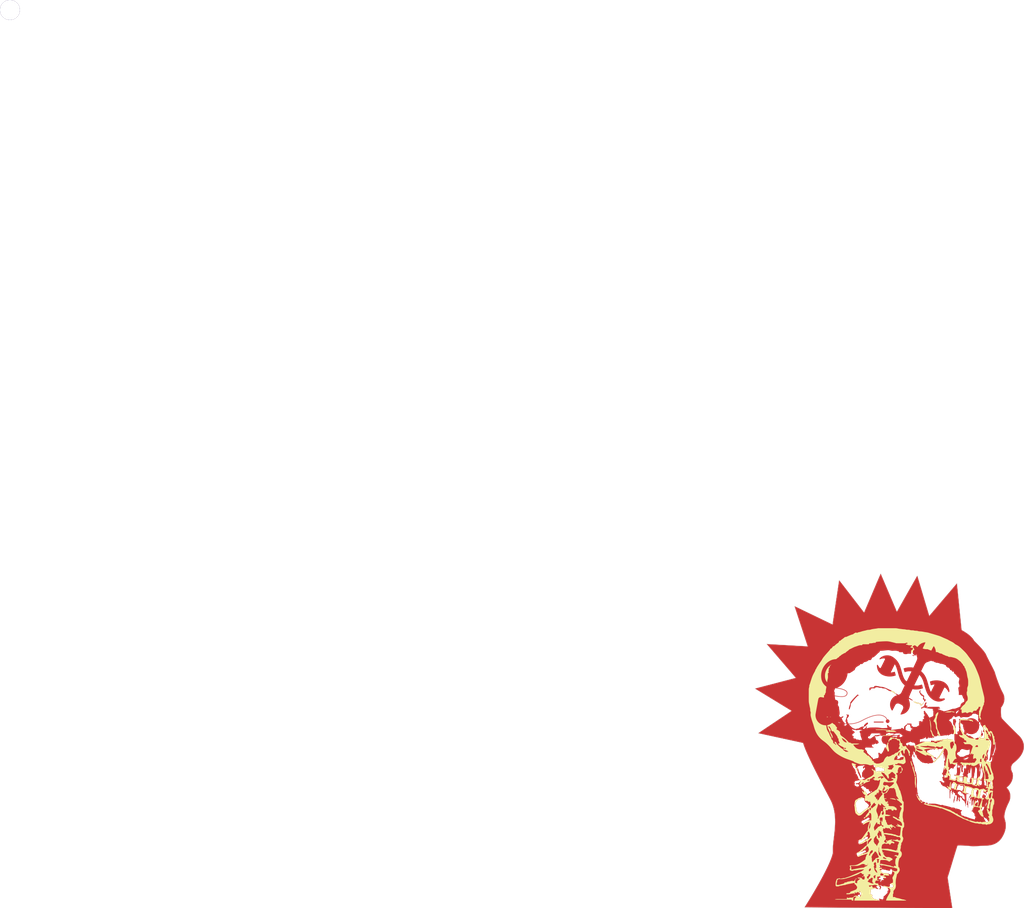
<source format=kicad_pcb>
(kicad_pcb (version 4) (host pcbnew 4.0.7)
  (layers (0 F.Cu signal) (31 B.Cu signal) (34 B.Paste user) (35 F.Paste user) (36 B.SilkS user) (37 F.SilkS user) (38 B.Mask user) (39 F.Mask user) (44 Edge.Cuts user))
  (net 0 "")
  (module LOGO (layer F.Cu) (at 0 0)
    (fp_text reference "G***" hide)
    (fp_text value "LOGO" hide)
  )
  (module LOGO (layer F.Cu) (at 0 0)
    (fp_text reference "G***" hide)
    (fp_text value "LOGO" hide)
  )
  (module LOGO (layer F.Cu) (at 0 0)
    (fp_text reference "G***" hide)
    (fp_text value "LOGO" hide)
  )
  (module LOGO (layer F.Cu) (at 0 0)
    (fp_text reference "G***" hide)
    (fp_text value "LOGO" hide)
    (fp_poly (pts (xy -2.433542 -72.703249) (xy -2.408832 -72.647153) (xy -2.368997 -72.555515) (xy -2.314690 -72.429863) (xy -2.246562 -72.271726) (xy -2.165266 -72.082631) (xy -2.071453 -71.864107) (xy -1.965774 -71.617683) (xy -1.848882 -71.344885) (xy -1.721428 -71.047244) (xy -1.584064 -70.726286) (xy -1.437442 -70.383540) (xy -1.282213 -70.020535) (xy -1.119030 -69.638798) (xy -0.948543 -69.239857) (xy -0.771405 -68.825242) (xy -0.588267 -68.396480) (xy -0.399781 -67.955100) (xy -0.206599 -67.502629) (xy -0.009372 -67.040596) (xy 0.191247 -66.570529) (xy 0.394607 -66.093957) (xy 0.600057 -65.612407) (xy 0.806944 -65.127409) (xy 1.014617 -64.640489) (xy 1.222424 -64.153176) (xy 1.429714 -63.667000) (xy 1.635834 -63.183486) (xy 1.840133 -62.704165) (xy 2.041959 -62.230565) (xy 2.240660 -61.764212) (xy 2.435585 -61.306637) (xy 2.626082 -60.859366) (xy 2.811500 -60.423928) (xy 2.991186 -60.001852) (xy 3.164488 -59.594666) (xy 3.330756 -59.203897) (xy 3.489337 -58.831075) (xy 3.639580 -58.477726) (xy 3.780832 -58.145381) (xy 3.912443 -57.835566) (xy 4.033759 -57.549810) (xy 4.144131 -57.289642) (xy 4.242905 -57.056589) (xy 4.329431 -56.852179) (xy 4.403056 -56.677942) (xy 4.463129 -56.535405) (xy 4.508998 -56.426096) (xy 4.540011 -56.351544) (xy 4.555516 -56.313277) (xy 4.556808 -56.309804) (xy 4.567432 -56.326696) (xy 4.598041 -56.378918) (xy 4.647962 -56.465287) (xy 4.716525 -56.584624) (xy 4.803058 -56.735745) (xy 4.906890 -56.917471) (xy 5.027349 -57.128619) (xy 5.163765 -57.368007) (xy 5.315466 -57.634455) (xy 5.481781 -57.926781) (xy 5.662039 -58.243803) (xy 5.855567 -58.584341) (xy 6.061696 -58.947212) (xy 6.279753 -59.331235) (xy 6.509068 -59.735228) (xy 6.748969 -60.158011) (xy 6.998785 -60.598402) (xy 7.257844 -61.055218) (xy 7.525476 -61.527280) (xy 7.801009 -62.013405) (xy 8.083772 -62.512411) (xy 8.373093 -63.023118) (xy 8.668301 -63.544344) (xy 8.960197 -64.059846) (xy 9.260574 -64.590306) (xy 9.555764 -65.111452) (xy 9.845096 -65.622100) (xy 10.127895 -66.121065) (xy 10.403488 -66.607163) (xy 10.671201 -67.079210) (xy 10.930362 -67.536022) (xy 11.180296 -67.976413) (xy 11.420330 -68.399201) (xy 11.649791 -68.803200) (xy 11.868005 -69.187227) (xy 12.074300 -69.550097) (xy 12.268000 -69.890626) (xy 12.448434 -70.207630) (xy 12.614927 -70.499924) (xy 12.766807 -70.766324) (xy 12.903399 -71.005647) (xy 13.024030 -71.216706) (xy 13.128027 -71.398320) (xy 13.214717 -71.549302) (xy 13.283425 -71.668469) (xy 13.333479 -71.754637) (xy 13.364205 -71.806621) (xy 13.374902 -71.823265) (xy 13.381999 -71.803131) (xy 13.400650 -71.744092) (xy 13.430464 -71.647455) (xy 13.471049 -71.514529) (xy 13.522014 -71.346620) (xy 13.582968 -71.145036) (xy 13.653518 -70.911085) (xy 13.733275 -70.646073) (xy 13.821846 -70.351308) (xy 13.918839 -70.028097) (xy 14.023864 -69.677748) (xy 14.136530 -69.301568) (xy 14.256444 -68.900864) (xy 14.383215 -68.476944) (xy 14.516453 -68.031115) (xy 14.655764 -67.564685) (xy 14.800759 -67.078961) (xy 14.951046 -66.575250) (xy 15.106232 -66.054860) (xy 15.265928 -65.519098) (xy 15.429741 -64.969271) (xy 15.597281 -64.406687) (xy 15.768154 -63.832653) (xy 15.930606 -63.286684) (xy 16.104600 -62.701801) (xy 16.275728 -62.126556) (xy 16.443592 -61.562284) (xy 16.607796 -61.010319) (xy 16.767940 -60.471998) (xy 16.923630 -59.948655) (xy 17.074466 -59.441626) (xy 17.220052 -58.952247) (xy 17.359992 -58.481851) (xy 17.493886 -58.031776) (xy 17.621339 -57.603355) (xy 17.741953 -57.197925) (xy 17.855330 -56.816821) (xy 17.961074 -56.461377) (xy 18.058787 -56.132930) (xy 18.148072 -55.832815) (xy 18.228532 -55.562366) (xy 18.299769 -55.322920) (xy 18.361386 -55.115811) (xy 18.412986 -54.942375) (xy 18.454172 -54.803948) (xy 18.484547 -54.701864) (xy 18.503713 -54.637458) (xy 18.511032 -54.612874) (xy 18.553007 -54.472072) (xy 24.519649 -61.497528) (xy 24.920739 -61.969767) (xy 25.314973 -62.433878) (xy 25.701481 -62.888842) (xy 26.079395 -63.333636) (xy 26.447846 -63.767239) (xy 26.805965 -64.188630) (xy 27.152883 -64.596788) (xy 27.487731 -64.990692) (xy 27.809640 -65.369320) (xy 28.117742 -65.731650) (xy 28.411168 -66.076662) (xy 28.689049 -66.403335) (xy 28.950515 -66.710646) (xy 29.194699 -66.997576) (xy 29.420731 -67.263101) (xy 29.627742 -67.506202) (xy 29.814863 -67.725857) (xy 29.981227 -67.921045) (xy 30.125963 -68.090744) (xy 30.248202 -68.233932) (xy 30.347077 -68.349590) (xy 30.421718 -68.436695) (xy 30.471257 -68.494227) (xy 30.494824 -68.521163) (xy 30.496779 -68.523174) (xy 30.499528 -68.502529) (xy 30.506327 -68.441421) (xy 30.517048 -68.341125) (xy 30.531559 -68.202919) (xy 30.549733 -68.028078) (xy 30.571440 -67.817880) (xy 30.596550 -67.573600) (xy 30.624933 -67.296515) (xy 30.656461 -66.987902) (xy 30.691004 -66.649037) (xy 30.728431 -66.281196) (xy 30.768615 -65.885656) (xy 30.811425 -65.463694) (xy 30.856732 -65.016585) (xy 30.904407 -64.545606) (xy 30.954319 -64.052034) (xy 31.006340 -63.537145) (xy 31.060340 -63.002215) (xy 31.116189 -62.448522) (xy 31.173759 -61.877341) (xy 31.232919 -61.289948) (xy 31.293541 -60.687621) (xy 31.355494 -60.071636) (xy 31.418649 -59.443269) (xy 31.482878 -58.803796) (xy 31.510985 -58.523821) (xy 31.575707 -57.879053) (xy 31.639411 -57.244468) (xy 31.701968 -56.621359) (xy 31.763248 -56.011020) (xy 31.823121 -55.414743) (xy 31.881456 -54.833821) (xy 31.938124 -54.269547) (xy 31.992996 -53.723215) (xy 32.045940 -53.196117) (xy 32.096827 -52.689545) (xy 32.145528 -52.204794) (xy 32.191912 -51.743156) (xy 32.235849 -51.305924) (xy 32.277209 -50.894391) (xy 32.315863 -50.509849) (xy 32.351681 -50.153593) (xy 32.384532 -49.826914) (xy 32.414287 -49.531106) (xy 32.440815 -49.267462) (xy 32.463987 -49.037275) (xy 32.483673 -48.841837) (xy 32.499743 -48.682442) (xy 32.512067 -48.560383) (xy 32.520515 -48.476952) (xy 32.524957 -48.433443) (xy 32.525587 -48.427470) (xy 32.536471 -48.330663) (xy 32.904478 -48.125014) (xy 33.477368 -47.794770) (xy 34.029669 -47.456149) (xy 34.557147 -47.111996) (xy 35.055569 -46.765159) (xy 35.520703 -46.418485) (xy 35.929149 -46.090838) (xy 36.092316 -45.950185) (xy 36.268306 -45.790438) (xy 36.450704 -45.617999) (xy 36.633098 -45.439274) (xy 36.809076 -45.260668) (xy 36.972225 -45.088585) (xy 37.116132 -44.929429) (xy 37.234384 -44.789605) (xy 37.243767 -44.777915) (xy 37.382896 -44.597141) (xy 37.521123 -44.405491) (xy 37.651223 -44.213586) (xy 37.765969 -44.032043) (xy 37.848701 -43.888935) (xy 37.868193 -43.855924) (xy 37.893362 -43.819070) (xy 37.926420 -43.776003) (xy 37.969580 -43.724357) (xy 38.025053 -43.661761) (xy 38.095053 -43.585850) (xy 38.181791 -43.494253) (xy 38.287480 -43.384603) (xy 38.414331 -43.254532) (xy 38.564558 -43.101670) (xy 38.740372 -42.923651) (xy 38.916496 -42.745830) (xy 39.383868 -42.271261) (xy 39.819797 -41.822062) (xy 40.225325 -41.397062) (xy 40.601495 -40.995093) (xy 40.949350 -40.614985) (xy 41.269935 -40.255570) (xy 41.564291 -39.915678) (xy 41.833463 -39.594140) (xy 42.078493 -39.289786) (xy 42.300424 -39.001447) (xy 42.496908 -38.732729) (xy 42.640553 -38.527166) (xy 42.761934 -38.344826) (xy 42.866004 -38.177013) (xy 42.957718 -38.015030) (xy 43.042027 -37.850179) (xy 43.123887 -37.673763) (xy 43.197753 -37.502230) (xy 43.235488 -37.416630) (xy 43.291195 -37.296724) (xy 43.363429 -37.145388) (xy 43.450748 -36.965502) (xy 43.551708 -36.759944) (xy 43.664864 -36.531592) (xy 43.788775 -36.283324) (xy 43.921996 -36.018018) (xy 44.063083 -35.738553) (xy 44.210593 -35.447808) (xy 44.363082 -35.148660) (xy 44.519107 -34.843988) (xy 44.677224 -34.536670) (xy 44.835990 -34.229584) (xy 44.928205 -34.051941) (xy 45.115963 -33.690060) (xy 45.299526 -33.334811) (xy 45.477672 -32.988621) (xy 45.649174 -32.653919) (xy 45.812810 -32.333133) (xy 45.967355 -32.028694) (xy 46.111584 -31.743028) (xy 46.244274 -31.478565) (xy 46.364200 -31.237733) (xy 46.470138 -31.022961) (xy 46.560864 -30.836677) (xy 46.635154 -30.681311) (xy 46.691784 -30.559291) (xy 46.714962 -30.507267) (xy 46.775364 -30.366854) (xy 46.826052 -30.243892) (xy 46.870153 -30.129348) (xy 46.910790 -30.014189) (xy 46.951090 -29.889384) (xy 46.994178 -29.745898) (xy 47.043179 -29.574700) (xy 47.066932 -29.490009) (xy 47.106121 -29.354930) (xy 47.157608 -29.185638) (xy 47.219641 -28.987443) (xy 47.290467 -28.765658) (xy 47.368332 -28.525593) (xy 47.451483 -28.272561) (xy 47.538166 -28.011873) (xy 47.626630 -27.748840) (xy 47.715120 -27.488774) (xy 47.801884 -27.236986) (xy 47.885168 -26.998789) (xy 47.942685 -26.836747) (xy 48.183042 -26.173857) (xy 48.420499 -25.537484) (xy 48.654412 -24.929154) (xy 48.884138 -24.350394) (xy 49.109032 -23.802731) (xy 49.328451 -23.287692) (xy 49.541750 -22.806804) (xy 49.748285 -22.361594) (xy 49.947414 -21.953589) (xy 50.138490 -21.584315) (xy 50.224900 -21.425351) (xy 50.404181 -21.088305) (xy 50.556011 -20.773515) (xy 50.682886 -20.473863) (xy 50.787302 -20.182230) (xy 50.871754 -19.891497) (xy 50.938737 -19.594545) (xy 50.990747 -19.284254) (xy 51.000551 -19.212552) (xy 51.016645 -19.045444) (xy 51.025964 -18.848877) (xy 51.028744 -18.633981) (xy 51.025222 -18.411887) (xy 51.015634 -18.193724) (xy 51.000215 -17.990623) (xy 50.979201 -17.813715) (xy 50.969649 -17.754831) (xy 50.876842 -17.315732) (xy 50.757003 -16.894536) (xy 50.607945 -16.486437) (xy 50.427477 -16.086632) (xy 50.213411 -15.690315) (xy 49.963557 -15.292682) (xy 49.675727 -14.888928) (xy 49.646175 -14.849877) (xy 49.630389 -14.821133) (xy 49.616326 -14.776835) (xy 49.603697 -14.713826) (xy 49.592213 -14.628951) (xy 49.581586 -14.519054) (xy 49.571526 -14.380980) (xy 49.561745 -14.211572) (xy 49.551955 -14.007676) (xy 49.541865 -13.766135) (xy 49.538082 -13.668767) (xy 49.527744 -13.286900) (xy 49.525861 -12.911276) (xy 49.532104 -12.545264) (xy 49.546144 -12.192231) (xy 49.567653 -11.855547) (xy 49.596300 -11.538579) (xy 49.631757 -11.244696) (xy 49.673694 -10.977264) (xy 49.721784 -10.739654) (xy 49.775695 -10.535231) (xy 49.835101 -10.367366) (xy 49.867553 -10.296627) (xy 49.893361 -10.251890) (xy 49.931165 -10.196791) (xy 49.982568 -10.129550) (xy 50.049173 -10.048388) (xy 50.132586 -9.951526) (xy 50.234410 -9.837183) (xy 50.356249 -9.703579) (xy 50.499707 -9.548936) (xy 50.666388 -9.371474) (xy 50.857895 -9.169412) (xy 51.075834 -8.940971) (xy 51.302399 -8.704582) (xy 51.409123 -8.594099) (xy 51.540219 -8.459521) (xy 51.693696 -8.302838) (xy 51.867565 -8.126041) (xy 52.059835 -7.931119) (xy 52.268515 -7.720064) (xy 52.491617 -7.494865) (xy 52.727149 -7.257512) (xy 52.973122 -7.009996) (xy 53.227545 -6.754307) (xy 53.488428 -6.492435) (xy 53.753781 -6.226370) (xy 54.021614 -5.958103) (xy 54.289937 -5.689624) (xy 54.556759 -5.422923) (xy 54.820090 -5.159989) (xy 55.077941 -4.902815) (xy 55.328321 -4.653389) (xy 55.569239 -4.413701) (xy 55.798706 -4.185743) (xy 56.014732 -3.971504) (xy 56.215326 -3.772975) (xy 56.398498 -3.592145) (xy 56.562258 -3.431006) (xy 56.704615 -3.291546) (xy 56.823581 -3.175757) (xy 56.917164 -3.085628) (xy 56.983374 -3.023151) (xy 56.987448 -3.019389) (xy 57.113827 -2.901424) (xy 57.242218 -2.778836) (xy 57.365651 -2.658478) (xy 57.477156 -2.547204) (xy 57.569763 -2.451868) (xy 57.623547 -2.393919) (xy 57.983800 -1.965507) (xy 58.304625 -1.526080) (xy 58.585803 -1.076402) (xy 58.827113 -0.617238) (xy 59.028338 -0.149354) (xy 59.189256 0.326486) (xy 59.309648 0.809517) (xy 59.389295 1.298974) (xy 59.427977 1.794091) (xy 59.425474 2.294104) (xy 59.381566 2.798249) (xy 59.296034 3.305759) (xy 59.280760 3.376878) (xy 59.219982 3.618241) (xy 59.139951 3.883373) (xy 59.044803 4.161219) (xy 58.938674 4.440726) (xy 58.825700 4.710839) (xy 58.710019 4.960506) (xy 58.629340 5.117754) (xy 58.374854 5.562278) (xy 58.095900 5.995640) (xy 57.790378 6.420227) (xy 57.456187 6.838427) (xy 57.091226 7.252627) (xy 56.693395 7.665215) (xy 56.260593 8.078578) (xy 55.790720 8.495104) (xy 55.298518 8.903623) (xy 55.077121 9.086340) (xy 54.887775 9.252823) (xy 54.726216 9.407835) (xy 54.588181 9.556143) (xy 54.469405 9.702510) (xy 54.365626 9.851702) (xy 54.272580 10.008484) (xy 54.219383 10.109661) (xy 54.091328 10.409440) (xy 53.999648 10.725655) (xy 53.945487 11.051968) (xy 53.929991 11.382042) (xy 53.944648 11.630305) (xy 53.995470 11.974886) (xy 54.074590 12.307827) (xy 54.184522 12.636833) (xy 54.327778 12.969611) (xy 54.474676 13.255821) (xy 54.519134 13.341290) (xy 54.552568 13.418736) (xy 54.579306 13.501131) (xy 54.603671 13.601446) (xy 54.625029 13.706771) (xy 54.687611 14.138455) (xy 54.711768 14.582594) (xy 54.697877 15.035702) (xy 54.646315 15.494295) (xy 54.557461 15.954886) (xy 54.431691 16.413991) (xy 54.287859 16.821469) (xy 54.143179 17.155107) (xy 53.968275 17.497793) (xy 53.769672 17.838344) (xy 53.553892 18.165572) (xy 53.327501 18.468240) (xy 53.195765 18.624584) (xy 53.038531 18.797675) (xy 52.863969 18.979237) (xy 52.680250 19.160994) (xy 52.495543 19.334669) (xy 52.318018 19.491985) (xy 52.311143 19.497853) (xy 52.020787 19.745306) (xy 52.199740 19.945609) (xy 52.508592 20.320556) (xy 52.780357 20.711712) (xy 53.014520 21.117340) (xy 53.210565 21.535705) (xy 53.367977 21.965067) (xy 53.486241 22.403691) (xy 53.564842 22.849839) (xy 53.603263 23.301774) (xy 53.600991 23.757760) (xy 53.557509 24.216058) (xy 53.525675 24.415296) (xy 53.472658 24.683928) (xy 53.411527 24.940060) (xy 53.339837 25.190589) (xy 53.255141 25.442409) (xy 53.154993 25.702413) (xy 53.036946 25.977498) (xy 52.898556 26.274557) (xy 52.781482 26.512839) (xy 52.497199 27.095926) (xy 52.241151 27.652963) (xy 52.011913 28.187562) (xy 51.808062 28.703338) (xy 51.628172 29.203905) (xy 51.470821 29.692877) (xy 51.334583 30.173868) (xy 51.326345 30.205246) (xy 51.228252 30.613084) (xy 51.148421 31.013949) (xy 51.087517 31.402517) (xy 51.046206 31.773468) (xy 51.025154 32.121479) (xy 51.025025 32.441227) (xy 51.031290 32.564620) (xy 51.043032 32.712742) (xy 51.057994 32.844950) (xy 51.078169 32.971366) (xy 51.105546 33.102112) (xy 51.142115 33.247311) (xy 51.189867 33.417084) (xy 51.217023 33.509198) (xy 51.325579 33.890854) (xy 51.415785 34.247280) (xy 51.490116 34.589659) (xy 51.551048 34.929172) (xy 51.590307 35.195045) (xy 51.604403 35.330269) (xy 51.615493 35.499177) (xy 51.623574 35.693688) (xy 51.628645 35.905717) (xy 51.630705 36.127182) (xy 51.629752 36.350000) (xy 51.625786 36.566087) (xy 51.618804 36.767361) (xy 51.608807 36.945739) (xy 51.595791 37.093137) (xy 51.590622 37.135177) (xy 51.489643 37.732229) (xy 51.348251 38.325186) (xy 51.165993 38.915628) (xy 50.942418 39.505135) (xy 50.851947 39.716939) (xy 50.732178 39.977849) (xy 50.595763 40.255179) (xy 50.447165 40.540943) (xy 50.290847 40.827158) (xy 50.131274 41.105839) (xy 49.972908 41.369000) (xy 49.820213 41.608657) (xy 49.679731 41.813924) (xy 49.351150 42.237537) (xy 48.993208 42.631529) (xy 48.606732 42.995412) (xy 48.192544 43.328695) (xy 47.751469 43.630889) (xy 47.284333 43.901503) (xy 46.791959 44.140048) (xy 46.275173 44.346034) (xy 45.734799 44.518971) (xy 45.171661 44.658370) (xy 44.759372 44.736564) (xy 44.580065 44.765033) (xy 44.409893 44.788746) (xy 44.241636 44.808273) (xy 44.068075 44.824187) (xy 43.881990 44.837059) (xy 43.676161 44.847462) (xy 43.443369 44.855967) (xy 43.176395 44.863146) (xy 43.154830 44.863646) (xy 42.967979 44.868981) (xy 42.744507 44.877256) (xy 42.483787 44.888502) (xy 42.185194 44.902752) (xy 41.848103 44.920038) (xy 41.471887 44.940393) (xy 41.055922 44.963850) (xy 40.599581 44.990440) (xy 40.102239 45.020196) (xy 39.935260 45.030335) (xy 37.491742 45.179198) (xy 37.030305 45.127292) (xy 36.023156 45.022314) (xy 35.051748 44.938002) (xy 34.115349 44.874308) (xy 33.213224 44.831181) (xy 32.344639 44.808572) (xy 32.311065 44.808101) (xy 31.989901 44.804524) (xy 31.709388 44.803110) (xy 31.468283 44.803899) (xy 31.265344 44.806930) (xy 31.099325 44.812243) (xy 30.968985 44.819878) (xy 30.873078 44.829873) (xy 30.810363 44.842267) (xy 30.780000 44.856687) (xy 30.761248 44.889737) (xy 30.730882 44.962929) (xy 30.688949 45.076110) (xy 30.635496 45.229126) (xy 30.570572 45.421825) (xy 30.494225 45.654053) (xy 30.406501 45.925657) (xy 30.307450 46.236485) (xy 30.197119 46.586382) (xy 30.075555 46.975197) (xy 29.942807 47.402775) (xy 29.798922 47.868963) (xy 29.643948 48.373610) (xy 29.477934 48.916560) (xy 29.300926 49.497662) (xy 29.112972 50.116762) (xy 28.914121 50.773708) (xy 28.704420 51.468345) (xy 28.483917 52.200520) (xy 28.409950 52.446490) (xy 28.242765 53.002340) (xy 28.086933 53.519815) (xy 27.941885 54.000759) (xy 27.807052 54.447015) (xy 27.681865 54.860428) (xy 27.565757 55.242843) (xy 27.458158 55.596102) (xy 27.358500 55.922050) (xy 27.266215 56.222532) (xy 27.180733 56.499391) (xy 27.101487 56.754471) (xy 27.027908 56.989616) (xy 26.959426 57.206671) (xy 26.895475 57.407479) (xy 26.835484 57.593884) (xy 26.778886 57.767731) (xy 26.725112 57.930864) (xy 26.673594 58.085127) (xy 26.648858 58.158459) (xy 26.607161 58.283560) (xy 26.570565 58.396978) (xy 26.541122 58.492052) (xy 26.520885 58.562120) (xy 26.511907 58.600521) (xy 26.511643 58.603779) (xy 26.514774 58.627443) (xy 26.524009 58.690996) (xy 26.539107 58.792861) (xy 26.559829 58.931463) (xy 26.585936 59.105222) (xy 26.617188 59.312563) (xy 26.653347 59.551909) (xy 26.694172 59.821682) (xy 26.739424 60.120305) (xy 26.788863 60.446202) (xy 26.842251 60.797795) (xy 26.899348 61.173507) (xy 26.959914 61.571762) (xy 27.023711 61.990982) (xy 27.090497 62.429590) (xy 27.160035 62.886010) (xy 27.232085 63.358663) (xy 27.306407 63.845974) (xy 27.382762 64.346365) (xy 27.460910 64.858259) (xy 27.508875 65.172322) (xy 27.588096 65.690992) (xy 27.665742 66.199394) (xy 27.741568 66.695936) (xy 27.815333 67.179023) (xy 27.886792 67.647063) (xy 27.955703 68.098464) (xy 28.021824 68.531632) (xy 28.084910 68.944975) (xy 28.144720 69.336899) (xy 28.201009 69.705811) (xy 28.253535 70.050119) (xy 28.302055 70.368230) (xy 28.346326 70.658551) (xy 28.386105 70.919489) (xy 28.421149 71.149450) (xy 28.451214 71.346843) (xy 28.476058 71.510074) (xy 28.495438 71.637550) (xy 28.509111 71.727679) (xy 28.516834 71.778867) (xy 28.518497 71.790132) (xy 28.530887 71.879273) (xy 24.296451 71.874151) (xy 23.848454 71.873598) (xy 23.394844 71.873016) (xy 22.938851 71.872410) (xy 22.483703 71.871786) (xy 22.032627 71.871147) (xy 21.588853 71.870501) (xy 21.155609 71.869850) (xy 20.736123 71.869201) (xy 20.333624 71.868559) (xy 19.951340 71.867928) (xy 19.592499 71.867314) (xy 19.260330 71.866721) (xy 18.958062 71.866155) (xy 18.688922 71.865621) (xy 18.456140 71.865124) (xy 18.310652 71.864786) (xy 17.799997 71.863446) (xy 17.248886 71.861806) (xy 16.658810 71.859874) (xy 16.031260 71.857658) (xy 15.367727 71.855166) (xy 14.669703 71.852408) (xy 13.938678 71.849391) (xy 13.176146 71.846124) (xy 12.383595 71.842614) (xy 11.562518 71.838871) (xy 10.714407 71.834903) (xy 9.840751 71.830717) (xy 8.943043 71.826323) (xy 8.022774 71.821728) (xy 7.081435 71.816941) (xy 6.120518 71.811970) (xy 5.141513 71.806824) (xy 4.145912 71.801511) (xy 3.135206 71.796039) (xy 2.110886 71.790417) (xy 1.074444 71.784652) (xy 0.027372 71.778753) (xy -1.028841 71.772729) (xy -2.092702 71.766588) (xy -3.162721 71.760338) (xy -4.237405 71.753988) (xy -5.315264 71.747545) (xy -6.394806 71.741018) (xy -7.474541 71.734416) (xy -8.552976 71.727747) (xy -9.628621 71.721018) (xy -10.699985 71.714239) (xy -11.765575 71.707418) (xy -12.823902 71.700563) (xy -13.873473 71.693682) (xy -14.912797 71.686784) (xy -15.940383 71.679877) (xy -16.954740 71.672970) (xy -17.954376 71.666070) (xy -18.937801 71.659186) (xy -19.903523 71.652326) (xy -20.429067 71.648549) (xy -20.846583 71.645536) (xy -21.296463 71.642291) (xy -21.772113 71.638861) (xy -22.266939 71.635295) (xy -22.774346 71.631640) (xy -23.287741 71.627942) (xy -23.800528 71.624250) (xy -24.306113 71.620611) (xy -24.797902 71.617072) (xy -25.269301 71.613681) (xy -25.713714 71.610486) (xy -26.124549 71.607534) (xy -26.228489 71.606787) (xy -27.044045 71.600912) (xy -27.823111 71.595263) (xy -28.565419 71.589843) (xy -29.270701 71.584655) (xy -29.938688 71.579699) (xy -30.569110 71.574980) (xy -31.161699 71.570497) (xy -31.716187 71.566255) (xy -32.232304 71.562254) (xy -32.709782 71.558498) (xy -33.148352 71.554987) (xy -33.547745 71.551725) (xy -33.907693 71.548714) (xy -34.227926 71.545955) (xy -34.508177 71.543451) (xy -34.748175 71.541204) (xy -34.947653 71.539217) (xy -35.106342 71.537490) (xy -35.223972 71.536027) (xy -35.300276 71.534830) (xy -35.334984 71.533901) (xy -35.337256 71.533667) (xy -35.327448 71.515472) (xy -35.297178 71.464701) (xy -35.248273 71.384313) (xy -35.182561 71.277268) (xy -35.101871 71.146524) (xy -35.008031 70.995043) (xy -34.902869 70.825783) (xy -34.788213 70.641705) (xy -34.665891 70.445767) (xy -34.616477 70.366735) (xy -34.372610 69.976581) (xy -34.148647 69.617629) (xy -33.941998 69.285673) (xy -33.750071 68.976507) (xy -33.570276 68.685925) (xy -33.400024 68.409722) (xy -33.236723 68.143691) (xy -33.077783 67.883627) (xy -32.920615 67.625323) (xy -32.762627 67.364573) (xy -32.601229 67.097172) (xy -32.531918 66.982062) (xy -32.300910 66.596132) (xy -12.373004 66.596132) (xy -12.370846 66.643699) (xy -12.361045 66.668684) (xy -12.340626 66.680752) (xy -12.318055 66.686779) (xy -12.278358 66.702568) (xy -12.211683 66.735629) (xy -12.126841 66.781352) (xy -12.032643 66.835129) (xy -12.018332 66.843557) (xy -11.872139 66.927220) (xy -11.752008 66.988842) (xy -11.650318 67.031381) (xy -11.559447 67.057798) (xy -11.471774 67.071054) (xy -11.425805 67.073702) (xy -11.347151 67.076135) (xy -11.347151 66.258133) (xy -11.399587 66.258133) (xy -11.465041 66.239836) (xy -11.511933 66.184620) (xy -11.540622 66.092005) (xy -11.545088 66.062182) (xy -11.560202 65.987291) (xy -11.582968 65.923128) (xy -11.598369 65.896947) (xy -11.636960 65.849290) (xy -11.769966 65.976268) (xy -11.924398 66.114460) (xy -12.065047 66.221454) (xy -12.189163 66.295287) (xy -12.255983 66.323338) (xy -12.364410 66.359978) (xy -12.370491 66.516316) (xy -12.373004 66.596132) (xy -32.300910 66.596132) (xy -31.918852 65.957856) (xy -31.322967 64.951543) (xy -31.228334 64.789925) (xy -11.518632 64.789925) (xy -11.510364 65.120272) (xy -11.502097 65.450619) (xy -11.400143 65.702312) (xy -11.356031 65.814279) (xy -11.326440 65.899284) (xy -11.308495 65.968539) (xy -11.299324 66.033253) (xy -11.296053 66.104638) (xy -11.295991 66.108674) (xy -11.293794 66.263343) (xy -11.115972 66.354070) (xy -11.037821 66.393374) (xy -10.974144 66.424335) (xy -10.933841 66.442680) (xy -10.924799 66.445850) (xy -10.918444 66.426802) (xy -10.911821 66.374530) (xy -10.905842 66.297744) (xy -10.902435 66.231915) (xy -10.896402 66.125528) (xy -10.886784 66.046913) (xy -10.870590 65.981900) (xy -10.844826 65.916318) (xy -10.828238 65.880594) (xy -10.788671 65.801529) (xy -10.749138 65.728485) (xy -10.720041 65.680183) (xy -10.677030 65.616106) (xy -10.728083 65.540975) (xy -10.757466 65.490804) (xy -10.797300 65.413435) (xy -10.841846 65.320367) (xy -10.865157 65.268677) (xy -6.888202 65.268677) (xy -6.887041 65.374573) (xy -6.876540 65.513018) (xy -6.875225 65.527027) (xy -6.850076 65.792205) (xy -6.761868 65.802148) (xy -6.676500 65.819768) (xy -6.588556 65.855694) (xy -6.491388 65.913702) (xy -6.378349 65.997567) (xy -6.290969 66.069640) (xy -6.199796 66.143153) (xy -6.104884 66.213125) (xy -6.018509 66.270840) (xy -5.961974 66.303251) (xy -5.896967 66.338047) (xy -5.850065 66.367554) (xy -5.830938 66.385656) (xy -5.830884 66.386185) (xy -5.849551 66.399607) (xy -5.899499 66.420812) (xy -5.971650 66.446144) (xy -6.009601 66.458118) (xy -6.116580 66.493321) (xy -6.186832 66.526780) (xy -6.224495 66.566223) (xy -6.233707 66.619379) (xy -6.218608 66.693978) (xy -6.186608 66.788727) (xy -6.112793 66.960540) (xy -6.015182 67.130399) (xy -5.890031 67.303607) (xy -5.733601 67.485466) (xy -5.590414 67.633800) (xy -5.314490 67.908310) (xy -5.137468 67.922059) (xy -4.882251 67.953269) (xy -4.605223 68.007686) (xy -4.317519 68.082550) (xy -4.030273 68.175102) (xy -3.862748 68.237986) (xy -3.576136 68.351795) (xy -3.394495 68.340358) (xy -3.306128 68.335507) (xy -3.248756 68.335811) (xy -3.211548 68.343255) (xy -3.183668 68.359824) (xy -3.158116 68.383660) (xy -3.116804 68.439090) (xy -3.091354 68.498763) (xy -3.090686 68.501858) (xy -3.069263 68.547514) (xy -3.025291 68.566378) (xy -2.953470 68.560017) (xy -2.920686 68.552098) (xy -2.896362 68.542154) (xy -2.882212 68.522148) (xy -2.875518 68.482444) (xy -2.873562 68.413405) (xy -2.873493 68.384798) (xy -2.873493 68.230145) (xy -3.015071 68.164837) (xy -3.096547 68.127532) (xy -3.173355 68.092834) (xy -3.228177 68.068557) (xy -3.299707 68.037584) (xy -3.029103 67.766980) (xy -2.266077 67.957138) (xy -2.060582 68.008006) (xy -1.892388 68.048800) (xy -1.758251 68.080200) (xy -1.654924 68.102882) (xy -1.579163 68.117526) (xy -1.527722 68.124809) (xy -1.497354 68.125410) (xy -1.485026 68.120345) (xy -1.364876 67.909759) (xy -1.270787 67.680092) (xy -1.205340 67.440995) (xy -1.171116 67.202118) (xy -1.170699 66.973111) (xy -1.172514 66.952189) (xy -1.187290 66.796781) (xy -1.126756 66.763419) (xy -0.963524 66.665203) (xy -0.798500 66.548649) (xy -0.627530 66.410217) (xy -0.446463 66.246360) (xy -0.251147 66.053538) (xy -0.062205 65.854948) (xy 0.038295 65.747909) (xy 0.139861 65.641767) (xy 0.235220 65.543978) (xy 0.317100 65.461997) (xy 0.378226 65.403280) (xy 0.379911 65.401728) (xy 0.524360 65.268939) (xy 0.524360 64.359025) (xy 0.694612 64.323821) (xy 0.773661 64.306814) (xy 0.835150 64.292340) (xy 0.868941 64.282829) (xy 0.872274 64.281207) (xy 0.880901 64.258598) (xy 0.896152 64.206833) (xy 0.913264 64.142719) (xy 0.931999 64.054474) (xy 0.935519 63.983596) (xy 0.924765 63.908738) (xy 0.923772 63.904055) (xy 0.890830 63.796891) (xy 0.836647 63.672313) (xy 0.767832 63.544274) (xy 0.711116 63.455124) (xy 0.660541 63.374151) (xy 0.610081 63.280733) (xy 0.564524 63.185303) (xy 0.528659 63.098297) (xy 0.507274 63.030148) (xy 0.503385 63.002449) (xy 0.498136 62.958371) (xy 0.478808 62.923043) (xy 0.440032 62.893647) (xy 0.376438 62.867361) (xy 0.282657 62.841365) (xy 0.153320 62.812840) (xy 0.135397 62.809162) (xy -0.073272 62.762780) (xy -0.301381 62.705541) (xy -0.459648 62.662029) (xy 1.131597 62.662029) (xy 1.246862 62.731887) (xy 1.408937 62.817797) (xy 1.581881 62.883531) (xy 1.778468 62.933632) (xy 1.854736 62.948230) (xy 1.971613 62.971817) (xy 2.094627 63.001211) (xy 2.205171 63.031784) (xy 2.254748 63.047714) (xy 2.332994 63.074614) (xy 2.395605 63.095713) (xy 2.432381 63.107589) (xy 2.437255 63.108932) (xy 2.456413 63.095984) (xy 2.499857 63.058244) (xy 2.562239 63.000613) (xy 2.638214 62.927990) (xy 2.691395 62.876011) (xy 2.797951 62.769589) (xy 2.877361 62.685162) (xy 2.933271 62.616233) (xy 2.969324 62.556305) (xy 2.989163 62.498881) (xy 2.996433 62.437465) (xy 2.994777 62.365560) (xy 2.992893 62.338425) (xy 2.986339 62.272872) (xy 2.975465 62.214206) (xy 2.957106 62.153286) (xy 2.928100 62.080966) (xy 2.885281 61.988106) (xy 2.838119 61.891185) (xy 2.695210 61.600838) (xy 2.537902 61.604138) (xy 2.434486 61.605761) (xy 2.363059 61.603881) (xy 2.313675 61.596102) (xy 2.276390 61.580028) (xy 2.241258 61.553262) (xy 2.211014 61.525364) (xy 2.145538 61.469544) (xy 2.081606 61.431479) (xy 2.008809 61.408000) (xy 1.916733 61.395939) (xy 1.794970 61.392128) (xy 1.773010 61.392072) (xy 1.552105 61.392072) (xy 1.550743 61.575598) (xy 1.549200 61.763426) (xy 1.547425 61.914292) (xy 1.545068 62.033184) (xy 1.541781 62.125088) (xy 1.537214 62.194992) (xy 1.531019 62.247883) (xy 1.522844 62.288747) (xy 1.512343 62.322572) (xy 1.499165 62.354345) (xy 1.495674 62.361983) (xy 1.426596 62.475309) (xy 1.333547 62.560986) (xy 1.231736 62.617256) (xy 1.131597 62.662029) (xy -0.459648 62.662029) (xy -0.534472 62.641458) (xy -0.758086 62.574541) (xy -0.957767 62.508802) (xy -0.996284 62.495170) (xy -1.093133 62.463235) (xy -1.184769 62.438000) (xy -1.258365 62.422759) (xy -1.289926 62.419771) (xy -1.381702 62.410446) (xy -1.502479 62.384210) (xy -1.644049 62.343516) (xy -1.798199 62.290816) (xy -1.956719 62.228562) (xy -2.017192 62.202559) (xy -2.226936 62.119378) (xy -2.427105 62.061375) (xy -2.637089 62.023387) (xy -2.731916 62.012256) (xy -2.852519 61.999963) (xy -2.852519 62.091910) (xy -2.850059 62.149752) (xy -2.837148 62.178997) (xy -2.805491 62.192942) (xy -2.786974 62.196965) (xy -2.720318 62.206733) (xy -2.666371 62.210271) (xy -2.585192 62.228086) (xy -2.494916 62.276345) (xy -2.405371 62.348054) (xy -2.326385 62.436218) (xy -2.304073 62.468097) (xy -2.260538 62.537138) (xy -2.235976 62.587922) (xy -2.225920 62.636975) (xy -2.225900 62.700828) (xy -2.228506 62.747566) (xy -2.235596 62.821600) (xy -2.249405 62.889241) (xy -2.273608 62.962340) (xy -2.311879 63.052744) (xy -2.345816 63.125930) (xy -2.393087 63.228387) (xy -2.424311 63.304537) (xy -2.442717 63.365333) (xy -2.451532 63.421726) (xy -2.453985 63.484669) (xy -2.454005 63.493036) (xy -2.455147 63.567683) (xy -2.461220 63.611428) (xy -2.476195 63.635310) (xy -2.504043 63.650365) (xy -2.511685 63.653357) (xy -2.670825 63.696288) (xy -2.821870 63.700994) (xy -2.960698 63.667449) (xy -2.986161 63.656370) (xy -3.043857 63.627124) (xy -3.083914 63.602862) (xy -3.094003 63.593934) (xy -3.081017 63.578063) (xy -3.041214 63.543540) (xy -2.981978 63.496003) (xy -2.910695 63.441087) (xy -2.834751 63.384429) (xy -2.761531 63.331665) (xy -2.698419 63.288432) (xy -2.669945 63.270302) (xy -2.670503 63.249937) (xy -2.676003 63.198795) (xy -2.685280 63.127598) (xy -2.686108 63.121665) (xy -2.715239 62.981082) (xy -2.763993 62.850706) (xy -2.836704 62.722854) (xy -2.937708 62.589843) (xy -3.064709 62.450791) (xy -3.278502 62.231048) (xy -3.606727 62.231048) (xy -3.732340 62.231414) (xy -3.824388 62.233214) (xy -3.891250 62.237504) (xy -3.941307 62.245337) (xy -3.982941 62.257770) (xy -4.024532 62.275856) (xy -4.045863 62.286318) (xy -4.150484 62.356567) (xy -4.242039 62.458429) (xy -4.321706 62.590179) (xy -4.360796 62.666156) (xy -4.288447 62.750680) (xy -4.245131 62.794394) (xy -4.176487 62.855692) (xy -4.090995 62.927325) (xy -3.997135 63.002044) (xy -3.969527 63.023280) (xy -3.806248 63.153722) (xy -3.672407 63.273133) (xy -3.569736 63.379634) (xy -3.499967 63.471346) (xy -3.464833 63.546389) (xy -3.460777 63.575300) (xy -3.479572 63.612711) (xy -3.527240 63.642286) (xy -3.590705 63.656352) (xy -3.599401 63.656641) (xy -3.654814 63.645471) (xy -3.718246 63.607472) (xy -3.763432 63.570325) (xy -3.842223 63.511152) (xy -3.911897 63.485654) (xy -3.984411 63.491233) (xy -4.039117 63.510458) (xy -4.103773 63.527236) (xy -4.167978 63.518134) (xy -4.240193 63.480345) (xy -4.322651 63.416404) (xy -4.394706 63.360733) (xy -4.462368 63.325073) (xy -4.537116 63.306519) (xy -4.630429 63.302167) (xy -4.748333 63.308669) (xy -4.871343 63.322019) (xy -5.000762 63.343532) (xy -5.143546 63.374843) (xy -5.306655 63.417585) (xy -5.497047 63.473392) (xy -5.642114 63.518518) (xy -5.853027 63.583788) (xy -6.027855 63.634666) (xy -6.165826 63.670949) (xy -6.266167 63.692432) (xy -6.323931 63.698946) (xy -6.360545 63.686326) (xy -6.416471 63.652902) (xy -6.479759 63.605842) (xy -6.481239 63.604629) (xy -6.596450 63.510001) (xy -6.610972 63.588898) (xy -6.618610 63.651083) (xy -6.624303 63.736045) (xy -6.626702 63.818827) (xy -6.635808 63.979068) (xy -6.662175 64.111279) (xy -6.708652 64.226825) (xy -6.744417 64.288320) (xy -6.782368 64.352323) (xy -6.808539 64.406203) (xy -6.816681 64.434463) (xy -6.805784 64.467121) (xy -6.776843 64.523699) (xy -6.735480 64.593480) (xy -6.722745 64.613453) (xy -6.678816 64.685624) (xy -6.645751 64.748238) (xy -6.629240 64.790253) (xy -6.628360 64.796548) (xy -6.641856 64.857476) (xy -6.685994 64.926547) (xy -6.764178 65.009067) (xy -6.765333 65.010157) (xy -6.818588 65.066069) (xy -6.855680 65.122445) (xy -6.878317 65.187308) (xy -6.888202 65.268677) (xy -10.865157 65.268677) (xy -10.876453 65.243631) (xy -10.954929 65.083895) (xy -11.035309 64.962567) (xy -11.121646 64.876161) (xy -11.217993 64.821191) (xy -11.328404 64.794172) (xy -11.403992 64.789925) (xy -11.518632 64.789925) (xy -31.228334 64.789925) (xy -30.744629 63.963837) (xy -30.184204 62.995453) (xy -29.642059 62.047104) (xy -29.118561 61.119504) (xy -28.614074 60.213366) (xy -28.128966 59.329405) (xy -28.051664 59.186371) (xy -3.507857 59.186371) (xy -3.437125 59.205943) (xy -3.398714 59.216925) (xy -3.326063 59.238025) (xy -3.225163 59.267490) (xy -3.102008 59.303567) (xy -2.962590 59.344503) (xy -2.812902 59.388544) (xy -2.805327 59.390775) (xy -2.244261 59.556035) (xy -2.244261 59.698309) (xy -2.245337 59.774466) (xy -2.251571 59.820843) (xy -2.267474 59.849608) (xy -2.297557 59.872924) (xy -2.312428 59.882145) (xy -2.381238 59.910838) (xy -2.472146 59.922952) (xy -2.511685 59.923786) (xy -2.642775 59.923864) (xy -2.642775 60.066018) (xy -2.636697 60.171445) (xy -2.617963 60.240852) (xy -2.608865 60.256585) (xy -2.565951 60.301952) (xy -2.507759 60.345302) (xy -2.449911 60.376288) (xy -2.414624 60.385223) (xy -2.387566 60.370938) (xy -2.341016 60.332877) (xy -2.283651 60.278345) (xy -2.265236 60.259455) (xy -2.192353 60.188549) (xy -2.137381 60.148045) (xy -2.094489 60.133759) (xy -2.089951 60.133608) (xy -2.059797 60.131820) (xy -2.044673 60.119897) (xy -2.041297 60.088005) (xy -2.046385 60.026309) (xy -2.048225 60.008616) (xy -2.051443 59.903857) (xy -2.037519 59.826506) (xy -2.035617 59.821646) (xy -2.012997 59.780563) (xy -1.980135 59.750145) (xy -1.931304 59.729077) (xy -1.860776 59.716040) (xy -1.762824 59.709719) (xy -1.631721 59.708796) (xy -1.549940 59.709986) (xy -1.416187 59.711683) (xy -1.316539 59.710549) (xy -1.243217 59.706048) (xy -1.188438 59.697645) (xy -1.144424 59.684803) (xy -1.135696 59.681443) (xy -1.073999 59.648883) (xy -1.049561 59.614007) (xy -1.048720 59.605247) (xy -1.062894 59.573880) (xy -1.101853 59.520115) (xy -1.160256 59.450745) (xy -1.227003 59.378530) (xy -1.405285 59.193207) (xy -1.405285 59.075171) (xy -1.401713 58.999849) (xy -1.387793 58.950289) (xy -1.358722 58.910674) (xy -1.353803 58.905652) (xy -1.322104 58.878773) (xy -1.285972 58.863227) (xy -1.233224 58.856025) (xy -1.151679 58.854176) (xy -1.144059 58.854170) (xy -0.985797 58.854170) (xy -0.985797 58.721954) (xy -1.003147 58.574186) (xy -1.054081 58.450476) (xy -1.136925 58.352880) (xy -1.250003 58.283454) (xy -1.372246 58.247464) (xy -1.433741 58.233311) (xy -1.525419 58.208326) (xy -1.637781 58.175282) (xy -1.761329 58.136948) (xy -1.854657 58.106712) (xy -1.991362 58.062344) (xy -2.097237 58.030309) (xy -2.180886 58.008633) (xy -2.250914 57.995342) (xy -2.315924 57.988464) (xy -2.380595 57.986075) (xy -2.468480 57.986950) (xy -2.546867 57.991411) (xy -2.600743 57.998540) (xy -2.606070 57.999862) (xy -2.639890 58.012848) (xy -2.656959 58.035318) (xy -2.662836 58.079504) (xy -2.663289 58.125709) (xy -2.643334 58.260761) (xy -2.588736 58.390008) (xy -2.515228 58.488646) (xy -2.477517 58.530182) (xy -2.466612 58.555205) (xy -2.479267 58.576470) (xy -2.490236 58.586814) (xy -2.578826 58.639185) (xy -2.689090 58.656846) (xy -2.748951 58.652760) (xy -2.843165 58.645669) (xy -2.909710 58.657793) (xy -2.960560 58.694643) (xy -3.007694 58.761726) (xy -3.015557 58.775396) (xy -3.095603 58.889045) (xy -3.200139 58.997579) (xy -3.315624 59.088293) (xy -3.400683 59.136717) (xy -3.507857 59.186371) (xy -28.051664 59.186371) (xy -27.663603 58.468335) (xy -27.218351 57.630870) (xy -26.793576 56.817722) (xy -26.389644 56.029608) (xy -26.366268 55.983042) (xy -2.442825 55.983042) (xy -2.440570 56.007126) (xy -2.410362 56.048742) (xy -2.358972 56.101889) (xy -2.293171 56.160565) (xy -2.219730 56.218766) (xy -2.145420 56.270492) (xy -2.077014 56.309739) (xy -2.071014 56.312626) (xy -1.990446 56.350484) (xy -1.889625 56.397681) (xy -1.786343 56.445892) (xy -1.753124 56.461363) (xy -1.649506 56.512933) (xy -1.539504 56.573022) (xy -1.442796 56.630753) (xy -1.420248 56.645367) (xy -1.274380 56.742340) (xy 0.020144 56.716802) (xy 0.234926 56.825907) (xy 0.320143 56.868547) (xy 0.388365 56.899068) (xy 0.449207 56.919079) (xy 0.512289 56.930186) (xy 0.587227 56.933994) (xy 0.683639 56.932112) (xy 0.811143 56.926145) (xy 0.829361 56.925212) (xy 0.929804 56.927268) (xy 1.000814 56.948867) (xy 1.052273 56.994924) (xy 1.086085 57.052849) (xy 1.106018 57.091540) (xy 1.127476 57.114915) (xy 1.161318 57.127859) (xy 1.218399 57.135256) (xy 1.279438 57.139851) (xy 1.384888 57.153391) (xy 1.489491 57.176830) (xy 1.552105 57.197474) (xy 1.705782 57.259081) (xy 1.825319 57.306090) (xy 1.915262 57.340124) (xy 1.980154 57.362810) (xy 2.024541 57.375773) (xy 2.052967 57.380637) (xy 2.063660 57.380424) (xy 2.095003 57.358964) (xy 2.141053 57.302535) (xy 2.199249 57.214396) (xy 2.216042 57.186705) (xy 2.332430 56.968222) (xy 2.428503 56.733911) (xy 2.509266 56.471519) (xy 2.511504 56.463088) (xy 2.529621 56.390281) (xy 2.543462 56.321714) (xy 2.553800 56.249349) (xy 2.561408 56.165147) (xy 2.567059 56.061071) (xy 2.571526 55.929082) (xy 2.574549 55.807601) (xy 2.577563 55.639209) (xy 2.577957 55.509716) (xy 2.575649 55.416151) (xy 2.570554 55.355541) (xy 2.562590 55.324914) (xy 2.560908 55.322431) (xy 2.527027 55.304825) (xy 2.464300 55.290565) (xy 2.408385 55.284195) (xy 2.314574 55.269114) (xy 2.248539 55.235233) (xy 2.203357 55.175722) (xy 2.172106 55.083753) (xy 2.163097 55.042218) (xy 2.143787 54.968973) (xy 2.119390 54.909394) (xy 2.100982 54.882726) (xy 2.079201 54.867202) (xy 2.057192 54.868014) (xy 2.026252 54.889545) (xy 1.977679 54.936174) (xy 1.960699 54.953344) (xy 1.891719 55.015703) (xy 1.835453 55.051280) (xy 1.809830 55.057803) (xy 1.782347 55.061451) (xy 1.767997 55.079167) (xy 1.762579 55.121111) (xy 1.761849 55.173836) (xy 1.751319 55.289255) (xy 1.716197 55.389757) (xy 1.651186 55.487047) (xy 1.589261 55.555257) (xy 1.522774 55.617920) (xy 1.466607 55.656272) (xy 1.405694 55.679398) (xy 1.369029 55.688030) (xy 1.300394 55.699033) (xy 1.233182 55.701208) (xy 1.159160 55.693209) (xy 1.070090 55.673688) (xy 0.957738 55.641296) (xy 0.828488 55.599552) (xy 0.702388 55.559778) (xy 0.600653 55.533545) (xy 0.509070 55.517926) (xy 0.413422 55.509998) (xy 0.388026 55.508904) (xy 0.305620 55.505631) (xy 0.243053 55.501072) (xy 0.190260 55.492443) (xy 0.137175 55.476958) (xy 0.073729 55.451832) (xy -0.010141 55.414278) (xy -0.094385 55.375413) (xy -0.304129 55.278522) (xy -0.639720 55.265822) (xy -0.816024 55.256060) (xy -0.957749 55.240471) (xy -1.072060 55.217352) (xy -1.166123 55.184999) (xy -1.247103 55.141708) (xy -1.290686 55.111082) (xy -1.349491 55.071271) (xy -1.405372 55.041089) (xy -1.414297 55.037389) (xy -1.484214 55.026270) (xy -1.577556 55.038086) (xy -1.696189 55.073507) (xy -1.841975 55.133202) (xy -2.016779 55.217838) (xy -2.218043 55.325628) (xy -2.302177 55.373469) (xy -2.370873 55.414685) (xy -2.416897 55.444784) (xy -2.433031 55.459087) (xy -2.415525 55.475144) (xy -2.373431 55.493964) (xy -2.373379 55.493982) (xy -2.290236 55.539643) (xy -2.207975 55.613035) (xy -2.139483 55.701698) (xy -2.117439 55.741488) (xy -2.092671 55.796551) (xy -2.079626 55.833470) (xy -2.079309 55.841877) (xy -2.101294 55.850929) (xy -2.153274 55.870004) (xy -2.225546 55.895572) (xy -2.254749 55.905716) (xy -2.334120 55.934539) (xy -2.398609 55.960519) (xy -2.437484 55.979243) (xy -2.442825 55.983042) (xy -26.366268 55.983042) (xy -26.006922 55.267239) (xy -25.645775 54.531330) (xy -25.306571 53.822596) (xy -25.000434 53.164863) (xy -3.267415 53.164863) (xy -3.197101 53.308754) (xy -3.146798 53.432624) (xy -3.113393 53.549522) (xy -3.093772 53.672495) (xy -3.084822 53.814593) (xy -3.083237 53.936705) (xy -3.083237 54.197853) (xy -2.728298 54.197853) (xy -2.696024 54.089174) (xy -2.667582 53.928360) (xy -2.680226 53.775994) (xy -2.733922 53.632238) (xy -2.812362 53.516278) (xy -2.858930 53.458263) (xy -2.883777 53.415895) (xy -2.892056 53.372611) (xy -2.888920 53.311848) (xy -2.885765 53.280316) (xy -2.875446 53.179594) (xy -2.428535 53.179594) (xy -2.426451 53.203267) (xy -2.406165 53.245147) (xy -2.376238 53.291138) (xy -2.345230 53.327146) (xy -2.333403 53.336222) (xy -2.295411 53.350057) (xy -2.237179 53.356736) (xy -2.152346 53.356429) (xy -2.034548 53.349307) (xy -1.987348 53.345489) (xy -1.828977 53.332102) (xy -1.850290 53.270963) (xy -1.875157 53.217739) (xy -1.910779 53.181831) (xy -1.964214 53.160933) (xy -2.042517 53.152736) (xy -2.152744 53.154935) (xy -2.197211 53.157541) (xy -2.289312 53.164119) (xy -2.364499 53.170667) (xy -2.413803 53.176330) (xy -2.428535 53.179594) (xy -2.875446 53.179594) (xy -2.872325 53.149133) (xy -3.073914 53.149133) (xy -3.158957 53.150638) (xy -3.224516 53.154691) (xy -3.262015 53.160593) (xy -3.267415 53.164863) (xy -25.000434 53.164863) (xy -24.989675 53.141749) (xy -24.695453 52.489504) (xy -24.424272 51.866574) (xy -24.176498 51.273674) (xy -23.952497 50.711518) (xy -23.752636 50.180819) (xy -23.577280 49.682291) (xy -23.439681 49.258381) (xy -23.368515 49.019147) (xy -23.300092 48.770460) (xy -23.237312 48.523824) (xy -23.188669 48.314776) (xy -12.823458 48.314776) (xy -12.823386 48.320832) (xy -12.820873 48.397272) (xy -12.814137 48.465602) (xy -12.800987 48.535852) (xy -12.779234 48.618053) (xy -12.746687 48.722235) (xy -12.714858 48.817919) (xy -12.676723 48.934729) (xy -12.642634 49.046019) (xy -12.615444 49.141958) (xy -12.598005 49.212716) (xy -12.594022 49.234246) (xy -12.583894 49.294615) (xy -12.570929 49.322878) (xy -12.546592 49.328490) (xy -12.513780 49.323139) (xy -12.466969 49.311352) (xy -12.391866 49.289562) (xy -12.299927 49.261183) (xy -12.227315 49.237792) (xy -11.829791 49.086099) (xy -11.440978 48.895615) (xy -11.066462 48.669378) (xy -10.722237 48.418733) (xy -10.618596 48.354764) (xy -10.496748 48.307649) (xy -10.376114 48.284369) (xy -10.344758 48.283071) (xy -10.296132 48.276074) (xy -10.246266 48.250950) (xy -10.183964 48.201506) (xy -10.162506 48.182222) (xy -10.059835 48.099553) (xy -9.939891 48.025243) (xy -9.796205 47.956100) (xy -9.622311 47.888931) (xy -9.459455 47.835205) (xy -9.306843 47.787343) (xy -9.188261 47.749289) (xy -9.097533 47.718875) (xy -9.028486 47.693935) (xy -8.974947 47.672299) (xy -8.930741 47.651801) (xy -8.916505 47.644585) (xy -8.851198 47.610813) (xy -8.851315 47.385877) (xy -8.854258 47.239183) (xy -8.865771 47.127788) (xy -8.890139 47.045264) (xy -8.931647 46.985181) (xy -8.994580 46.941109) (xy -9.083224 46.906618) (xy -9.189684 46.878177) (xy -9.330883 46.848399) (xy -9.438119 46.836752) (xy -9.516008 46.844898) (xy -9.569169 46.874502) (xy -9.602218 46.927224) (xy -9.619774 47.004729) (xy -9.622799 47.034138) (xy -9.638356 47.116424) (xy -9.667100 47.183504) (xy -9.703677 47.225378) (xy -9.729994 47.234351) (xy -9.753344 47.220374) (xy -9.793518 47.184793) (xy -9.818318 47.159859) (xy -9.899038 47.086614) (xy -9.977795 47.044491) (xy -10.070387 47.026610) (xy -10.128861 47.024607) (xy -10.255015 47.024607) (xy -10.260992 47.239595) (xy -10.266970 47.454583) (xy -11.022048 47.475557) (xy -11.189843 47.593596) (xy -11.452866 47.758560) (xy -11.723564 47.887303) (xy -12.008293 47.982063) (xy -12.313412 48.045077) (xy -12.549535 48.072065) (xy -12.644769 48.081648) (xy -12.725258 48.093335) (xy -12.781285 48.105497) (xy -12.801884 48.114392) (xy -12.814152 48.148576) (xy -12.821581 48.217654) (xy -12.823458 48.314776) (xy -23.188669 48.314776) (xy -23.183076 48.290743) (xy -23.140286 48.082719) (xy -23.132463 48.040155) (xy -23.114062 47.927940) (xy -23.101913 47.826228) (xy -23.095210 47.722151) (xy -23.093147 47.602841) (xy -23.094920 47.455428) (xy -23.095159 47.444095) (xy -23.098701 47.239932) (xy -23.101042 47.018293) (xy -23.102231 46.785003) (xy -23.102321 46.545883) (xy -23.101362 46.306757) (xy -23.099408 46.073447) (xy -23.096508 45.851776) (xy -23.092714 45.647567) (xy -23.088079 45.466642) (xy -23.082652 45.314824) (xy -23.076487 45.197935) (xy -23.075139 45.178860) (xy -23.056397 44.937423) (xy -23.035984 44.693103) (xy -23.013482 44.441903) (xy -22.988470 44.179829) (xy -22.960529 43.902884) (xy -22.938018 43.690060) (xy -12.140888 43.690060) (xy -12.128424 43.731759) (xy -12.094877 43.778050) (xy -12.067570 43.808460) (xy -12.007263 43.874624) (xy -11.946174 43.943029) (xy -11.921668 43.971012) (xy -11.857864 44.029149) (xy -11.802747 44.047486) (xy -11.757858 44.026011) (xy -11.727354 43.972300) (xy -11.699781 43.912542) (xy -11.663170 43.873059) (xy -11.609802 43.850927) (xy -11.531962 43.843222) (xy -11.421930 43.847023) (xy -11.400575 43.848521) (xy -11.199158 43.863306) (xy -11.121090 43.774246) (xy -11.019167 43.662409) (xy -10.931354 43.579280) (xy -10.847750 43.519168) (xy -10.758454 43.476382) (xy -10.653567 43.445231) (xy -10.523187 43.420025) (xy -10.497653 43.415903) (xy -10.329893 43.389335) (xy -9.941867 43.005670) (xy -9.834399 42.900780) (xy -9.733745 42.805110) (xy -9.644577 42.722901) (xy -9.571567 42.658393) (xy -9.519390 42.615826) (xy -9.494795 42.600020) (xy -9.438899 42.587137) (xy -9.363533 42.579225) (xy -9.324218 42.578034) (xy -9.212685 42.578034) (xy -9.156455 42.463103) (xy -9.099163 42.364058) (xy -9.032326 42.287734) (xy -8.950235 42.231635) (xy -8.847179 42.193267) (xy -8.717449 42.170135) (xy -8.555336 42.159744) (xy -8.459435 42.158546) (xy -8.159042 42.158546) (xy -8.159042 42.063148) (xy -8.157866 42.022433) (xy -8.152445 41.984585) (xy -8.139943 41.942227) (xy -8.117523 41.887978) (xy -8.082349 41.814460) (xy -8.031584 41.714294) (xy -8.005292 41.663203) (xy -7.950732 41.537060) (xy -7.928568 41.427511) (xy -7.938267 41.325164) (xy -7.979293 41.220627) (xy -7.980014 41.219245) (xy -8.033824 41.125437) (xy -8.086772 41.057565) (xy -8.150816 41.001625) (xy -8.188187 40.975447) (xy -8.270481 40.932045) (xy -8.347890 40.918867) (xy -8.427363 40.937341) (xy -8.515849 40.988896) (xy -8.604809 41.061096) (xy -8.650592 41.098520) (xy -8.691336 41.119459) (xy -8.742176 41.128640) (xy -8.818248 41.130790) (xy -8.828010 41.130801) (xy -8.904277 41.131685) (xy -8.948778 41.136801) (xy -8.971692 41.149844) (xy -8.983198 41.174510) (xy -8.986892 41.188480) (xy -9.024918 41.269698) (xy -9.090296 41.319242) (xy -9.126188 41.330568) (xy -9.168283 41.348296) (xy -9.201518 41.386725) (xy -9.231808 41.447906) (xy -9.279386 41.529923) (xy -9.346320 41.609571) (xy -9.421776 41.676359) (xy -9.494920 41.719801) (xy -9.521511 41.728381) (xy -9.565043 41.747284) (xy -9.628754 41.786125) (xy -9.700950 41.837570) (xy -9.723085 41.854819) (xy -9.805413 41.915023) (xy -9.908989 41.983058) (xy -10.017353 42.048366) (xy -10.072715 42.079127) (xy -10.280249 42.192268) (xy -10.453627 42.291969) (xy -10.597202 42.381425) (xy -10.715330 42.463827) (xy -10.812365 42.542367) (xy -10.892662 42.620238) (xy -10.960574 42.700631) (xy -11.004450 42.762172) (xy -11.084502 42.882163) (xy -11.096761 42.792068) (xy -11.111514 42.721150) (xy -11.137749 42.670700) (xy -11.182081 42.636870) (xy -11.251124 42.615812) (xy -11.351492 42.603676) (xy -11.428378 42.599130) (xy -11.544488 42.591853) (xy -11.625676 42.580617) (xy -11.678964 42.562269) (xy -11.711371 42.533657) (xy -11.729917 42.491629) (xy -11.736957 42.460568) (xy -11.747139 42.413125) (xy -11.754664 42.389771) (xy -11.755357 42.389265) (xy -11.776421 42.395389) (xy -11.820401 42.410189) (xy -11.822264 42.410838) (xy -11.878108 42.443610) (xy -11.921021 42.501657) (xy -11.954275 42.590880) (xy -11.976044 42.688253) (xy -12.001269 42.789824) (xy -12.034137 42.856706) (xy -12.051826 42.877023) (xy -12.086248 42.914415) (xy -12.101799 42.940704) (xy -12.101868 42.941556) (xy -12.089742 42.966244) (xy -12.058142 43.011304) (xy -12.028820 43.048589) (xy -11.977580 43.123756) (xy -11.956251 43.194091) (xy -11.965169 43.268779) (xy -12.004670 43.357005) (xy -12.042376 43.419002) (xy -12.094943 43.511358) (xy -12.129247 43.594918) (xy -12.138806 43.637242) (xy -12.140888 43.690060) (xy -22.938018 43.690060) (xy -22.929239 43.607072) (xy -22.894181 43.288399) (xy -22.854934 42.942867) (xy -22.811080 42.566483) (xy -22.762197 42.155249) (xy -22.725963 41.854417) (xy -22.657883 41.287982) (xy -22.595436 40.759982) (xy -22.538349 40.267321) (xy -22.486348 39.806903) (xy -22.439160 39.375633) (xy -22.396513 38.970414) (xy -22.358132 38.588151) (xy -22.323745 38.225747) (xy -22.293078 37.880108) (xy -22.265858 37.548136) (xy -22.241812 37.226737) (xy -22.220667 36.912813) (xy -22.202149 36.603271) (xy -22.185984 36.295012) (xy -22.171901 35.984942) (xy -22.159625 35.669965) (xy -22.148884 35.346985) (xy -22.147456 35.299917) (xy -22.136009 34.689595) (xy -22.137153 34.250706) (xy -10.674402 34.250706) (xy -10.669576 34.654708) (xy -10.666173 34.820747) (xy -10.660422 34.953258) (xy -10.652490 35.049687) (xy -10.642543 35.107477) (xy -10.639418 35.116391) (xy -10.614086 35.174071) (xy -10.281227 35.174071) (xy -10.155431 35.173739) (xy -10.064735 35.172200) (xy -10.002291 35.168635) (xy -9.961253 35.162229) (xy -9.934773 35.152164) (xy -9.916003 35.137623) (xy -9.908412 35.129585) (xy -9.879022 35.103141) (xy -9.821255 35.056300) (xy -9.740713 34.993260) (xy -9.642999 34.918222) (xy -9.533717 34.835384) (xy -9.418470 34.748946) (xy -9.302860 34.663107) (xy -9.192491 34.582067) (xy -9.092966 34.510025) (xy -9.009887 34.451181) (xy -8.948858 34.409734) (xy -8.942358 34.405537) (xy -8.813909 34.330785) (xy -8.674754 34.262415) (xy -8.534365 34.204088) (xy -8.402211 34.159464) (xy -8.287765 34.132205) (xy -8.217394 34.125351) (xy -8.180980 34.117267) (xy -8.158715 34.085638) (xy -8.147011 34.046697) (xy -8.128185 33.994834) (xy -8.095033 33.958282) (xy -8.035200 33.923939) (xy -8.027952 33.920446) (xy -7.970518 33.887191) (xy -7.934792 33.855067) (xy -7.928324 33.840178) (xy -7.914369 33.805531) (xy -7.879618 33.759500) (xy -7.867014 33.746198) (xy -7.834457 33.716273) (xy -7.802715 33.698094) (xy -7.760377 33.688748) (xy -7.696033 33.685323) (xy -7.626796 33.684888) (xy -7.499980 33.680137) (xy -7.412485 33.665527) (xy -7.362729 33.640524) (xy -7.349132 33.604591) (xy -7.351822 33.591743) (xy -7.370414 33.527767) (xy -7.375351 33.481507) (xy -7.362672 33.441535) (xy -7.328416 33.396424) (xy -7.268623 33.334747) (xy -7.259632 33.325778) (xy -7.201747 33.266586) (xy -7.157431 33.218439) (xy -7.133571 33.188941) (xy -7.131297 33.184100) (xy -7.145425 33.165478) (xy -7.184559 33.122545) (xy -7.243824 33.060429) (xy -7.318342 32.984261) (xy -7.382757 32.919554) (xy -7.634218 32.668749) (xy -7.734379 32.767404) (xy -7.834539 32.866058) (xy -7.928624 32.783469) (xy -7.982668 32.739052) (xy -8.026151 32.708714) (xy -8.045676 32.699986) (xy -8.085644 32.717812) (xy -8.118146 32.768713) (xy -8.138417 32.843899) (xy -8.141955 32.877526) (xy -8.148555 32.982246) (xy -9.411479 33.616476) (xy -10.674402 34.250706) (xy -22.137153 34.250706) (xy -22.137623 34.070505) (xy -22.151928 33.450123) (xy -22.178553 32.835924) (xy -22.217129 32.235382) (xy -22.267284 31.655972) (xy -22.328650 31.105169) (xy -22.370854 30.790421) (xy -22.501576 29.982032) (xy -22.657831 29.204073) (xy -22.840792 28.452821) (xy -23.051633 27.724555) (xy -23.291529 27.015552) (xy -23.358142 26.844542) (xy -13.255090 26.844542) (xy -13.253537 26.945486) (xy -13.247676 27.050277) (xy -13.236722 27.164729) (xy -13.219890 27.294657) (xy -13.196396 27.445877) (xy -13.165453 27.624202) (xy -13.126278 27.835448) (xy -13.109414 27.923771) (xy -13.072337 28.120058) (xy -13.043118 28.283858) (xy -13.020657 28.423664) (xy -13.003852 28.547972) (xy -12.991601 28.665273) (xy -12.982804 28.784062) (xy -12.976358 28.912833) (xy -12.974315 28.965648) (xy -12.968619 29.088949) (xy -12.959900 29.191372) (xy -12.945757 29.282704) (xy -12.923787 29.372729) (xy -12.891591 29.471234) (xy -12.846766 29.588005) (xy -12.786913 29.732827) (xy -12.784913 29.737583) (xy -12.709946 29.920587) (xy -12.652724 30.071782) (xy -12.611440 30.196473) (xy -12.584292 30.299965) (xy -12.573044 30.360539) (xy -12.561483 30.417859) (xy -12.541150 30.454643) (xy -12.501103 30.484635) (xy -12.454458 30.509464) (xy -12.399890 30.544521) (xy -12.323240 30.604071) (xy -12.231461 30.682331) (xy -12.131504 30.773518) (xy -12.093215 30.809976) (xy -11.987150 30.910368) (xy -11.903545 30.984764) (xy -11.836339 31.037930) (xy -11.779470 31.074633) (xy -11.726878 31.099638) (xy -11.722737 31.101251) (xy -11.658285 31.125077) (xy -11.609693 31.141349) (xy -11.591575 31.145893) (xy -11.572132 31.133657) (xy -11.522507 31.098052) (xy -11.445714 31.041351) (xy -11.344771 30.965828) (xy -11.222693 30.873755) (xy -11.082497 30.767406) (xy -10.927199 30.649053) (xy -10.759816 30.520969) (xy -10.626752 30.418805) (xy -10.340175 30.198309) (xy -10.085142 30.001742) (xy -9.859802 29.827649) (xy -9.662302 29.674577) (xy -9.490790 29.541070) (xy -9.343414 29.425674) (xy -9.218321 29.326935) (xy -9.113660 29.243398) (xy -9.027577 29.173607) (xy -8.958220 29.116110) (xy -8.903738 29.069451) (xy -8.869771 29.039091) (xy -8.760400 28.948414) (xy -8.662269 28.889832) (xy -8.566075 28.858867) (xy -8.478964 28.850916) (xy -8.414631 28.848839) (xy -8.381807 28.840487) (xy -8.370084 28.821251) (xy -8.368849 28.802143) (xy -8.350787 28.746315) (xy -8.306138 28.693885) (xy -8.248998 28.658474) (xy -8.212432 28.651032) (xy -8.172097 28.642783) (xy -8.159375 28.609717) (xy -8.159042 28.597642) (xy -8.141633 28.539893) (xy -8.098490 28.485616) (xy -8.043238 28.448921) (xy -8.007931 28.441178) (xy -7.978569 28.433597) (xy -7.950595 28.406069) (xy -7.917977 28.351193) (xy -7.892495 28.299601) (xy -7.848814 28.211712) (xy -7.794353 28.107656) (xy -7.739614 28.007414) (xy -7.729986 27.990338) (xy -7.650800 27.841494) (xy -7.595307 27.712972) (xy -7.559541 27.593557) (xy -7.539538 27.472031) (xy -7.536863 27.443950) (xy -7.523805 27.289469) (xy -8.014463 26.798518) (xy -8.184566 26.630017) (xy -8.330725 26.489385) (xy -8.457026 26.373279) (xy -8.567554 26.278359) (xy -8.666396 26.201285) (xy -8.757638 26.138716) (xy -8.845367 26.087310) (xy -8.933668 26.043727) (xy -8.942554 26.039730) (xy -9.067164 25.965277) (xy -9.156120 25.868767) (xy -9.209830 25.749574) (xy -9.228700 25.607071) (xy -9.228737 25.599930) (xy -9.230108 25.533600) (xy -9.237254 25.498974) (xy -9.254724 25.485825) (xy -9.280356 25.483897) (xy -9.332326 25.468943) (xy -9.374741 25.437993) (xy -9.389456 25.419733) (xy -9.400354 25.396983) (xy -9.408004 25.363644) (xy -9.412975 25.313619) (xy -9.415835 25.240810) (xy -9.417155 25.139119) (xy -9.417503 25.002448) (xy -9.417507 24.979748) (xy -9.417507 24.567406) (xy -9.569571 24.395151) (xy -9.721635 24.222895) (xy -10.088687 24.229510) (xy -10.455739 24.236124) (xy -10.672968 24.325175) (xy -10.784355 24.374833) (xy -10.912438 24.438120) (xy -11.038818 24.505689) (xy -11.116286 24.550448) (xy -11.332644 24.674149) (xy -11.524141 24.768968) (xy -11.694802 24.836443) (xy -11.848649 24.878114) (xy -11.989708 24.895519) (xy -12.020476 24.896250) (xy -12.046134 24.898261) (xy -12.072237 24.906393) (xy -12.102979 24.924180) (xy -12.142557 24.955157) (xy -12.195166 25.002860) (xy -12.265001 25.070821) (xy -12.356259 25.162578) (xy -12.450451 25.258494) (xy -12.647144 25.466097) (xy -12.811248 25.655534) (xy -12.945235 25.831673) (xy -13.051574 25.999383) (xy -13.132734 26.163533) (xy -13.191187 26.328991) (xy -13.229402 26.500627) (xy -13.249850 26.683310) (xy -13.255090 26.844542) (xy -23.358142 26.844542) (xy -23.561653 26.322090) (xy -23.863179 25.640446) (xy -24.197280 24.966900) (xy -24.222558 24.918742) (xy -24.776984 23.865502) (xy -25.265672 22.935507) (xy 12.983154 22.935507) (xy 12.983154 23.134764) (xy 13.182411 23.134764) (xy 13.281299 23.132557) (xy 13.348657 23.126262) (xy 13.379972 23.116376) (xy 13.381668 23.112954) (xy 13.369770 23.070277) (xy 13.339529 23.009085) (xy 13.299122 22.943363) (xy 13.256726 22.887097) (xy 13.238313 22.867778) (xy 13.186363 22.827003) (xy 13.122092 22.786361) (xy 13.059491 22.753738) (xy 13.012551 22.737021) (xy 13.004964 22.736251) (xy 12.994140 22.756421) (xy 12.986767 22.813925) (xy 12.983340 22.904251) (xy 12.983154 22.935507) (xy -25.265672 22.935507) (xy -25.311666 22.847980) (xy -25.827119 21.865163) (xy -26.323857 20.916036) (xy -26.802393 19.999585) (xy -27.143786 19.344141) (xy -10.885715 19.344141) (xy -10.885715 19.752642) (xy -10.825320 19.764721) (xy -10.746572 19.799269) (xy -10.696303 19.863533) (xy -10.683243 19.905050) (xy -10.659894 19.953959) (xy -10.613391 19.974902) (xy -10.535912 20.009593) (xy -10.486079 20.074182) (xy -10.473715 20.113716) (xy -10.463519 20.145336) (xy -10.441803 20.165919) (xy -10.398471 20.181080) (xy -10.325726 20.196011) (xy -10.167748 20.236903) (xy -10.046818 20.294350) (xy -9.963794 20.367921) (xy -9.951489 20.385024) (xy -9.916972 20.452494) (xy -9.883200 20.542862) (xy -9.855500 20.638897) (xy -9.839203 20.723365) (xy -9.836995 20.755256) (xy -9.825787 20.789086) (xy -9.786149 20.813845) (xy -9.753439 20.825000) (xy -9.695157 20.848435) (xy -9.657733 20.882486) (xy -9.636877 20.935818) (xy -9.628295 21.017096) (xy -9.627251 21.079738) (xy -9.627251 21.229781) (xy -9.544126 21.215737) (xy -9.418102 21.214883) (xy -9.293501 21.251960) (xy -9.176230 21.323193) (xy -9.072196 21.424804) (xy -8.987308 21.553017) (xy -8.973666 21.580421) (xy -8.919846 21.687310) (xy -8.862747 21.784501) (xy -8.796264 21.880477) (xy -8.714293 21.983719) (xy -8.610731 22.102709) (xy -8.548385 22.171371) (xy -8.462615 22.267777) (xy -8.378991 22.366870) (xy -8.305629 22.458695) (xy -8.250644 22.533298) (xy -8.238520 22.551494) (xy -8.193638 22.617525) (xy -8.155014 22.667201) (xy -8.129545 22.691842) (xy -8.126072 22.693071) (xy -8.099532 22.682340) (xy -8.048461 22.652689) (xy -7.982336 22.609755) (xy -7.958277 22.593251) (xy -7.871474 22.532338) (xy -7.769321 22.459843) (xy -7.670342 22.388927) (xy -7.645170 22.370749) (xy -7.486224 22.263214) (xy -7.340089 22.181787) (xy -7.193581 22.119650) (xy -7.099835 22.088738) (xy -7.015340 22.060344) (xy -6.937208 22.028948) (xy -6.884414 22.002484) (xy -6.834302 21.960425) (xy -6.781114 21.898752) (xy -6.733664 21.830006) (xy -6.700769 21.766732) (xy -6.690834 21.727060) (xy -6.694168 21.705739) (xy -6.711251 21.701974) (xy -6.752708 21.715316) (xy -6.773943 21.723551) (xy -6.836402 21.743119) (xy -6.884414 21.742119) (xy -6.919292 21.730416) (xy -6.955795 21.709690) (xy -6.987568 21.676114) (xy -6.990396 21.671291) (xy -6.674020 21.671291) (xy -6.498901 21.656325) (xy -6.416906 21.647927) (xy -6.351634 21.638650) (xy -6.313869 21.630117) (xy -6.309278 21.627739) (xy -6.295676 21.600826) (xy -6.277729 21.548122) (xy -6.268983 21.517333) (xy -6.254997 21.453506) (xy -6.257071 21.408888) (xy -6.277145 21.363190) (xy -6.285015 21.349538) (xy -6.308375 21.312754) (xy -6.331982 21.291645) (xy -6.367447 21.281993) (xy -6.426384 21.279582) (xy -6.476946 21.279849) (xy -6.551713 21.281685) (xy -6.608122 21.285285) (xy -6.634881 21.289902) (xy -6.635444 21.290336) (xy -6.640767 21.313978) (xy -6.647894 21.369436) (xy -6.655618 21.446688) (xy -6.658927 21.485397) (xy -6.674020 21.671291) (xy -6.990396 21.671291) (xy -7.019035 21.622459) (xy -7.054620 21.541496) (xy -7.088199 21.454422) (xy -7.126232 21.366431) (xy -7.167340 21.310688) (xy -7.222065 21.278165) (xy -7.300947 21.259830) (xy -7.318210 21.257382) (xy -7.414803 21.234291) (xy -7.480358 21.193506) (xy -7.482845 21.191068) (xy -7.508430 21.162502) (xy -7.522439 21.133153) (xy -7.526857 21.091439) (xy -7.523672 21.025778) (xy -7.519556 20.977027) (xy -7.514498 20.869769) (xy -7.524001 20.784442) (xy -7.552643 20.709247) (xy -7.604999 20.632381) (xy -7.685647 20.542044) (xy -7.690015 20.537472) (xy -7.812965 20.409050) (xy -8.147254 20.394882) (xy -8.481544 20.380714) (xy -8.574933 20.294774) (xy -8.679702 20.181665) (xy -8.760057 20.053798) (xy -8.817937 19.917446) (xy -8.863168 19.791094) (xy -9.156068 19.673979) (xy -9.294311 19.618163) (xy -9.400291 19.573569) (xy -9.480958 19.536524) (xy -9.543265 19.503353) (xy -9.594163 19.470384) (xy -9.640603 19.433942) (xy -9.685247 19.394298) (xy -9.739473 19.334254) (xy -9.794857 19.256309) (xy -9.844561 19.172247) (xy -9.881748 19.093852) (xy -9.899580 19.032911) (xy -9.900222 19.023782) (xy -9.904422 18.982757) (xy -9.919202 18.961074) (xy -9.949454 18.959706) (xy -10.000070 18.979630) (xy -10.075943 19.021819) (xy -10.164964 19.076554) (xy -10.313145 19.166699) (xy -10.435494 19.233966) (xy -10.539117 19.281449) (xy -10.631124 19.312242) (xy -10.718621 19.329439) (xy -10.754625 19.333261) (xy -10.885715 19.344141) (xy -27.143786 19.344141) (xy -27.263243 19.114795) (xy -27.706919 18.260651) (xy -28.074437 17.551028) (xy -13.840160 17.551028) (xy -13.786421 17.600493) (xy -13.746054 17.648712) (xy -13.703177 17.716358) (xy -13.683226 17.754830) (xy -13.645222 17.879155) (xy -13.633270 18.034562) (xy -13.647429 18.219206) (xy -13.664819 18.324538) (xy -13.688240 18.473274) (xy -13.694530 18.589165) (xy -13.683597 18.677703) (xy -13.657694 18.740627) (xy -13.575200 18.844309) (xy -13.452465 18.951943) (xy -13.290897 19.062457) (xy -13.091901 19.174781) (xy -13.077540 19.182204) (xy -12.783898 19.333191) (xy -12.369654 19.335794) (xy -11.955409 19.338398) (xy -11.955409 19.008836) (xy -11.548583 18.820034) (xy -11.631393 18.793030) (xy -11.757760 18.732680) (xy -11.869596 18.642872) (xy -11.958870 18.532356) (xy -12.017548 18.409879) (xy -12.030972 18.357844) (xy -12.043975 18.289678) (xy -13.171924 18.289678) (xy -13.171786 18.221511) (xy -13.159373 18.151503) (xy -13.119733 18.077764) (xy -13.048840 17.993693) (xy -13.007949 17.952919) (xy -12.921852 17.870190) (xy -12.527195 17.870190) (xy -12.384409 17.869679) (xy -12.277399 17.867825) (xy -12.200001 17.864145) (xy -12.146051 17.858159) (xy -12.109385 17.849385) (xy -12.083840 17.837339) (xy -12.080679 17.835283) (xy -12.048749 17.809412) (xy -11.993031 17.759779) (xy -11.919653 17.692025) (xy -11.834747 17.611792) (xy -11.766640 17.546290) (xy -11.658953 17.444916) (xy -11.562733 17.360165) (xy -11.483212 17.296406) (xy -11.425621 17.258008) (xy -11.415318 17.252907) (xy -11.326177 17.213612) (xy -11.326177 16.826017) (xy -11.383857 16.811701) (xy -11.459928 16.776649) (xy -11.513748 16.720061) (xy -11.535811 16.652222) (xy -11.535921 16.647139) (xy -11.535921 16.584993) (xy -11.782370 16.597061) (xy -11.868581 16.601968) (xy -11.944387 16.608538) (xy -12.016991 16.618321) (xy -12.093594 16.632871) (xy -12.181400 16.653740) (xy -12.287609 16.682479) (xy -12.419424 16.720640) (xy -12.584048 16.769776) (xy -12.584641 16.769954) (xy -12.703004 16.804278) (xy -12.796560 16.827258) (xy -12.880132 16.841298) (xy -12.968544 16.848802) (xy -13.076622 16.852174) (xy -13.093287 16.852440) (xy -13.199043 16.854465) (xy -13.272289 16.858099) (xy -13.322462 16.865272) (xy -13.359001 16.877912) (xy -13.391343 16.897948) (xy -13.418390 16.918883) (xy -13.466088 16.966972) (xy -13.517678 17.040005) (xy -13.576899 17.143677) (xy -13.616881 17.221423) (xy -13.666949 17.317059) (xy -13.715708 17.402273) (xy -13.757710 17.468024) (xy -13.787508 17.505270) (xy -13.788448 17.506108) (xy -13.840160 17.551028) (xy -28.074437 17.551028) (xy -28.133938 17.436141) (xy -28.544812 16.640249) (xy -28.940055 15.871960) (xy -29.320183 15.130261) (xy -29.685709 14.414138) (xy -30.037147 13.722575) (xy -30.375012 13.054559) (xy -30.699817 12.409074) (xy -31.012078 11.785108) (xy -31.312307 11.181645) (xy -31.601020 10.597671) (xy -31.709714 10.376337) (xy -14.703056 10.376337) (xy -14.498555 10.466093) (xy -14.412854 10.505193) (xy -14.341708 10.540433) (xy -14.293893 10.567298) (xy -14.278645 10.579204) (xy -14.264647 10.628444) (xy -14.266252 10.694943) (xy -14.282522 10.757409) (xy -14.286887 10.766490) (xy -14.313446 10.809341) (xy -14.354618 10.868495) (xy -14.381272 10.904461) (xy -14.419998 10.957940) (xy -14.445454 10.998004) (xy -14.451363 11.011896) (xy -14.432923 11.024650) (xy -14.387172 11.037190) (xy -14.372709 11.039766) (xy -14.277948 11.069693) (xy -14.174332 11.126040) (xy -14.075554 11.199858) (xy -13.995307 11.282193) (xy -13.988585 11.290873) (xy -13.943502 11.355884) (xy -13.888346 11.443007) (xy -13.832512 11.537195) (xy -13.811790 11.574027) (xy -13.725185 11.723799) (xy -13.648606 11.839928) (xy -13.577686 11.928174) (xy -13.508059 11.994298) (xy -13.473938 12.019787) (xy -13.381668 12.083270) (xy -13.381668 12.720186) (xy -13.190479 12.912173) (xy -12.999290 13.104161) (xy -13.083669 13.188540) (xy -13.154595 13.284068) (xy -13.196965 13.402297) (xy -13.212048 13.547579) (xy -13.210302 13.622410) (xy -13.203386 13.747793) (xy -13.065960 13.800692) (xy -12.963312 13.842467) (xy -12.892114 13.879676) (xy -12.843744 13.920165) (xy -12.809581 13.971780) (xy -12.781004 14.042364) (xy -12.772443 14.067765) (xy -12.732711 14.176333) (xy -12.680930 14.295199) (xy -12.613981 14.430755) (xy -12.528742 14.589392) (xy -12.446831 14.734517) (xy -12.349125 14.912124) (xy -12.273187 15.068470) (xy -12.214438 15.214937) (xy -12.168301 15.362908) (xy -12.131036 15.519752) (xy -12.092988 15.686187) (xy -12.054771 15.817031) (xy -12.013277 15.918538) (xy -11.965398 15.996961) (xy -11.908025 16.058556) (xy -11.838050 16.109576) (xy -11.837852 16.109698) (xy -11.773224 16.140559) (xy -11.700873 16.152703) (xy -11.643390 16.152796) (xy -11.573213 16.153520) (xy -11.516539 16.165000) (xy -11.456028 16.192397) (xy -11.399587 16.225340) (xy -11.329223 16.267860) (xy -11.270961 16.300197) (xy -11.217479 16.323757) (xy -11.161458 16.339946) (xy -11.095575 16.350168) (xy -11.012511 16.355830) (xy -10.904945 16.358335) (xy -10.765555 16.359090) (xy -10.702189 16.359212) (xy -10.552956 16.359158) (xy -10.440635 16.358137) (xy -10.360192 16.355793) (xy -10.306594 16.351770) (xy -10.274810 16.345714) (xy -10.259804 16.337267) (xy -10.256483 16.327735) (xy -10.243464 16.275559) (xy -10.209943 16.207406) (xy -10.164216 16.137799) (xy -10.116826 16.083358) (xy -10.017274 16.012177) (xy -9.898448 15.962287) (xy -9.778847 15.941233) (xy -9.767758 15.941005) (xy -9.705832 15.943023) (xy -9.671118 15.955204) (xy -9.648931 15.985639) (xy -9.636702 16.013199) (xy -9.605394 16.067802) (xy -9.568797 16.105647) (xy -9.564292 16.108359) (xy -9.537329 16.116441) (xy -9.507202 16.107102) (xy -9.464761 16.075613) (xy -9.416596 16.032048) (xy -9.365029 15.979677) (xy -9.330231 15.936264) (xy -9.319514 15.910973) (xy -9.319645 15.910581) (xy -9.334053 15.886396) (xy -9.368256 15.834188) (xy -9.417998 15.760302) (xy -9.479022 15.671083) (xy -9.521935 15.609006) (xy -9.594124 15.505452) (xy -9.646771 15.432105) (xy -9.684102 15.384606) (xy -9.710341 15.358594) (xy -9.729714 15.349709) (xy -9.746445 15.353592) (xy -9.760533 15.362791) (xy -9.809287 15.399132) (xy -9.846263 15.424225) (xy -9.878191 15.436223) (xy -9.911804 15.433277) (xy -9.953833 15.413539) (xy -10.011009 15.375163) (xy -10.090066 15.316301) (xy -10.181554 15.247234) (xy -10.466227 15.033499) (xy -10.466227 13.334989) (xy -10.371717 13.209263) (xy -10.317260 13.130874) (xy -10.255222 13.032528) (xy -10.196599 12.931875) (xy -10.180461 12.902255) (xy -10.068014 12.694518) (xy -9.969982 12.520946) (xy -9.883272 12.377582) (xy -9.804792 12.260472) (xy -9.731449 12.165658) (xy -9.660151 12.089185) (xy -9.587805 12.027097) (xy -9.511319 11.975438) (xy -9.427600 11.930252) (xy -9.416391 11.924823) (xy -9.341046 11.890204) (xy -9.278505 11.864190) (xy -9.239646 11.851224) (xy -9.234572 11.850536) (xy -9.223000 11.840077) (xy -9.215047 11.805354) (xy -9.210219 11.741351) (xy -9.208026 11.643050) (xy -9.207763 11.577195) (xy -9.210531 11.429317) (xy -9.219765 11.317793) (xy -9.236854 11.237337) (xy -9.263189 11.182663) (xy -9.300160 11.148483) (xy -9.323473 11.137273) (xy -9.418400 11.118208) (xy -9.497905 11.137708) (xy -9.559867 11.194556) (xy -9.602165 11.287535) (xy -9.605332 11.299161) (xy -9.632304 11.396539) (xy -9.656166 11.461014) (xy -9.681655 11.500893) (xy -9.713504 11.524482) (xy -9.739766 11.534982) (xy -9.832321 11.544074) (xy -9.937539 11.516242) (xy -9.980892 11.495536) (xy -9.997320 11.484869) (xy -10.009159 11.468971) (xy -10.017159 11.441529) (xy -10.022069 11.396235) (xy -10.024639 11.326779) (xy -10.025620 11.226849) (xy -10.025764 11.117968) (xy -10.025764 11.095811) (xy -4.782164 11.095811) (xy -4.781800 11.436469) (xy -4.778773 11.624152) (xy -4.769103 11.779022) (xy -4.751239 11.909904) (xy -4.723631 12.025623) (xy -4.684728 12.135004) (xy -4.642943 12.226907) (xy -4.608149 12.300129) (xy -4.585667 12.358516) (xy -4.572655 12.415537) (xy -4.566275 12.484662) (xy -4.563687 12.579359) (xy -4.563351 12.604446) (xy -4.558738 12.732351) (xy -4.547904 12.826366) (xy -4.529865 12.894220) (xy -4.524904 12.906242) (xy -4.506854 12.943060) (xy -4.486800 12.966119) (xy -4.457647 12.975484) (xy -4.412302 12.971220) (xy -4.343669 12.953394) (xy -4.244654 12.922070) (xy -4.205368 12.909198) (xy -4.119067 12.878861) (xy -4.012131 12.838409) (xy -3.902312 12.794643) (xy -3.855956 12.775370) (xy -3.726401 12.725279) (xy -3.583174 12.677658) (xy -3.436216 12.635126) (xy -3.295468 12.600299) (xy -3.170872 12.575794) (xy -3.072368 12.564230) (xy -3.051865 12.563666) (xy -2.939431 12.563666) (xy -2.898789 12.673782) (xy -2.870026 12.753617) (xy -2.842800 12.832219) (xy -2.832164 12.864274) (xy -2.812439 12.915308) (xy -2.790823 12.934905) (xy -2.755870 12.932476) (xy -2.750695 12.931263) (xy -2.711712 12.916264) (xy -2.645193 12.884942) (xy -2.560071 12.841705) (xy -2.465276 12.790964) (xy -2.454005 12.784762) (xy -2.315336 12.710535) (xy -2.201913 12.656094) (xy -2.104062 12.617985) (xy -2.012106 12.592753) (xy -1.916371 12.576943) (xy -1.854354 12.570649) (xy -1.773235 12.564856) (xy -1.718367 12.566625) (xy -1.674249 12.579468) (xy -1.625380 12.606900) (xy -1.588839 12.630821) (xy -1.517500 12.676575) (xy -1.449074 12.717847) (xy -1.411454 12.738759) (xy -1.323789 12.766372) (xy -1.221542 12.772657) (xy -1.123022 12.757999) (xy -1.058999 12.731332) (xy -0.990916 12.689255) (xy -0.980526 12.306601) (xy -0.973833 12.132873) (xy -0.963157 11.993390) (xy -0.946848 11.880514) (xy -0.923256 11.786608) (xy -0.890734 11.704032) (xy -0.847630 11.625149) (xy -0.826094 11.591462) (xy -0.788766 11.514798) (xy -0.789013 11.447250) (xy -0.827175 11.378612) (xy -0.833467 11.370841) (xy -0.893904 11.322689) (xy -0.964553 11.313299) (xy -1.047551 11.342722) (xy -1.101676 11.377220) (xy -1.195422 11.443865) (xy -1.263767 11.488969) (xy -1.314542 11.516589) (xy -1.355576 11.530784) (xy -1.394699 11.535612) (xy -1.407700 11.535842) (xy -1.479053 11.526098) (xy -1.536232 11.493159) (xy -1.584129 11.431713) (xy -1.627637 11.336449) (xy -1.649732 11.273069) (xy -1.707573 11.095458) (xy -2.050212 11.095458) (xy -2.227678 11.093131) (xy -2.376206 11.084876) (xy -2.508615 11.068787) (xy -2.637722 11.042954) (xy -2.776348 11.005468) (xy -2.887257 10.970838) (xy -3.030713 10.930514) (xy -3.189220 10.896260) (xy -3.350741 10.869880) (xy -3.503236 10.853175) (xy -3.634667 10.847947) (xy -3.691495 10.850431) (xy -3.817681 10.868323) (xy -3.934216 10.902058) (xy -4.055165 10.956623) (xy -4.162941 11.017652) (xy -4.309283 11.105945) (xy -4.545724 11.100878) (xy -4.782164 11.095811) (xy -10.025764 11.095811) (xy -10.025764 10.764415) (xy -9.972799 10.751122) (xy -9.906293 10.717910) (xy -9.823533 10.648379) (xy -9.726172 10.544146) (xy -9.615862 10.406826) (xy -9.602320 10.388852) (xy -9.534953 10.303579) (xy -9.466214 10.224468) (xy -9.405368 10.161795) (xy -9.370699 10.131916) (xy -9.283396 10.067712) (xy -9.830631 10.067712) (xy -9.862250 10.148206) (xy -9.893869 10.228699) (xy -10.229875 10.242551) (xy -10.465691 10.254250) (xy -10.682395 10.269673) (xy -10.896088 10.290319) (xy -11.122873 10.317688) (xy -11.305203 10.342668) (xy -11.414695 10.359309) (xy -11.542404 10.380412) (xy -11.680251 10.404463) (xy -11.820160 10.429951) (xy -11.954051 10.455359) (xy -12.073848 10.479177) (xy -12.171472 10.499890) (xy -12.238845 10.515984) (xy -12.254882 10.520589) (xy -12.280013 10.544785) (xy -12.316284 10.600889) (xy -12.360080 10.681538) (xy -12.407789 10.779370) (xy -12.455798 10.887023) (xy -12.500493 10.997136) (xy -12.533689 11.088669) (xy -12.575938 11.262065) (xy -12.584641 11.386767) (xy -12.584641 11.534346) (xy -12.203465 11.546408) (xy -12.143393 11.777126) (xy -12.096477 11.947033) (xy -12.041983 12.124107) (xy -11.977891 12.314019) (xy -11.902185 12.522440) (xy -11.812846 12.755042) (xy -11.707858 13.017495) (xy -11.663376 13.126389) (xy -11.597223 13.288269) (xy -11.530702 13.452362) (xy -11.467107 13.610448) (xy -11.409730 13.754309) (xy -11.361865 13.875725) (xy -11.327226 13.965365) (xy -11.276842 14.093304) (xy -11.216170 14.240062) (xy -11.153183 14.386693) (xy -11.100685 14.503798) (xy -11.028206 14.663981) (xy -10.972899 14.794776) (xy -10.932535 14.903985) (xy -10.904884 14.999411) (xy -10.887714 15.088857) (xy -10.878796 15.180125) (xy -10.875898 15.281020) (xy -10.875858 15.290338) (xy -10.875227 15.510569) (xy -10.812794 15.542031) (xy -10.762978 15.580816) (xy -10.730145 15.631744) (xy -10.720330 15.681784) (xy -10.733640 15.712962) (xy -10.771721 15.724977) (xy -10.821947 15.710301) (xy -10.871087 15.675643) (xy -10.905908 15.627715) (xy -10.907072 15.625004) (xy -10.922865 15.593286) (xy -10.944600 15.574651) (xy -10.983077 15.564931) (xy -11.049097 15.559958) (xy -11.079061 15.558637) (xy -11.226094 15.552518) (xy -11.277233 15.374236) (xy -11.306833 15.279198) (xy -11.346727 15.162155) (xy -11.391080 15.039821) (xy -11.423721 14.954748) (xy -11.448144 14.894264) (xy -11.474504 14.832065) (xy -11.504536 14.764641) (xy -11.539979 14.688480) (xy -11.582568 14.600072) (xy -11.634040 14.495907) (xy -11.696132 14.372474) (xy -11.770579 14.226261) (xy -11.859119 14.053759) (xy -11.963488 13.851457) (xy -12.085422 13.615844) (xy -12.098080 13.591412) (xy -12.163184 13.463627) (xy -12.226904 13.334721) (xy -12.284524 13.214513) (xy -12.331330 13.112820) (xy -12.359976 13.046077) (xy -12.405133 12.944011) (xy -12.459155 12.836678) (xy -12.511574 12.744665) (xy -12.519930 12.731475) (xy -12.566079 12.656548) (xy -12.592093 12.600974) (xy -12.602875 12.550449) (xy -12.603330 12.490671) (xy -12.603233 12.488526) (xy -12.602323 12.439298) (xy -12.607961 12.399734) (xy -12.624745 12.360279) (xy -12.657273 12.311375) (xy -12.710143 12.243466) (xy -12.737484 12.209501) (xy -12.902265 11.987229) (xy -13.033364 11.771044) (xy -13.129409 11.563746) (xy -13.189027 11.368134) (xy -13.207324 11.251529) (xy -13.215139 11.180029) (xy -13.226063 11.138911) (xy -13.246667 11.116754) (xy -13.283520 11.102133) (xy -13.295329 11.098532) (xy -13.367934 11.068849) (xy -13.433120 11.023087) (xy -13.495876 10.955667) (xy -13.561189 10.861011) (xy -13.634045 10.733541) (xy -13.652174 10.699412) (xy -13.726696 10.563460) (xy -13.791091 10.461561) (xy -13.850476 10.388691) (xy -13.909967 10.339821) (xy -13.974682 10.309927) (xy -14.049739 10.293982) (xy -14.067013 10.291965) (xy -14.171579 10.274934) (xy -14.291050 10.245969) (xy -14.412227 10.209185) (xy -14.521913 10.168699) (xy -14.606910 10.128628) (xy -14.624402 10.118099) (xy -14.703056 10.067117) (xy -14.703056 10.376337) (xy -31.709714 10.376337) (xy -31.878730 10.032171) (xy -31.947777 9.890563) (xy -5.617295 9.890563) (xy -5.615713 9.936063) (xy -5.599858 10.011704) (xy -5.572141 10.109136) (xy -5.534975 10.220012) (xy -5.490771 10.335985) (xy -5.483399 10.353991) (xy -5.439557 10.470163) (xy -5.412925 10.570419) (xy -5.398670 10.674533) (xy -5.395945 10.711705) (xy -5.385263 10.883774) (xy -5.267239 10.890673) (xy -5.136941 10.894131) (xy -5.031669 10.885105) (xy -4.935558 10.860466) (xy -4.832743 10.817088) (xy -4.792651 10.797111) (xy -4.696192 10.747931) (xy -4.594478 10.696401) (xy -4.507109 10.652444) (xy -4.495000 10.646393) (xy -4.430309 10.612766) (xy -4.383517 10.585887) (xy -4.364357 10.571364) (xy -4.364301 10.571098) (xy -4.381723 10.558750) (xy -4.431602 10.528431) (xy -4.509739 10.482568) (xy -4.611933 10.423587) (xy -4.733987 10.353916) (xy -4.871701 10.275981) (xy -4.987055 10.211147) (xy -5.177946 10.105023) (xy -5.333624 10.020357) (xy -5.454727 9.956824) (xy -5.541893 9.914099) (xy -5.595761 9.891858) (xy -5.616967 9.889777) (xy -5.617295 9.890563) (xy -31.947777 9.890563) (xy -32.145952 9.484132) (xy -32.403200 8.952539) (xy -32.650988 8.436377) (xy -32.889830 7.934633) (xy -33.120240 7.446292) (xy -33.342733 6.970339) (xy -33.557823 6.505760) (xy -33.574013 6.470602) (xy -33.872978 5.814802) (xy -34.156059 5.180942) (xy -34.422696 4.570416) (xy -34.672333 3.984614) (xy -34.904409 3.424928) (xy -35.070751 3.011185) (xy -9.186788 3.011185) (xy -9.186788 3.147305) (xy -8.912943 3.424643) (xy -8.754016 3.591601) (xy -8.626206 3.739813) (xy -8.525909 3.874072) (xy -8.449520 3.999169) (xy -8.397358 4.110038) (xy -8.367549 4.198486) (xy -8.341985 4.301003) (xy -8.322814 4.405185) (xy -8.312186 4.498628) (xy -8.312251 4.568928) (xy -8.315033 4.585124) (xy -8.315856 4.604249) (xy -8.307447 4.628811) (xy -8.286793 4.662590) (xy -8.250877 4.709366) (xy -8.196685 4.772919) (xy -8.121203 4.857028) (xy -8.021415 4.965472) (xy -7.952437 5.039696) (xy -7.797580 5.205167) (xy -7.666201 5.343500) (xy -7.553901 5.458904) (xy -7.456282 5.555588) (xy -7.368945 5.637760) (xy -7.287490 5.709629) (xy -7.207521 5.775405) (xy -7.124637 5.839295) (xy -7.089348 5.865512) (xy -6.849573 6.066496) (xy -6.642034 6.293234) (xy -6.512648 6.471437) (xy -6.396905 6.627971) (xy -6.279679 6.746034) (xy -6.156354 6.828983) (xy -6.022313 6.880180) (xy -5.926427 6.898123) (xy -5.820397 6.911065) (xy -5.815422 7.036911) (xy -5.806991 7.182658) (xy -5.794139 7.292139) (xy -5.775872 7.370894) (xy -5.751195 7.424467) (xy -5.744090 7.434343) (xy -5.715003 7.464474) (xy -5.680278 7.481209) (xy -5.631310 7.485181) (xy -5.559496 7.477019) (xy -5.456233 7.457355) (xy -5.449472 7.455952) (xy -5.384513 7.441989) (xy -5.324209 7.427641) (xy -5.262013 7.410880) (xy -5.191377 7.389676) (xy -5.105752 7.362001) (xy -4.998591 7.325826) (xy -4.863346 7.279123) (xy -4.740215 7.236200) (xy -4.558485 7.174117) (xy -4.407457 7.126255) (xy -4.319297 7.101933) (xy 4.744166 7.101933) (xy 4.746289 7.192848) (xy 4.755596 7.261142) (xy 4.771625 7.337531) (xy 4.791260 7.410943) (xy 4.811385 7.470310) (xy 4.828882 7.504561) (xy 4.835246 7.508835) (xy 4.855218 7.500828) (xy 4.902524 7.479961) (xy 4.959044 7.454343) (xy 5.026338 7.427740) (xy 5.121781 7.395496) (xy 5.232711 7.361664) (xy 5.346462 7.330297) (xy 5.347376 7.330060) (xy 5.456796 7.300066) (xy 5.559354 7.269019) (xy 5.644000 7.240452) (xy 5.699684 7.217897) (xy 5.702224 7.216629) (xy 5.833094 7.131715) (xy 5.933168 7.024133) (xy 6.006287 6.888801) (xy 6.016171 6.857723) (xy 10.905705 6.857723) (xy 10.982226 7.009675) (xy 11.092414 7.250335) (xy 11.177557 7.488490) (xy 11.240734 7.735528) (xy 11.285023 8.002836) (xy 11.306525 8.209181) (xy 11.316646 8.325734) (xy 11.325965 8.409989) (xy 11.336865 8.471475) (xy 11.351732 8.519720) (xy 11.372950 8.564255) (xy 11.402902 8.614608) (xy 11.411341 8.628116) (xy 11.513614 8.823844) (xy 11.593221 9.049473) (xy 11.642632 9.259858) (xy 11.671598 9.400640) (xy 11.701622 9.517949) (xy 11.737745 9.627258) (xy 11.785003 9.744038) (xy 11.839718 9.865091) (xy 11.944111 10.112674) (xy 12.024614 10.359068) (xy 12.084118 10.615746) (xy 12.125512 10.894182) (xy 12.141924 11.064677) (xy 12.164062 11.262635) (xy 12.196020 11.434936) (xy 12.217327 11.515627) (xy 12.263740 11.671811) (xy 12.298688 11.795877) (xy 12.323575 11.895632) (xy 12.339803 11.978885) (xy 12.348774 12.053443) (xy 12.351892 12.127115) (xy 12.350559 12.207709) (xy 12.348893 12.248032) (xy 12.344823 12.347149) (xy 12.344551 12.414391) (xy 12.349684 12.459778) (xy 12.361831 12.493326) (xy 12.382599 12.525054) (xy 12.396192 12.542692) (xy 12.554206 12.775321) (xy 12.692718 13.044019) (xy 12.811199 13.347444) (xy 12.909121 13.684253) (xy 12.982262 14.031874) (xy 12.998981 14.135560) (xy 13.019025 14.273883) (xy 13.041543 14.439740) (xy 13.065685 14.626028) (xy 13.090599 14.825643) (xy 13.115434 15.031482) (xy 13.139340 15.236442) (xy 13.161466 15.433419) (xy 13.180961 15.615310) (xy 13.196974 15.775013) (xy 13.208653 15.905423) (xy 13.212154 15.951032) (xy 13.235074 16.360332) (xy 13.246273 16.772699) (xy 13.245850 17.178834) (xy 13.233905 17.569441) (xy 13.210540 17.935221) (xy 13.188313 18.163831) (xy 13.176818 18.301701) (xy 13.169147 18.469883) (xy 13.165283 18.656918) (xy 13.165206 18.851345) (xy 13.168899 19.041704) (xy 13.176341 19.216536) (xy 13.187515 19.364381) (xy 13.190323 19.390834) (xy 13.200596 19.478031) (xy 13.215295 19.597668) (xy 13.233266 19.740611) (xy 13.253353 19.897725) (xy 13.274403 20.059873) (xy 13.287097 20.156399) (xy 13.321671 20.426121) (xy 13.349240 20.660994) (xy 13.370304 20.867442) (xy 13.385365 21.051889) (xy 13.394923 21.220758) (xy 13.399480 21.380472) (xy 13.399537 21.537456) (xy 13.398708 21.587074) (xy 13.396739 21.714399) (xy 13.397258 21.807669) (xy 13.400898 21.874736) (xy 13.408291 21.923455) (xy 13.420069 21.961677) (xy 13.430776 21.985418) (xy 13.460547 22.034983) (xy 13.496351 22.061247) (xy 13.554839 22.075429) (xy 13.567110 22.077283) (xy 13.679575 22.104025) (xy 13.760768 22.145848) (xy 13.801378 22.191332) (xy 13.811823 22.225330) (xy 13.789287 22.245237) (xy 13.775782 22.250520) (xy 13.658387 22.292691) (xy 13.574896 22.323543) (xy 13.519880 22.346341) (xy 13.487910 22.364351) (xy 13.473559 22.380838) (xy 13.471397 22.399066) (xy 13.475997 22.422302) (xy 13.477685 22.429817) (xy 13.497743 22.505158) (xy 13.530845 22.610468) (xy 13.573800 22.737035) (xy 13.623420 22.876146) (xy 13.676514 23.019091) (xy 13.729892 23.157156) (xy 13.780365 23.281631) (xy 13.824743 23.383803) (xy 13.835226 23.406348) (xy 13.895624 23.527762) (xy 13.968288 23.664803) (xy 14.042655 23.797908) (xy 14.090073 23.878272) (xy 14.231131 24.110074) (xy 14.238085 24.367010) (xy 14.241235 24.474326) (xy 14.244837 24.546623) (xy 14.250445 24.590817) (xy 14.259611 24.613825) (xy 14.273887 24.622563) (xy 14.294826 24.623947) (xy 14.295765 24.623947) (xy 14.348815 24.638484) (xy 14.387905 24.665362) (xy 14.412060 24.693338) (xy 14.429156 24.726744) (xy 14.442956 24.776612) (xy 14.457222 24.853974) (xy 14.461811 24.882053) (xy 14.481938 24.947274) (xy 14.514100 25.000991) (xy 14.518365 25.005566) (xy 14.544540 25.027250) (xy 14.576075 25.039157) (xy 14.623869 25.042953) (xy 14.698821 25.040305) (xy 14.732183 25.038248) (xy 14.814782 25.034221) (xy 14.882380 25.033344) (xy 14.923106 25.035700) (xy 14.927812 25.036847) (xy 14.950981 25.060000) (xy 14.982238 25.108653) (xy 15.001148 25.144572) (xy 15.056736 25.232830) (xy 15.137799 25.329786) (xy 15.232973 25.424075) (xy 15.330892 25.504332) (xy 15.411531 25.554950) (xy 15.521057 25.610450) (xy 15.521075 25.871924) (xy 15.788489 25.872810) (xy 15.923146 25.875228) (xy 16.029095 25.882416) (xy 16.119444 25.895802) (xy 16.207299 25.916813) (xy 16.216498 25.919401) (xy 16.440548 25.995374) (xy 16.632676 26.086092) (xy 16.690909 26.120641) (xy 16.779521 26.176579) (xy 16.779521 26.511643) (xy 16.873724 26.511643) (xy 16.939374 26.505679) (xy 16.997351 26.483111) (xy 17.065454 26.436923) (xy 17.067737 26.435178) (xy 17.150445 26.375524) (xy 17.221577 26.336207) (xy 17.293320 26.313970) (xy 17.377859 26.305557) (xy 17.487378 26.307712) (xy 17.534599 26.310406) (xy 17.643057 26.318906) (xy 17.716083 26.329214) (xy 17.760187 26.342587) (xy 17.780134 26.357735) (xy 17.808590 26.418720) (xy 17.829288 26.509482) (xy 17.840605 26.618299) (xy 17.840914 26.733451) (xy 17.837959 26.774827) (xy 17.823312 26.931131) (xy 18.247729 26.931131) (xy 18.248050 26.873451) (xy 18.256695 26.810616) (xy 18.288781 26.768518) (xy 18.330011 26.742821) (xy 18.363094 26.736247) (xy 18.433591 26.730116) (xy 18.536972 26.724470) (xy 18.668704 26.719349) (xy 18.824255 26.714796) (xy 18.999094 26.710852) (xy 19.188690 26.707558) (xy 19.388509 26.704955) (xy 19.594020 26.703084) (xy 19.800692 26.701988) (xy 20.003992 26.701707) (xy 20.199389 26.702282) (xy 20.382351 26.703756) (xy 20.548346 26.706168) (xy 20.692842 26.709561) (xy 20.811308 26.713976) (xy 20.898592 26.719402) (xy 21.206473 26.754238) (xy 21.544292 26.808829) (xy 21.905764 26.881769) (xy 22.284606 26.971651) (xy 22.674534 27.077070) (xy 23.069266 27.196619) (xy 23.155188 27.224369) (xy 23.332696 27.279994) (xy 23.477525 27.319129) (xy 23.595464 27.342010) (xy 23.692303 27.348874) (xy 23.773833 27.339958) (xy 23.845843 27.315500) (xy 23.914123 27.275735) (xy 23.940518 27.256490) (xy 24.034101 27.185057) (xy 24.302806 27.279833) (xy 24.540627 27.361354) (xy 24.754442 27.428982) (xy 24.958241 27.486599) (xy 25.166015 27.538084) (xy 25.391755 27.587317) (xy 25.465388 27.602292) (xy 25.615994 27.632977) (xy 25.758293 27.663132) (xy 25.897907 27.694149) (xy 26.040456 27.727419) (xy 26.191562 27.764334) (xy 26.356847 27.806287) (xy 26.541931 27.854668) (xy 26.752435 27.910871) (xy 26.993982 27.976286) (xy 27.171320 28.024686) (xy 27.369044 28.079126) (xy 27.530609 28.124737) (xy 27.660448 28.163264) (xy 27.762998 28.196450) (xy 27.842692 28.226039) (xy 27.903965 28.253774) (xy 27.951253 28.281400) (xy 27.988990 28.310661) (xy 28.021611 28.343299) (xy 28.042116 28.367085) (xy 28.054698 28.376404) (xy 28.078189 28.383779) (xy 28.117007 28.389427) (xy 28.175573 28.393565) (xy 28.258304 28.396408) (xy 28.369622 28.398174) (xy 28.513944 28.399079) (xy 28.695689 28.399339) (xy 29.331984 28.399339) (xy 29.544777 28.611409) (xy 29.757571 28.823478) (xy 29.901700 28.799340) (xy 30.000019 28.788044) (xy 30.101483 28.788126) (xy 30.213461 28.800700) (xy 30.343323 28.826877) (xy 30.498436 28.867770) (xy 30.644581 28.911492) (xy 30.837143 28.968396) (xy 30.996841 29.009022) (xy 31.129039 29.034372) (xy 31.239099 29.045447) (xy 31.332383 29.043249) (xy 31.343625 29.042032) (xy 31.451114 29.029298) (xy 31.660858 29.237495) (xy 31.870602 29.445691) (xy 32.202546 29.460457) (xy 32.337431 29.467085) (xy 32.436453 29.474672) (xy 32.505678 29.485434) (xy 32.551172 29.501587) (xy 32.579002 29.525347) (xy 32.595233 29.558930) (xy 32.605933 29.604553) (xy 32.606596 29.608065) (xy 32.612747 29.686421) (xy 32.597766 29.760386) (xy 32.558124 29.836810) (xy 32.490291 29.922541) (xy 32.393253 30.022002) (xy 32.316727 30.096911) (xy 32.265062 30.151933) (xy 32.232345 30.195692) (xy 32.212665 30.236807) (xy 32.200109 30.283902) (xy 32.194845 30.311336) (xy 32.184504 30.411551) (xy 32.189924 30.520485) (xy 32.212356 30.645021) (xy 32.253049 30.792043) (xy 32.313255 30.968434) (xy 32.315108 30.973518) (xy 32.354810 31.083974) (xy 32.382052 31.167373) (xy 32.399232 31.235884) (xy 32.408747 31.301679) (xy 32.412996 31.376929) (xy 32.414378 31.473804) (xy 32.414402 31.477420) (xy 32.415937 31.713470) (xy 32.478860 31.733228) (xy 32.521344 31.745360) (xy 32.595393 31.765292) (xy 32.691882 31.790611) (xy 32.801687 31.818911) (xy 32.845912 31.830174) (xy 33.071195 31.890325) (xy 33.260634 31.948078) (xy 33.420038 32.006027) (xy 33.555215 32.066769) (xy 33.671970 32.132900) (xy 33.776113 32.207017) (xy 33.869036 32.287547) (xy 33.979774 32.391737) (xy 34.036831 32.345860) (xy 34.075413 32.315199) (xy 34.108642 32.293239) (xy 34.142356 32.280797) (xy 34.182392 32.278690) (xy 34.234588 32.287734) (xy 34.304781 32.308747) (xy 34.398808 32.342545) (xy 34.522508 32.389947) (xy 34.618640 32.427294) (xy 35.024868 32.583699) (xy 35.396879 32.723772) (xy 35.738555 32.848733) (xy 36.053778 32.959802) (xy 36.346432 33.058199) (xy 36.620400 33.145143) (xy 36.879563 33.221854) (xy 37.127806 33.289552) (xy 37.369010 33.349457) (xy 37.607059 33.402788) (xy 37.845835 33.450765) (xy 37.921717 33.464945) (xy 38.051202 33.488899) (xy 38.144975 33.505084) (xy 38.208766 33.512231) (xy 38.248306 33.509072) (xy 38.269324 33.494340) (xy 38.277550 33.466765) (xy 38.278716 33.425081) (xy 38.278399 33.386003) (xy 38.280550 33.309967) (xy 38.288457 33.240043) (xy 38.304523 33.167451) (xy 38.331149 33.083409) (xy 38.370738 32.979137) (xy 38.425693 32.845853) (xy 38.427028 32.842681) (xy 38.473828 32.729224) (xy 38.504880 32.644416) (xy 38.521655 32.578657) (xy 38.525626 32.522343) (xy 38.518264 32.465873) (xy 38.507213 32.423377) (xy 42.078844 32.423377) (xy 42.083739 32.440835) (xy 42.104058 32.508940) (xy 42.124675 32.609302) (xy 42.146192 32.745262) (xy 42.166520 32.898348) (xy 42.181587 33.005991) (xy 42.198660 33.106816) (xy 42.215516 33.188709) (xy 42.228414 33.235522) (xy 42.248481 33.279840) (xy 42.287258 33.354904) (xy 42.341803 33.455536) (xy 42.409172 33.576554) (xy 42.486420 33.712778) (xy 42.570606 33.859028) (xy 42.658785 34.010122) (xy 42.748014 34.160881) (xy 42.835350 34.306125) (xy 42.855958 34.340007) (xy 42.913576 34.432920) (xy 42.957879 34.497905) (xy 42.996627 34.543306) (xy 43.037580 34.577467) (xy 43.088497 34.608731) (xy 43.123473 34.627669) (xy 43.204505 34.666357) (xy 43.299070 34.705036) (xy 43.394145 34.739028) (xy 43.476707 34.763655) (xy 43.530991 34.774063) (xy 43.560039 34.766426) (xy 43.611781 34.745332) (xy 43.642931 34.730854) (xy 43.713017 34.684470) (xy 43.796697 34.605756) (xy 43.890759 34.499339) (xy 43.958471 34.416619) (xy 44.003168 34.356960) (xy 44.029546 34.311928) (xy 44.042302 34.273090) (xy 44.046130 34.232014) (xy 44.046242 34.220109) (xy 44.037691 34.148160) (xy 44.008339 34.087321) (xy 43.952643 34.031165) (xy 43.865060 33.973268) (xy 43.804651 33.940117) (xy 43.658216 33.863171) (xy 43.603614 33.700025) (xy 43.533660 33.530924) (xy 43.442911 33.385224) (xy 43.327287 33.259308) (xy 43.182708 33.149555) (xy 43.005095 33.052346) (xy 42.790368 32.964062) (xy 42.763078 32.954306) (xy 42.657495 32.916020) (xy 42.582051 32.883874) (xy 42.527051 32.850857) (xy 42.482799 32.809958) (xy 42.439600 32.754163) (xy 42.395691 32.688604) (xy 42.318867 32.579665) (xy 42.250632 32.503286) (xy 42.184345 32.452939) (xy 42.130221 32.427722) (xy 42.089768 32.415742) (xy 42.078844 32.423377) (xy 38.507213 32.423377) (xy 38.501041 32.399646) (xy 38.497027 32.386012) (xy 38.476292 32.329576) (xy 38.445808 32.275105) (xy 38.399446 32.214000) (xy 38.331081 32.137662) (xy 38.287283 32.091665) (xy 38.110487 31.908268) (xy 38.110487 31.092042) (xy 38.014285 30.977937) (xy 37.967236 30.925358) (xy 37.897086 30.851093) (xy 37.810986 30.762515) (xy 37.716085 30.667001) (xy 37.639261 30.591164) (xy 37.519220 30.470987) (xy 37.426768 30.370606) (xy 37.357217 30.283023) (xy 37.305880 30.201239) (xy 37.268070 30.118253) (xy 37.239101 30.027067) (xy 37.225939 29.973931) (xy 37.201614 29.868547) (xy 37.074011 29.980167) (xy 37.011448 30.031128) (xy 36.958547 30.067402) (xy 36.924541 30.082854) (xy 36.919748 30.082644) (xy 36.884739 30.051849) (xy 36.854566 29.993119) (xy 36.835129 29.920454) (xy 36.831048 29.872245) (xy 36.844750 29.795574) (xy 36.888383 29.738606) (xy 36.965737 29.698038) (xy 37.057909 29.674520) (xy 37.116497 29.661990) (xy 37.161534 29.645436) (xy 37.194953 29.619580) (xy 37.218685 29.579149) (xy 37.234661 29.518867) (xy 37.239175 29.480886) (xy 41.088852 29.480886) (xy 41.088852 29.909496) (xy 41.293352 29.908710) (xy 41.497853 29.907924) (xy 41.620778 29.658819) (xy 41.673844 29.553468) (xy 41.715767 29.477659) (xy 41.752740 29.422735) (xy 41.790955 29.380036) (xy 41.836606 29.340906) (xy 41.861984 29.321589) (xy 41.937659 29.268604) (xy 42.015179 29.219678) (xy 42.068462 29.190220) (xy 42.156659 29.146975) (xy 42.144114 28.984288) (xy 42.142306 28.817416) (xy 42.165783 28.659499) (xy 42.217272 28.497732) (xy 42.275467 28.367081) (xy 42.313915 28.286249) (xy 42.999007 28.286249) (xy 43.013159 28.333032) (xy 43.032235 28.360982) (xy 43.078856 28.395293) (xy 43.121671 28.388449) (xy 43.146337 28.365475) (xy 43.160600 28.338891) (xy 43.148794 28.312436) (xy 43.116274 28.281577) (xy 43.069658 28.248177) (xy 43.031605 28.231863) (xy 43.027814 28.231544) (xy 43.003728 28.247620) (xy 42.999007 28.286249) (xy 42.313915 28.286249) (xy 42.314747 28.284500) (xy 42.345794 28.214731) (xy 42.364573 28.167102) (xy 42.368290 28.152519) (xy 42.349084 28.121625) (xy 42.298174 28.090692) (xy 42.225623 28.063593) (xy 42.141492 28.044196) (xy 42.066923 28.036606) (xy 42.004415 28.036259) (xy 41.952149 28.042207) (xy 41.898586 28.057901) (xy 41.832187 28.086789) (xy 41.741413 28.132321) (xy 41.734096 28.136093) (xy 41.641639 28.185323) (xy 41.580670 28.222472) (xy 41.544427 28.252684) (xy 41.526147 28.281104) (xy 41.521269 28.297989) (xy 41.491287 28.367759) (xy 41.439273 28.419266) (xy 41.377049 28.441156) (xy 41.372006 28.441288) (xy 41.344676 28.443429) (xy 41.329000 28.455927) (xy 41.321744 28.487896) (xy 41.319673 28.548449) (xy 41.319570 28.589007) (xy 41.318427 28.667447) (xy 41.311108 28.719422) (xy 41.291774 28.760415) (xy 41.254589 28.805908) (xy 41.226276 28.836465) (xy 41.173336 28.898359) (xy 41.130699 28.957686) (xy 41.110917 28.994240) (xy 41.103607 29.034684) (xy 41.097462 29.110830) (xy 41.092768 29.216440) (xy 41.089805 29.345275) (xy 41.088852 29.480886) (xy 37.239175 29.480886) (xy 37.244813 29.433459) (xy 37.251070 29.317650) (xy 37.255366 29.166165) (xy 37.256115 29.133120) (xy 37.260887 28.980011) (xy 37.267596 28.855678) (xy 37.275943 28.764016) (xy 37.285628 28.708918) (xy 37.289598 28.698375) (xy 37.327016 28.660267) (xy 37.380630 28.634826) (xy 37.446832 28.617671) (xy 37.449465 28.398389) (xy 37.451350 28.311649) (xy 37.456077 28.240422) (xy 37.465782 28.174287) (xy 37.482600 28.102824) (xy 37.508668 28.015610) (xy 37.546121 27.902224) (xy 37.558897 27.864492) (xy 37.596841 27.749065) (xy 37.630299 27.640448) (xy 37.656542 27.548028) (xy 37.657685 27.543339) (xy 42.850702 27.543339) (xy 42.853539 27.618023) (xy 42.861074 27.703686) (xy 42.871839 27.790371) (xy 42.884366 27.868121) (xy 42.897189 27.926979) (xy 42.908841 27.956988) (xy 42.911929 27.958877) (xy 42.923248 27.940232) (xy 42.939236 27.891861) (xy 42.953048 27.838274) (xy 42.994573 27.692598) (xy 43.055767 27.524113) (xy 43.132339 27.344442) (xy 43.147006 27.312703) (xy 43.215420 27.151921) (xy 43.275419 26.982774) (xy 43.324849 26.813816) (xy 43.361554 26.653599) (xy 43.383377 26.510675) (xy 43.388162 26.393596) (xy 43.385957 26.364822) (xy 43.371302 26.247748) (xy 43.358112 26.169102) (xy 43.345675 26.125418) (xy 43.334357 26.113129) (xy 43.318526 26.131319) (xy 43.289550 26.181360) (xy 43.250604 26.256460) (xy 43.204864 26.349826) (xy 43.155507 26.454668) (xy 43.105710 26.564193) (xy 43.058647 26.671609) (xy 43.017496 26.770123) (xy 42.985432 26.852944) (xy 42.976357 26.878695) (xy 42.923888 27.055890) (xy 42.883675 27.237574) (xy 42.858417 27.409473) (xy 42.850702 27.543339) (xy 37.657685 27.543339) (xy 37.672838 27.481192) (xy 37.676352 27.460735) (xy 37.680894 27.404829) (xy 37.673644 27.378943) (xy 37.650068 27.371782) (xy 37.640576 27.371593) (xy 37.587327 27.359940) (xy 37.561087 27.345375) (xy 37.520618 27.293802) (xy 37.518138 27.241111) (xy 37.551056 27.196808) (xy 37.608344 27.172064) (xy 37.656339 27.155089) (xy 37.682021 27.133947) (xy 37.682138 27.133654) (xy 37.683815 27.108582) (xy 37.685191 27.045553) (xy 37.686252 26.948556) (xy 37.686984 26.821580) (xy 37.687375 26.668617) (xy 37.687410 26.493655) (xy 37.687076 26.300685) (xy 37.686360 26.093697) (xy 37.685965 26.008257) (xy 37.684443 25.700812) (xy 38.760693 25.700812) (xy 38.760693 26.324638) (xy 39.083675 26.312386) (xy 39.172900 26.113129) (xy 39.212828 26.029696) (xy 39.250030 25.962094) (xy 39.279573 25.918762) (xy 39.293240 25.907346) (xy 39.329926 25.919438) (xy 39.362874 25.967368) (xy 39.388859 26.045027) (xy 39.400851 26.111273) (xy 39.425248 26.206242) (xy 39.467539 26.277006) (xy 39.522687 26.316732) (xy 39.556767 26.322873) (xy 39.568870 26.321830) (xy 39.578452 26.315776) (xy 39.585807 26.300327) (xy 39.591230 26.271097) (xy 39.595015 26.223700) (xy 39.597456 26.153751) (xy 39.598848 26.056865) (xy 39.599486 25.928656) (xy 39.599662 25.764739) (xy 39.599669 25.683578) (xy 39.599369 25.496408) (xy 39.598317 25.346345) (xy 39.596289 25.228553) (xy 39.593058 25.138195) (xy 39.588400 25.070433) (xy 39.582088 25.020430) (xy 39.573898 24.983349) (xy 39.565930 24.959962) (xy 39.540150 24.908043) (xy 39.515642 24.877797) (xy 39.498731 24.875221) (xy 39.494797 24.892493) (xy 39.484703 24.916125) (xy 39.457205 24.968106) (xy 39.416476 25.040809) (xy 39.366691 25.126612) (xy 39.365604 25.128455) (xy 39.251118 25.302240) (xy 39.129529 25.449224) (xy 39.005300 25.564706) (xy 38.882898 25.643985) (xy 38.870297 25.650034) (xy 38.760693 25.700812) (xy 37.684443 25.700812) (xy 37.680512 24.907101) (xy 37.588686 25.085013) (xy 37.527486 25.211286) (xy 37.465372 25.352934) (xy 37.406499 25.499218) (xy 37.355025 25.639403) (xy 37.315105 25.762749) (xy 37.292588 25.850022) (xy 37.281910 25.925306) (xy 37.276247 26.026625) (xy 37.275478 26.158970) (xy 37.279482 26.327335) (xy 37.280393 26.353408) (xy 37.284949 26.496805) (xy 37.286569 26.607863) (xy 37.284784 26.696117) (xy 37.279128 26.771105) (xy 37.269133 26.842361) (xy 37.254332 26.919424) (xy 37.252151 26.929793) (xy 37.225274 27.030980) (xy 37.186048 27.145761) (xy 37.138628 27.264815) (xy 37.087164 27.378819) (xy 37.035808 27.478452) (xy 36.988711 27.554392) (xy 36.957556 27.591226) (xy 36.927174 27.615118) (xy 36.913127 27.606442) (xy 36.905456 27.578448) (xy 36.892236 27.505759) (xy 36.880708 27.407980) (xy 36.870785 27.282931) (xy 36.862381 27.128429) (xy 36.855410 26.942294) (xy 36.849785 26.722342) (xy 36.845422 26.466394) (xy 36.842233 26.172266) (xy 36.840611 25.934847) (xy 36.839155 25.713366) (xy 36.837262 25.498677) (xy 36.835006 25.295550) (xy 36.832463 25.108755) (xy 36.829705 24.943064) (xy 36.826809 24.803247) (xy 36.823848 24.694074) (xy 36.820897 24.620316) (xy 36.819823 24.602972) (xy 36.805187 24.403716) (xy 36.714436 24.506660) (xy 36.596493 24.670193) (xy 36.501647 24.865188) (xy 36.431525 25.087069) (xy 36.387749 25.331261) (xy 36.376351 25.458629) (xy 36.369296 25.546231) (xy 36.360632 25.612996) (xy 36.351565 25.651268) (xy 36.345199 25.656644) (xy 36.332662 25.629613) (xy 36.313620 25.571614) (xy 36.291157 25.492515) (xy 36.277737 25.440707) (xy 36.260491 25.365958) (xy 36.247028 25.291463) (xy 36.236607 25.209424) (xy 36.228491 25.112041) (xy 36.221942 24.991514) (xy 36.216219 24.840045) (xy 36.213935 24.766989) (xy 36.199672 24.291287) (xy 36.350477 24.144028) (xy 36.425857 24.075055) (xy 36.493982 24.021196) (xy 36.546194 23.989038) (xy 36.561293 23.983588) (xy 36.621304 23.970407) (xy 36.621304 23.919829) (xy 40.326646 23.919829) (xy 40.329228 23.949613) (xy 40.339837 23.967809) (xy 40.340444 23.968425) (xy 40.371744 23.986895) (xy 40.433182 24.013718) (xy 40.514837 24.044794) (xy 40.577791 24.066573) (xy 40.727456 24.119143) (xy 40.842130 24.166884) (xy 40.927899 24.213458) (xy 40.990853 24.262528) (xy 41.037079 24.317755) (xy 41.059922 24.356523) (xy 41.077806 24.386036) (xy 41.100329 24.403264) (xy 41.138155 24.411501) (xy 41.201948 24.414040) (xy 41.246698 24.414203) (xy 41.334945 24.411874) (xy 41.392085 24.403478) (xy 41.428772 24.386905) (xy 41.442226 24.375445) (xy 41.474440 24.321120) (xy 41.494667 24.245140) (xy 41.499330 24.166946) (xy 41.489793 24.116738) (xy 41.459511 24.064994) (xy 41.429625 24.031298) (xy 42.582005 24.031298) (xy 42.593283 24.088452) (xy 42.623477 24.124510) (xy 42.661932 24.146747) (xy 42.724023 24.165314) (xy 42.816486 24.177808) (xy 42.928173 24.184145) (xy 43.047936 24.184240) (xy 43.164626 24.178008) (xy 43.267098 24.165364) (xy 43.327332 24.151796) (xy 43.435634 24.098917) (xy 43.522120 24.015316) (xy 43.580782 23.909127) (xy 43.605612 23.788485) (xy 43.606022 23.774484) (xy 43.615505 23.703330) (xy 43.641875 23.598523) (xy 43.683821 23.464206) (xy 43.740031 23.304521) (xy 43.809195 23.123610) (xy 43.823411 23.087880) (xy 43.904949 22.876516) (xy 43.966935 22.698017) (xy 44.010424 22.548711) (xy 44.036472 22.424923) (xy 44.046134 22.322981) (xy 44.046242 22.312111) (xy 44.045244 22.269850) (xy 44.039201 22.235131) (xy 44.023545 22.200794) (xy 43.993705 22.159680) (xy 43.945111 22.104629) (xy 43.873194 22.028479) (xy 43.849212 22.003401) (xy 43.750578 21.895892) (xy 43.681801 21.810902) (xy 43.644074 21.749964) (xy 43.637802 21.732030) (xy 43.623421 21.666556) (xy 43.207266 21.666556) (xy 43.207266 21.981172) (xy 43.207514 22.102024) (xy 43.208832 22.187169) (xy 43.212078 22.242848) (xy 43.218112 22.275303) (xy 43.227794 22.290773) (xy 43.241983 22.295502) (xy 43.250594 22.295788) (xy 43.325140 22.313753) (xy 43.377498 22.367184) (xy 43.393830 22.403347) (xy 43.416547 22.513938) (xy 43.402810 22.607258) (xy 43.353557 22.680672) (xy 43.278352 22.728087) (xy 43.235105 22.748987) (xy 43.216897 22.773214) (xy 43.216471 22.815986) (xy 43.220661 22.849096) (xy 43.222998 22.961539) (xy 43.194154 23.046948) (xy 43.132514 23.108046) (xy 43.045047 23.145241) (xy 43.027164 23.151633) (xy 43.014634 23.163460) (xy 43.006625 23.187198) (xy 43.002304 23.229319) (xy 43.000841 23.296296) (xy 43.001405 23.394603) (xy 43.002444 23.476906) (xy 43.003591 23.602282) (xy 43.002589 23.694236) (xy 42.998587 23.761274) (xy 42.990733 23.811903) (xy 42.978176 23.854629) (xy 42.960352 23.897325) (xy 42.914003 23.999193) (xy 42.791349 23.892936) (xy 42.668696 23.786680) (xy 42.622092 23.869601) (xy 42.584660 23.971535) (xy 42.582005 24.031298) (xy 41.429625 24.031298) (xy 41.426849 24.028169) (xy 41.397949 23.989149) (xy 41.384948 23.934377) (xy 41.387948 23.857792) (xy 41.407048 23.753333) (xy 41.433181 23.648637) (xy 41.485562 23.469247) (xy 41.545131 23.299417) (xy 41.617583 23.124192) (xy 41.702739 22.940751) (xy 41.811655 22.715276) (xy 41.979857 22.715393) (xy 42.071285 22.718127) (xy 42.156532 22.725231) (xy 42.218748 22.735240) (xy 42.223937 22.736587) (xy 42.351986 22.792773) (xy 42.456299 22.883249) (xy 42.536289 23.007320) (xy 42.591371 23.164292) (xy 42.593706 23.174038) (xy 42.614485 23.249676) (xy 42.636198 23.307872) (xy 42.654637 23.337659) (xy 42.657023 23.339064) (xy 42.684337 23.330632) (xy 42.731512 23.298796) (xy 42.789047 23.250109) (xy 42.797611 23.242111) (xy 42.858691 23.189601) (xy 42.913783 23.151349) (xy 42.951851 23.134916) (xy 42.954318 23.134764) (xy 42.976646 23.131235) (xy 42.989611 23.114747) (xy 42.995717 23.076448) (xy 42.997470 23.007488) (xy 42.997522 22.982123) (xy 43.003306 22.873809) (xy 43.022781 22.799614) (xy 43.059137 22.753043) (xy 43.115562 22.727603) (xy 43.123395 22.725758) (xy 43.186292 22.711943) (xy 43.186292 22.295788) (xy 42.679737 22.295788) (xy 42.298539 22.032487) (xy 42.187265 21.954964) (xy 42.088148 21.884644) (xy 42.006258 21.825227) (xy 41.946666 21.780417) (xy 41.914442 21.753913) (xy 41.910244 21.749017) (xy 41.910970 21.704567) (xy 41.930211 21.637439) (xy 41.962813 21.559593) (xy 42.003626 21.482987) (xy 42.047498 21.419580) (xy 42.056781 21.408882) (xy 42.101442 21.352901) (xy 42.130783 21.302468) (xy 42.137572 21.278062) (xy 42.124798 21.229061) (xy 42.090177 21.157228) (xy 42.039260 21.071494) (xy 41.977600 20.980793) (xy 41.910749 20.894057) (xy 41.869179 20.846243) (xy 41.756604 20.739585) (xy 41.644629 20.669011) (xy 41.523514 20.629952) (xy 41.383520 20.617837) (xy 41.382384 20.617836) (xy 41.290956 20.621433) (xy 41.221953 20.631299) (xy 41.187973 20.644054) (xy 41.160159 20.679060) (xy 41.121624 20.747476) (xy 41.075276 20.843040) (xy 41.024024 20.959488) (xy 40.970775 21.090558) (xy 40.927453 21.205119) (xy 40.882293 21.336462) (xy 40.838522 21.480544) (xy 40.795100 21.641791) (xy 40.750988 21.824631) (xy 40.705145 22.033490) (xy 40.656530 22.272795) (xy 40.604104 22.546972) (xy 40.574991 22.704789) (xy 40.540957 22.888174) (xy 40.506209 23.069866) (xy 40.472161 23.242865) (xy 40.440224 23.400169) (xy 40.411814 23.534777) (xy 40.388343 23.639689) (xy 40.376259 23.689206) (xy 40.349241 23.796798) (xy 40.333010 23.871281) (xy 40.326646 23.919829) (xy 36.621304 23.919829) (xy 36.621304 23.575227) (xy 36.329505 23.575227) (xy 36.224399 23.779727) (xy 36.136871 23.933898) (xy 36.052464 24.048733) (xy 35.969217 24.126538) (xy 35.896033 24.165964) (xy 35.845971 24.190847) (xy 35.826278 24.224342) (xy 35.824277 24.249193) (xy 35.806014 24.308484) (xy 35.763360 24.349851) (xy 35.696364 24.386551) (xy 35.647622 24.387049) (xy 35.617413 24.357171) (xy 35.611809 24.313086) (xy 35.630215 24.261036) (xy 35.664268 24.211980) (xy 35.705604 24.176877) (xy 35.745859 24.166686) (xy 35.759058 24.171578) (xy 35.768885 24.157959) (xy 35.778468 24.111869) (xy 35.785945 24.042752) (xy 35.786770 24.030971) (xy 35.794976 23.949519) (xy 35.810531 23.877281) (xy 35.837323 23.804804) (xy 35.879237 23.722636) (xy 35.940158 23.621326) (xy 35.982279 23.555405) (xy 36.071805 23.407607) (xy 36.142898 23.270727) (xy 36.192936 23.150655) (xy 36.214332 23.071639) (xy 37.514493 23.071639) (xy 37.597502 23.156808) (xy 37.726748 23.260240) (xy 37.882730 23.335319) (xy 38.058746 23.379024) (xy 38.102392 23.384426) (xy 38.187472 23.395310) (xy 38.260592 23.408785) (xy 38.308100 23.422249) (xy 38.313059 23.424568) (xy 38.347887 23.451027) (xy 38.399772 23.499445) (xy 38.458334 23.560050) (xy 38.466721 23.569223) (xy 38.560073 23.664744) (xy 38.641109 23.728929) (xy 38.718531 23.766744) (xy 38.801042 23.783156) (xy 38.844591 23.784889) (xy 38.959950 23.785022) (xy 38.954655 23.391726) (xy 38.950879 23.194448) (xy 38.944485 23.030776) (xy 38.934111 22.892390) (xy 38.918396 22.770967) (xy 38.895979 22.658183) (xy 38.865499 22.545718) (xy 38.825595 22.425247) (xy 38.774905 22.288450) (xy 38.773699 22.285301) (xy 38.748677 22.193161) (xy 38.744298 22.095416) (xy 38.761871 21.986694) (xy 38.802701 21.861621) (xy 38.868097 21.714827) (xy 38.951145 21.555853) (xy 39.036386 21.391561) (xy 39.097952 21.250355) (xy 39.139173 21.123218) (xy 39.163378 21.001136) (xy 39.167072 20.971160) (xy 39.180077 20.852560) (xy 39.096044 20.863831) (xy 39.008094 20.858267) (xy 38.906862 20.824656) (xy 38.803847 20.768800) (xy 38.710549 20.696499) (xy 38.661613 20.644720) (xy 38.560206 20.535650) (xy 38.464845 20.465999) (xy 38.371825 20.434390) (xy 38.277443 20.439442) (xy 38.194764 20.470822) (xy 38.137038 20.506713) (xy 38.085507 20.555109) (xy 38.035217 20.622715) (xy 37.981215 20.716233) (xy 37.918547 20.842366) (xy 37.915615 20.848555) (xy 37.870211 20.939291) (xy 37.824456 21.021905) (xy 37.784971 21.084831) (xy 37.766663 21.108753) (xy 37.711973 21.169695) (xy 37.711973 21.708412) (xy 37.711593 21.880416) (xy 37.710203 22.016903) (xy 37.707428 22.124299) (xy 37.702892 22.209031) (xy 37.696220 22.277526) (xy 37.687036 22.336211) (xy 37.674965 22.391512) (xy 37.671195 22.406570) (xy 37.646725 22.493429) (xy 37.620428 22.573023) (xy 37.597658 22.629267) (xy 37.595959 22.632646) (xy 37.561501 22.699281) (xy 37.641092 22.780790) (xy 37.720684 22.862299) (xy 37.617588 22.966969) (xy 37.514493 23.071639) (xy 36.214332 23.071639) (xy 36.219303 23.053281) (xy 36.222791 23.014489) (xy 36.221159 22.964827) (xy 36.210389 22.933028) (xy 36.181672 22.908523) (xy 36.126200 22.880745) (xy 36.102188 22.869815) (xy 35.981585 22.815139) (xy 36.096503 22.761641) (xy 36.149196 22.739300) (xy 36.201818 22.723328) (xy 36.264020 22.712169) (xy 36.345451 22.704265) (xy 36.455764 22.698060) (xy 36.503518 22.695979) (xy 36.795616 22.683815) (xy 36.839550 22.599917) (xy 36.874866 22.512320) (xy 36.886121 22.423866) (xy 36.872311 22.326735) (xy 36.832431 22.213109) (xy 36.774261 22.091896) (xy 36.665038 21.882240) (xy 36.809669 21.454539) (xy 36.894331 21.193288) (xy 36.960961 20.961887) (xy 37.011148 20.753108) (xy 37.046478 20.559722) (xy 37.068537 20.374500) (xy 37.077391 20.235053) (xy 37.081011 20.112104) (xy 37.080088 20.028290) (xy 37.074503 19.981035) (xy 37.065279 19.967630) (xy 37.035941 19.978169) (xy 36.984786 20.005306) (xy 36.943030 20.030553) (xy 36.876203 20.066222) (xy 36.813151 20.089026) (xy 36.784158 20.093476) (xy 36.718422 20.081219) (xy 36.641453 20.050428) (xy 36.572661 20.010079) (xy 36.539140 19.980205) (xy 36.498891 19.951528) (xy 36.433438 19.935500) (xy 36.338220 19.931702) (xy 36.208678 19.939714) (xy 36.156769 19.944970) (xy 35.941218 19.968420) (xy 35.751657 19.782099) (xy 35.676810 19.710184) (xy 35.610198 19.649220) (xy 35.558732 19.605328) (xy 35.529323 19.584627) (xy 35.528130 19.584156) (xy 35.488441 19.586560) (xy 35.436387 19.607821) (xy 35.430029 19.611537) (xy 35.362087 19.643591) (xy 35.293310 19.664157) (xy 35.220725 19.677774) (xy 35.163332 19.502842) (xy 35.135754 19.422120) (xy 35.111380 19.356722) (xy 35.094128 19.316945) (xy 35.090118 19.310534) (xy 35.061560 19.307821) (xy 35.009512 19.326748) (xy 34.942810 19.362221) (xy 34.870290 19.409146) (xy 34.800789 19.462430) (xy 34.756763 19.502692) (xy 34.698038 19.571488) (xy 34.635242 19.660135) (xy 34.581390 19.750169) (xy 34.578564 19.755524) (xy 34.530771 19.840051) (xy 34.479331 19.920234) (xy 34.434388 19.980392) (xy 34.429266 19.986242) (xy 34.360957 20.062014) (xy 34.350360 20.554913) (xy 34.344704 20.753904) (xy 34.336304 20.918442) (xy 34.323909 21.055998) (xy 34.306264 21.174043) (xy 34.282117 21.280045) (xy 34.250214 21.381476) (xy 34.209303 21.485806) (xy 34.184782 21.542054) (xy 34.116815 21.694059) (xy 34.203375 21.770873) (xy 34.288480 21.829990) (xy 34.413991 21.892476) (xy 34.519647 21.935735) (xy 34.654870 21.990033) (xy 34.756720 22.037544) (xy 34.832279 22.082587) (xy 34.888627 22.129480) (xy 34.932845 22.182538) (xy 34.938949 22.191415) (xy 34.987980 22.264327) (xy 35.222602 22.276650) (xy 35.340701 22.284774) (xy 35.427189 22.295952) (xy 35.492385 22.312037) (xy 35.546366 22.334756) (xy 35.598626 22.365089) (xy 35.630702 22.390436) (xy 35.635507 22.398809) (xy 35.617891 22.416977) (xy 35.573294 22.441990) (xy 35.546366 22.454000) (xy 35.501164 22.468535) (xy 35.439371 22.480351) (xy 35.355022 22.490099) (xy 35.242151 22.498427) (xy 35.094791 22.505986) (xy 35.051785 22.507834) (xy 34.923496 22.513701) (xy 34.807967 22.519954) (xy 34.712384 22.526127) (xy 34.643934 22.531753) (xy 34.609806 22.536364) (xy 34.609037 22.536589) (xy 34.598811 22.542458) (xy 34.590447 22.555738) (xy 34.583637 22.580659) (xy 34.578074 22.621451) (xy 34.573450 22.682344) (xy 34.569458 22.767569) (xy 34.565790 22.881356) (xy 34.562138 23.027935) (xy 34.558194 23.211536) (xy 34.557501 23.245355) (xy 34.554104 23.464827) (xy 34.552786 23.681192) (xy 34.553490 23.886081) (xy 34.556160 24.071127) (xy 34.560742 24.227963) (xy 34.564630 24.309331) (xy 34.578427 24.577036) (xy 34.586310 24.816024) (xy 34.587792 25.035558) (xy 34.582386 25.244897) (xy 34.569604 25.453301) (xy 34.548959 25.670031) (xy 34.519965 25.904348) (xy 34.482132 26.165512) (xy 34.459221 26.312386) (xy 34.422399 26.546042) (xy 34.391989 26.744080) (xy 34.367296 26.912225) (xy 34.347628 27.056201) (xy 34.332292 27.181735) (xy 34.320596 27.294549) (xy 34.311846 27.400370) (xy 34.305350 27.504922) (xy 34.300415 27.613931) (xy 34.299824 27.629495) (xy 34.294631 27.744241) (xy 34.288476 27.841377) (xy 34.281913 27.914481) (xy 34.275495 27.957132) (xy 34.270904 27.965085) (xy 34.257165 27.938048) (xy 34.235675 27.882363) (xy 34.210837 27.809531) (xy 34.208282 27.801569) (xy 34.191866 27.744792) (xy 34.179065 27.685446) (xy 34.169132 27.616287) (xy 34.161317 27.530071) (xy 34.154872 27.419556) (xy 34.149049 27.277498) (xy 34.146512 27.203798) (xy 34.141383 27.054371) (xy 34.136470 26.938845) (xy 34.130695 26.849193) (xy 34.122977 26.777387) (xy 34.112239 26.715402) (xy 34.097401 26.655208) (xy 34.077383 26.588780) (xy 34.054287 26.517758) (xy 34.019823 26.418607) (xy 33.973342 26.292939) (xy 33.919439 26.152756) (xy 33.862708 26.010060) (xy 33.821782 25.910324) (xy 33.666572 25.537980) (xy 33.549709 25.500037) (xy 33.489156 25.479148) (xy 33.436033 25.456668) (xy 33.385017 25.428546) (xy 33.330784 25.390732) (xy 33.268011 25.339177) (xy 33.191375 25.269829) (xy 33.095553 25.178638) (xy 32.981647 25.067838) (xy 32.657142 24.750630) (xy 32.657142 24.288356) (xy 32.564367 24.288356) (xy 32.498004 24.281139) (xy 32.439119 24.256030) (xy 32.381348 24.207839) (xy 32.318328 24.131379) (xy 32.251162 24.033030) (xy 32.181218 23.932120) (xy 32.120650 23.863317) (xy 32.061834 23.820383) (xy 31.997144 23.797075) (xy 31.954427 23.790145) (xy 31.864948 23.780060) (xy 31.856775 23.934580) (xy 31.849877 24.014411) (xy 31.835971 24.085395) (xy 31.811161 24.160988) (xy 31.771552 24.254648) (xy 31.751314 24.298844) (xy 31.675139 24.480368) (xy 31.628286 24.636432) (xy 31.610821 24.771634) (xy 31.622809 24.890575) (xy 31.664313 24.997854) (xy 31.735398 25.098071) (xy 31.762960 25.127919) (xy 31.834878 25.201916) (xy 31.684945 25.531094) (xy 31.635049 25.638655) (xy 31.590226 25.731555) (xy 31.553614 25.803588) (xy 31.528347 25.848546) (xy 31.518328 25.860854) (xy 31.493618 25.847763) (xy 31.455276 25.814986) (xy 31.450161 25.809954) (xy 31.428355 25.785812) (xy 31.413765 25.759502) (xy 31.404949 25.722507) (xy 31.400461 25.666311) (xy 31.398857 25.582399) (xy 31.398678 25.506309) (xy 31.397555 25.390016) (xy 31.391746 25.308379) (xy 31.377593 25.254116) (xy 31.351437 25.219947) (xy 31.309618 25.198589) (xy 31.248479 25.182762) (xy 31.234621 25.179830) (xy 31.191167 25.168390) (xy 31.173540 25.149568) (xy 31.174339 25.109769) (xy 31.179273 25.078143) (xy 31.195242 25.022020) (xy 31.226527 24.942027) (xy 31.267899 24.850864) (xy 31.295338 24.796186) (xy 31.352827 24.681282) (xy 31.390168 24.590528) (xy 31.409543 24.512564) (xy 31.413136 24.436028) (xy 31.403131 24.349561) (xy 31.392259 24.291866) (xy 31.373310 24.184107) (xy 31.356622 24.064042) (xy 31.346985 23.970794) (xy 31.336966 23.877992) (xy 31.322897 23.792368) (xy 31.306659 23.721163) (xy 31.290132 23.671617) (xy 31.275197 23.650971) (xy 31.266043 23.659124) (xy 31.185914 23.866009) (xy 31.122929 24.043318) (xy 31.074892 24.198704) (xy 31.039610 24.339817) (xy 31.014888 24.474308) (xy 31.001220 24.582451) (xy 30.990398 24.673484) (xy 30.976742 24.744032) (xy 30.955598 24.807968) (xy 30.922313 24.879165) (xy 30.872232 24.971495) (xy 30.868423 24.978310) (xy 30.794450 25.116283) (xy 30.743645 25.226674) (xy 30.714478 25.315811) (xy 30.705420 25.390018) (xy 30.714939 25.455622) (xy 30.738875 25.513980) (xy 30.760443 25.568268) (xy 30.753799 25.604944) (xy 30.714242 25.630950) (xy 30.646026 25.651111) (xy 30.529511 25.663191) (xy 30.431515 25.638241) (xy 30.349613 25.575576) (xy 30.340158 25.564785) (xy 30.301917 25.503495) (xy 30.288248 25.434654) (xy 30.299695 25.351312) (xy 30.336802 25.246520) (xy 30.370933 25.171855) (xy 30.408468 25.088679) (xy 30.437330 25.014139) (xy 30.453138 24.960030) (xy 30.454830 24.946090) (xy 30.442315 24.896585) (xy 30.411147 24.837668) (xy 30.399803 24.821670) (xy 30.354650 24.737339) (xy 30.334164 24.655383) (xy 30.331095 24.607569) (xy 30.336921 24.566078) (xy 30.355732 24.520030) (xy 30.391617 24.458546) (xy 30.431140 24.397365) (xy 30.492279 24.298528) (xy 30.526972 24.222610) (xy 30.535533 24.160220) (xy 30.518275 24.101971) (xy 30.475511 24.038473) (xy 30.444343 24.001457) (xy 30.396961 23.945288) (xy 30.363081 23.901297) (xy 30.349960 23.878914) (xy 30.349958 23.878819) (xy 30.362784 23.857086) (xy 30.396806 23.812635) (xy 30.445336 23.754092) (xy 30.458586 23.738686) (xy 30.567214 23.613296) (xy 30.401430 23.279645) (xy 30.235647 22.945995) (xy 30.148909 22.945995) (xy 30.049083 22.966387) (xy 29.939578 23.027571) (xy 29.843046 23.107718) (xy 29.787084 23.160297) (xy 29.753991 23.096302) (xy 29.722302 23.004436) (xy 29.701604 22.873348) (xy 29.692030 22.704332) (xy 29.693492 22.505532) (xy 29.695759 22.374306) (xy 29.691700 22.278202) (xy 29.679291 22.210614) (xy 29.670840 22.193670) (xy 30.811137 22.193670) (xy 30.817460 22.235290) (xy 30.836859 22.279674) (xy 30.871931 22.331098) (xy 30.925271 22.393837) (xy 30.999479 22.472164) (xy 31.097149 22.570354) (xy 31.220880 22.692682) (xy 31.267588 22.738795) (xy 31.444226 22.910771) (xy 31.598186 23.054512) (xy 31.734247 23.173500) (xy 31.857182 23.271220) (xy 31.971769 23.351154) (xy 32.082783 23.416785) (xy 32.194999 23.471596) (xy 32.313195 23.519071) (xy 32.360459 23.535840) (xy 32.473719 23.574807) (xy 32.615431 23.449170) (xy 32.679411 23.393635) (xy 32.731469 23.350661) (xy 32.763846 23.326553) (xy 32.770065 23.323534) (xy 32.774109 23.343429) (xy 32.777635 23.398797) (xy 32.780432 23.483163) (xy 32.782287 23.590054) (xy 32.782988 23.712994) (xy 32.782989 23.718040) (xy 32.782989 24.112545) (xy 33.155285 24.450525) (xy 33.268641 24.554030) (xy 33.379426 24.656271) (xy 33.481219 24.751246) (xy 33.567605 24.832948) (xy 33.632164 24.895375) (xy 33.652770 24.915970) (xy 33.711171 24.973844) (xy 33.758691 25.017991) (xy 33.787681 25.041418) (xy 33.792181 25.043435) (xy 33.801252 25.024190) (xy 33.813440 24.972732) (xy 33.826676 24.898473) (xy 33.832292 24.861043) (xy 33.844621 24.729722) (xy 33.849878 24.561928) (xy 33.847933 24.362557) (xy 33.846721 24.320952) (xy 33.841963 24.195050) (xy 33.835688 24.088208) (xy 33.826551 23.990278) (xy 33.813204 23.891114) (xy 33.794302 23.780568) (xy 33.768498 23.648492) (xy 33.738047 23.501816) (xy 33.708212 23.359500) (xy 33.679880 23.223074) (xy 33.654713 23.100635) (xy 33.634372 23.000279) (xy 33.620517 22.930103) (xy 33.617575 22.914533) (xy 33.600415 22.833560) (xy 33.579127 22.779805) (xy 33.545528 22.747712) (xy 33.491435 22.731722) (xy 33.408663 22.726279) (xy 33.339596 22.725763) (xy 33.242001 22.724393) (xy 33.175651 22.719053) (xy 33.129893 22.707906) (xy 33.094075 22.689112) (xy 33.083425 22.681519) (xy 33.056029 22.659072) (xy 33.038566 22.634888) (xy 33.028619 22.599376) (xy 33.023769 22.542943) (xy 33.021601 22.456000) (xy 33.021289 22.434957) (xy 33.017074 22.322485) (xy 33.007514 22.244404) (xy 32.991548 22.193374) (xy 32.984542 22.180990) (xy 32.960911 22.152143) (xy 32.934047 22.141735) (xy 32.896411 22.151660) (xy 32.840461 22.183811) (xy 32.763844 22.236407) (xy 32.670876 22.292246) (xy 32.594449 22.314162) (xy 32.528089 22.303303) (xy 32.494176 22.284225) (xy 32.442557 22.240568) (xy 32.423073 22.198398) (xy 32.435587 22.148593) (xy 32.479965 22.082030) (xy 32.490954 22.068033) (xy 32.575586 21.961739) (xy 32.500229 21.930253) (xy 32.406957 21.882201) (xy 32.312182 21.813654) (xy 32.209852 21.719527) (xy 32.093914 21.594731) (xy 32.074359 21.572341) (xy 32.002118 21.492426) (xy 31.932945 21.421846) (xy 31.874751 21.368314) (xy 31.835827 21.339739) (xy 31.766702 21.317606) (xy 31.684006 21.318276) (xy 31.582194 21.342775) (xy 31.455718 21.392128) (xy 31.390663 21.422060) (xy 31.207390 21.530130) (xy 31.056720 21.663681) (xy 30.939661 21.821568) (xy 30.857221 22.002645) (xy 30.844649 22.042659) (xy 30.827328 22.101629) (xy 30.815292 22.150542) (xy 30.811137 22.193670) (xy 29.670840 22.193670) (xy 29.656507 22.164936) (xy 29.621325 22.134562) (xy 29.573359 22.113446) (xy 29.518249 22.101653) (xy 29.436472 22.092525) (xy 29.343294 22.087627) (xy 29.317508 22.087228) (xy 29.229454 22.086116) (xy 29.173688 22.082279) (xy 29.140550 22.072883) (xy 29.120379 22.055096) (xy 29.103514 22.026083) (xy 29.102520 22.024163) (xy 29.077926 21.943193) (xy 29.071844 21.843111) (xy 29.084736 21.742670) (xy 29.094745 21.708197) (xy 29.107024 21.664560) (xy 29.102042 21.632974) (xy 29.074213 21.598498) (xy 29.042617 21.568733) (xy 28.994496 21.528048) (xy 28.957477 21.502813) (xy 28.946415 21.498761) (xy 28.920577 21.513757) (xy 28.876885 21.552918) (xy 28.823499 21.607501) (xy 28.768580 21.668764) (xy 28.720290 21.727963) (xy 28.686789 21.776356) (xy 28.685985 21.777747) (xy 28.670452 21.809508) (xy 28.660415 21.845796) (xy 28.655268 21.894858) (xy 28.654404 21.964939) (xy 28.657215 22.064286) (xy 28.659972 22.131248) (xy 28.663748 22.310990) (xy 28.657431 22.453502) (xy 28.640563 22.562380) (xy 28.612685 22.641221) (xy 28.590702 22.675333) (xy 28.554719 22.719770) (xy 28.490237 22.665512) (xy 28.422150 22.592320) (xy 28.388730 22.511581) (xy 28.386892 22.413327) (xy 28.395692 22.360031) (xy 28.416529 22.242705) (xy 28.421327 22.152122) (xy 28.407206 22.075191) (xy 28.371285 21.998823) (xy 28.310685 21.909930) (xy 28.290847 21.883566) (xy 28.225526 21.778774) (xy 28.195496 21.684065) (xy 28.201745 21.603167) (xy 28.210906 21.582029) (xy 28.237363 21.541023) (xy 28.281054 21.481400) (xy 28.328543 21.421028) (xy 28.388012 21.338121) (xy 28.389852 21.333558) (xy 30.772019 21.333558) (xy 30.781660 21.389782) (xy 30.795466 21.415148) (xy 30.823207 21.450568) (xy 30.847912 21.450538) (xy 30.870123 21.431643) (xy 30.892974 21.389422) (xy 30.892913 21.342362) (xy 30.875327 21.301562) (xy 30.845604 21.278121) (xy 30.809128 21.283138) (xy 30.800908 21.289017) (xy 30.772019 21.333558) (xy 28.389852 21.333558) (xy 28.415684 21.269509) (xy 28.413817 21.204994) (xy 28.389841 21.144109) (xy 28.350185 21.091044) (xy 28.292918 21.058480) (xy 28.211393 21.044532) (xy 28.098960 21.047317) (xy 28.060746 21.050869) (xy 27.888214 21.068786) (xy 27.839244 21.247068) (xy 27.774833 21.500899) (xy 27.720736 21.758038) (xy 27.676449 22.023621) (xy 27.641469 22.302784) (xy 27.615291 22.600663) (xy 27.597410 22.922393) (xy 27.587322 23.273112) (xy 27.584523 23.657954) (xy 27.585410 23.832172) (xy 27.586554 24.007299) (xy 27.587005 24.168473) (xy 27.586794 24.311063) (xy 27.585956 24.430436) (xy 27.584524 24.521961) (xy 27.582530 24.581006) (xy 27.580008 24.602941) (xy 27.579885 24.602981) (xy 27.568128 24.584625) (xy 27.551003 24.537624) (xy 27.539704 24.499259) (xy 27.521567 24.440832) (xy 27.505788 24.403834) (xy 27.499207 24.396871) (xy 27.442706 24.388664) (xy 27.392568 24.351280) (xy 27.385287 24.343241) (xy 27.378902 24.332859) (xy 27.373353 24.317494) (xy 27.368581 24.294504) (xy 27.364529 24.261248) (xy 27.361136 24.215086) (xy 27.358346 24.153377) (xy 27.356098 24.073479) (xy 27.354335 23.972753) (xy 27.352997 23.848556) (xy 27.352026 23.698248) (xy 27.351363 23.519189) (xy 27.350949 23.308737) (xy 27.350727 23.064251) (xy 27.350636 22.783091) (xy 27.350619 22.463583) (xy 27.350619 20.618471) (xy 30.346505 20.618471) (xy 30.348735 20.625002) (xy 30.376633 20.630486) (xy 30.435923 20.629430) (xy 30.516617 20.622202) (xy 30.553901 20.617494) (xy 30.676948 20.605926) (xy 30.767766 20.611598) (xy 30.833419 20.637057) (xy 30.880969 20.684849) (xy 30.913318 20.747090) (xy 30.947729 20.830946) (xy 31.088264 20.817608) (xy 31.206921 20.813668) (xy 31.348461 20.820138) (xy 31.497770 20.835365) (xy 31.639736 20.857695) (xy 31.759243 20.885474) (xy 31.786705 20.894032) (xy 31.867633 20.927552) (xy 31.962659 20.976125) (xy 32.052267 21.029712) (xy 32.058775 21.034020) (xy 32.188851 21.115881) (xy 32.305546 21.175849) (xy 32.418633 21.216146) (xy 32.537884 21.238992) (xy 32.673074 21.246610) (xy 32.833975 21.241221) (xy 32.936619 21.233547) (xy 33.096578 21.220025) (xy 32.949810 21.057218) (xy 32.803041 20.894410) (xy 33.023431 20.724276) (xy 33.121547 20.646819) (xy 33.190062 20.586418) (xy 33.233636 20.535921) (xy 33.256930 20.488180) (xy 33.264604 20.436043) (xy 33.261318 20.372362) (xy 33.260139 20.361104) (xy 33.257304 20.290202) (xy 33.260280 20.198466) (xy 33.267884 20.097915) (xy 33.278933 20.000565) (xy 33.292241 19.918435) (xy 33.306626 19.863543) (xy 33.309876 19.856201) (xy 33.340926 19.808512) (xy 33.383305 19.756802) (xy 33.384619 19.755384) (xy 33.415931 19.717252) (xy 33.418177 19.696936) (xy 33.404128 19.688296) (xy 33.361546 19.650791) (xy 33.325420 19.573161) (xy 33.295589 19.454937) (xy 33.272335 19.299454) (xy 33.259969 19.191122) (xy 33.247716 19.108608) (xy 33.230176 19.048316) (xy 33.201946 19.006651) (xy 33.157627 18.980019) (xy 33.091815 18.964823) (xy 32.999110 18.957470) (xy 32.874111 18.954363) (xy 32.751195 18.952583) (xy 32.597035 18.949477) (xy 32.476441 18.945172) (xy 32.381035 18.938911) (xy 32.302437 18.929937) (xy 32.232267 18.917494) (xy 32.162146 18.900824) (xy 32.153757 18.898615) (xy 32.015081 18.854797) (xy 31.873437 18.797891) (xy 31.743101 18.734288) (xy 31.638350 18.670382) (xy 31.629191 18.663748) (xy 31.596736 18.637094) (xy 31.577977 18.609154) (xy 31.569177 18.568031) (xy 31.566599 18.501825) (xy 31.566474 18.464016) (xy 31.566474 18.310652) (xy 31.167960 18.310652) (xy 31.167960 18.571310) (xy 31.167654 18.679899) (xy 31.165753 18.754593) (xy 31.160779 18.803444) (xy 31.151257 18.834504) (xy 31.135710 18.855827) (xy 31.112661 18.875465) (xy 31.112116 18.875894) (xy 31.076313 18.901558) (xy 31.039755 18.919013) (xy 30.989802 18.932492) (xy 30.913811 18.946233) (xy 30.891287 18.949881) (xy 30.846851 18.960181) (xy 30.817381 18.980328) (xy 30.793214 19.020715) (xy 30.768311 19.082179) (xy 30.740047 19.166705) (xy 30.704355 19.291146) (xy 30.661158 19.455798) (xy 30.610380 19.660961) (xy 30.551944 19.906932) (xy 30.526767 20.015258) (xy 30.496587 20.134051) (xy 30.460447 20.258643) (xy 30.423594 20.371648) (xy 30.400187 20.434542) (xy 30.370515 20.514806) (xy 30.351777 20.579243) (xy 30.346505 20.618471) (xy 27.350619 20.618471) (xy 27.350619 20.617836) (xy 27.202845 20.617836) (xy 27.121030 20.615918) (xy 27.068227 20.607978) (xy 27.031589 20.590739) (xy 27.004441 20.567206) (xy 26.964437 20.515110) (xy 26.940197 20.462334) (xy 26.914600 20.417678) (xy 26.885295 20.408092) (xy 26.839350 20.391533) (xy 26.788024 20.350800) (xy 26.744552 20.299313) (xy 26.722169 20.250491) (xy 26.721387 20.241910) (xy 26.713242 20.211404) (xy 26.681182 20.199533) (xy 26.651783 20.198348) (xy 26.558872 20.191553) (xy 26.473032 20.168469) (xy 26.386634 20.125046) (xy 26.292049 20.057237) (xy 26.181647 19.960991) (xy 26.151672 19.932949) (xy 25.954436 19.755437) (xy 25.866761 19.685758) (xy 27.979851 19.685758) (xy 27.984008 19.729887) (xy 28.003248 19.759181) (xy 28.047718 19.785548) (xy 28.075862 19.798393) (xy 28.147131 19.841558) (xy 28.235502 19.913907) (xy 28.333482 20.009119) (xy 28.495090 20.177374) (xy 29.259289 20.177374) (xy 29.259289 20.104996) (xy 29.272552 19.974944) (xy 29.312975 19.822388) (xy 29.381510 19.643921) (xy 29.400022 19.601810) (xy 29.504530 19.351871) (xy 29.582550 19.125077) (xy 29.635994 18.913699) (xy 29.666769 18.710005) (xy 29.676785 18.506265) (xy 29.676687 18.481846) (xy 29.674281 18.357818) (xy 29.668619 18.269192) (xy 29.657999 18.209449) (xy 29.651455 18.195293) (xy 37.320172 18.195293) (xy 37.447906 18.346086) (xy 37.575640 18.496878) (xy 37.962868 18.492906) (xy 38.350097 18.488934) (xy 38.901931 17.639471) (xy 39.822007 17.639471) (xy 39.822209 17.786773) (xy 39.824008 17.932654) (xy 39.827167 18.067326) (xy 39.831448 18.181003) (xy 39.836612 18.263897) (xy 39.837394 18.272510) (xy 39.846433 18.360146) (xy 39.855444 18.415206) (xy 39.868111 18.446896) (xy 39.888115 18.464423) (xy 39.919139 18.476996) (xy 39.919178 18.477010) (xy 39.976895 18.489670) (xy 40.055043 18.497796) (xy 40.105056 18.499422) (xy 40.174361 18.502854) (xy 40.236498 18.516073) (xy 40.305939 18.543458) (xy 40.390324 18.585779) (xy 40.556496 18.666407) (xy 40.695260 18.717869) (xy 40.809022 18.740513) (xy 40.900187 18.734685) (xy 40.971158 18.700733) (xy 40.999585 18.673595) (xy 41.041776 18.605727) (xy 41.074617 18.519683) (xy 41.089124 18.439231) (xy 41.089195 18.436498) (xy 41.100949 18.382825) (xy 41.129053 18.319511) (xy 41.165189 18.261338) (xy 41.201041 18.223087) (xy 41.212765 18.216881) (xy 41.224901 18.212037) (xy 41.234563 18.203133) (xy 41.242035 18.185789) (xy 41.247598 18.155625) (xy 41.251532 18.108261) (xy 41.254121 18.039318) (xy 41.255645 17.944415) (xy 41.256386 17.819172) (xy 41.256626 17.659210) (xy 41.256647 17.534424) (xy 41.256258 17.338170) (xy 41.255003 17.180431) (xy 41.252752 17.057778) (xy 41.249374 16.966783) (xy 41.244736 16.904019) (xy 41.238709 16.866057) (xy 41.231160 16.849469) (xy 41.230429 16.848925) (xy 41.200833 16.842581) (xy 41.137682 16.836867) (xy 41.049372 16.832304) (xy 40.944295 16.829416) (xy 40.908843 16.828934) (xy 40.786651 16.826930) (xy 40.697709 16.823097) (xy 40.633322 16.816350) (xy 40.584797 16.805602) (xy 40.543441 16.789771) (xy 40.525660 16.781111) (xy 40.473115 16.751449) (xy 40.452258 16.728480) (xy 40.455985 16.702929) (xy 40.459841 16.695210) (xy 40.498233 16.649759) (xy 42.158546 16.649759) (xy 42.162159 16.674822) (xy 42.172219 16.734479) (xy 42.187560 16.822072) (xy 42.207014 16.930942) (xy 42.229413 17.054432) (xy 42.231162 17.064003) (xy 42.257090 17.209864) (xy 42.282884 17.362150) (xy 42.306471 17.508111) (xy 42.325776 17.634997) (xy 42.336034 17.708712) (xy 42.349348 17.838941) (xy 42.358934 17.990100) (xy 42.364619 18.150974) (xy 42.366231 18.310346) (xy 42.363596 18.457002) (xy 42.356542 18.579724) (xy 42.350324 18.635755) (xy 42.335420 18.740627) (xy 42.472885 18.741150) (xy 42.557613 18.744941) (xy 42.624257 18.759348) (xy 42.693557 18.790067) (xy 42.735769 18.813374) (xy 42.841011 18.872837) (xy 42.918005 18.913868) (xy 42.974495 18.939574) (xy 43.018227 18.953065) (xy 43.056948 18.957450) (xy 43.091907 18.956326) (xy 43.175805 18.950371) (xy 43.194500 18.793063) (xy 43.209317 18.614695) (xy 43.214158 18.423632) (xy 43.209388 18.232967) (xy 43.195368 18.055793) (xy 43.172463 17.905202) (xy 43.169491 17.891164) (xy 43.126620 17.692353) (xy 43.087458 17.505087) (xy 43.053088 17.334887) (xy 43.024597 17.187278) (xy 43.003068 17.067782) (xy 42.989586 16.981922) (xy 42.987215 16.963047) (xy 42.973529 16.842444) (xy 42.848151 16.842444) (xy 42.726093 16.830451) (xy 42.626534 16.790728) (xy 42.536326 16.717660) (xy 42.522769 16.703455) (xy 42.485698 16.666381) (xy 42.451926 16.645202) (xy 42.407987 16.635485) (xy 42.340417 16.632799) (xy 42.307782 16.632700) (xy 44.906193 16.632700) (xy 44.906193 17.260193) (xy 44.906370 17.440887) (xy 44.907100 17.584794) (xy 44.908679 17.697078) (xy 44.911404 17.782899) (xy 44.915572 17.847421) (xy 44.921478 17.895804) (xy 44.929420 17.933212) (xy 44.939695 17.964805) (xy 44.947835 17.984832) (xy 44.974338 18.054234) (xy 45.009228 18.156907) (xy 45.050287 18.285534) (xy 45.095302 18.432797) (xy 45.142058 18.591381) (xy 45.188340 18.753969) (xy 45.231934 18.913243) (xy 45.252802 18.992320) (xy 45.282854 19.109737) (xy 45.303335 19.198461) (xy 45.315607 19.270299) (xy 45.321031 19.337057) (xy 45.320967 19.410541) (xy 45.316776 19.502559) (xy 45.315083 19.532648) (xy 45.309465 19.638469) (xy 45.307690 19.712288) (xy 45.310947 19.763966) (xy 45.320425 19.803366) (xy 45.337313 19.840348) (xy 45.356172 19.873482) (xy 45.390943 19.928757) (xy 45.421195 19.956628) (xy 45.462602 19.966459) (xy 45.513725 19.967630) (xy 45.594018 19.960251) (xy 45.653779 19.934078) (xy 45.676342 19.916943) (xy 45.736580 19.866256) (xy 45.719449 19.660006) (xy 45.700612 19.463148) (xy 45.674421 19.233904) (xy 45.642058 18.980957) (xy 45.604706 18.712993) (xy 45.563545 18.438696) (xy 45.519760 18.166750) (xy 45.501497 18.058959) (xy 45.447294 17.743554) (xy 45.399964 17.467377) (xy 45.359555 17.230718) (xy 45.326117 17.033869) (xy 45.299699 16.877121) (xy 45.280351 16.760765) (xy 45.268121 16.685092) (xy 45.263060 16.650393) (xy 45.262912 16.648431) (xy 45.243473 16.641321) (xy 45.191733 16.635884) (xy 45.117333 16.632969) (xy 45.084475 16.632700) (xy 44.906193 16.632700) (xy 42.307782 16.632700) (xy 42.234757 16.634896) (xy 42.181573 16.640683) (xy 42.158753 16.648859) (xy 42.158546 16.649759) (xy 40.498233 16.649759) (xy 40.500338 16.647267) (xy 40.565110 16.614998) (xy 40.659536 16.596721) (xy 40.788991 16.590757) (xy 40.794169 16.590751) (xy 40.888415 16.589438) (xy 40.950684 16.584301) (xy 40.990899 16.573543) (xy 41.018982 16.555370) (xy 41.025929 16.548802) (xy 41.057353 16.503142) (xy 41.067877 16.464905) (xy 41.066395 16.451515) (xy 41.058589 16.441326) (xy 41.039425 16.433902) (xy 41.003866 16.428804) (xy 40.946876 16.425598) (xy 40.863420 16.423846) (xy 40.748462 16.423111) (xy 40.596965 16.422956) (xy 40.100334 16.422956) (xy 40.016354 16.602165) (xy 39.971082 16.708925) (xy 39.925121 16.833984) (xy 39.886659 16.954644) (xy 39.878243 16.984948) (xy 39.859994 17.056568) (xy 39.846303 17.120631) (xy 39.836482 17.185137) (xy 39.829846 17.258083) (xy 39.825706 17.347470) (xy 39.823375 17.461296) (xy 39.822165 17.607560) (xy 39.822007 17.639471) (xy 38.901931 17.639471) (xy 38.948967 17.567068) (xy 38.875805 17.496006) (xy 38.828911 17.441662) (xy 38.807561 17.388653) (xy 38.812340 17.328718) (xy 38.843833 17.253599) (xy 38.899643 17.159690) (xy 38.946744 17.084159) (xy 38.974090 17.032014) (xy 38.985430 16.991899) (xy 38.984514 16.952454) (xy 38.978763 16.920016) (xy 38.972424 16.867692) (xy 38.967112 16.783494) (xy 38.963260 16.677496) (xy 38.961303 16.559768) (xy 38.961148 16.511783) (xy 38.961415 16.191609) (xy 37.764409 16.202725) (xy 37.542291 17.199009) (xy 37.320172 18.195293) (xy 29.651455 18.195293) (xy 29.640717 18.172069) (xy 29.615071 18.150535) (xy 29.587489 18.140362) (xy 29.545885 18.123260) (xy 29.478833 18.089160) (xy 29.396399 18.043387) (xy 29.327364 18.002688) (xy 29.125807 17.880677) (xy 28.900065 17.873608) (xy 28.722944 17.875784) (xy 28.579801 17.895253) (xy 28.465944 17.933048) (xy 28.379006 17.988228) (xy 28.314893 18.054738) (xy 28.273458 18.132490) (xy 28.248349 18.234627) (xy 28.243472 18.268654) (xy 28.226703 18.354031) (xy 28.199230 18.451187) (xy 28.177769 18.511324) (xy 28.125918 18.665041) (xy 28.100664 18.807709) (xy 28.098901 18.957901) (xy 28.100046 18.976231) (xy 28.102126 19.052415) (xy 28.096230 19.129171) (xy 28.080658 19.218527) (xy 28.053709 19.332510) (xy 28.044835 19.366880) (xy 28.019289 19.470335) (xy 27.998466 19.565478) (xy 27.984585 19.641419) (xy 27.979851 19.685758) (xy 25.866761 19.685758) (xy 25.770192 19.609011) (xy 25.591481 19.488132) (xy 25.429670 19.396844) (xy 25.114112 19.257185) (xy 24.787759 19.157730) (xy 24.447823 19.097659) (xy 24.393228 19.091770) (xy 24.312600 19.082683) (xy 24.264693 19.072791) (xy 24.240373 19.058481) (xy 24.230509 19.036141) (xy 24.228921 19.026762) (xy 24.239477 18.970798) (xy 24.271919 18.921890) (xy 24.317274 18.871421) (xy 24.343154 18.835332) (xy 24.346341 18.806973) (xy 24.323614 18.779697) (xy 24.271754 18.746855) (xy 24.187542 18.701798) (xy 24.157742 18.686096) (xy 24.013695 18.602975) (xy 23.895893 18.517856) (xy 23.804063 18.434818) (xy 23.708845 18.329542) (xy 23.641234 18.225470) (xy 23.596546 18.111453) (xy 23.570096 17.976343) (xy 23.559282 17.852205) (xy 23.548301 17.655938) (xy 22.830635 17.085002) (xy 22.945995 17.057888) (xy 23.019444 17.044476) (xy 23.118095 17.031588) (xy 23.225227 17.021274) (xy 23.271098 17.018058) (xy 23.375804 17.013173) (xy 23.453184 17.014377) (xy 23.517595 17.023059) (xy 23.583394 17.040608) (xy 23.616333 17.051444) (xy 23.697831 17.081568) (xy 23.766428 17.114168) (xy 23.831721 17.155635) (xy 23.903309 17.212359) (xy 23.990789 17.290729) (xy 24.028201 17.325641) (xy 24.197967 17.460664) (xy 24.378775 17.558550) (xy 24.566915 17.617826) (xy 24.758677 17.637022) (xy 24.808903 17.635252) (xy 24.887438 17.627749) (xy 24.937858 17.614314) (xy 24.973985 17.589994) (xy 24.993825 17.568961) (xy 25.015965 17.539857) (xy 25.030344 17.508018) (xy 25.038613 17.463979) (xy 25.042423 17.398277) (xy 25.043425 17.301448) (xy 25.043435 17.284590) (xy 25.043435 17.057894) (xy 24.728819 16.802568) (xy 24.619915 16.713802) (xy 24.539450 16.646653) (xy 24.483082 16.596564) (xy 24.446469 16.558974) (xy 24.425269 16.529327) (xy 24.415142 16.503063) (xy 24.411745 16.475624) (xy 24.411483 16.469368) (xy 24.410155 16.416589) (xy 24.408668 16.334110) (xy 24.407224 16.234178) (xy 24.406240 16.150289) (xy 24.405172 16.051180) (xy 24.402011 15.979351) (xy 24.393165 15.923784) (xy 24.375039 15.873461) (xy 24.344041 15.817364) (xy 24.296579 15.744474) (xy 24.252528 15.678891) (xy 24.189811 15.552251) (xy 24.168821 15.422568) (xy 24.185958 15.314139) (xy 25.043435 15.314139) (xy 25.090627 15.300602) (xy 25.130350 15.285455) (xy 25.195857 15.256648) (xy 25.275470 15.219392) (xy 25.308216 15.203504) (xy 25.466533 15.137697) (xy 25.625105 15.098259) (xy 25.654293 15.093549) (xy 25.745263 15.076875) (xy 25.828385 15.056414) (xy 25.888469 15.036027) (xy 25.897326 15.031810) (xy 25.970282 14.972520) (xy 26.028230 14.885543) (xy 26.063703 14.784460) (xy 26.071180 14.715564) (xy 26.062664 14.617921) (xy 26.037225 14.558617) (xy 25.995026 14.537734) (xy 25.936232 14.555353) (xy 25.861650 14.610973) (xy 25.799190 14.659361) (xy 25.753882 14.672018) (xy 25.719682 14.648167) (xy 25.691280 14.589065) (xy 25.671558 14.543157) (xy 25.646638 14.521335) (xy 25.601809 14.514695) (xy 25.567715 14.514285) (xy 25.491578 14.505378) (xy 25.401154 14.476587) (xy 25.303226 14.433059) (xy 25.221820 14.394532) (xy 25.150149 14.362110) (xy 25.099994 14.341072) (xy 25.089348 14.337261) (xy 25.043435 14.322689) (xy 25.043435 15.314139) (xy 24.185958 15.314139) (xy 24.189576 15.291248) (xy 24.246716 15.168300) (xy 24.289486 15.098697) (xy 24.396866 15.195241) (xy 24.453768 15.242623) (xy 24.500507 15.274732) (xy 24.527132 15.284748) (xy 24.527392 15.284676) (xy 24.558335 15.256614) (xy 24.589457 15.197922) (xy 24.616585 15.119692) (xy 24.635546 15.033018) (xy 24.641228 14.982147) (xy 24.634274 14.801080) (xy 24.593671 14.609957) (xy 24.523548 14.416959) (xy 24.428035 14.230267) (xy 24.311259 14.058063) (xy 24.177350 13.908526) (xy 24.044187 13.799117) (xy 23.951898 13.735620) (xy 24.077173 13.651964) (xy 24.155403 13.591577) (xy 24.231283 13.519757) (xy 24.278847 13.464233) (xy 24.339821 13.362428) (xy 24.399909 13.227286) (xy 24.456071 13.067358) (xy 24.505263 12.891201) (xy 24.540626 12.728190) (xy 24.562080 12.626393) (xy 24.592894 12.497181) (xy 24.629864 12.353165) (xy 24.669788 12.206955) (xy 24.681853 12.165152) (xy 26.952105 12.165152) (xy 26.952105 12.770077) (xy 27.012854 12.783420) (xy 27.056807 12.795270) (xy 27.090425 12.812596) (xy 27.115276 12.840769) (xy 27.132923 12.885161) (xy 27.144933 12.951144) (xy 27.152871 13.044089) (xy 27.158303 13.169369) (xy 27.161849 13.294668) (xy 27.166397 13.450223) (xy 27.172255 13.570368) (xy 27.181140 13.661638) (xy 27.194767 13.730568) (xy 27.214853 13.783694) (xy 27.243114 13.827552) (xy 27.281265 13.868679) (xy 27.322372 13.906037) (xy 27.387969 13.954821) (xy 27.469694 14.004037) (xy 27.517457 14.028035) (xy 27.597028 14.066548) (xy 27.674691 14.107894) (xy 27.712427 14.130047) (xy 27.791081 14.179221) (xy 27.791081 15.873893) (xy 27.985095 15.967747) (xy 28.077819 16.011658) (xy 28.159744 16.047505) (xy 28.238760 16.077681) (xy 28.322756 16.104579) (xy 28.419622 16.130592) (xy 28.537248 16.158113) (xy 28.683523 16.189534) (xy 28.787365 16.211057) (xy 28.920329 16.239322) (xy 29.047327 16.267985) (xy 29.159437 16.294907) (xy 29.247733 16.317949) (xy 29.301238 16.334229) (xy 29.408355 16.366661) (xy 29.491126 16.376587) (xy 29.560244 16.364564) (xy 29.594837 16.349568) (xy 29.666800 16.295133) (xy 29.736314 16.206174) (xy 29.805832 16.079404) (xy 29.821737 16.045306) (xy 29.876872 15.937360) (xy 29.932096 15.861040) (xy 29.995247 15.806746) (xy 30.035951 15.782922) (xy 30.098266 15.750698) (xy 30.098266 15.292628) (xy 30.098185 15.123599) (xy 30.097907 15.103885) (xy 31.292520 15.103885) (xy 31.363062 15.186297) (xy 31.471804 15.337445) (xy 31.538824 15.488915) (xy 31.564193 15.642065) (xy 31.547983 15.798253) (xy 31.490263 15.958836) (xy 31.410412 16.097130) (xy 31.321793 16.229284) (xy 31.380921 16.264212) (xy 31.446646 16.319451) (xy 31.498817 16.401693) (xy 31.539394 16.515366) (xy 31.570341 16.664901) (xy 31.576383 16.705405) (xy 31.592559 16.804016) (xy 31.611146 16.891506) (xy 31.629545 16.956762) (xy 31.641652 16.984419) (xy 31.662361 17.011255) (xy 31.687439 17.025015) (xy 31.728570 17.028222) (xy 31.797438 17.023398) (xy 31.814685 17.021775) (xy 31.991672 17.014486) (xy 32.174287 17.024117) (xy 32.352993 17.048961) (xy 32.518250 17.087312) (xy 32.660519 17.137463) (xy 32.760556 17.190964) (xy 32.799414 17.215026) (xy 32.828398 17.222505) (xy 32.852838 17.208538) (xy 32.878066 17.168261) (xy 32.909413 17.096810) (xy 32.935648 17.031213) (xy 32.978048 16.914452) (xy 33.009845 16.801529) (xy 33.032041 16.684255) (xy 33.045634 16.554442) (xy 33.051626 16.403900) (xy 33.051015 16.224440) (xy 33.048200 16.109558) (xy 33.043326 15.956548) (xy 33.037713 15.796709) (xy 33.031835 15.642569) (xy 33.028519 15.563005) (xy 34.602273 15.563005) (xy 34.613416 15.631671) (xy 34.625026 15.675865) (xy 34.649188 15.749717) (xy 34.682703 15.844010) (xy 34.722370 15.949522) (xy 34.735385 15.982992) (xy 34.779923 16.098583) (xy 34.810723 16.185640) (xy 34.830291 16.254304) (xy 34.841131 16.314716) (xy 34.845749 16.377018) (xy 34.846641 16.433443) (xy 34.843824 16.533626) (xy 34.833052 16.606782) (xy 34.811762 16.667483) (xy 34.801953 16.687337) (xy 34.756835 16.773435) (xy 34.798149 16.856940) (xy 34.820854 16.913242) (xy 34.848514 16.997173) (xy 34.876930 17.095427) (xy 34.893109 17.157793) (xy 34.930682 17.297717) (xy 34.967395 17.404694) (xy 35.007195 17.487446) (xy 35.054030 17.554700) (xy 35.090976 17.595099) (xy 35.156323 17.660446) (xy 35.689557 17.660446) (xy 35.875866 17.659668) (xy 36.021235 17.657309) (xy 36.126643 17.653326) (xy 36.193072 17.647679) (xy 36.221502 17.640327) (xy 36.222791 17.638092) (xy 36.207762 17.589184) (xy 36.164711 17.517345) (xy 36.110201 17.444459) (xy 36.071528 17.388086) (xy 36.049956 17.329851) (xy 36.039279 17.251547) (xy 36.037945 17.232502) (xy 36.034501 17.159535) (xy 36.038649 17.115193) (xy 36.054595 17.086289) (xy 36.086543 17.059635) (xy 36.095010 17.053565) (xy 36.172875 16.977023) (xy 36.213935 16.888014) (xy 36.216633 16.792932) (xy 36.181072 16.700867) (xy 36.154830 16.662659) (xy 36.126779 16.642271) (xy 36.083353 16.634140) (xy 36.014853 16.632700) (xy 35.916256 16.623984) (xy 35.854030 16.597139) (xy 35.826232 16.551125) (xy 35.824277 16.530339) (xy 35.839666 16.470184) (xy 35.887716 16.429538) (xy 35.971256 16.406409) (xy 36.005811 16.402393) (xy 36.128406 16.391494) (xy 36.217132 16.223699) (xy 36.270630 16.111699) (xy 36.324970 15.979268) (xy 36.375927 15.838611) (xy 36.403412 15.751954) (xy 37.712868 15.751954) (xy 37.718883 15.821576) (xy 37.733262 15.869522) (xy 37.757657 15.902504) (xy 37.793719 15.927233) (xy 37.822829 15.941441) (xy 37.854311 15.954100) (xy 37.889788 15.963819) (xy 37.935031 15.970985) (xy 37.995815 15.975984) (xy 38.077913 15.979205) (xy 38.187097 15.981035) (xy 38.329142 15.981862) (xy 38.427749 15.982033) (xy 38.944268 15.982493) (xy 38.951301 15.897680) (xy 40.248912 15.897680) (xy 40.429062 16.017568) (xy 40.565295 16.099014) (xy 40.691304 16.151777) (xy 40.822105 16.180682) (xy 40.967460 16.190480) (xy 41.087273 16.192237) (xy 41.074576 16.056260) (xy 41.068728 15.982196) (xy 41.071661 15.934210) (xy 41.088222 15.896614) (xy 41.123259 15.853722) (xy 41.144255 15.830785) (xy 41.257166 15.695088) (xy 41.353127 15.549637) (xy 41.434265 15.388940) (xy 41.502709 15.207508) (xy 41.560588 14.999850) (xy 41.610029 14.760476) (xy 41.645690 14.537208) (xy 41.675538 14.324396) (xy 41.698342 14.145222) (xy 41.713874 13.991930) (xy 41.721904 13.856767) (xy 41.722203 13.731977) (xy 41.714541 13.609807) (xy 41.698689 13.482501) (xy 41.674416 13.342305) (xy 41.641495 13.181465) (xy 41.600013 12.993641) (xy 41.566526 12.842833) (xy 41.541507 12.723615) (xy 41.523704 12.626769) (xy 41.511863 12.543079) (xy 41.504731 12.463327) (xy 41.501056 12.378296) (xy 41.499584 12.278769) (xy 41.499430 12.253750) (xy 41.497853 11.954320) (xy 41.419143 11.933066) (xy 41.356914 11.909149) (xy 41.315328 11.872334) (xy 41.291157 11.815382) (xy 41.281171 11.731056) (xy 41.281670 11.624935) (xy 41.283532 11.517640) (xy 41.276558 11.445308) (xy 41.255004 11.401065) (xy 41.213128 11.378040) (xy 41.145189 11.369359) (xy 41.067085 11.368125) (xy 40.903634 11.368125) (xy 40.896614 11.930158) (xy 40.894222 12.101114) (xy 40.891571 12.235238) (xy 40.888292 12.337650) (xy 40.884017 12.413466) (xy 40.878376 12.467805) (xy 40.871001 12.505784) (xy 40.861521 12.532521) (xy 40.851938 12.549618) (xy 40.807920 12.594058) (xy 40.757553 12.618390) (xy 40.700825 12.629735) (xy 40.698540 13.010945) (xy 40.696590 13.166028) (xy 40.691951 13.293560) (xy 40.683316 13.407913) (xy 40.669380 13.523464) (xy 40.648837 13.654585) (xy 40.630566 13.759207) (xy 40.602044 13.921461) (xy 40.569189 14.113128) (xy 40.534007 14.322151) (xy 40.498501 14.536476) (xy 40.464677 14.744047) (xy 40.434541 14.932808) (xy 40.421540 15.015990) (xy 40.408443 15.075960) (xy 40.385968 15.108997) (xy 40.342901 15.130079) (xy 40.333773 15.133201) (xy 40.260363 15.157709) (xy 40.254637 15.527695) (xy 40.248912 15.897680) (xy 38.951301 15.897680) (xy 38.953992 15.865244) (xy 38.966286 15.789281) (xy 38.993192 15.707278) (xy 39.038843 15.607799) (xy 39.065759 15.555871) (xy 39.167803 15.363749) (xy 39.175743 13.523668) (xy 39.183684 11.683588) (xy 39.112490 11.594023) (xy 39.060855 11.527008) (xy 39.019351 11.466578) (xy 38.982119 11.402286) (xy 38.943300 11.323686) (xy 38.897036 11.220334) (xy 38.877180 11.174476) (xy 38.818289 11.042053) (xy 38.763038 10.925878) (xy 38.713864 10.830438) (xy 38.677078 10.766906) (xy 40.291825 10.766906) (xy 40.291825 11.885517) (xy 40.292133 12.097736) (xy 40.293019 12.296787) (xy 40.294425 12.478827) (xy 40.296292 12.640009) (xy 40.298562 12.776489) (xy 40.301177 12.884422) (xy 40.304078 12.959961) (xy 40.307207 12.999264) (xy 40.308790 13.004128) (xy 40.337778 12.992952) (xy 40.362837 12.977014) (xy 40.386783 12.943957) (xy 40.414275 12.883038) (xy 40.439463 12.807281) (xy 40.440028 12.805252) (xy 40.465191 12.719520) (xy 40.487146 12.665600) (xy 40.512623 12.634548) (xy 40.548353 12.617419) (xy 40.588626 12.607776) (xy 40.631002 12.595584) (xy 40.654626 12.573174) (xy 40.668555 12.528184) (xy 40.675351 12.489424) (xy 40.687152 12.359007) (xy 40.682332 12.211461) (xy 40.660233 12.041731) (xy 40.620202 11.844761) (xy 40.562570 11.619078) (xy 40.523049 11.472592) (xy 40.493982 11.356101) (xy 40.473508 11.259499) (xy 40.459770 11.172681) (xy 40.450909 11.085541) (xy 40.445066 10.987971) (xy 40.444594 10.977654) (xy 40.433198 10.723517) (xy 40.362511 10.745211) (xy 40.291825 10.766906) (xy 38.677078 10.766906) (xy 38.673205 10.760218) (xy 38.643498 10.719706) (xy 38.627179 10.713387) (xy 38.626915 10.713784) (xy 38.602488 10.763655) (xy 38.570158 10.844089) (xy 38.533305 10.945246) (xy 38.495307 11.057284) (xy 38.459542 11.170363) (xy 38.429391 11.274642) (xy 38.414627 11.332103) (xy 38.379017 11.509806) (xy 38.350093 11.711100) (xy 38.329933 11.917880) (xy 38.320615 12.112042) (xy 38.320223 12.154665) (xy 38.316222 12.267549) (xy 38.305217 12.409592) (xy 38.288626 12.568860) (xy 38.267863 12.733416) (xy 38.244345 12.891325) (xy 38.219488 13.030651) (xy 38.211979 13.067052) (xy 38.184966 13.177163) (xy 38.148347 13.305536) (xy 38.108183 13.431519) (xy 38.088892 13.486540) (xy 38.055774 13.578361) (xy 38.030469 13.653837) (xy 38.011604 13.721272) (xy 37.997803 13.788969) (xy 37.987692 13.865231) (xy 37.979896 13.958362) (xy 37.973041 14.076666) (xy 37.965751 14.228444) (xy 37.965627 14.231131) (xy 37.958803 14.368776) (xy 37.952174 14.472381) (xy 37.944565 14.549829) (xy 37.934800 14.609007) (xy 37.921706 14.657799) (xy 37.904107 14.704091) (xy 37.890637 14.734517) (xy 37.817331 14.931431) (xy 37.762365 15.157420) (xy 37.727830 15.402885) (xy 37.719323 15.520838) (xy 37.713565 15.653945) (xy 37.712868 15.751954) (xy 36.403412 15.751954) (xy 36.419278 15.701933) (xy 36.450798 15.581443) (xy 36.463929 15.510569) (xy 36.475887 15.426362) (xy 36.488732 15.375330) (xy 36.509634 15.349172) (xy 36.545764 15.339587) (xy 36.604290 15.338275) (xy 36.612751 15.338280) (xy 36.704047 15.331074) (xy 36.768868 15.307302) (xy 36.785328 15.296317) (xy 36.841536 15.254354) (xy 36.847764 13.756946) (xy 36.848970 13.453808) (xy 36.849763 13.188817) (xy 36.849941 12.958173) (xy 36.849301 12.758075) (xy 36.847642 12.584722) (xy 36.844761 12.434313) (xy 36.840456 12.303047) (xy 36.834526 12.187124) (xy 36.826769 12.082742) (xy 36.816981 11.986101) (xy 36.804962 11.893400) (xy 36.790509 11.800838) (xy 36.773420 11.704614) (xy 36.753493 11.600928) (xy 36.730526 11.485978) (xy 36.725794 11.462510) (xy 36.687288 11.273162) (xy 36.655758 11.122956) (xy 36.630324 11.009828) (xy 36.610104 10.931714) (xy 36.594219 10.886551) (xy 36.581788 10.872273) (xy 36.571930 10.886816) (xy 36.563764 10.928118) (xy 36.556410 10.994113) (xy 36.551305 11.053509) (xy 36.540939 11.147545) (xy 36.522913 11.264491) (xy 36.496560 11.407748) (xy 36.461210 11.580719) (xy 36.416195 11.786806) (xy 36.360844 12.029412) (xy 36.351235 12.070768) (xy 36.302796 12.285285) (xy 36.265372 12.467781) (xy 36.237867 12.626398) (xy 36.219188 12.769279) (xy 36.208240 12.904565) (xy 36.203929 13.040400) (xy 36.204647 13.161436) (xy 36.210418 13.455078) (xy 36.043566 13.461878) (xy 35.945418 13.462025) (xy 35.846562 13.455936) (xy 35.767921 13.444922) (xy 35.766009 13.444511) (xy 35.713484 13.431972) (xy 35.672308 13.416702) (xy 35.640919 13.393773) (xy 35.617755 13.358251) (xy 35.601253 13.305207) (xy 35.589853 13.229709) (xy 35.581992 13.126826) (xy 35.576108 12.991627) (xy 35.570922 12.828621) (xy 35.565513 12.664828) (xy 35.559901 12.536343) (xy 35.553460 12.436528) (xy 35.545560 12.358744) (xy 35.535574 12.296352) (xy 35.522874 12.242713) (xy 35.512124 12.207101) (xy 35.486588 12.132970) (xy 35.462975 12.072194) (xy 35.447154 12.039306) (xy 35.441252 12.050365) (xy 35.436320 12.102963) (xy 35.432357 12.197173) (xy 35.429360 12.333066) (xy 35.427328 12.510716) (xy 35.426259 12.730195) (xy 35.426085 12.858024) (xy 35.425763 13.708204) (xy 35.308558 13.822847) (xy 35.228798 13.906771) (xy 35.152507 13.997669) (xy 35.083398 14.089731) (xy 35.025186 14.177147) (xy 34.981583 14.254110) (xy 34.956303 14.314810) (xy 34.953060 14.353437) (xy 34.962931 14.363504) (xy 35.010865 14.391930) (xy 35.067558 14.442253) (xy 35.119220 14.501000) (xy 35.146639 14.543002) (xy 35.159525 14.575062) (xy 35.168565 14.617906) (xy 35.174240 14.678296) (xy 35.177029 14.762993) (xy 35.177412 14.878760) (xy 35.176678 14.966616) (xy 35.172732 15.324562) (xy 35.252055 15.344155) (xy 35.305068 15.361931) (xy 35.329512 15.388851) (xy 35.337988 15.432415) (xy 35.335298 15.476441) (xy 35.314689 15.509787) (xy 35.271739 15.533770) (xy 35.202024 15.549707) (xy 35.101121 15.558914) (xy 34.964606 15.562708) (xy 34.899333 15.563005) (xy 34.602273 15.563005) (xy 33.028519 15.563005) (xy 33.026170 15.506654) (xy 33.021679 15.410941) (xy 33.008044 15.143517) (xy 32.822106 15.143517) (xy 32.733555 15.143951) (xy 32.678820 15.146781) (xy 32.649766 15.154301) (xy 32.638262 15.168805) (xy 32.636172 15.192586) (xy 32.636168 15.195953) (xy 32.617810 15.259288) (xy 32.561712 15.311988) (xy 32.466341 15.355331) (xy 32.432645 15.365891) (xy 32.314378 15.386265) (xy 32.182164 15.381127) (xy 32.030728 15.349683) (xy 31.854795 15.291140) (xy 31.804264 15.271332) (xy 31.697303 15.230271) (xy 31.584419 15.190173) (xy 31.483601 15.157314) (xy 31.445228 15.146080) (xy 31.292520 15.103885) (xy 30.097907 15.103885) (xy 30.096327 14.991868) (xy 30.090268 14.892793) (xy 30.077584 14.821727) (xy 30.055850 14.774028) (xy 30.022642 14.745049) (xy 29.975536 14.730147) (xy 29.912107 14.724677) (xy 29.829932 14.723995) (xy 29.801488 14.724029) (xy 29.705340 14.723469) (xy 29.641127 14.720277) (xy 29.598841 14.712192) (xy 29.568468 14.696949) (xy 29.540000 14.672285) (xy 29.530343 14.662720) (xy 29.491241 14.613865) (xy 29.470199 14.568585) (xy 29.469033 14.559241) (xy 29.464617 14.548340) (xy 31.374125 14.548340) (xy 31.397212 14.612376) (xy 31.440730 14.687971) (xy 31.493861 14.758696) (xy 31.544677 14.807342) (xy 31.585413 14.835088) (xy 31.624800 14.857370) (xy 31.667800 14.874744) (xy 31.719370 14.887763) (xy 31.784470 14.896982) (xy 31.868060 14.902957) (xy 31.975097 14.906241) (xy 32.110543 14.907389) (xy 32.279355 14.906957) (xy 32.426424 14.905962) (xy 32.614288 14.904308) (xy 32.765043 14.902315) (xy 32.883525 14.899709) (xy 32.974575 14.896215) (xy 33.043031 14.891559) (xy 33.093730 14.885467) (xy 33.131513 14.877664) (xy 33.161217 14.867877) (xy 33.171015 14.863748) (xy 33.254913 14.826539) (xy 33.254895 14.528835) (xy 33.254000 14.403920) (xy 33.250798 14.313058) (xy 33.244488 14.248381) (xy 33.234268 14.202020) (xy 33.219339 14.166108) (xy 33.217652 14.162964) (xy 33.191474 14.122056) (xy 33.161502 14.101916) (xy 33.112590 14.095299) (xy 33.075139 14.094797) (xy 33.001362 14.089676) (xy 32.951154 14.070470) (xy 32.918369 14.043315) (xy 32.877607 13.987486) (xy 32.868796 13.938606) (xy 32.892167 13.904605) (xy 32.914079 13.896078) (xy 32.959989 13.885915) (xy 33.029529 13.870837) (xy 33.086882 13.858543) (xy 33.212494 13.831757) (xy 33.343621 13.415204) (xy 33.433879 13.112978) (xy 33.503882 12.842330) (xy 33.554300 12.598482) (xy 33.585805 12.376655) (xy 33.599069 12.172072) (xy 33.594762 11.979953) (xy 33.573556 11.795521) (xy 33.572263 11.787613) (xy 33.539280 11.588356) (xy 33.764034 11.362846) (xy 33.913458 11.437600) (xy 33.994825 11.476224) (xy 34.056660 11.497916) (xy 34.115818 11.506616) (xy 34.189157 11.506262) (xy 34.204366 11.505579) (xy 34.291536 11.496944) (xy 34.374145 11.481407) (xy 34.424370 11.465996) (xy 34.502890 11.433189) (xy 34.502890 10.088477) (xy 34.102116 10.289075) (xy 33.983759 10.347902) (xy 33.878737 10.399310) (xy 33.792569 10.440663) (xy 33.730770 10.469327) (xy 33.698858 10.482665) (xy 33.695734 10.483193) (xy 33.689625 10.460809) (xy 33.679062 10.408478) (xy 33.666679 10.339505) (xy 33.635214 10.198508) (xy 33.588512 10.043359) (xy 33.532216 9.890213) (xy 33.471972 9.755224) (xy 33.444534 9.703756) (xy 33.424518 9.669199) (xy 40.220834 9.669199) (xy 40.222611 9.743080) (xy 40.228552 9.808747) (xy 40.240813 9.876025) (xy 40.261549 9.954742) (xy 40.292917 10.054722) (xy 40.328981 10.162097) (xy 40.367583 10.279698) (xy 40.402012 10.392676) (xy 40.429376 10.490938) (xy 40.446784 10.564390) (xy 40.450622 10.586829) (xy 40.465062 10.658241) (xy 40.484287 10.693752) (xy 40.492797 10.696944) (xy 40.546337 10.709234) (xy 40.601592 10.738656) (xy 40.638294 10.774038) (xy 40.640622 10.778439) (xy 40.648275 10.812829) (xy 40.656518 10.878509) (xy 40.664177 10.964859) (xy 40.668423 11.029492) (xy 40.674945 11.129150) (xy 40.682466 11.195884) (xy 40.693138 11.238702) (xy 40.709114 11.266614) (xy 40.729797 11.286429) (xy 40.776387 11.315359) (xy 40.813265 11.326180) (xy 40.827345 11.321620) (xy 40.837071 11.303669) (xy 40.843257 11.265926) (xy 40.846714 11.201991) (xy 40.848254 11.105463) (xy 40.848544 11.048269) (xy 40.849240 10.960995) (xy 40.851502 10.885753) (xy 40.856516 10.816079) (xy 40.865467 10.745509) (xy 40.879541 10.667578) (xy 40.899922 10.575822) (xy 40.927797 10.463776) (xy 40.964351 10.324978) (xy 41.010770 10.152961) (xy 41.016827 10.130635) (xy 41.061124 9.916087) (xy 41.082963 9.684929) (xy 41.095024 9.438480) (xy 40.673688 9.438480) (xy 40.519154 9.439206) (xy 40.402554 9.441541) (xy 40.319896 9.445726) (xy 40.267188 9.451999) (xy 40.240436 9.460600) (xy 40.236139 9.464698) (xy 40.228804 9.496713) (xy 40.223435 9.559056) (xy 40.220900 9.640120) (xy 40.220834 9.669199) (xy 33.424518 9.669199) (xy 33.397975 9.623375) (xy 33.359766 9.562151) (xy 33.329041 9.522390) (xy 33.304932 9.506402) (xy 33.286573 9.516494) (xy 33.273096 9.554975) (xy 33.263633 9.624154) (xy 33.257319 9.726338) (xy 33.253284 9.863837) (xy 33.250663 10.038957) (xy 33.248850 10.224637) (xy 33.242787 10.903878) (xy 33.023319 11.067119) (xy 32.803852 11.230360) (xy 32.910378 11.338225) (xy 32.981548 11.417930) (xy 33.021935 11.487546) (xy 33.032015 11.556263) (xy 33.012266 11.633270) (xy 32.963165 11.727757) (xy 32.933127 11.776080) (xy 32.827255 11.941326) (xy 32.860668 12.016534) (xy 32.938278 12.196548) (xy 32.996723 12.345734) (xy 33.037432 12.469805) (xy 33.061836 12.574477) (xy 33.071366 12.665466) (xy 33.067451 12.748486) (xy 33.057724 12.803823) (xy 33.018983 12.916119) (xy 32.958049 13.023380) (xy 32.883861 13.111809) (xy 32.830959 13.153798) (xy 32.763569 13.196033) (xy 32.661528 13.100586) (xy 32.596094 13.030877) (xy 32.534725 12.951551) (xy 32.502427 12.900299) (xy 32.478590 12.854935) (xy 32.458100 12.810602) (xy 32.440721 12.763899) (xy 32.426216 12.711423) (xy 32.414348 12.649775) (xy 32.404884 12.575552) (xy 32.397585 12.485353) (xy 32.392217 12.375777) (xy 32.388543 12.243421) (xy 32.386328 12.084886) (xy 32.385335 11.896769) (xy 32.385328 11.675670) (xy 32.386072 11.418185) (xy 32.386826 11.234104) (xy 32.392300 9.977953) (xy 32.344115 9.938935) (xy 32.288824 9.905088) (xy 32.251344 9.908507) (xy 32.230524 9.947109) (xy 32.219570 10.006327) (xy 32.207119 10.097878) (xy 32.194186 10.212220) (xy 32.181787 10.339812) (xy 32.170935 10.471113) (xy 32.164130 10.571098) (xy 32.139842 10.843192) (xy 32.100911 11.085471) (xy 32.045577 11.308040) (xy 32.023479 11.378698) (xy 31.954538 11.588356) (xy 31.962682 12.112716) (xy 31.965134 12.278174) (xy 31.967461 12.449121) (xy 31.969531 12.614866) (xy 31.971213 12.764716) (xy 31.972377 12.887981) (xy 31.972689 12.930718) (xy 31.974553 13.224360) (xy 31.862952 13.549463) (xy 31.815578 13.691975) (xy 31.781969 13.805182) (xy 31.759800 13.898522) (xy 31.746749 13.981430) (xy 31.741549 14.042361) (xy 31.735834 14.127561) (xy 31.729607 14.200691) (xy 31.724055 14.248150) (xy 31.723159 14.253215) (xy 31.695958 14.308106) (xy 31.641349 14.368936) (xy 31.570736 14.425740) (xy 31.495528 14.468549) (xy 31.462807 14.480716) (xy 31.402909 14.502473) (xy 31.376487 14.524943) (xy 31.374125 14.548340) (xy 29.464617 14.548340) (xy 29.454955 14.524492) (xy 29.412380 14.510435) (xy 29.357079 14.484028) (xy 29.308701 14.423035) (xy 29.272782 14.334796) (xy 29.268960 14.320272) (xy 29.254742 14.262593) (xy 29.803764 14.262593) (xy 29.969724 14.262436) (xy 30.098323 14.261756) (xy 30.194145 14.260240) (xy 30.261778 14.257576) (xy 30.305808 14.253449) (xy 30.330820 14.247547) (xy 30.341402 14.239556) (xy 30.342138 14.229163) (xy 30.341239 14.225887) (xy 30.312474 14.114942) (xy 30.300031 14.009188) (xy 30.304884 13.900197) (xy 30.328009 13.779538) (xy 30.370380 13.638781) (xy 30.426902 13.485046) (xy 30.528241 13.224360) (xy 30.526534 12.752436) (xy 30.524808 12.576476) (xy 30.521063 12.378022) (xy 30.515727 12.173634) (xy 30.509225 11.979871) (xy 30.502792 11.829562) (xy 30.491865 11.509637) (xy 30.492639 11.223812) (xy 30.505736 10.965729) (xy 30.516540 10.867519) (xy 30.739156 10.867519) (xy 30.764843 10.975240) (xy 30.777513 11.005943) (xy 30.817042 11.093853) (xy 30.987258 11.102126) (xy 31.141054 11.106900) (xy 31.293528 11.106753) (xy 31.435438 11.102053) (xy 31.557545 11.093167) (xy 31.650609 11.080464) (xy 31.676589 11.074673) (xy 31.776218 11.048529) (xy 31.776218 10.322738) (xy 31.718538 10.310738) (xy 31.672181 10.303117) (xy 31.597172 10.292925) (xy 31.506589 10.281891) (xy 31.465248 10.277224) (xy 31.336458 10.259858) (xy 31.240270 10.238094) (xy 31.167349 10.208537) (xy 31.108360 10.167789) (xy 31.074257 10.134958) (xy 31.013296 10.070369) (xy 30.976327 10.175347) (xy 30.950522 10.240425) (xy 30.911745 10.328528) (xy 30.866362 10.425459) (xy 30.841021 10.477132) (xy 30.776411 10.625405) (xy 30.742734 10.753221) (xy 30.739156 10.867519) (xy 30.516540 10.867519) (xy 30.531777 10.729029) (xy 30.571384 10.507353) (xy 30.625178 10.294343) (xy 30.665479 10.165185) (xy 30.697286 10.067578) (xy 30.723457 9.982829) (xy 30.741382 9.919711) (xy 30.748450 9.886999) (xy 30.748472 9.886233) (xy 30.734529 9.832408) (xy 30.697077 9.760791) (xy 30.642679 9.682834) (xy 30.608591 9.642158) (xy 30.563815 9.582867) (xy 30.532217 9.523972) (xy 30.525172 9.501792) (xy 30.513923 9.465414) (xy 30.491000 9.444873) (xy 30.444614 9.432925) (xy 30.403949 9.427280) (xy 30.278209 9.429792) (xy 30.163484 9.471384) (xy 30.059771 9.549659) (xy 30.005373 9.607874) (xy 29.965973 9.667974) (xy 29.937146 9.740500) (xy 29.914471 9.835994) (xy 29.897849 9.935611) (xy 29.873381 10.070585) (xy 29.841112 10.186828) (xy 29.796744 10.290962) (xy 29.735981 10.389607) (xy 29.654527 10.489385) (xy 29.548084 10.596918) (xy 29.412356 10.718827) (xy 29.361129 10.762726) (xy 29.244640 10.887853) (xy 29.151600 11.042804) (xy 29.086547 11.219963) (xy 29.084703 11.226969) (xy 29.043162 11.349801) (xy 28.982399 11.461176) (xy 28.894804 11.574013) (xy 28.853612 11.619204) (xy 28.799924 11.674900) (xy 28.765257 11.704312) (xy 28.740287 11.712077) (xy 28.715689 11.702835) (xy 28.702371 11.694439) (xy 28.678084 11.674707) (xy 28.658665 11.646542) (xy 28.641006 11.601925) (xy 28.621996 11.532838) (xy 28.598526 11.431262) (xy 28.596157 11.420561) (xy 28.577621 11.336664) (xy 28.428352 11.330557) (xy 28.243970 11.338477) (xy 28.057029 11.374213) (xy 27.886393 11.434036) (xy 27.872537 11.440447) (xy 27.713183 11.534767) (xy 27.565920 11.657850) (xy 27.438859 11.800999) (xy 27.340116 11.955520) (xy 27.294060 12.060456) (xy 27.256875 12.165152) (xy 26.952105 12.165152) (xy 24.681853 12.165152) (xy 24.696987 12.112716) (xy 24.741302 11.963045) (xy 24.775372 11.846558) (xy 24.800702 11.756170) (xy 24.818798 11.684797) (xy 24.831166 11.625353) (xy 24.839311 11.570755) (xy 24.844741 11.513916) (xy 24.848959 11.447753) (xy 24.852635 11.380408) (xy 24.865152 11.151486) (xy 24.938563 11.127065) (xy 25.009356 11.084992) (xy 25.040807 11.041371) (xy 25.066370 10.993278) (xy 25.106504 10.924383) (xy 25.152846 10.849009) (xy 25.156167 10.843765) (xy 25.201353 10.769071) (xy 25.227336 10.712175) (xy 25.239283 10.656730) (xy 25.242362 10.586391) (xy 25.242374 10.571098) (xy 25.240170 10.502500) (xy 25.231201 10.445886) (xy 25.211379 10.388166) (xy 25.176617 10.316248) (xy 25.143664 10.254937) (xy 25.087163 10.146500) (xy 25.048312 10.054882) (xy 25.024831 9.968282) (xy 25.014441 9.874896) (xy 25.014861 9.762920) (xy 25.023046 9.630546) (xy 25.035819 9.484337) (xy 25.050194 9.372672) (xy 25.068047 9.288149) (xy 25.091251 9.223365) (xy 25.121683 9.170916) (xy 25.147732 9.138211) (xy 25.184010 9.094589) (xy 25.194421 9.070073) (xy 25.181621 9.053008) (xy 25.169054 9.044692) (xy 25.136178 9.012943) (xy 25.095493 8.958886) (xy 25.072777 8.922884) (xy 25.049435 8.879570) (xy 25.032567 8.836383) (xy 25.021414 8.786098) (xy 25.015215 8.721490) (xy 25.013212 8.635332) (xy 25.014645 8.520398) (xy 25.017831 8.400247) (xy 25.023102 8.221713) (xy 43.207266 8.221713) (xy 43.225910 8.298570) (xy 43.275116 8.376078) (xy 43.344797 8.444529) (xy 43.424866 8.494213) (xy 43.505235 8.515425) (xy 43.512652 8.515607) (xy 43.600914 8.522740) (xy 43.722774 8.543321) (xy 43.872531 8.576121) (xy 44.044485 8.619911) (xy 44.200493 8.663873) (xy 44.343082 8.705205) (xy 44.454672 8.735805) (xy 44.544341 8.757332) (xy 44.621166 8.771450) (xy 44.694225 8.779817) (xy 44.772596 8.784096) (xy 44.865355 8.785947) (xy 44.867821 8.785976) (xy 45.070655 8.788274) (xy 45.085231 8.720107) (xy 45.102653 8.660068) (xy 45.130300 8.622028) (xy 45.178654 8.597383) (xy 45.258196 8.577525) (xy 45.259126 8.577334) (xy 45.355632 8.554247) (xy 45.415952 8.531048) (xy 45.445765 8.504944) (xy 45.451527 8.482710) (xy 45.460566 8.447697) (xy 45.483891 8.390254) (xy 45.506735 8.342342) (xy 45.595116 8.135334) (xy 45.667527 7.896204) (xy 45.675090 7.865400) (xy 45.683272 7.813409) (xy 45.691115 7.730661) (xy 45.698469 7.623072) (xy 45.705184 7.496559) (xy 45.711111 7.357040) (xy 45.716099 7.210431) (xy 45.719999 7.062649) (xy 45.722660 6.919612) (xy 45.723933 6.787237) (xy 45.723668 6.671440) (xy 45.721715 6.578138) (xy 45.717923 6.513249) (xy 45.712144 6.482689) (xy 45.710163 6.481090) (xy 45.669271 6.496190) (xy 45.613302 6.535490) (xy 45.552820 6.589987) (xy 45.498387 6.650678) (xy 45.477478 6.679414) (xy 45.452665 6.719690) (xy 45.430814 6.763295) (xy 45.410003 6.816389) (xy 45.388310 6.885129) (xy 45.363814 6.975674) (xy 45.334591 7.094181) (xy 45.298720 7.246809) (xy 45.293897 7.267630) (xy 45.225334 7.503734) (xy 45.135128 7.708339) (xy 45.020218 7.887552) (xy 44.929559 7.994674) (xy 44.863303 8.063974) (xy 44.815279 8.108237) (xy 44.775802 8.133732) (xy 44.735184 8.146732) (xy 44.684330 8.153451) (xy 44.614460 8.156517) (xy 44.567305 8.145992) (xy 44.524650 8.117457) (xy 44.520134 8.113618) (xy 44.461980 8.063596) (xy 44.536254 7.728536) (xy 44.616376 7.347160) (xy 44.691149 6.949138) (xy 44.761132 6.530592) (xy 44.826584 6.089653) (xy 45.740468 6.089653) (xy 45.741846 6.142529) (xy 45.745560 6.198876) (xy 45.756312 6.223054) (xy 45.781771 6.224841) (xy 45.802849 6.220289) (xy 45.860375 6.194149) (xy 45.897233 6.163256) (xy 45.919334 6.122595) (xy 45.930894 6.060062) (xy 45.933939 5.975380) (xy 45.931563 5.892605) (xy 45.920939 5.846192) (xy 45.896817 5.830661) (xy 45.853950 5.840535) (xy 45.819063 5.855453) (xy 45.780548 5.882201) (xy 45.755918 5.925288) (xy 45.743212 5.992007) (xy 45.740468 6.089653) (xy 44.826584 6.089653) (xy 44.826882 6.087646) (xy 44.888956 5.616424) (xy 44.919439 5.356153) (xy 45.923451 5.356153) (xy 45.925980 5.507593) (xy 45.929285 5.595859) (xy 45.935451 5.678472) (xy 45.942662 5.734471) (xy 45.956814 5.809909) (xy 46.111307 5.809909) (xy 46.192169 5.808755) (xy 46.243420 5.802782) (xy 46.277385 5.788225) (xy 46.306389 5.761318) (xy 46.319266 5.746368) (xy 46.346657 5.709600) (xy 46.366419 5.669302) (xy 46.380606 5.616785) (xy 46.391271 5.543361) (xy 46.400471 5.440338) (xy 46.404377 5.386354) (xy 46.411491 5.315341) (xy 46.424162 5.247043) (xy 46.445151 5.172116) (xy 46.477221 5.081217) (xy 46.523134 4.965001) (xy 46.543887 4.914430) (xy 46.691443 4.547332) (xy 46.817535 4.212015) (xy 46.923337 3.904940) (xy 47.010020 3.622570) (xy 47.078759 3.361370) (xy 47.118139 3.182734) (xy 47.148164 3.013469) (xy 47.172452 2.830655) (xy 47.191109 2.630817) (xy 47.204240 2.410484) (xy 47.211950 2.166185) (xy 47.214346 1.894447) (xy 47.211531 1.591797) (xy 47.203613 1.254765) (xy 47.190695 0.879878) (xy 47.189181 0.841393) (xy 47.163021 0.183116) (xy 47.094488 0.154481) (xy 47.046995 0.135463) (xy 47.019640 0.126061) (xy 47.018173 0.125846) (xy 47.016680 0.146057) (xy 47.015788 0.203642) (xy 47.015486 0.294032) (xy 47.015763 0.412658) (xy 47.016605 0.554950) (xy 47.018001 0.716337) (xy 47.019940 0.892252) (xy 47.020252 0.917630) (xy 47.022845 1.201843) (xy 47.022565 1.450043) (xy 47.018686 1.668113) (xy 47.010482 1.861933) (xy 46.997227 2.037385) (xy 46.978195 2.200351) (xy 46.952659 2.356712) (xy 46.919895 2.512349) (xy 46.879175 2.673144) (xy 46.829775 2.844979) (xy 46.770967 3.033734) (xy 46.751646 3.093724) (xy 46.687815 3.291374) (xy 46.635371 3.455651) (xy 46.592520 3.593007) (xy 46.557469 3.709893) (xy 46.528426 3.812760) (xy 46.503597 3.908062) (xy 46.481189 4.002248) (xy 46.459410 4.101771) (xy 46.436466 4.213083) (xy 46.425774 4.266288) (xy 46.378874 4.484204) (xy 46.331497 4.666757) (xy 46.280957 4.820473) (xy 46.224564 4.951880) (xy 46.159633 5.067505) (xy 46.083474 5.173876) (xy 46.022416 5.245910) (xy 45.923451 5.356153) (xy 44.919439 5.356153) (xy 44.947913 5.113049) (xy 45.004311 4.573645) (xy 45.032704 4.278777) (xy 45.052427 4.074183) (xy 45.075213 3.847571) (xy 45.099703 3.611852) (xy 45.124534 3.379937) (xy 45.148348 3.164735) (xy 45.168633 2.988852) (xy 45.201308 2.709832) (xy 45.228902 2.466525) (xy 45.251961 2.253077) (xy 45.271031 2.063632) (xy 45.286660 1.892334) (xy 45.299392 1.733327) (xy 45.309774 1.580756) (xy 45.318353 1.428765) (xy 45.322847 1.335744) (xy 45.329372 1.131330) (xy 45.330843 0.923493) (xy 45.327633 0.717127) (xy 45.320120 0.517122) (xy 45.308677 0.328371) (xy 45.293681 0.155764) (xy 45.275507 0.004194) (xy 45.254530 -0.121448) (xy 45.231126 -0.216270) (xy 45.205669 -0.275381) (xy 45.198517 -0.284557) (xy 45.171846 -0.323296) (xy 45.135322 -0.390005) (xy 45.094710 -0.473718) (xy 45.070984 -0.527072) (xy 45.007903 -0.660732) (xy 44.946156 -0.759731) (xy 44.879742 -0.830711) (xy 44.802659 -0.880315) (xy 44.724515 -0.910557) (xy 44.691241 -0.913731) (xy 44.672955 -0.889683) (xy 44.664966 -0.859853) (xy 44.640160 -0.791054) (xy 44.597169 -0.746380) (xy 44.528965 -0.721798) (xy 44.428520 -0.713273) (xy 44.409339 -0.713130) (xy 44.329510 -0.711861) (xy 44.283041 -0.706670) (xy 44.261383 -0.695478) (xy 44.255987 -0.676207) (xy 44.255986 -0.675848) (xy 44.275558 -0.610438) (xy 44.331496 -0.559629) (xy 44.419280 -0.527285) (xy 44.513403 -0.505556) (xy 44.574310 -0.484909) (xy 44.610103 -0.459177) (xy 44.628883 -0.422191) (xy 44.638751 -0.367783) (xy 44.639765 -0.359419) (xy 44.646168 -0.315705) (xy 44.656230 -0.268532) (xy 44.671843 -0.212057) (xy 44.694897 -0.140441) (xy 44.727283 -0.047843) (xy 44.770891 0.071579) (xy 44.827614 0.223664) (xy 44.834197 0.241205) (xy 44.872448 0.348543) (xy 44.896335 0.432929) (xy 44.909065 0.509503) (xy 44.913845 0.593406) (xy 44.914185 0.618744) (xy 44.913217 0.692758) (xy 44.907443 0.756765) (xy 44.894391 0.821778) (xy 44.871589 0.898806) (xy 44.836563 0.998862) (xy 44.816707 1.052844) (xy 44.783935 1.147805) (xy 44.743813 1.274464) (xy 44.699007 1.423783) (xy 44.652182 1.586725) (xy 44.606004 1.754251) (xy 44.572395 1.881333) (xy 44.502562 2.144876) (xy 44.438874 2.371455) (xy 44.379824 2.565348) (xy 44.323903 2.730836) (xy 44.269601 2.872197) (xy 44.215410 2.993712) (xy 44.159821 3.099660) (xy 44.119089 3.167134) (xy 44.094315 3.207968) (xy 44.077333 3.245159) (xy 44.066541 3.287934) (xy 44.060340 3.345520) (xy 44.057129 3.427144) (xy 44.055403 3.534186) (xy 44.050490 3.674240) (xy 44.038125 3.803754) (xy 44.016307 3.930888) (xy 43.983034 4.063802) (xy 43.936306 4.210653) (xy 43.874123 4.379602) (xy 43.806431 4.549600) (xy 43.733083 4.733469) (xy 43.677112 4.885214) (xy 43.637735 5.010527) (xy 43.614172 5.115099) (xy 43.605641 5.204621) (xy 43.611361 5.284785) (xy 43.630550 5.361283) (xy 43.662427 5.439805) (xy 43.679416 5.474767) (xy 43.713648 5.544616) (xy 43.741881 5.608768) (xy 43.764758 5.672197) (xy 43.782922 5.739876) (xy 43.797016 5.816781) (xy 43.807684 5.907885) (xy 43.815568 6.018163) (xy 43.821312 6.152588) (xy 43.825557 6.316136) (xy 43.828948 6.513780) (xy 43.830772 6.645653) (xy 43.840828 7.407986) (xy 43.777646 7.474142) (xy 43.742628 7.520157) (xy 43.696792 7.593460) (xy 43.646644 7.683132) (xy 43.607835 7.759224) (xy 43.543476 7.884893) (xy 43.487329 7.977585) (xy 43.433844 8.043947) (xy 43.377465 8.090627) (xy 43.312640 8.124273) (xy 43.298084 8.130057) (xy 43.240800 8.156027) (xy 43.213984 8.182885) (xy 43.207267 8.221096) (xy 43.207266 8.221713) (xy 25.023102 8.221713) (xy 25.023405 8.211478) (xy 25.350023 7.996354) (xy 25.390742 7.820761) (xy 25.408650 7.731110) (xy 25.420576 7.637557) (xy 25.427377 7.529166) (xy 25.429906 7.395002) (xy 25.429904 7.390397) (xy 33.129067 7.390397) (xy 33.254913 7.448077) (xy 33.465891 7.528615) (xy 33.690470 7.585322) (xy 33.919258 7.617273) (xy 34.142859 7.623545) (xy 34.351881 7.603216) (xy 34.493816 7.569837) (xy 34.719665 7.483604) (xy 34.931148 7.367524) (xy 35.132690 7.218417) (xy 35.328711 7.033106) (xy 35.481896 6.859841) (xy 35.539840 6.786154) (xy 35.567412 6.737634) (xy 35.563212 6.709116) (xy 35.525839 6.695430) (xy 35.453895 6.691411) (xy 35.436251 6.691313) (xy 35.300562 6.697779) (xy 35.159507 6.718693) (xy 35.007690 6.755701) (xy 34.839718 6.810448) (xy 34.650197 6.884582) (xy 34.433734 6.979749) (xy 34.324607 7.030579) (xy 34.102917 7.132657) (xy 33.911829 7.214456) (xy 33.746242 7.277724) (xy 33.601055 7.324207) (xy 33.471168 7.355650) (xy 33.351482 7.373800) (xy 33.312005 7.377268) (xy 33.129067 7.390397) (xy 25.429904 7.390397) (xy 25.429862 7.320066) (xy 25.428959 7.220355) (xy 25.426665 7.133607) (xy 25.422008 7.053537) (xy 25.414015 6.973858) (xy 25.401713 6.888284) (xy 25.384130 6.790527) (xy 25.360293 6.674303) (xy 25.329229 6.533323) (xy 25.289965 6.361303) (xy 25.264334 6.250371) (xy 25.229069 6.083789) (xy 25.200800 5.921590) (xy 25.181778 5.777580) (xy 25.175896 5.708253) (xy 25.169149 5.622231) (xy 25.161104 5.557828) (xy 25.152876 5.522309) (xy 25.146959 5.519483) (xy 25.120676 5.588249) (xy 25.097959 5.694514) (xy 25.078702 5.839218) (xy 25.062793 6.023299) (xy 25.050125 6.247695) (xy 25.043843 6.407679) (xy 25.033078 6.678076) (xy 25.020319 6.913450) (xy 25.005690 7.112160) (xy 24.989318 7.272566) (xy 24.971327 7.393028) (xy 24.967431 7.412727) (xy 24.957078 7.446694) (xy 24.945188 7.451350) (xy 24.930627 7.424029) (xy 24.912260 7.362064) (xy 24.888953 7.262788) (xy 24.873975 7.193021) (xy 24.860837 7.125886) (xy 24.850043 7.057994) (xy 24.841208 6.983624) (xy 24.833946 6.897054) (xy 24.827872 6.792562) (xy 24.822602 6.664426) (xy 24.817750 6.506926) (xy 24.812931 6.314338) (xy 24.811943 6.271346) (xy 24.806723 6.058240) (xy 24.801163 5.881424) (xy 24.794512 5.735237) (xy 24.786022 5.614022) (xy 24.774940 5.512120) (xy 24.760517 5.423873) (xy 24.742002 5.343623) (xy 24.718644 5.265710) (xy 24.689694 5.184477) (xy 24.656545 5.099621) (xy 24.624275 5.016747) (xy 24.600996 4.953067) (xy 30.554493 4.953067) (xy 30.563837 5.114480) (xy 30.592697 5.294614) (xy 30.658068 5.455117) (xy 30.761314 5.599257) (xy 30.770240 5.609083) (xy 30.833459 5.667992) (xy 30.913477 5.723385) (xy 31.017396 5.779376) (xy 31.152317 5.840082) (xy 31.209909 5.863909) (xy 31.270539 5.897824) (xy 31.348125 5.958056) (xy 31.445810 6.047217) (xy 31.527348 6.127751) (xy 31.612403 6.211986) (xy 31.693984 6.289667) (xy 31.764486 6.353764) (xy 31.816304 6.397249) (xy 31.829160 6.406669) (xy 31.907918 6.460115) (xy 33.251831 6.460115) (xy 33.702713 6.215165) (xy 33.987820 6.064474) (xy 34.242001 5.939086) (xy 34.467122 5.838146) (xy 34.665052 5.760795) (xy 34.766875 5.726791) (xy 34.874770 5.698121) (xy 35.004422 5.670897) (xy 35.141384 5.647509) (xy 35.271210 5.630344) (xy 35.379455 5.621792) (xy 35.405117 5.621263) (xy 35.440985 5.620222) (xy 35.471830 5.614386) (xy 35.503490 5.599523) (xy 35.541807 5.571405) (xy 35.592620 5.525800) (xy 35.661768 5.458478) (xy 35.745951 5.374375) (xy 35.992072 5.127611) (xy 35.992072 3.255539) (xy 35.829521 3.337065) (xy 35.728713 3.382931) (xy 35.610102 3.430007) (xy 35.496575 3.469309) (xy 35.478199 3.474939) (xy 35.402716 3.496403) (xy 35.336630 3.511649) (xy 35.269992 3.521730) (xy 35.192851 3.527698) (xy 35.095258 3.530606) (xy 34.967262 3.531508) (xy 34.943352 3.531537) (xy 34.823193 3.530718) (xy 34.716234 3.527324) (xy 34.615999 3.520227) (xy 34.516010 3.508298) (xy 34.409788 3.490411) (xy 34.290856 3.465438) (xy 34.152735 3.432250) (xy 33.988948 3.389719) (xy 33.793017 3.336719) (xy 33.738589 3.321794) (xy 33.513635 3.261251) (xy 33.322460 3.212762) (xy 33.159066 3.175063) (xy 33.017453 3.146892) (xy 32.891621 3.126984) (xy 32.775572 3.114079) (xy 32.737667 3.111089) (xy 32.555968 3.098192) (xy 32.342854 3.302128) (xy 32.201214 3.428847) (xy 32.076017 3.522507) (xy 31.968779 3.582135) (xy 31.881021 3.606754) (xy 31.867488 3.607392) (xy 31.843769 3.611486) (xy 31.828632 3.629375) (xy 31.818691 3.669868) (xy 31.810558 3.741773) (xy 31.808943 3.759661) (xy 31.797156 3.881523) (xy 31.785256 3.970927) (xy 31.770864 4.037300) (xy 31.751606 4.090071) (xy 31.725107 4.138670) (xy 31.706119 4.167723) (xy 31.625267 4.260639) (xy 31.528502 4.319831) (xy 31.408705 4.348856) (xy 31.334781 4.353209) (xy 31.251734 4.357752) (xy 31.177781 4.371672) (xy 31.107885 4.398503) (xy 31.037006 4.441779) (xy 30.960108 4.505038) (xy 30.872152 4.591813) (xy 30.768101 4.705641) (xy 30.667213 4.821671) (xy 30.554493 4.953067) (xy 24.600996 4.953067) (xy 24.599041 4.947721) (xy 24.584334 4.902319) (xy 24.581998 4.890932) (xy 24.594030 4.864940) (xy 24.626048 4.815374) (xy 24.671937 4.751497) (xy 24.688524 4.729583) (xy 24.771866 4.613045) (xy 24.824065 4.518063) (xy 24.845669 4.438708) (xy 24.837226 4.369054) (xy 24.799286 4.303171) (xy 24.734143 4.236666) (xy 24.681196 4.192926) (xy 24.640392 4.164463) (xy 24.622697 4.157621) (xy 24.607405 4.177528) (xy 24.577756 4.226873) (xy 24.538371 4.297682) (xy 24.503870 4.362675) (xy 24.305343 4.721367) (xy 24.100023 5.046036) (xy 23.882210 5.344596) (xy 23.646207 5.624958) (xy 23.434723 5.847216) (xy 23.134764 6.146703) (xy 23.133772 6.308653) (xy 23.132780 6.470602) (xy 23.023633 6.557836) (xy 22.785423 6.755795) (xy 22.529338 6.982456) (xy 22.261305 7.231978) (xy 21.987253 7.498521) (xy 21.713108 7.776244) (xy 21.444797 8.059307) (xy 21.188250 8.341869) (xy 21.036149 8.516048) (xy 20.802302 8.788274) (xy 20.182617 8.788274) (xy 20.170948 8.845953) (xy 20.158630 8.885498) (xy 20.134475 8.924945) (xy 20.092016 8.972373) (xy 20.024785 9.035861) (xy 20.003782 9.054801) (xy 19.954198 9.103096) (xy 19.916675 9.146402) (xy 19.907746 9.159673) (xy 19.898577 9.170770) (xy 19.881733 9.179677) (xy 19.852554 9.186774) (xy 19.806376 9.192442) (xy 19.738538 9.197061) (xy 19.644378 9.201012) (xy 19.519234 9.204673) (xy 19.358443 9.208427) (xy 19.292702 9.209837) (xy 19.100230 9.214338) (xy 18.943776 9.219508) (xy 18.817411 9.226328) (xy 18.715204 9.235777) (xy 18.631226 9.248834) (xy 18.559548 9.266479) (xy 18.494240 9.289693) (xy 18.429371 9.319454) (xy 18.359014 9.356742) (xy 18.340098 9.367229) (xy 18.206646 9.422846) (xy 18.080260 9.437161) (xy 17.961224 9.410212) (xy 17.849824 9.342038) (xy 17.797971 9.293448) (xy 17.758065 9.256396) (xy 17.714826 9.229846) (xy 17.661374 9.212714) (xy 17.590831 9.203916) (xy 17.496315 9.202366) (xy 17.370948 9.206979) (xy 17.281632 9.212037) (xy 17.088274 9.220236) (xy 16.923853 9.218246) (xy 16.776319 9.204798) (xy 16.633619 9.178626) (xy 16.483702 9.138460) (xy 16.433443 9.122831) (xy 16.256677 9.069559) (xy 16.107083 9.032231) (xy 15.973932 9.008812) (xy 15.846495 8.997263) (xy 15.760792 8.995157) (xy 15.669641 8.994419) (xy 15.611943 8.991270) (xy 15.579204 8.983620) (xy 15.562928 8.969383) (xy 15.554620 8.946470) (xy 15.554084 8.944352) (xy 15.521635 8.880355) (xy 15.454284 8.811540) (xy 15.350320 8.736579) (xy 15.208030 8.654144) (xy 15.124395 8.610920) (xy 14.957250 8.519768) (xy 14.829778 8.433279) (xy 14.740170 8.349905) (xy 14.686614 8.268097) (xy 14.672072 8.224143) (xy 14.657670 8.188383) (xy 14.626771 8.144375) (xy 14.576354 8.089203) (xy 14.503396 8.019953) (xy 14.404873 7.933711) (xy 14.277764 7.827561) (xy 14.168208 7.738270) (xy 13.982123 7.583800) (xy 13.828152 7.447043) (xy 13.702424 7.324149) (xy 13.601071 7.211270) (xy 13.520223 7.104556) (xy 13.499124 7.072757) (xy 13.450171 6.987108) (xy 13.392770 6.871432) (xy 13.329807 6.733080) (xy 13.264163 6.579404) (xy 13.207792 6.440159) (xy 19.304415 6.440159) (xy 19.322317 6.485937) (xy 19.336621 6.513525) (xy 19.368479 6.565312) (xy 19.419241 6.638659) (xy 19.481194 6.722708) (xy 19.530367 6.786242) (xy 19.663983 6.963922) (xy 19.767444 7.123082) (xy 19.844094 7.270450) (xy 19.897275 7.412757) (xy 19.930331 7.556732) (xy 19.937377 7.605630) (xy 19.945495 7.654943) (xy 19.959072 7.701968) (xy 19.981740 7.753844) (xy 20.017134 7.817708) (xy 20.068888 7.900699) (xy 20.140635 8.009954) (xy 20.151658 8.026516) (xy 20.350676 8.325229) (xy 20.520961 8.331277) (xy 20.691247 8.337324) (xy 20.752906 8.263914) (xy 20.786714 8.226658) (xy 20.844789 8.165864) (xy 20.921439 8.087353) (xy 21.010974 7.996949) (xy 21.107702 7.900475) (xy 21.121940 7.886375) (xy 21.222286 7.784675) (xy 21.318391 7.682872) (xy 21.403808 7.588124) (xy 21.472094 7.507589) (xy 21.516803 7.448426) (xy 21.518464 7.445912) (xy 21.607616 7.309578) (xy 21.342648 7.299091) (xy 21.077679 7.288604) (xy 20.912446 7.115330) (xy 20.800584 7.006334) (xy 20.702365 6.930278) (xy 20.611252 6.883327) (xy 20.520705 6.861646) (xy 20.475601 6.859089) (xy 20.413308 6.863736) (xy 20.381994 6.880908) (xy 20.374822 6.895334) (xy 20.342823 6.977036) (xy 20.304503 7.022371) (xy 20.255080 7.036893) (xy 20.252894 7.036911) (xy 20.219857 7.033160) (xy 20.195829 7.016048) (xy 20.173736 6.976790) (xy 20.146507 6.906600) (xy 20.145286 6.903232) (xy 20.057831 6.719737) (xy 19.936965 6.552801) (xy 19.789327 6.409892) (xy 19.621553 6.298480) (xy 19.596530 6.285670) (xy 19.524151 6.251909) (xy 19.476169 6.236358) (xy 19.440536 6.236460) (xy 19.411915 6.246506) (xy 19.366314 6.283600) (xy 19.327887 6.342059) (xy 19.324369 6.349997) (xy 19.305602 6.401557) (xy 19.304415 6.440159) (xy 13.207792 6.440159) (xy 13.198722 6.417755) (xy 13.136368 6.255487) (xy 13.079984 6.099951) (xy 13.032453 5.958498) (xy 12.996658 5.838480) (xy 12.975483 5.747250) (xy 12.973003 5.731255) (xy 12.958243 5.621139) (xy 12.569824 5.621139) (xy 12.579461 5.520848) (xy 12.582233 5.466650) (xy 12.575289 5.422231) (xy 12.554014 5.374605) (xy 12.513794 5.310785) (xy 12.494998 5.283111) (xy 12.435112 5.193232) (xy 12.398864 5.128647) (xy 12.384999 5.080884) (xy 12.392262 5.041473) (xy 12.419396 5.001945) (xy 12.448662 4.970569) (xy 12.526649 4.890703) (xy 12.472766 4.820057) (xy 12.437259 4.779499) (xy 12.378245 4.718525) (xy 12.303377 4.644804) (xy 12.220311 4.566000) (xy 12.203924 4.550800) (xy 12.071997 4.427151) (xy 11.967579 4.324972) (xy 11.955847 4.312653) (xy 17.613780 4.312653) (xy 17.614826 4.367919) (xy 17.618497 4.530470) (xy 17.910086 4.530470) (xy 18.119259 4.717909) (xy 18.225402 4.811465) (xy 18.326892 4.897071) (xy 18.428430 4.977942) (xy 18.534716 5.057291) (xy 18.650450 5.138333) (xy 18.780331 5.224281) (xy 18.929060 5.318349) (xy 19.101336 5.423750) (xy 19.301858 5.543698) (xy 19.485218 5.651965) (xy 19.681186 5.767842) (xy 19.846460 5.867134) (xy 19.987007 5.953650) (xy 20.108793 6.031198) (xy 20.217783 6.103587) (xy 20.319942 6.174623) (xy 20.421238 6.248116) (xy 20.434310 6.257794) (xy 20.575887 6.362821) (xy 20.575887 6.648885) (xy 21.074301 6.648885) (xy 21.263261 6.815842) (xy 21.344905 6.892971) (xy 21.425546 6.977875) (xy 21.499481 7.063534) (xy 21.561010 7.142928) (xy 21.604431 7.209038) (xy 21.624043 7.254842) (xy 21.624607 7.260758) (xy 21.639184 7.260248) (xy 21.678928 7.236312) (xy 21.737859 7.193621) (xy 21.809997 7.136850) (xy 21.889364 7.070671) (xy 21.969979 6.999758) (xy 22.030588 6.943488) (xy 22.148638 6.823471) (xy 22.284500 6.672469) (xy 22.434130 6.495302) (xy 22.593484 6.296790) (xy 22.758515 6.081752) (xy 22.797091 6.030140) (xy 22.896378 5.895467) (xy 22.987817 5.768568) (xy 23.074873 5.644126) (xy 23.161013 5.516820) (xy 23.249702 5.381330) (xy 23.344405 5.232339) (xy 23.448589 5.064525) (xy 23.565719 4.872570) (xy 23.699260 4.651154) (xy 23.742751 4.578673) (xy 23.844589 4.410656) (xy 23.949953 4.240179) (xy 24.054499 4.074040) (xy 24.153883 3.919036) (xy 24.243761 3.781962) (xy 24.319788 3.669614) (xy 24.361836 3.610153) (xy 24.447154 3.489584) (xy 24.515794 3.385953) (xy 24.564827 3.303957) (xy 24.591326 3.248296) (xy 24.594622 3.236528) (xy 24.600033 3.114635) (xy 24.572623 3.000293) (xy 24.530385 2.925143) (xy 24.500033 2.887855) (xy 24.471761 2.866180) (xy 24.433331 2.855885) (xy 24.372505 2.852737) (xy 24.320417 2.852518) (xy 24.241108 2.853178) (xy 24.194053 2.857470) (xy 24.169558 2.868869) (xy 24.157931 2.890844) (xy 24.152645 2.912607) (xy 24.126016 2.977309) (xy 24.082614 3.031409) (xy 24.033935 3.061755) (xy 24.020116 3.064256) (xy 23.989643 3.064665) (xy 23.923561 3.064734) (xy 23.828205 3.064485) (xy 23.709914 3.063938) (xy 23.575024 3.063114) (xy 23.487278 3.062484) (xy 23.300796 3.061896) (xy 23.149757 3.063826) (xy 23.027690 3.069126) (xy 22.928123 3.078649) (xy 22.844584 3.093247) (xy 22.770601 3.113774) (xy 22.699702 3.141081) (xy 22.625440 3.176008) (xy 22.552473 3.215626) (xy 22.508675 3.249800) (xy 22.483927 3.287786) (xy 22.474682 3.313955) (xy 22.450064 3.384959) (xy 22.424140 3.423451) (xy 22.389205 3.438379) (xy 22.366273 3.439801) (xy 22.326652 3.430485) (xy 22.297929 3.395717) (xy 22.282299 3.360656) (xy 22.251210 3.281511) (xy 22.100460 3.279653) (xy 22.032146 3.276744) (xy 21.968381 3.268101) (xy 21.898997 3.251121) (xy 21.813825 3.223200) (xy 21.702695 3.181731) (xy 21.672459 3.170029) (xy 21.508968 3.110975) (xy 21.378849 3.074228) (xy 21.280111 3.059528) (xy 21.210764 3.066620) (xy 21.168815 3.095246) (xy 21.163173 3.104207) (xy 21.125993 3.144756) (xy 21.061299 3.190085) (xy 20.981838 3.233194) (xy 20.900359 3.267086) (xy 20.835799 3.283930) (xy 20.729533 3.283789) (xy 20.600769 3.257170) (xy 20.457583 3.206313) (xy 20.323234 3.141765) (xy 20.161478 3.054397) (xy 20.015428 3.131145) (xy 19.901746 3.186046) (xy 19.795230 3.225147) (xy 19.684793 3.250734) (xy 19.559350 3.265090) (xy 19.407814 3.270502) (xy 19.338424 3.270678) (xy 19.215584 3.271118) (xy 19.124433 3.274351) (xy 19.054747 3.281504) (xy 18.996299 3.293709) (xy 18.938863 3.312095) (xy 18.928269 3.315989) (xy 18.772845 3.385398) (xy 18.627064 3.476712) (xy 18.547446 3.537661) (xy 18.466840 3.595963) (xy 18.386766 3.636362) (xy 18.295459 3.662719) (xy 18.181157 3.678892) (xy 18.097479 3.685262) (xy 17.972680 3.696665) (xy 17.880392 3.716745) (xy 17.811326 3.750656) (xy 17.756192 3.803550) (xy 17.705703 3.880583) (xy 17.688487 3.912159) (xy 17.655569 3.979903) (xy 17.633334 4.043339) (xy 17.620087 4.112952) (xy 17.614134 4.199228) (xy 17.613780 4.312653) (xy 11.955847 4.312653) (xy 11.885780 4.239084) (xy 11.821713 4.164309) (xy 11.770489 4.095467) (xy 11.761485 4.082151) (xy 11.703895 3.995623) (xy 11.703805 4.806715) (xy 11.703716 5.617806) (xy 11.765023 5.631272) (xy 11.872661 5.674384) (xy 11.972183 5.750132) (xy 12.052549 5.849307) (xy 12.075160 5.889975) (xy 12.097541 5.937172) (xy 12.113214 5.978268) (xy 12.123233 6.021885) (xy 12.128652 6.076645) (xy 12.130526 6.151170) (xy 12.129909 6.254082) (xy 12.128842 6.329025) (xy 12.127539 6.453819) (xy 12.128318 6.542372) (xy 12.131628 6.600363) (xy 12.137915 6.633468) (xy 12.147628 6.647365) (xy 12.154073 6.648885) (xy 12.218006 6.664382) (xy 12.277141 6.702596) (xy 12.307433 6.741682) (xy 12.316082 6.793419) (xy 12.300165 6.837490) (xy 12.265791 6.858406) (xy 12.261324 6.858629) (xy 12.215713 6.842448) (xy 12.167372 6.803568) (xy 12.131525 6.756483) (xy 12.122009 6.726017) (xy 12.102306 6.681800) (xy 12.047579 6.625797) (xy 12.018429 6.602388) (xy 11.905800 6.491196) (xy 11.814257 6.347243) (xy 11.745776 6.175108) (xy 11.702329 5.979373) (xy 11.688145 5.836127) (xy 11.682569 5.739520) (xy 11.676781 5.677277) (xy 11.668649 5.641854) (xy 11.656035 5.625711) (xy 11.636807 5.621305) (xy 11.627293 5.621139) (xy 11.563405 5.601950) (xy 11.516382 5.545490) (xy 11.487466 5.453419) (xy 11.483770 5.429408) (xy 11.464363 5.335841) (xy 11.435592 5.266291) (xy 11.400968 5.227903) (xy 11.382222 5.222626) (xy 11.369100 5.242870) (xy 11.346186 5.303110) (xy 11.313709 5.402606) (xy 11.271895 5.540621) (xy 11.220972 5.716414) (xy 11.161167 5.929247) (xy 11.130521 6.040174) (xy 10.905705 6.857723) (xy 6.016171 6.857723) (xy 6.047246 6.760024) (xy 6.072089 6.659372) (xy 6.282448 6.646573) (xy 6.415602 6.634102) (xy 6.516436 6.613094) (xy 6.594238 6.580336) (xy 6.658298 6.532615) (xy 6.682531 6.508212) (xy 6.731388 6.455494) (xy 6.796622 6.520728) (xy 6.846876 6.562451) (xy 6.897250 6.580980) (xy 6.956794 6.575988) (xy 7.034557 6.547147) (xy 7.110891 6.509348) (xy 7.257142 6.432733) (xy 7.256190 6.231437) (xy 7.255238 6.030140) (xy 7.146075 5.977704) (xy 7.050344 5.916428) (xy 6.966471 5.828157) (xy 6.890599 5.707873) (xy 6.820225 5.553938) (xy 6.762029 5.416121) (xy 6.712493 5.315416) (xy 6.669458 5.248402) (xy 6.630767 5.211661) (xy 6.597935 5.201651) (xy 6.553824 5.213016) (xy 6.492155 5.242292) (xy 6.446755 5.269818) (xy 6.373674 5.328428) (xy 6.318754 5.399511) (xy 6.284385 5.463831) (xy 6.240930 5.554527) (xy 6.192247 5.656300) (xy 6.161000 5.721718) (xy 6.118942 5.798033) (xy 6.065138 5.870482) (xy 5.991230 5.949305) (xy 5.921302 6.015360) (xy 5.843528 6.083644) (xy 5.769900 6.143268) (xy 5.709751 6.186951) (xy 5.677635 6.205513) (xy 5.574018 6.228192) (xy 5.445988 6.219392) (xy 5.296344 6.179557) (xy 5.156789 6.122807) (xy 5.044935 6.074428) (xy 4.957954 6.045379) (xy 4.885336 6.032460) (xy 4.855574 6.031064) (xy 4.750702 6.030140) (xy 4.744670 6.224229) (xy 4.744930 6.364872) (xy 4.757274 6.473690) (xy 4.784171 6.559690) (xy 4.828091 6.631879) (xy 4.869011 6.677745) (xy 4.951828 6.760561) (xy 4.879794 6.835813) (xy 4.804545 6.925388) (xy 4.761091 7.009400) (xy 4.744166 7.101933) (xy -4.319297 7.101933) (xy -4.279055 7.090831) (xy -4.165207 7.066061) (xy -4.057838 7.050160) (xy -3.948873 7.041345) (xy -3.843117 7.038001) (xy -3.728065 7.034649) (xy -3.648980 7.028057) (xy -3.599952 7.017477) (xy -3.576965 7.004258) (xy -3.530652 6.944763) (xy -3.477376 6.857065) (xy -3.423247 6.752821) (xy -3.374379 6.643689) (xy -3.341118 6.554500) (xy -3.317235 6.476660) (xy -3.301297 6.407276) (xy -3.291751 6.334036) (xy -3.287048 6.244631) (xy -3.285636 6.126751) (xy -3.285617 6.114038) (xy -3.286655 6.004580) (xy -3.288610 5.961397) (xy 4.320726 5.961397) (xy 4.324870 5.978460) (xy 4.342271 5.989394) (xy 4.380382 5.995523) (xy 4.446655 5.998173) (xy 4.530470 5.998678) (xy 4.630311 5.997400) (xy 4.694429 5.993002) (xy 4.728986 5.984644) (xy 4.740147 5.971485) (xy 4.740214 5.970045) (xy 4.728040 5.934745) (xy 4.698558 5.888479) (xy 4.696743 5.886148) (xy 4.667991 5.855484) (xy 4.634324 5.838812) (xy 4.582517 5.832003) (xy 4.519650 5.830883) (xy 4.443243 5.833011) (xy 4.396541 5.841663) (xy 4.367417 5.860238) (xy 4.353377 5.877499) (xy 4.328432 5.926406) (xy 4.320726 5.961397) (xy -3.288610 5.961397) (xy -3.290929 5.910191) (xy -3.299846 5.819444) (xy -3.314811 5.720911) (xy -3.337228 5.603164) (xy -3.364293 5.474318) (xy -3.406696 5.272227) (xy -3.439898 5.103364) (xy -3.463642 4.969277) (xy -3.477669 4.871513) (xy -3.481723 4.811621) (xy -3.477770 4.792165) (xy -3.452832 4.784322) (xy -3.396288 4.773551) (xy -3.318216 4.761655) (xy -3.276579 4.756142) (xy -3.148970 4.743851) (xy -3.050207 4.746554) (xy -2.968622 4.768362) (xy -2.892548 4.813385) (xy -2.810318 4.885732) (xy -2.758134 4.938769) (xy -2.687554 5.008736) (xy -2.619052 5.070144) (xy -2.562821 5.114133) (xy -2.540787 5.127708) (xy -2.424670 5.165802) (xy -2.293457 5.175786) (xy -2.164005 5.156730) (xy -2.141112 5.149787) (xy -2.092343 5.130364) (xy -2.046865 5.103499) (xy -2.000789 5.064775) (xy -1.950229 5.009778) (xy -1.891299 4.934089) (xy -1.820111 4.833293) (xy -1.732780 4.702973) (xy -1.688369 4.635342) (xy -1.395571 4.150816) (xy -1.138494 3.646797) (xy -0.915893 3.120664) (xy -0.760968 2.679479) (xy -0.681833 2.433030) (xy -0.105255 2.433030) (xy -0.000192 2.223667) (xy 0.104872 2.014304) (xy 0.104872 1.720706) (xy 0.103533 1.577306) (xy 0.097542 1.468255) (xy 0.083939 1.385988) (xy 0.059760 1.322939) (xy 0.022045 1.271542) (xy -0.032167 1.224231) (xy -0.105839 1.173442) (xy -0.110552 1.170373) (xy -0.333388 1.039603) (xy -0.576135 0.922067) (xy -0.826121 0.822963) (xy -1.070673 0.747489) (xy -1.227003 0.712390) (xy -1.303463 0.695790) (xy -1.364642 0.678044) (xy -1.397685 0.662902) (xy -1.398177 0.662463) (xy -1.403872 0.653754) (xy 8.547068 0.653754) (xy 8.547068 0.951708) (xy 8.548453 1.090783) (xy 8.554211 1.193849) (xy 8.566742 1.266799) (xy 8.588449 1.315527) (xy 8.621735 1.345927) (xy 8.669000 1.363891) (xy 8.718913 1.373332) (xy 8.784329 1.384681) (xy 8.833936 1.399763) (xy 8.880599 1.425043) (xy 8.937183 1.466987) (xy 8.988443 1.508782) (xy 9.053052 1.558021) (xy 9.104625 1.583918) (xy 9.159220 1.593349) (xy 9.187638 1.594054) (xy 9.273696 1.585979) (xy 9.327814 1.557300) (xy 9.357622 1.501338) (xy 9.368806 1.435471) (xy 9.386722 1.323423) (xy 9.414985 1.246515) (xy 9.452494 1.207667) (xy 9.455176 1.206548) (xy 9.517314 1.192143) (xy 9.605764 1.182875) (xy 9.705272 1.179123) (xy 9.800586 1.181268) (xy 9.876452 1.189690) (xy 9.899679 1.195462) (xy 9.947177 1.213888) (xy 9.974849 1.237636) (xy 9.991857 1.279271) (xy 10.005179 1.340195) (xy 10.019192 1.408959) (xy 10.030964 1.462139) (xy 10.036169 1.482214) (xy 10.060332 1.499077) (xy 10.118002 1.519300) (xy 10.201076 1.540950) (xy 10.301448 1.562098) (xy 10.411011 1.580810) (xy 10.499969 1.592744) (xy 10.582167 1.600320) (xy 10.683707 1.605981) (xy 10.807836 1.609745) (xy 10.957799 1.611632) (xy 11.136843 1.611663) (xy 11.348215 1.609857) (xy 11.595162 1.606235) (xy 11.866267 1.601116) (xy 12.542692 1.587275) (xy 12.542692 1.436712) (xy 12.532958 1.300483) (xy 12.506454 1.151238) (xy 12.467228 1.006787) (xy 12.419328 0.884943) (xy 12.415582 0.877378) (xy 12.367645 0.793427) (xy 12.301290 0.691688) (xy 12.226007 0.585691) (xy 12.151288 0.488969) (xy 12.105479 0.435218) (xy 12.069016 0.396455) (xy 12.037934 0.373108) (xy 12.000191 0.361238) (xy 11.943749 0.356910) (xy 11.863827 0.356201) (xy 11.690905 0.350929) (xy 11.517877 0.336789) (xy 11.356573 0.315213) (xy 11.218825 0.287636) (xy 11.179858 0.276748) (xy 14.492724 0.276748) (xy 14.586681 0.194045) (xy 14.657082 0.140119) (xy 14.745010 0.083621) (xy 14.816919 0.044249) (xy 14.863833 0.021413) (xy 14.907677 0.001482) (xy 14.951529 -0.015741) (xy 14.998465 -0.030455) (xy 15.051564 -0.042858) (xy 15.113900 -0.053150) (xy 15.188553 -0.061527) (xy 15.278598 -0.068190) (xy 15.387113 -0.073335) (xy 15.517174 -0.077163) (xy 15.671858 -0.079871) (xy 15.854244 -0.081658) (xy 16.067406 -0.082722) (xy 16.314424 -0.083262) (xy 16.598372 -0.083477) (xy 16.797803 -0.083534) (xy 17.111070 -0.083532) (xy 17.385812 -0.083244) (xy 17.625453 -0.082475) (xy 17.833417 -0.081032) (xy 18.013127 -0.078724) (xy 18.168008 -0.075356) (xy 18.301484 -0.070737) (xy 18.416977 -0.064672) (xy 18.517913 -0.056968) (xy 18.607714 -0.047434) (xy 18.689805 -0.035876) (xy 18.767610 -0.022101) (xy 18.844552 -0.005915) (xy 18.924055 0.012873) (xy 19.009544 0.034457) (xy 19.042594 0.042988) (xy 19.136568 0.067163) (xy 19.214477 0.086915) (xy 19.268074 0.100174) (xy 19.289043 0.104872) (xy 19.291709 0.085150) (xy 19.293948 0.030998) (xy 19.295572 -0.050069) (xy 19.296389 -0.150533) (xy 19.296449 -0.187820) (xy 19.296449 -0.480511) (xy 19.374090 -0.495076) (xy 19.424763 -0.500813) (xy 19.506382 -0.505844) (xy 19.607944 -0.509647) (xy 19.718446 -0.511699) (xy 19.725411 -0.511757) (xy 19.855035 -0.511235) (xy 19.951876 -0.505610) (xy 20.025023 -0.492247) (xy 20.083571 -0.468516) (xy 20.136609 -0.431784) (xy 20.193230 -0.379418) (xy 20.197641 -0.375020) (xy 20.264309 -0.308352) (xy 20.353839 -0.405869) (xy 20.403330 -0.456940) (xy 20.443052 -0.492820) (xy 20.462436 -0.504952) (xy 20.488383 -0.505664) (xy 20.549613 -0.506735) (xy 20.639459 -0.508067) (xy 20.751258 -0.509563) (xy 20.878345 -0.511124) (xy 20.900991 -0.511389) (xy 21.037113 -0.513266) (xy 21.147409 -0.516083) (xy 21.241424 -0.520924) (xy 21.328703 -0.528869) (xy 21.418791 -0.541002) (xy 21.521235 -0.558405) (xy 21.645577 -0.582160) (xy 21.801365 -0.613349) (xy 21.802890 -0.613657) (xy 22.018151 -0.656288) (xy 22.199200 -0.689975) (xy 22.352633 -0.715483) (xy 22.485047 -0.733576) (xy 22.603039 -0.745019) (xy 22.713207 -0.750577) (xy 22.822147 -0.751014) (xy 22.936457 -0.747095) (xy 22.948773 -0.746476) (xy 23.213732 -0.732823) (xy 23.336800 -0.816701) (xy 23.464087 -0.886201) (xy 23.629852 -0.948118) (xy 23.831150 -1.001501) (xy 24.023466 -1.038706) (xy 24.119510 -1.055178) (xy 24.241442 -1.076832) (xy 24.373956 -1.100914) (xy 24.501748 -1.124673) (xy 24.507808 -1.125816) (xy 24.800670 -1.181099) (xy 25.315322 -1.156696) (xy 25.467935 -1.149759) (xy 25.615514 -1.143603) (xy 25.749996 -1.138523) (xy 25.863313 -1.134812) (xy 25.947403 -1.132764) (xy 25.979188 -1.132455) (xy 26.128401 -1.132618) (xy 26.224733 -1.331875) (xy 26.265856 -1.413769) (xy 26.301692 -1.479338) (xy 26.327758 -1.520711) (xy 26.338277 -1.531132) (xy 26.390355 -1.511172) (xy 26.438555 -1.455351) (xy 26.478731 -1.369756) (xy 26.500304 -1.293363) (xy 26.524817 -1.235742) (xy 26.563978 -1.183248) (xy 26.580889 -1.167173) (xy 26.598993 -1.154922) (xy 26.623824 -1.145974) (xy 26.660916 -1.139811) (xy 26.715804 -1.135913) (xy 26.794023 -1.133762) (xy 26.901105 -1.132838) (xy 27.042585 -1.132622) (xy 27.103767 -1.132618) (xy 27.356780 -1.130132) (xy 27.575496 -1.121881) (xy 27.767316 -1.106677) (xy 27.939640 -1.083332) (xy 28.099871 -1.050658) (xy 28.255410 -1.007467) (xy 28.413656 -0.952570) (xy 28.541419 -0.901820) (xy 28.745707 -0.817039) (xy 28.817949 -0.654969) (xy 28.907318 -0.499334) (xy 29.029748 -0.352227) (xy 29.176361 -0.223041) (xy 29.306304 -0.138237) (xy 29.411352 -0.088715) (xy 29.493483 -0.071330) (xy 29.556689 -0.086037) (xy 29.604958 -0.132790) (xy 29.606287 -0.134794) (xy 29.621084 -0.163246) (xy 29.623158 -0.193541) (xy 29.610650 -0.237121) (xy 29.581696 -0.305427) (xy 29.576728 -0.316498) (xy 29.521469 -0.451520) (xy 29.478531 -0.586933) (xy 29.446746 -0.730195) (xy 29.424950 -0.888763) (xy 29.411977 -1.070094) (xy 29.406660 -1.281647) (xy 29.406531 -1.405285) (xy 29.407005 -1.525155) (xy 29.407360 -1.678018) (xy 29.407590 -1.854920) (xy 29.407687 -2.046906) (xy 29.407645 -2.245021) (xy 29.407458 -2.440311) (xy 29.407348 -2.511494) (xy 29.406579 -2.958065) (xy 34.335095 -2.958065) (xy 34.338237 -2.892469) (xy 34.349378 -2.860118) (xy 34.367598 -2.852519) (xy 34.419980 -2.864762) (xy 34.484995 -2.903339) (xy 34.566507 -2.971020) (xy 34.660198 -3.062193) (xy 34.742404 -3.145926) (xy 34.801128 -3.200588) (xy 34.843240 -3.226059) (xy 34.875614 -3.222224) (xy 34.905120 -3.188962) (xy 34.938632 -3.126156) (xy 34.971852 -3.056831) (xy 35.060413 -2.896065) (xy 35.154858 -2.771888) (xy 35.173262 -2.752495) (xy 35.281265 -2.642775) (xy 35.800808 -2.642775) (xy 35.961650 -2.642673) (xy 36.085821 -2.642072) (xy 36.178596 -2.640528) (xy 36.245254 -2.637601) (xy 36.291069 -2.632846) (xy 36.321320 -2.625821) (xy 36.341283 -2.616083) (xy 36.356235 -2.603190) (xy 36.363334 -2.595583) (xy 36.422041 -2.515186) (xy 36.449180 -2.430029) (xy 36.453509 -2.363059) (xy 36.453509 -2.269355) (xy 36.583433 -2.254275) (xy 36.726929 -2.229053) (xy 36.865326 -2.185603) (xy 37.004702 -2.120692) (xy 37.151133 -2.031088) (xy 37.310694 -1.913560) (xy 37.467080 -1.784224) (xy 37.712462 -1.573080) (xy 38.031814 -1.573080) (xy 38.133428 -1.468208) (xy 38.203932 -1.403619) (xy 38.260446 -1.368609) (xy 38.283626 -1.363336) (xy 38.319668 -1.370972) (xy 38.386188 -1.391982) (xy 38.474978 -1.423524) (xy 38.577828 -1.462755) (xy 38.625106 -1.481594) (xy 38.834037 -1.564051) (xy 39.027053 -1.636480) (xy 39.200225 -1.697584) (xy 39.349624 -1.746066) (xy 39.471323 -1.780633) (xy 39.561393 -1.799987) (xy 39.601992 -1.803799) (xy 39.700039 -1.788169) (xy 39.772826 -1.743427) (xy 39.815612 -1.672789) (xy 39.820177 -1.655720) (xy 39.828630 -1.625889) (xy 39.840260 -1.611562) (xy 39.858540 -1.615920) (xy 39.886941 -1.642143) (xy 39.928938 -1.693411) (xy 39.988001 -1.772904) (xy 40.064546 -1.879513) (xy 40.175213 -2.024483) (xy 40.275265 -2.132748) (xy 40.368228 -2.207095) (xy 40.457631 -2.250311) (xy 40.547002 -2.265184) (xy 40.552802 -2.265236) (xy 40.597940 -2.272947) (xy 40.627862 -2.300074) (xy 40.644934 -2.352602) (xy 40.651521 -2.436520) (xy 40.651222 -2.514377) (xy 40.650546 -2.607456) (xy 40.654690 -2.669729) (xy 40.665487 -2.712232) (xy 40.684768 -2.746004) (xy 40.691042 -2.754266) (xy 40.743087 -2.799954) (xy 40.801773 -2.828259) (xy 40.845473 -2.847433) (xy 40.863035 -2.869964) (xy 40.862779 -2.872259) (xy 40.862772 -2.924892) (xy 40.877082 -3.008046) (xy 40.903652 -3.113622) (xy 40.940425 -3.233521) (xy 40.985344 -3.359642) (xy 40.988979 -3.369113) (xy 41.076944 -3.597110) (xy 41.070758 -4.289265) (xy 41.069676 -4.482376) (xy 41.070016 -4.652632) (xy 41.071707 -4.796330) (xy 41.074678 -4.909765) (xy 41.078857 -4.989234) (xy 41.084174 -5.031034) (xy 41.085077 -5.033857) (xy 41.096694 -5.058361) (xy 41.108659 -5.061703) (xy 41.125888 -5.038976) (xy 41.153297 -4.985276) (xy 41.171010 -4.948123) (xy 41.229854 -4.800136) (xy 41.269515 -4.641270) (xy 41.291836 -4.461703) (xy 41.298647 -4.268291) (xy 41.301309 -4.139300) (xy 41.307961 -4.014276) (xy 41.317795 -3.900894) (xy 41.330005 -3.806827) (xy 41.343783 -3.739748) (xy 41.357584 -3.708015) (xy 41.380039 -3.712790) (xy 41.425560 -3.739570) (xy 41.485404 -3.783010) (xy 41.502635 -3.796700) (xy 41.564264 -3.845676) (xy 41.612526 -3.882362) (xy 41.638980 -3.900392) (xy 41.641219 -3.901239) (xy 41.654201 -3.883810) (xy 41.676379 -3.839636) (xy 41.688568 -3.812098) (xy 41.702689 -3.771816) (xy 41.713432 -3.721736) (xy 41.721432 -3.655155) (xy 41.727321 -3.565371) (xy 41.731731 -3.445682) (xy 41.734609 -3.324443) (xy 41.742688 -2.925929) (xy 41.647582 -2.858966) (xy 41.605083 -2.827065) (xy 41.568037 -2.792979) (xy 41.531465 -2.750094) (xy 41.490392 -2.691801) (xy 41.439840 -2.611487) (xy 41.374830 -2.502541) (xy 41.359057 -2.475714) (xy 41.277188 -2.354932) (xy 41.192127 -2.263526) (xy 41.169471 -2.244995) (xy 41.128028 -2.206828) (xy 41.065422 -2.140395) (xy 40.985947 -2.050771) (xy 40.893896 -1.943031) (xy 40.793564 -1.822250) (xy 40.689244 -1.693504) (xy 40.585231 -1.561866) (xy 40.519994 -1.477382) (xy 40.529405 -1.472495) (xy 40.569943 -1.480107) (xy 40.633249 -1.498556) (xy 40.643839 -1.502037) (xy 40.741843 -1.531053) (xy 40.845667 -1.553722) (xy 40.961726 -1.570672) (xy 41.096438 -1.582533) (xy 41.256217 -1.589931) (xy 41.447481 -1.593495) (xy 41.583820 -1.594055) (xy 42.054778 -1.594055) (xy 42.144466 -1.683743) (xy 42.205530 -1.754536) (xy 42.261998 -1.835827) (xy 42.285492 -1.877756) (xy 42.336829 -1.982081) (xy 42.342583 -3.151404) (xy 42.348338 -4.320727) (xy 41.718084 -4.320727) (xy 41.718364 -4.399381) (xy 41.721871 -4.440203) (xy 41.733198 -4.494063) (xy 41.753941 -4.565999) (xy 41.785697 -4.661048) (xy 41.830061 -4.784246) (xy 41.888629 -4.940631) (xy 41.896126 -4.960389) (xy 41.951875 -5.107152) (xy 41.930721 -5.463775) (xy 41.918275 -5.636472) (xy 41.902441 -5.775168) (xy 41.881251 -5.887784) (xy 41.853523 -5.979633) (xy 42.097495 -5.979633) (xy 42.254017 -5.745360) (xy 42.319851 -5.644833) (xy 42.383821 -5.543661) (xy 42.438668 -5.453534) (xy 42.477134 -5.386144) (xy 42.477512 -5.385436) (xy 42.586049 -5.223682) (xy 42.722906 -5.089388) (xy 42.832285 -5.015037) (xy 42.914662 -4.974033) (xy 42.989233 -4.954588) (xy 43.066089 -4.950156) (xy 43.187091 -4.949959) (xy 43.174635 -5.007639) (xy 43.144762 -5.127301) (xy 43.104393 -5.255175) (xy 43.051451 -5.396297) (xy 42.983859 -5.555705) (xy 42.899539 -5.738434) (xy 42.796416 -5.949521) (xy 42.740030 -6.061602) (xy 42.667354 -6.204739) (xy 42.600754 -6.335478) (xy 42.542592 -6.449217) (xy 42.495229 -6.541351) (xy 42.461030 -6.607277) (xy 42.442355 -6.642391) (xy 42.439667 -6.646893) (xy 42.417962 -6.643522) (xy 42.368324 -6.626667) (xy 42.301149 -6.599891) (xy 42.295671 -6.597572) (xy 42.159638 -6.539758) (xy 42.242990 -6.440907) (xy 42.286991 -6.385427) (xy 42.317197 -6.341033) (xy 42.326341 -6.320318) (xy 42.314785 -6.294719) (xy 42.283792 -6.244134) (xy 42.238879 -6.177295) (xy 42.211918 -6.139106) (xy 42.097495 -5.979633) (xy 41.853523 -5.979633) (xy 41.852734 -5.982244) (xy 41.814922 -6.066470) (xy 41.765845 -6.148386) (xy 41.757450 -6.160876) (xy 41.729925 -6.199486) (xy 41.680201 -6.267298) (xy 41.611427 -6.360089) (xy 41.526755 -6.473638) (xy 41.429333 -6.603724) (xy 41.322313 -6.746124) (xy 41.208845 -6.896617) (xy 41.174158 -6.942527) (xy 40.658877 -7.624195) (xy 40.657886 -7.886375) (xy 40.655171 -8.006688) (xy 40.648496 -8.111511) (xy 40.638656 -8.191032) (xy 40.630400 -8.226125) (xy 40.601223 -8.279495) (xy 40.550366 -8.344076) (xy 40.486880 -8.411101) (xy 40.419818 -8.471807) (xy 40.358233 -8.517430) (xy 40.311179 -8.539204) (xy 40.306360 -8.539844) (xy 40.168749 -8.532830) (xy 40.097811 -8.512375) (xy 40.040132 -8.489544) (xy 40.040132 -8.140569) (xy 40.040549 -8.010501) (xy 40.042217 -7.916131) (xy 40.045756 -7.851213) (xy 40.051789 -7.809499) (xy 40.060937 -7.784745) (xy 40.073822 -7.770704) (xy 40.077177 -7.768459) (xy 40.107413 -7.737772) (xy 40.145917 -7.683342) (xy 40.172071 -7.639036) (xy 40.199068 -7.583619) (xy 40.218099 -7.526710) (xy 40.231627 -7.457045) (xy 40.242113 -7.363361) (xy 40.247879 -7.292126) (xy 40.256202 -7.194516) (xy 40.265204 -7.111671) (xy 40.273742 -7.052947) (xy 40.280069 -7.028477) (xy 40.285302 -7.007474) (xy 40.281196 -7.005450) (xy 40.235780 -7.022316) (xy 40.182622 -7.066450) (xy 40.140160 -7.118490) (xy 40.092568 -7.188534) (xy 40.092568 -6.777132) (xy 40.091242 -6.601846) (xy 40.086881 -6.459272) (xy 40.078911 -6.340247) (xy 40.066756 -6.235605) (xy 40.053614 -6.155987) (xy 39.971879 -5.815656) (xy 39.855551 -5.480848) (xy 39.708648 -5.161595) (xy 39.540929 -4.876549) (xy 39.460850 -4.762906) (xy 39.365932 -4.639483) (xy 39.264346 -4.516016) (xy 39.164265 -4.402241) (xy 39.073860 -4.307894) (xy 39.026551 -4.263688) (xy 38.949463 -4.196162) (xy 38.948623 -3.949072) (xy 38.948026 -3.844883) (xy 38.946418 -3.777444) (xy 38.942808 -3.741558) (xy 38.936204 -3.732026) (xy 38.925614 -3.743651) (xy 38.913489 -3.764905) (xy 38.886922 -3.822565) (xy 38.858118 -3.898071) (xy 38.845245 -3.936845) (xy 38.811295 -4.045862) (xy 38.639583 -3.923118) (xy 38.426985 -3.786962) (xy 38.185215 -3.659186) (xy 37.926946 -3.545262) (xy 37.664853 -3.450661) (xy 37.411612 -3.380854) (xy 37.355408 -3.368771) (xy 36.989406 -3.315552) (xy 36.620513 -3.302320) (xy 36.252868 -3.328261) (xy 35.890610 -3.392562) (xy 35.537877 -3.494407) (xy 35.198809 -3.632985) (xy 34.877544 -3.807480) (xy 34.769613 -3.877199) (xy 34.694806 -3.927147) (xy 34.648992 -3.955319) (xy 34.626619 -3.963737) (xy 34.622134 -3.954425) (xy 34.629985 -3.929404) (xy 34.630576 -3.927846) (xy 34.653354 -3.877234) (xy 34.688520 -3.808685) (xy 34.715227 -3.760386) (xy 34.743790 -3.707695) (xy 34.759008 -3.664922) (xy 34.758081 -3.625147) (xy 34.738205 -3.581447) (xy 34.696578 -3.526900) (xy 34.630399 -3.454585) (xy 34.563122 -3.384686) (xy 34.469239 -3.282774) (xy 34.404035 -3.197987) (xy 34.362970 -3.121834) (xy 34.341505 -3.045821) (xy 34.335102 -2.961457) (xy 34.335095 -2.958065) (xy 29.406579 -2.958065) (xy 29.406110 -3.229676) (xy 29.193600 -3.336318) (xy 29.085714 -3.388170) (xy 29.005638 -3.418900) (xy 28.945097 -3.428777) (xy 28.895813 -3.418067) (xy 28.849511 -3.387039) (xy 28.809973 -3.348728) (xy 28.747675 -3.285469) (xy 28.705594 -3.250551) (xy 28.675968 -3.241062) (xy 28.651035 -3.254087) (xy 28.627951 -3.280408) (xy 28.563750 -3.338689) (xy 28.473974 -3.390418) (xy 28.374911 -3.426309) (xy 28.369918 -3.427542) (xy 28.320832 -3.433406) (xy 28.246640 -3.435220) (xy 28.156285 -3.433566) (xy 28.058712 -3.429026) (xy 27.962863 -3.422182) (xy 27.877684 -3.413616) (xy 27.812117 -3.403910) (xy 27.775108 -3.393646) (xy 27.770107 -3.388515) (xy 27.759551 -3.358182) (xy 27.732461 -3.306614) (xy 27.709224 -3.268114) (xy 27.626324 -3.176386) (xy 27.507043 -3.105323) (xy 27.351305 -3.054885) (xy 27.287696 -3.042013) (xy 27.191840 -3.023178) (xy 27.090810 -3.000341) (xy 27.033491 -2.985709) (xy 26.915621 -2.953396) (xy 26.904319 -2.828764) (xy 26.890591 -2.735771) (xy 26.867187 -2.678029) (xy 26.830117 -2.649226) (xy 26.786706 -2.642775) (xy 26.759052 -2.646069) (xy 26.737555 -2.661068) (xy 26.717213 -2.695444) (xy 26.693021 -2.756869) (xy 26.671142 -2.820000) (xy 26.640680 -2.905964) (xy 26.616879 -2.960024) (xy 26.594485 -2.990495) (xy 26.568244 -3.005694) (xy 26.550819 -3.010436) (xy 26.467239 -3.015885) (xy 26.385790 -2.991811) (xy 26.298806 -2.935044) (xy 26.237519 -2.880883) (xy 26.118801 -2.767646) (xy 25.921952 -2.802111) (xy 25.813829 -2.818264) (xy 25.704491 -2.828260) (xy 25.589414 -2.831669) (xy 25.464076 -2.828062) (xy 25.323951 -2.817010) (xy 25.164516 -2.798084) (xy 24.981246 -2.770855) (xy 24.769619 -2.734894) (xy 24.525110 -2.689771) (xy 24.319818 -2.650127) (xy 24.026176 -2.592619) (xy 22.932988 -2.598799) (xy 21.839799 -2.604980) (xy 21.825647 -2.529545) (xy 21.817333 -2.492712) (xy 21.804863 -2.462884) (xy 21.784108 -2.439342) (xy 21.750940 -2.421366) (xy 21.701232 -2.408236) (xy 21.630855 -2.399232) (xy 21.535682 -2.393634) (xy 21.411583 -2.390722) (xy 21.254432 -2.389777) (xy 21.060100 -2.390078) (xy 21.026494 -2.390190) (xy 20.830869 -2.390203) (xy 20.665689 -2.388843) (xy 20.533307 -2.386175) (xy 20.436076 -2.382264) (xy 20.376350 -2.377174) (xy 20.356673 -2.371754) (xy 20.351825 -2.337629) (xy 20.357855 -2.295405) (xy 20.390816 -2.244112) (xy 20.454920 -2.205207) (xy 20.539991 -2.183850) (xy 20.582872 -2.181338) (xy 20.639816 -2.170645) (xy 20.698370 -2.144037) (xy 20.744606 -2.109721) (xy 20.764596 -2.075904) (xy 20.764657 -2.074226) (xy 20.749368 -2.047508) (xy 20.709042 -2.002764) (xy 20.651988 -1.947417) (xy 20.586514 -1.888890) (xy 20.520931 -1.834605) (xy 20.463546 -1.791988) (xy 20.422671 -1.768460) (xy 20.422193 -1.768278) (xy 20.324042 -1.745515) (xy 20.246167 -1.759144) (xy 20.187943 -1.809582) (xy 20.148745 -1.897241) (xy 20.135499 -1.958762) (xy 20.114025 -2.047141) (xy 20.083301 -2.115085) (xy 20.047817 -2.154192) (xy 20.027786 -2.160364) (xy 20.005520 -2.144559) (xy 19.975113 -2.106259) (xy 19.973387 -2.103652) (xy 19.954189 -2.063399) (xy 19.942593 -2.007757) (xy 19.937141 -1.926875) (xy 19.936198 -1.852455) (xy 19.935349 -1.759618) (xy 19.931299 -1.698272) (xy 19.921746 -1.657972) (xy 19.904384 -1.628268) (xy 19.881177 -1.602959) (xy 19.826185 -1.547948) (xy 19.737393 -1.612269) (xy 19.616316 -1.686016) (xy 19.487765 -1.734890) (xy 19.346274 -1.759306) (xy 19.186375 -1.759677) (xy 19.002602 -1.736417) (xy 18.789487 -1.689941) (xy 18.771658 -1.685400) (xy 18.652754 -1.655542) (xy 18.568120 -1.636331) (xy 18.511698 -1.626862) (xy 18.477431 -1.626231) (xy 18.459260 -1.633536) (xy 18.455314 -1.638207) (xy 18.447493 -1.671238) (xy 18.442498 -1.734929) (xy 18.441021 -1.818046) (xy 18.441711 -1.859633) (xy 18.443388 -1.951953) (xy 18.440988 -2.012910) (xy 18.432546 -2.053035) (xy 18.416099 -2.082859) (xy 18.395650 -2.106600) (xy 18.344315 -2.161400) (xy 18.301791 -2.118876) (xy 18.280932 -2.091071) (xy 18.266635 -2.051123) (xy 18.256912 -1.989819) (xy 18.249774 -1.897946) (xy 18.248254 -1.870878) (xy 18.239008 -1.753723) (xy 18.225109 -1.671543) (xy 18.205300 -1.617503) (xy 18.200053 -1.608756) (xy 18.171456 -1.569777) (xy 18.152607 -1.552189) (xy 18.151962 -1.552106) (xy 18.132260 -1.565351) (xy 18.091275 -1.600016) (xy 18.039761 -1.646859) (xy 17.976170 -1.700085) (xy 17.928052 -1.727675) (xy 17.907167 -1.729603) (xy 17.870419 -1.696390) (xy 17.841907 -1.636556) (xy 17.828519 -1.565409) (xy 17.828241 -1.554249) (xy 17.819312 -1.479639) (xy 17.796336 -1.410088) (xy 17.765024 -1.360240) (xy 17.747381 -1.346984) (xy 17.714596 -1.341420) (xy 17.648591 -1.336882) (xy 17.558092 -1.333757) (xy 17.451823 -1.332432) (xy 17.419240 -1.332439) (xy 17.264896 -1.335783) (xy 17.149489 -1.345069) (xy 17.070353 -1.360828) (xy 17.024828 -1.383590) (xy 17.010251 -1.413885) (xy 17.010251 -1.413896) (xy 17.020626 -1.441723) (xy 17.048039 -1.494368) (xy 17.086941 -1.561300) (xy 17.094137 -1.573080) (xy 17.134817 -1.644519) (xy 17.164603 -1.706961) (xy 17.177755 -1.748196) (xy 17.177944 -1.751363) (xy 17.162896 -1.809802) (xy 17.124869 -1.877179) (xy 17.074311 -1.937085) (xy 17.044219 -1.961385) (xy 17.018310 -1.976314) (xy 16.994814 -1.979410) (xy 16.965346 -1.966940) (xy 16.921521 -1.935169) (xy 16.854951 -1.880362) (xy 16.846617 -1.873384) (xy 16.651832 -1.726718) (xy 16.435592 -1.596022) (xy 16.194772 -1.480141) (xy 15.926249 -1.377925) (xy 15.626899 -1.288221) (xy 15.293598 -1.209877) (xy 14.923223 -1.141740) (xy 14.818414 -1.125242) (xy 14.503798 -1.077304) (xy 14.492724 0.276748) (xy 11.179858 0.276748) (xy 11.158381 0.270747) (xy 11.091513 0.245665) (xy 10.997872 0.205535) (xy 10.887725 0.154996) (xy 10.771341 0.098690) (xy 10.714734 0.070191) (xy 10.407420 -0.086764) (xy 10.305733 -0.008572) (xy 10.216602 0.053065) (xy 10.115113 0.108956) (xy 9.995518 0.161343) (xy 9.852071 0.212468) (xy 9.679022 0.264575) (xy 9.470626 0.319907) (xy 9.451780 0.324659) (xy 9.261600 0.373325) (xy 9.106523 0.415238) (xy 8.980625 0.452380) (xy 8.877979 0.486728) (xy 8.792659 0.520263) (xy 8.718739 0.554964) (xy 8.651940 0.591837) (xy 8.547068 0.653754) (xy -1.403872 0.653754) (xy -1.413805 0.638566) (xy -1.445927 0.582289) (xy -1.491872 0.498564) (xy -1.548969 0.392326) (xy -1.614547 0.268508) (xy -1.685934 0.132045) (xy -1.700014 0.104941) (xy -1.781260 -0.052094) (xy -1.845298 -0.177563) (xy -1.894474 -0.277013) (xy -1.931133 -0.355992) (xy -1.957619 -0.420048) (xy -1.976276 -0.474727) (xy -1.989451 -0.525579) (xy -1.999486 -0.578150) (xy -2.005859 -0.618676) (xy -2.032980 -0.938683) (xy -2.018583 -1.257901) (xy -1.963080 -1.574249) (xy -1.866884 -1.885642) (xy -1.730406 -2.189999) (xy -1.675401 -2.290630) (xy -1.626425 -2.378988) (xy -1.609468 -2.414704) (xy 2.632998 -2.414704) (xy 2.654523 -2.317157) (xy 2.677275 -2.270479) (xy 2.687227 -2.256001) (xy 2.700203 -2.244832) (xy 2.721297 -2.236537) (xy 2.755599 -2.230685) (xy 2.808203 -2.226841) (xy 2.884200 -2.224572) (xy 2.988682 -2.223443) (xy 3.126743 -2.223022) (xy 3.235785 -2.222923) (xy 3.436827 -2.221819) (xy 3.602122 -2.218208) (xy 3.737841 -2.211186) (xy 3.850153 -2.199850) (xy 3.945230 -2.183296) (xy 4.029242 -2.160620) (xy 4.108360 -2.130919) (xy 4.188755 -2.093287) (xy 4.215854 -2.079373) (xy 4.287980 -2.041800) (xy 4.344170 -2.012662) (xy 4.375448 -1.996609) (xy 4.378901 -1.994920) (xy 4.395104 -2.007923) (xy 4.436397 -2.045427) (xy 4.497746 -2.102739) (xy 4.574117 -2.175166) (xy 4.641081 -2.239330) (xy 4.731554 -2.324332) (xy 4.817224 -2.401085) (xy 4.891296 -2.463775) (xy 4.946975 -2.506589) (xy 4.970602 -2.521257) (xy 5.014329 -2.547129) (xy 5.018364 -2.563293) (xy 5.012551 -2.565899) (xy 4.975507 -2.571413) (xy 4.902305 -2.577444) (xy 4.798732 -2.583784) (xy 4.670571 -2.590224) (xy 4.523610 -2.596556) (xy 4.363632 -2.602572) (xy 4.196424 -2.608064) (xy 4.027770 -2.612822) (xy 3.863456 -2.616639) (xy 3.709267 -2.619307) (xy 3.570988 -2.620617) (xy 3.492237 -2.620641) (xy 3.343146 -2.618850) (xy 3.195278 -2.615043) (xy 3.058334 -2.609620) (xy 2.942014 -2.602979) (xy 2.856019 -2.595518) (xy 2.843423 -2.593977) (xy 2.754341 -2.581609) (xy 2.698184 -2.570562) (xy 2.666224 -2.557187) (xy 2.649732 -2.537835) (xy 2.639998 -2.508926) (xy 2.632998 -2.414704) (xy -1.609468 -2.414704) (xy -1.596736 -2.441518) (xy -1.582951 -2.487691) (xy -1.581687 -2.526976) (xy -1.584393 -2.545411) (xy -1.597915 -2.617489) (xy -1.926332 -2.625125) (xy -2.051728 -2.628381) (xy -2.144019 -2.632344) (xy -2.212042 -2.638408) (xy -2.264635 -2.647967) (xy -2.310634 -2.662416) (xy -2.358879 -2.683149) (xy -2.391082 -2.698464) (xy -2.469286 -2.740144) (xy -2.540181 -2.784738) (xy -2.585809 -2.820341) (xy -2.626665 -2.854702) (xy -2.655337 -2.870009) (xy -2.659219 -2.869741) (xy -2.682486 -2.855774) (xy -2.731653 -2.824331) (xy -2.797714 -2.781201) (xy -2.825932 -2.762581) (xy -3.013531 -2.653144) (xy -3.215145 -2.565782) (xy -3.442623 -2.495554) (xy -3.500534 -2.481140) (xy -3.567941 -2.465641) (xy -3.630161 -2.453304) (xy -3.693453 -2.443662) (xy -3.764072 -2.436245) (xy -3.848276 -2.430586) (xy -3.952321 -2.426214) (xy -4.082465 -2.422662) (xy -4.244964 -2.419461) (xy -4.346945 -2.417737) (xy -4.970933 -2.407519) (xy -4.970933 -2.262014) (xy -4.963248 -2.155846) (xy -4.936549 -2.082648) (xy -4.885376 -2.035690) (xy -4.804266 -2.008242) (xy -4.758907 -2.000773) (xy -4.661182 -1.976692) (xy -4.596949 -1.935107) (xy -4.546010 -1.884168) (xy -4.739418 -1.687808) (xy -4.668214 -1.630992) (xy -4.624897 -1.589952) (xy -4.592652 -1.540791) (xy -4.568222 -1.474903) (xy -4.548349 -1.383686) (xy -4.531151 -1.268952) (xy -4.494589 -1.096484) (xy -4.435483 -0.956090) (xy -4.354745 -0.849669) (xy -4.313194 -0.814526) (xy -4.180321 -0.730119) (xy -4.038422 -0.661063) (xy -3.953675 -0.630257) (xy -3.896352 -0.609605) (xy -3.815449 -0.576546) (xy -3.725139 -0.536963) (xy -3.690238 -0.520938) (xy -3.510699 -0.437296) (xy -3.511932 -0.286815) (xy -3.511150 -0.218766) (xy -3.505336 -0.163166) (xy -3.491204 -0.108717) (xy -3.465473 -0.044122) (xy -3.424857 0.041918) (xy -3.404189 0.083897) (xy -3.347150 0.208074) (xy -3.305478 0.317476) (xy -3.282669 0.402735) (xy -3.280911 0.414213) (xy -3.266611 0.524297) (xy -3.361073 0.511349) (xy -3.438096 0.506551) (xy -3.507385 0.517571) (xy -3.576364 0.548251) (xy -3.652457 0.602434) (xy -3.743089 0.683964) (xy -3.796926 0.736935) (xy -3.875731 0.812408) (xy -3.951814 0.879023) (xy -4.016478 0.929541) (xy -4.060856 0.956652) (xy -4.107396 0.974024) (xy -4.141437 0.975474) (xy -4.179015 0.957866) (xy -4.227897 0.924009) (xy -4.386775 0.827156) (xy -4.537060 0.771068) (xy -4.662235 0.755283) (xy -4.757054 0.761282) (xy -4.841448 0.782732) (xy -4.926140 0.824286) (xy -5.021850 0.890598) (xy -5.079568 0.936439) (xy -5.175247 1.009052) (xy -5.267493 1.064683) (xy -5.364789 1.106006) (xy -5.475621 1.135698) (xy -5.608472 1.156434) (xy -5.771827 1.170889) (xy -5.835574 1.174834) (xy -5.950091 1.182041) (xy -6.050091 1.189601) (xy -6.127957 1.196838) (xy -6.176075 1.203076) (xy -6.187465 1.206038) (xy -6.210042 1.239154) (xy -6.228846 1.299865) (xy -6.241058 1.373829) (xy -6.243856 1.446701) (xy -6.240913 1.477814) (xy -6.226605 1.531186) (xy -6.198142 1.610710) (xy -6.159889 1.704898) (xy -6.123570 1.786548) (xy -6.070866 1.906493) (xy -6.037809 1.998283) (xy -6.021945 2.069419) (xy -6.019654 2.103962) (xy -6.016183 2.157881) (xy -6.000773 2.192515) (xy -5.965927 2.212093) (xy -5.904146 2.220845) (xy -5.808675 2.223000) (xy -5.720668 2.228429) (xy -5.665379 2.249439) (xy -5.634311 2.293906) (xy -5.618968 2.369702) (xy -5.616015 2.401569) (xy -5.611135 2.487489) (xy -5.616153 2.542722) (xy -5.635704 2.578196) (xy -5.674421 2.604842) (xy -5.709177 2.621317) (xy -5.780498 2.645268) (xy -5.848061 2.645095) (xy -5.879759 2.639067) (xy -5.945828 2.620208) (xy -5.989073 2.593125) (xy -6.015026 2.549088) (xy -6.029219 2.479367) (xy -6.036241 2.392170) (xy -6.042221 2.307766) (xy -6.049747 2.257043) (xy -6.061266 2.231745) (xy -6.079219 2.223613) (xy -6.086225 2.223286) (xy -6.135650 2.240808) (xy -6.184745 2.283773) (xy -6.220055 2.337783) (xy -6.229398 2.376511) (xy -6.236437 2.432792) (xy -6.252424 2.492824) (xy -6.263514 2.521128) (xy -6.278000 2.540867) (xy -6.301902 2.552380) (xy -6.341239 2.556004) (xy -6.402033 2.552081) (xy -6.490302 2.540948) (xy -6.612069 2.522944) (xy -6.659373 2.515745) (xy -6.740726 2.504580) (xy -6.831216 2.494798) (xy -6.935423 2.486148) (xy -7.057930 2.478381) (xy -7.203317 2.471248) (xy -7.376164 2.464499) (xy -7.581054 2.457885) (xy -7.822566 2.451155) (xy -7.865494 2.450036) (xy -8.061258 2.445311) (xy -8.245554 2.441509) (xy -8.413837 2.438678) (xy -8.561561 2.436865) (xy -8.684180 2.436117) (xy -8.777149 2.436481) (xy -8.835922 2.438004) (xy -8.854302 2.439790) (xy -8.897957 2.461828) (xy -8.955754 2.505145) (xy -9.005929 2.551335) (xy -9.103358 2.678252) (xy -9.163437 2.823802) (xy -9.186493 2.988816) (xy -9.186788 3.011185) (xy -35.070751 3.011185) (xy -35.118367 2.892750) (xy -35.313647 2.389471) (xy -35.489692 1.916483) (xy -35.645944 1.475177) (xy -35.781842 1.066946) (xy -35.896829 0.693181) (xy -35.907645 0.656069) (xy -35.931294 0.578369) (xy -35.951024 0.531437) (xy -35.973763 0.505518) (xy -36.006436 0.490858) (xy -36.029482 0.484490) (xy -36.054881 0.478755) (xy -36.119989 0.464381) (xy -36.223524 0.441646) (xy -36.364205 0.410831) (xy -36.540752 0.372214) (xy -36.751882 0.326075) (xy -36.996316 0.272692) (xy -37.272771 0.212346) (xy -37.579967 0.145314) (xy -37.916623 0.071878) (xy -38.281457 -0.007684) (xy -38.673188 -0.093094) (xy -39.090535 -0.184071) (xy -39.532218 -0.280336) (xy -39.996954 -0.381610) (xy -40.483463 -0.487614) (xy -40.990463 -0.598068) (xy -41.516674 -0.712693) (xy -42.060815 -0.831211) (xy -42.621603 -0.953341) (xy -43.197759 -1.078804) (xy -43.788000 -1.207322) (xy -44.391046 -1.338614) (xy -45.005616 -1.472402) (xy -45.630429 -1.608406) (xy -45.713708 -1.626533) (xy -46.339194 -1.762697) (xy -46.954357 -1.896656) (xy -47.557928 -2.028133) (xy -48.148636 -2.156851) (xy -48.725213 -2.282530) (xy -49.286387 -2.404894) (xy -49.830889 -2.523664) (xy -50.357450 -2.638564) (xy -50.864799 -2.749315) (xy -51.351666 -2.855639) (xy -51.816781 -2.957259) (xy -52.258876 -3.053897) (xy -52.676678 -3.145275) (xy -53.068920 -3.231116) (xy -53.434330 -3.311141) (xy -53.771639 -3.385073) (xy -54.079577 -3.452634) (xy -54.356874 -3.513547) (xy -54.602261 -3.567534) (xy -54.814466 -3.614316) (xy -54.992222 -3.653616) (xy -55.134256 -3.685157) (xy -55.239300 -3.708661) (xy -55.306084 -3.723849) (xy -55.333337 -3.730445) (xy -55.333938 -3.730676) (xy -55.317669 -3.743134) (xy -55.267678 -3.778141) (xy -55.185109 -3.834924) (xy -55.071110 -3.912714) (xy -54.926827 -4.010738) (xy -54.753406 -4.128227) (xy -54.551993 -4.264409) (xy -54.323736 -4.418512) (xy -54.069781 -4.589766) (xy -53.791274 -4.777400) (xy -53.489361 -4.980642) (xy -53.165189 -5.198721) (xy -53.041830 -5.281660) (xy -14.917259 -5.281660) (xy -14.846863 -5.208461) (xy -14.807406 -5.173857) (xy -14.739669 -5.121300) (xy -14.650480 -5.055800) (xy -14.546664 -4.982366) (xy -14.435049 -4.906007) (xy -14.430388 -4.902875) (xy -14.226340 -4.760038) (xy -14.058143 -4.629015) (xy -13.922462 -4.506645) (xy -13.815965 -4.389766) (xy -13.735318 -4.275215) (xy -13.699600 -4.209675) (xy -13.629811 -4.067162) (xy -13.685773 -3.993791) (xy -13.745083 -3.926887) (xy -13.824792 -3.856765) (xy -13.929748 -3.779793) (xy -14.064802 -3.692338) (xy -14.184243 -3.620342) (xy -14.350343 -3.516116) (xy -14.480131 -3.418924) (xy -14.577523 -3.323910) (xy -14.646437 -3.226218) (xy -14.690789 -3.120992) (xy -14.714495 -3.003376) (xy -14.718685 -2.957729) (xy -14.722038 -2.856660) (xy -14.711545 -2.785316) (xy -14.680806 -2.733460) (xy -14.623421 -2.690856) (xy -14.532989 -2.647271) (xy -14.521443 -2.642275) (xy -14.391730 -2.583350) (xy -14.295144 -2.531336) (xy -14.224515 -2.481498) (xy -14.172671 -2.429102) (xy -14.148723 -2.396196) (xy -14.098365 -2.307064) (xy -14.076920 -2.230258) (xy -14.085339 -2.155904) (xy -14.124573 -2.074125) (xy -14.188414 -1.984214) (xy -14.239416 -1.914881) (xy -14.268269 -1.862482) (xy -14.280975 -1.812853) (xy -14.283568 -1.759751) (xy -14.281953 -1.702526) (xy -14.271394 -1.665973) (xy -14.243321 -1.637213) (xy -14.189161 -1.603366) (xy -14.173452 -1.594280) (xy -14.040989 -1.529925) (xy -13.881767 -1.475220) (xy -13.691198 -1.428892) (xy -13.464692 -1.389665) (xy -13.406995 -1.381509) (xy -13.292727 -1.365740) (xy -13.192250 -1.351487) (xy -13.113315 -1.339880) (xy -13.063676 -1.332049) (xy -13.051322 -1.329671) (xy -13.034047 -1.304120) (xy -13.025672 -1.241766) (xy -13.025025 -1.211930) (xy -13.011281 -1.105334) (xy -12.973331 -1.015921) (xy -12.915865 -0.953813) (xy -12.901397 -0.944994) (xy -12.865094 -0.935213) (xy -12.819048 -0.946046) (xy -12.769184 -0.969620) (xy -12.664736 -1.007140) (xy -12.531335 -1.024321) (xy -12.475007 -1.025984) (xy -12.423029 -1.023545) (xy -12.367557 -1.015258) (xy -12.300749 -0.999377) (xy -12.214761 -0.974156) (xy -12.101750 -0.937850) (xy -12.017462 -0.909937) (xy -11.884844 -0.866215) (xy -11.783152 -0.834362) (xy -11.703680 -0.812493) (xy -11.637721 -0.798727) (xy -11.576571 -0.791182) (xy -11.511523 -0.787973) (xy -11.450160 -0.787262) (xy -11.352357 -0.788076) (xy -11.282638 -0.793177) (xy -11.227167 -0.805304) (xy -11.172109 -0.827195) (xy -11.121575 -0.852279) (xy -10.994109 -0.918018) (xy -10.926456 -0.848218) (xy -10.867577 -0.796437) (xy -10.801308 -0.751230) (xy -10.741350 -0.721128) (xy -10.710288 -0.713608) (xy -10.682396 -0.722842) (xy -10.633219 -0.746689) (xy -10.609326 -0.759691) (xy -10.526482 -0.806251) (xy -10.540661 -0.911755) (xy -10.570310 -1.072744) (xy -10.618694 -1.260757) (xy -10.683213 -1.466703) (xy -10.759893 -1.677952) (xy -10.771445 -1.708838) (xy -7.912868 -1.708838) (xy -7.811794 -1.630092) (xy -7.633807 -1.515160) (xy -7.443413 -1.435922) (xy -7.246392 -1.393718) (xy -7.048528 -1.389887) (xy -6.889254 -1.416435) (xy -6.763929 -1.457134) (xy -6.626342 -1.515486) (xy -6.494047 -1.583248) (xy -6.384601 -1.652178) (xy -6.380075 -1.655484) (xy -6.310260 -1.720081) (xy -6.254046 -1.805320) (xy -6.229773 -1.855398) (xy -6.189710 -1.935184) (xy -6.149286 -1.984536) (xy -6.097384 -2.009894) (xy -6.022887 -2.017696) (xy -5.952131 -2.016192) (xy -5.828977 -2.025811) (xy -5.716508 -2.062466) (xy -5.627068 -2.121733) (xy -5.610665 -2.138533) (xy -5.584413 -2.176348) (xy -5.545886 -2.242103) (xy -5.500726 -2.325808) (xy -5.463844 -2.398514) (xy -5.409079 -2.503227) (xy -5.364073 -2.575984) (xy -5.330828 -2.613699) (xy -5.321399 -2.618260) (xy -5.283162 -2.607501) (xy -5.233283 -2.569794) (xy -5.216527 -2.552928) (xy -5.145063 -2.486638) (xy -5.079267 -2.444832) (xy -5.035236 -2.433031) (xy -5.022769 -2.452837) (xy -5.015010 -2.507906) (xy -5.012882 -2.574983) (xy -5.009805 -2.661095) (xy -4.997917 -2.722022) (xy -4.973232 -2.774251) (xy -4.959612 -2.795329) (xy -4.924217 -2.843242) (xy -4.893934 -2.863378) (xy -4.851424 -2.863398) (xy -4.818035 -2.857877) (xy -4.741207 -2.849464) (xy -4.633798 -2.844839) (xy -4.506989 -2.843803) (xy -4.371959 -2.846158) (xy -4.239886 -2.851704) (xy -4.121949 -2.860243) (xy -4.029329 -2.871575) (xy -4.027085 -2.871952) (xy -3.943538 -2.887238) (xy -3.833618 -2.908928) (xy -3.711848 -2.934086) (xy -3.597110 -2.958816) (xy -3.250516 -3.028285) (xy -2.936629 -3.076307) (xy -2.705698 -3.099706) (xy -2.506441 -3.114699) (xy -2.500084 -3.225315) (xy -2.499094 -3.294756) (xy -2.509809 -3.340251) (xy -2.533475 -3.373408) (xy -0.125847 -3.373408) (xy -0.125847 -2.852519) (xy 0.477167 -2.852519) (xy 0.489431 -2.913838) (xy 0.514452 -2.974501) (xy 0.548444 -3.018710) (xy 0.562045 -3.030198) (xy 0.578518 -3.039466) (xy 0.602188 -3.046752) (xy 0.637384 -3.052294) (xy 0.688431 -3.056330) (xy 0.759657 -3.059099) (xy 0.855387 -3.060839) (xy 0.979949 -3.061787) (xy 1.137669 -3.062183) (xy 1.332874 -3.062263) (xy 1.339721 -3.062263) (xy 1.536016 -3.062206) (xy 1.694697 -3.061867) (xy 1.820098 -3.060999) (xy 1.916553 -3.059350) (xy 1.988396 -3.056674) (xy 2.039963 -3.052719) (xy 2.075586 -3.047237) (xy 2.099601 -3.039978) (xy 2.116342 -3.030694) (xy 2.130142 -3.019135) (xy 2.132793 -3.016658) (xy 2.171037 -2.959686) (xy 2.181337 -2.911786) (xy 2.190512 -2.865884) (xy 2.210453 -2.852519) (xy 2.258002 -2.859814) (xy 2.334682 -2.879578) (xy 2.430700 -2.908635) (xy 2.536265 -2.943804) (xy 2.641587 -2.981908) (xy 2.736873 -3.019768) (xy 2.770271 -3.034259) (xy 2.866118 -3.074754) (xy 2.941229 -3.098920) (xy 3.011596 -3.110702) (xy 3.093210 -3.114044) (xy 3.093724 -3.114046) (xy 3.174894 -3.112338) (xy 3.234551 -3.102871) (xy 3.290543 -3.080440) (xy 3.360716 -3.039840) (xy 3.371890 -3.032906) (xy 3.522612 -2.955113) (xy 3.677227 -2.910314) (xy 3.850047 -2.894521) (xy 3.869104 -2.894383) (xy 3.959943 -2.890573) (xy 4.071761 -2.880515) (xy 4.184393 -2.866138) (xy 4.215854 -2.861184) (xy 4.341496 -2.844171) (xy 4.457194 -2.838323) (xy 4.573003 -2.844633) (xy 4.698975 -2.864096) (xy 4.845164 -2.897706) (xy 4.992250 -2.937974) (xy 5.214423 -2.998832) (xy 5.401641 -3.043462) (xy 5.557470 -3.072253) (xy 5.685473 -3.085591) (xy 5.789214 -3.083863) (xy 5.872259 -3.067457) (xy 5.932788 -3.040134) (xy 5.959772 -3.024563) (xy 5.978272 -3.011671) (xy 5.985556 -2.996740) (xy 5.978893 -2.975053) (xy 5.955553 -2.941891) (xy 5.912805 -2.892538) (xy 5.847917 -2.822277) (xy 5.758158 -2.726389) (xy 5.739757 -2.706694) (xy 5.554247 -2.507989) (xy 5.623241 -2.484759) (xy 5.704302 -2.436753) (xy 5.758281 -2.357988) (xy 5.780353 -2.275231) (xy 5.793773 -2.186338) (xy 5.807235 -2.128044) (xy 5.824398 -2.089154) (xy 5.848924 -2.058475) (xy 5.852391 -2.054958) (xy 5.872430 -2.034658) (xy 5.889741 -2.022130) (xy 5.913011 -2.017033) (xy 5.950929 -2.019028) (xy 6.012180 -2.027775) (xy 6.105454 -2.042934) (xy 6.115983 -2.044644) (xy 6.321117 -2.085470) (xy 6.491540 -2.137072) (xy 6.633765 -2.202455) (xy 6.754304 -2.284619) (xy 6.859668 -2.386569) (xy 6.861140 -2.388235) (xy 6.911765 -2.452250) (xy 6.962222 -2.526887) (xy 7.005990 -2.601122) (xy 7.036546 -2.663932) (xy 7.047398 -2.703069) (xy 7.031543 -2.721554) (xy 6.987654 -2.760865) (xy 6.921247 -2.816646) (xy 6.837841 -2.884542) (xy 6.742951 -2.960197) (xy 6.642093 -3.039255) (xy 6.540785 -3.117363) (xy 6.444543 -3.190163) (xy 6.358884 -3.253301) (xy 6.289324 -3.302421) (xy 6.281833 -3.307495) (xy 6.151227 -3.387931) (xy 6.000437 -3.468953) (xy 5.846422 -3.542054) (xy 5.706140 -3.598727) (xy 5.689846 -3.604428) (xy 5.649328 -3.617359) (xy 5.608179 -3.627626) (xy 5.560940 -3.635591) (xy 5.502152 -3.641617) (xy 5.426355 -3.646066) (xy 5.328088 -3.649300) (xy 5.201891 -3.651684) (xy 5.042306 -3.653578) (xy 4.934768 -3.654574) (xy 4.310239 -3.660033) (xy 4.142444 -3.600778) (xy 4.055784 -3.568321) (xy 3.976875 -3.535541) (xy 3.920108 -3.508490) (xy 3.911725 -3.503732) (xy 3.762011 -3.436282) (xy 3.593962 -3.403773) (xy 3.451274 -3.401899) (xy 3.377245 -3.406331) (xy 3.321134 -3.413238) (xy 3.272781 -3.426633) (xy 3.222024 -3.450531) (xy 3.158700 -3.488945) (xy 3.072650 -3.545890) (xy 3.052406 -3.559462) (xy 3.003830 -3.589333) (xy 2.953113 -3.613357) (xy 2.894896 -3.632308) (xy 2.823818 -3.646961) (xy 2.734519 -3.658087) (xy 2.621639 -3.666462) (xy 2.479817 -3.672860) (xy 2.303694 -3.678053) (xy 2.216810 -3.680093) (xy 2.046591 -3.684139) (xy 1.912494 -3.688541) (xy 1.808698 -3.694416) (xy 1.729382 -3.702881) (xy 1.668726 -3.715051) (xy 1.620909 -3.732045) (xy 1.580110 -3.754978) (xy 1.540511 -3.784967) (xy 1.503274 -3.816990) (xy 1.399638 -3.888798) (xy 1.292861 -3.922589) (xy 1.178733 -3.918464) (xy 1.053039 -3.876521) (xy 0.964159 -3.829626) (xy 0.903176 -3.795265) (xy 0.841020 -3.764584) (xy 0.771111 -3.735200) (xy 0.686865 -3.704732) (xy 0.581698 -3.670797) (xy 0.449029 -3.631011) (xy 0.284463 -3.583615) (xy 0.169049 -3.543137) (xy 0.057043 -3.490859) (xy -0.003935 -3.454818) (xy -0.125847 -3.373408) (xy -2.533475 -3.373408) (xy -2.537708 -3.379337) (xy -2.553261 -3.395464) (xy -2.615215 -3.439788) (xy -2.707032 -3.482607) (xy -2.766116 -3.503387) (xy -2.863852 -3.539285) (xy -2.928471 -3.576166) (xy -2.963333 -3.611148) (xy -3.007229 -3.670521) (xy -6.346290 -3.670521) (xy -6.426189 -3.563499) (xy -6.476654 -3.498797) (xy -6.543725 -3.416696) (xy -6.616010 -3.331037) (xy -6.646280 -3.296075) (xy -6.761914 -3.161398) (xy -6.850968 -3.051415) (xy -6.916516 -2.961146) (xy -6.961633 -2.885616) (xy -6.989391 -2.819845) (xy -7.002866 -2.758858) (xy -7.005450 -2.714535) (xy -7.018187 -2.641485) (xy -7.058517 -2.578287) (xy -7.129622 -2.522787) (xy -7.234684 -2.472828) (xy -7.376883 -2.426253) (xy -7.465131 -2.403010) (xy -7.608283 -2.364349) (xy -7.715355 -2.325002) (xy -7.791868 -2.278906) (xy -7.843345 -2.219998) (xy -7.875308 -2.142217) (xy -7.893279 -2.039500) (xy -7.901913 -1.923497) (xy -7.912868 -1.708838) (xy -10.771445 -1.708838) (xy -10.863804 -1.955758) (xy -10.951439 -2.212480) (xy -11.027718 -2.463234) (xy -11.087755 -2.684724) (xy -11.119174 -2.811833) (xy -11.140199 -2.913138) (xy -11.152807 -3.002918) (xy -11.158976 -3.095451) (xy -11.160683 -3.205017) (xy -11.160687 -3.211277) (xy -11.159484 -3.313913) (xy -11.156204 -3.406057) (xy -11.151370 -3.476687) (xy -11.146408 -3.511671) (xy -11.143437 -3.556907) (xy -11.164457 -3.600217) (xy -11.194350 -3.635324) (xy -11.242258 -3.689566) (xy -11.283463 -3.744608) (xy -11.322432 -3.808367) (xy -11.363626 -3.888765) (xy -11.411509 -3.993721) (xy -11.460707 -4.107929) (xy -11.579592 -4.388030) (xy -11.492130 -4.501398) (xy -11.357762 -4.642392) (xy -11.189305 -4.762831) (xy -10.990521 -4.860241) (xy -10.892556 -4.895778) (xy -10.832634 -4.913217) (xy -10.742432 -4.936771) (xy -10.632685 -4.963755) (xy -10.514129 -4.991482) (xy -10.473068 -5.000746) (xy -10.162098 -5.070198) (xy -10.277457 -5.083169) (xy -10.353538 -5.090779) (xy -10.462992 -5.100460) (xy -10.597332 -5.111565) (xy -10.748068 -5.123448) (xy -10.906714 -5.135466) (xy -11.064782 -5.146971) (xy -11.213784 -5.157318) (xy -11.345232 -5.165862) (xy -11.431049 -5.170910) (xy -11.677125 -5.174392) (xy -11.938265 -5.160245) (xy -12.201681 -5.130067) (xy -12.454585 -5.085457) (xy -12.684190 -5.028014) (xy -12.756771 -5.005143) (xy -12.907485 -4.954595) (xy -12.982025 -5.014244) (xy -13.048547 -5.064156) (xy -13.112119 -5.102348) (xy -13.180072 -5.130609) (xy -13.259734 -5.150725) (xy -13.358435 -5.164485) (xy -13.483504 -5.173675) (xy -13.642270 -5.180084) (xy -13.664823 -5.180778) (xy -13.804724 -5.185255) (xy -13.909824 -5.189733) (xy -13.987262 -5.195169) (xy -14.044176 -5.202522) (xy -14.087702 -5.212748) (xy -14.124978 -5.226806) (xy -14.163143 -5.245654) (xy -14.168208 -5.248329) (xy -14.240311 -5.290534) (xy -14.307072 -5.336088) (xy -14.334022 -5.357652) (xy -14.376620 -5.388992) (xy -14.423270 -5.405084) (xy -14.489845 -5.410370) (xy -14.522792 -5.410475) (xy -14.686993 -5.391824) (xy -14.827787 -5.338392) (xy -14.862403 -5.317604) (xy -14.917259 -5.281660) (xy -53.041830 -5.281660) (xy -52.819905 -5.430867) (xy -52.454654 -5.676308) (xy -52.070583 -5.934274) (xy -51.668839 -6.203992) (xy -51.250569 -6.484692) (xy -50.816917 -6.775603) (xy -50.369032 -7.075954) (xy -49.939923 -7.363613) (xy -18.037986 -7.363613) (xy -18.037876 -7.216606) (xy -18.037173 -7.106052) (xy -18.035316 -7.026458) (xy -18.031743 -6.972327) (xy -18.025895 -6.938166) (xy -18.017211 -6.918478) (xy -18.005128 -6.907771) (xy -17.990793 -6.901232) (xy -17.887831 -6.882057) (xy -17.775585 -6.902035) (xy -17.748914 -6.912178) (xy -17.637302 -6.980175) (xy -17.546128 -7.078426) (xy -17.513238 -7.132700) (xy -17.476804 -7.194479) (xy -17.437078 -7.234010) (xy -17.381948 -7.258939) (xy -17.299305 -7.276914) (xy -17.279761 -7.280131) (xy -17.201882 -7.296100) (xy -17.135125 -7.315865) (xy -17.100361 -7.331581) (xy -17.055032 -7.384671) (xy -17.039648 -7.461253) (xy -17.054935 -7.554718) (xy -17.071021 -7.598223) (xy -17.098386 -7.656805) (xy -17.123336 -7.686227) (xy -17.158517 -7.696481) (xy -17.196812 -7.697606) (xy -17.245147 -7.700374) (xy -17.325580 -7.707904) (xy -17.428682 -7.719037) (xy -17.545022 -7.732612) (xy -17.665170 -7.747468) (xy -17.779696 -7.762446) (xy -17.879169 -7.776385) (xy -17.954161 -7.788124) (xy -17.990793 -7.795300) (xy -18.037986 -7.807025) (xy -18.037986 -7.363613) (xy -49.939923 -7.363613) (xy -49.908059 -7.384973) (xy -49.435145 -7.701890) (xy -48.951436 -8.025933) (xy -48.458079 -8.356332) (xy -48.157530 -8.557556) (xy -48.126203 -8.578531) (xy -20.839205 -8.578531) (xy -20.835117 -8.562015) (xy -20.814922 -8.519252) (xy -20.790870 -8.473961) (xy -20.751539 -8.410585) (xy -20.717879 -8.378379) (xy -20.681197 -8.369098) (xy -20.680265 -8.369089) (xy -20.641555 -8.360122) (xy -20.574605 -8.335889) (xy -20.488624 -8.300023) (xy -20.392821 -8.256159) (xy -20.387118 -8.253427) (xy -20.252918 -8.193243) (xy -20.143939 -8.155436) (xy -20.051090 -8.138249) (xy -19.965280 -8.139927) (xy -19.885288 -8.156468) (xy -19.840968 -8.174437) (xy -19.831586 -8.195064) (xy -19.858698 -8.219796) (xy -19.923856 -8.250081) (xy -20.024256 -8.285926) (xy -20.122460 -8.319397) (xy -20.245381 -8.362666) (xy -20.378544 -8.410570) (xy -20.507475 -8.457946) (xy -20.529839 -8.466289) (xy -20.634250 -8.505133) (xy -20.724105 -8.538150) (xy -20.792400 -8.562799) (xy -20.832132 -8.576539) (xy -20.839205 -8.578531) (xy -48.126203 -8.578531) (xy -47.517508 -8.986076) (xy -46.911768 -9.391756) (xy -46.339684 -9.775018) (xy -45.800628 -10.136287) (xy -45.293976 -10.475983) (xy -44.819100 -10.794530) (xy -44.375374 -11.092351) (xy -43.962172 -11.369868) (xy -43.578868 -11.627504) (xy -43.224836 -11.865681) (xy -42.899448 -12.084823) (xy -42.602080 -12.285351) (xy -42.332105 -12.467689) (xy -42.088896 -12.632258) (xy -41.871827 -12.779483) (xy -41.680272 -12.909785) (xy -41.513604 -13.023587) (xy -41.371199 -13.121312) (xy -41.252428 -13.203383) (xy -41.156666 -13.270221) (xy -41.083287 -13.322251) (xy -41.031664 -13.359893) (xy -41.001171 -13.383572) (xy -40.991182 -13.393710) (xy -40.991305 -13.394013) (xy -41.011565 -13.407260) (xy -41.065760 -13.441188) (xy -41.152007 -13.494645) (xy -41.268423 -13.566475) (xy -41.413126 -13.655524) (xy -41.584232 -13.760640) (xy -41.779860 -13.880667) (xy -41.998126 -14.014451) (xy -42.237148 -14.160839) (xy -42.495043 -14.318677) (xy -42.769927 -14.486810) (xy -43.059919 -14.664085) (xy -43.363136 -14.849347) (xy -43.677695 -15.041442) (xy -43.983320 -15.227992) (xy -44.344503 -15.448417) (xy -44.736884 -15.687905) (xy -45.155866 -15.943649) (xy -45.596851 -16.212843) (xy -46.055241 -16.492678) (xy -46.526437 -16.780347) (xy -47.005843 -17.073044) (xy -47.488860 -17.367960) (xy -47.970891 -17.662289) (xy -48.447337 -17.953224) (xy -48.913601 -18.237956) (xy -49.365085 -18.513680) (xy -49.797192 -18.777587) (xy -50.205322 -19.026871) (xy -50.296615 -19.082635) (xy -50.667776 -19.309351) (xy -51.045509 -19.540081) (xy -51.343139 -19.721879) (xy -22.253223 -19.721879) (xy -22.250437 -19.662654) (xy -22.243196 -19.575539) (xy -22.232255 -19.467350) (xy -22.218369 -19.344903) (xy -22.202295 -19.215014) (xy -22.184787 -19.084500) (xy -22.166601 -18.960175) (xy -22.156752 -18.897936) (xy -22.120265 -18.680961) (xy -22.088285 -18.504602) (xy -22.060584 -18.367797) (xy -22.036929 -18.269483) (xy -22.017090 -18.208597) (xy -22.001845 -18.184619) (xy -21.969780 -18.173899) (xy -21.908444 -18.160040) (xy -21.830101 -18.145755) (xy -21.816151 -18.143508) (xy -21.636069 -18.105835) (xy -21.465346 -18.052710) (xy -21.316080 -17.988346) (xy -21.233359 -17.940543) (xy -21.085905 -17.818540) (xy -20.961320 -17.666863) (xy -20.863794 -17.493398) (xy -20.797518 -17.306031) (xy -20.766680 -17.112648) (xy -20.764968 -17.058918) (xy -20.768673 -17.007684) (xy -20.779240 -16.922520) (xy -20.795573 -16.810681) (xy -20.816578 -16.679426) (xy -20.841159 -16.536009) (xy -20.857926 -16.443021) (xy -20.951193 -15.935753) (xy -20.744056 -15.590948) (xy -20.641092 -15.416733) (xy -20.559759 -15.271849) (xy -20.497866 -15.151100) (xy -20.453225 -15.049287) (xy -20.423646 -14.961211) (xy -20.406939 -14.881676) (xy -20.400915 -14.805483) (xy -20.400968 -14.776466) (xy -20.398636 -14.591953) (xy -20.384286 -14.376021) (xy -20.357691 -14.126498) (xy -20.318622 -13.841209) (xy -20.272167 -13.549464) (xy -20.228508 -13.281550) (xy -20.193959 -13.049113) (xy -20.168246 -12.846743) (xy -20.151095 -12.669032) (xy -20.142231 -12.510571) (xy -20.141380 -12.365949) (xy -20.148269 -12.229760) (xy -20.162622 -12.096592) (xy -20.184166 -11.961038) (xy -20.190039 -11.929327) (xy -20.212865 -11.831091) (xy -20.245907 -11.716983) (xy -20.285173 -11.598388) (xy -20.326676 -11.486696) (xy -20.366425 -11.393293) (xy -20.399801 -11.330530) (xy -20.412425 -11.307184) (xy -20.413885 -11.284107) (xy -20.400439 -11.253832) (xy -20.368348 -11.208894) (xy -20.313870 -11.141827) (xy -20.292201 -11.115794) (xy -20.136477 -10.942296) (xy -19.991960 -10.808593) (xy -19.858812 -10.714800) (xy -19.737194 -10.661034) (xy -19.639406 -10.646929) (xy -19.580283 -10.654846) (xy -19.514918 -10.679566) (xy -19.432334 -10.725631) (xy -19.399733 -10.746098) (xy -19.324389 -10.790904) (xy -19.257135 -10.824885) (xy -19.209329 -10.842493) (xy -19.199719 -10.843766) (xy -19.119681 -10.857599) (xy -19.028505 -10.901005) (xy -18.927751 -10.970882) (xy -18.831556 -11.035072) (xy -18.748564 -11.065708) (xy -18.669721 -11.064792) (xy -18.603428 -11.042632) (xy -18.552938 -11.017814) (xy -18.523492 -10.999374) (xy -18.520397 -10.995310) (xy -18.529013 -10.973926) (xy -18.552736 -10.921659) (xy -18.588377 -10.845373) (xy -18.632746 -10.751934) (xy -18.655319 -10.704854) (xy -18.790241 -10.424278) (xy -18.981464 -10.424278) (xy -19.106489 -10.420007) (xy -19.193934 -10.406898) (xy -19.234568 -10.392278) (xy -19.276599 -10.367911) (xy -19.296253 -10.351334) (xy -19.296450 -10.350448) (xy -19.290236 -10.328037) (xy -19.273181 -10.273286) (xy -19.247661 -10.193665) (xy -19.216054 -10.096644) (xy -19.204859 -10.062588) (xy -19.078803 -9.712650) (xy -18.940784 -9.390512) (xy -18.792230 -9.098542) (xy -18.634568 -8.839112) (xy -18.469227 -8.614590) (xy -18.297636 -8.427346) (xy -18.137614 -8.291610) (xy -18.081498 -8.248045) (xy -18.051730 -8.213585) (xy -18.039997 -8.173705) (xy -18.037986 -8.117551) (xy -18.032216 -8.045091) (xy -18.014145 -8.008910) (xy -18.006967 -8.004807) (xy -17.973272 -7.997110) (xy -17.908263 -7.986468) (xy -17.819867 -7.973828) (xy -17.716011 -7.960137) (xy -17.604624 -7.946344) (xy -17.493633 -7.933397) (xy -17.390965 -7.922243) (xy -17.304548 -7.913830) (xy -17.242310 -7.909105) (xy -17.212179 -7.909018) (xy -17.210734 -7.909609) (xy -17.215419 -7.931228) (xy -17.234454 -7.986427) (xy -17.265885 -8.070132) (xy -17.307760 -8.177269) (xy -17.358128 -8.302766) (xy -17.415038 -8.441549) (xy -17.420055 -8.453655) (xy -17.478593 -8.595395) (xy -17.532052 -8.726054) (xy -17.578232 -8.840153) (xy -17.614930 -8.932209) (xy -17.639943 -8.996744) (xy -17.651068 -9.028277) (xy -17.651193 -9.028777) (xy -17.646450 -9.056158) (xy -17.629040 -9.119793) (xy -17.600046 -9.216306) (xy -17.560552 -9.342321) (xy -17.511642 -9.494461) (xy -17.454399 -9.669348) (xy -17.389908 -9.863608) (xy -17.319250 -10.073863) (xy -17.256012 -10.260120) (xy -16.850589 -11.448810) (xy -16.988059 -11.474749) (xy -17.105107 -11.510708) (xy -17.187229 -11.565577) (xy -17.232979 -11.635712) (xy -17.240912 -11.717468) (xy -17.209582 -11.807201) (xy -17.151411 -11.886574) (xy -17.109056 -11.933098) (xy -17.049514 -11.839211) (xy -16.999467 -11.775861) (xy -16.942274 -11.725372) (xy -16.918927 -11.711444) (xy -16.873075 -11.692552) (xy -16.833899 -11.688523) (xy -16.783552 -11.699446) (xy -16.743242 -11.712320) (xy -16.661791 -11.748661) (xy -16.580089 -11.799171) (xy -16.553440 -11.819973) (xy -16.468276 -11.892870) (xy -16.402674 -11.814024) (xy -16.327337 -11.706845) (xy -16.260800 -11.581496) (xy -16.209611 -11.452624) (xy -16.180319 -11.334879) (xy -16.177271 -11.309854) (xy -16.173339 -11.233829) (xy -16.180331 -11.172952) (xy -16.201962 -11.108188) (xy -16.227994 -11.049942) (xy -16.282316 -10.951198) (xy -16.363005 -10.828429) (xy -16.466251 -10.686745) (xy -16.588242 -10.531257) (xy -16.725166 -10.367078) (xy -16.808190 -10.271841) (xy -16.880435 -10.189911) (xy -16.942671 -10.118652) (xy -16.989592 -10.064187) (xy -17.015897 -10.032642) (xy -17.019353 -10.027987) (xy -17.018236 -10.000892) (xy -17.005234 -9.945357) (xy -16.983008 -9.872292) (xy -16.977273 -9.855321) (xy -16.909407 -9.647509) (xy -16.858963 -9.466319) (xy -16.823829 -9.301249) (xy -16.801895 -9.141799) (xy -16.791052 -8.977465) (xy -16.789559 -8.920973) (xy -16.784184 -8.623695) (xy -16.632693 -8.472205) (xy -16.506150 -8.328905) (xy -16.419508 -8.191224) (xy -16.371498 -8.056736) (xy -16.360050 -7.951238) (xy -16.360033 -7.837819) (xy -15.896117 -7.852170) (xy -15.220370 -7.889857) (xy -14.566336 -7.960886) (xy -13.929232 -8.066076) (xy -13.304273 -8.206248) (xy -12.686677 -8.382221) (xy -12.553271 -8.425179) (xy -12.286963 -8.515158) (xy -12.036769 -8.605293) (xy -11.796015 -8.698543) (xy -11.558028 -8.797864) (xy -11.316134 -8.906213) (xy -11.063660 -9.026549) (xy -10.793933 -9.161828) (xy -10.500278 -9.315007) (xy -10.282404 -9.431505) (xy -9.543928 -9.817217) (xy -8.825699 -10.167283) (xy -8.127847 -10.481659) (xy -7.450504 -10.760298) (xy -6.793798 -11.003156) (xy -6.157862 -11.210189) (xy -5.542825 -11.381350) (xy -4.948817 -11.516595) (xy -4.375970 -11.615879) (xy -3.824413 -11.679157) (xy -3.754418 -11.684726) (xy -3.291273 -11.704106) (xy -2.845614 -11.691493) (xy -2.419028 -11.647405) (xy -2.013102 -11.572359) (xy -1.629424 -11.466874) (xy -1.269580 -11.331467) (xy -0.935158 -11.166656) (xy -0.627745 -10.972959) (xy -0.348929 -10.750894) (xy -0.100296 -10.500978) (xy -0.089877 -10.489126) (xy 0.033235 -10.339097) (xy 0.154839 -10.174219) (xy 0.265456 -10.008101) (xy 0.355610 -9.854352) (xy 0.366303 -9.834118) (xy 0.427791 -9.715882) (xy 0.609826 -9.707179) (xy 0.790108 -9.682205) (xy 0.947285 -9.624078) (xy 1.086985 -9.530201) (xy 1.171443 -9.448392) (xy 1.269070 -9.322052) (xy 1.332229 -9.190206) (xy 1.364907 -9.042224) (xy 1.371811 -8.914121) (xy 1.359396 -8.747038) (xy 1.319492 -8.604073) (xy 1.248114 -8.474594) (xy 1.171443 -8.379850) (xy 1.038386 -8.262059) (xy 0.891786 -8.180421) (xy 0.736619 -8.133449) (xy 0.577859 -8.119653) (xy 0.420482 -8.137547) (xy 0.269463 -8.185642) (xy 0.129776 -8.262451) (xy 0.006398 -8.366486) (xy -0.095698 -8.496259) (xy -0.171537 -8.650283) (xy -0.210549 -8.793136) (xy -0.219787 -8.937228) (xy -0.200110 -9.091667) (xy -0.154016 -9.238997) (xy -0.143273 -9.263062) (xy -0.086707 -9.358263) (xy -0.009561 -9.455383) (xy 0.075231 -9.539519) (xy 0.136484 -9.585395) (xy 0.208832 -9.630108) (xy 0.138002 -9.770257) (xy 0.026691 -9.961628) (xy -0.115063 -10.160024) (xy -0.279084 -10.356084) (xy -0.457201 -10.540446) (xy -0.641240 -10.703749) (xy -0.749148 -10.786327) (xy -1.038955 -10.969775) (xy -1.359531 -11.127504) (xy -1.707573 -11.258265) (xy -2.079779 -11.360811) (xy -2.457567 -11.431670) (xy -2.617440 -11.449853) (xy -2.809361 -11.462979) (xy -3.023728 -11.470991) (xy -3.250940 -11.473834) (xy -3.481395 -11.471450) (xy -3.705492 -11.463784) (xy -3.913629 -11.450779) (xy -4.022438 -11.440853) (xy -4.533936 -11.373023) (xy -5.062657 -11.274100) (xy -5.609409 -11.143794) (xy -6.175002 -10.981811) (xy -6.760245 -10.787861) (xy -7.365945 -10.561652) (xy -7.992913 -10.302892) (xy -8.641957 -10.011289) (xy -9.313886 -9.686551) (xy -10.009509 -9.328387) (xy -10.277457 -9.184958) (xy -10.618301 -9.004210) (xy -10.933606 -8.844854) (xy -11.231492 -8.703247) (xy -11.520082 -8.575746) (xy -11.807495 -8.458709) (xy -12.101853 -8.348494) (xy -12.288499 -8.282985) (xy -12.962607 -8.072829) (xy -13.639764 -7.904050) (xy -14.322887 -7.776110) (xy -15.014890 -7.688472) (xy -15.718690 -7.640599) (xy -15.789531 -7.637989) (xy -16.194338 -7.624195) (xy -16.022307 -7.435426) (xy -15.815181 -7.208974) (xy -15.632599 -7.011399) (xy -15.471606 -6.839894) (xy -15.329250 -6.691653) (xy -15.202579 -6.563872) (xy -15.088640 -6.453744) (xy -14.984480 -6.358465) (xy -14.887146 -6.275227) (xy -14.793687 -6.201227) (xy -14.701148 -6.133658) (xy -14.606579 -6.069715) (xy -14.540463 -6.027412) (xy -14.214678 -5.847435) (xy -13.869095 -5.703511) (xy -13.556703 -5.609354) (xy -13.378799 -5.572390) (xy -13.226801 -5.558943) (xy -13.091540 -5.569515) (xy -12.963849 -5.604609) (xy -12.867796 -5.647194) (xy -12.746909 -5.701729) (xy -12.629610 -5.738081) (xy -12.502504 -5.759080) (xy -12.352192 -5.767553) (xy -12.295211 -5.768082) (xy -12.146288 -5.770303) (xy -12.030555 -5.778287) (xy -11.939398 -5.794320) (xy -11.864203 -5.820688) (xy -11.796356 -5.859678) (xy -11.727243 -5.913573) (xy -11.718505 -5.921108) (xy -11.445654 -6.130661) (xy -11.149733 -6.305953) (xy -10.833177 -6.446027) (xy -10.498423 -6.549929) (xy -10.147905 -6.616700) (xy -9.884187 -6.641410) (xy -9.627251 -6.655359) (xy -9.627103 -7.183733) (xy -9.265368 -7.550977) (xy -9.155568 -7.660803) (xy -9.046217 -7.767203) (xy -8.943627 -7.864255) (xy -8.854113 -7.946034) (xy -8.783986 -8.006618) (xy -8.756813 -8.028128) (xy -8.620342 -8.121643) (xy -8.473147 -8.207755) (xy -8.328209 -8.279534) (xy -8.198506 -8.330049) (xy -8.181615 -8.335232) (xy -8.115458 -8.353319) (xy -8.075601 -8.358081) (xy -8.048475 -8.349239) (xy -8.026656 -8.332033) (xy -7.975657 -8.266334) (xy -7.943782 -8.174367) (xy -7.929476 -8.050786) (xy -7.928324 -7.993779) (xy -7.928324 -7.827168) (xy -9.147674 -6.648886) (xy -9.606276 -6.648886) (xy -9.606276 -6.494406) (xy -9.614477 -6.378580) (xy -9.640686 -6.297209) (xy -9.687311 -6.245806) (xy -9.753353 -6.220521) (xy -9.822747 -6.207149) (xy -9.876109 -6.196892) (xy -9.957602 -6.163542) (xy -10.008570 -6.102770) (xy -10.025764 -6.020437) (xy -10.030790 -5.949233) (xy -10.043452 -5.865449) (xy -10.050116 -5.833459) (xy -10.062966 -5.764840) (xy -10.061506 -5.722447) (xy -10.046542 -5.694313) (xy -9.985468 -5.648222) (xy -9.894160 -5.614372) (xy -9.783417 -5.596293) (xy -9.740590 -5.594321) (xy -9.664586 -5.597897) (xy -9.594822 -5.613657) (xy -9.524166 -5.645477) (xy -9.445484 -5.697231) (xy -9.351643 -5.772795) (xy -9.255427 -5.857918) (xy -9.145737 -5.952883) (xy -9.056393 -6.019044) (xy -8.981181 -6.060069) (xy -8.913888 -6.079624) (xy -8.874645 -6.082577) (xy -8.841513 -6.084993) (xy -8.818421 -6.096638) (xy -8.803227 -6.124105) (xy -8.793791 -6.173986) (xy -8.787969 -6.252876) (xy -8.783785 -6.362304) (xy -8.779961 -6.452424) (xy -8.773621 -6.511205) (xy -8.761850 -6.549253) (xy -8.741733 -6.577176) (xy -8.718938 -6.598266) (xy -8.657835 -6.635580) (xy -8.581399 -6.648618) (xy -8.564776 -6.648886) (xy -8.497800 -6.643461) (xy -8.447752 -6.621119) (xy -8.398151 -6.577573) (xy -8.345819 -6.510884) (xy -8.326842 -6.451495) (xy -8.326838 -6.450685) (xy -8.342652 -6.372449) (xy -8.382808 -6.294378) (xy -8.423336 -6.248844) (xy -8.477303 -6.193277) (xy -8.526911 -6.123680) (xy -8.563523 -6.054087) (xy -8.578503 -5.998528) (xy -8.578531 -5.996702) (xy -8.564868 -5.939982) (xy -8.531860 -5.883861) (xy -8.530496 -5.882252) (xy -8.482462 -5.826408) (xy -8.189662 -5.912993) (xy -7.903992 -5.995308) (xy -7.654855 -6.062405) (xy -7.439913 -6.114834) (xy -7.256827 -6.153149) (xy -7.103260 -6.177900) (xy -7.034480 -6.185576) (xy -6.973243 -6.189437) (xy -6.874363 -6.193478) (xy -6.742143 -6.197607) (xy -6.580887 -6.201734) (xy -6.394900 -6.205764) (xy -6.188484 -6.209608) (xy -5.965946 -6.213173) (xy -5.731587 -6.216367) (xy -5.489714 -6.219098) (xy -5.442858 -6.219561) (xy -5.109076 -6.222448) (xy -4.812830 -6.224118) (xy -4.549714 -6.224325) (xy -4.315326 -6.222828) (xy -4.105263 -6.219382) (xy -3.915122 -6.213743) (xy -3.740500 -6.205669) (xy -3.576993 -6.194915) (xy -3.420198 -6.181239) (xy -3.265713 -6.164396) (xy -3.109133 -6.144144) (xy -2.946056 -6.120237) (xy -2.772079 -6.092434) (xy -2.590339 -6.061785) (xy -2.453843 -6.039170) (xy -2.313652 -6.017350) (xy -2.182569 -5.998227) (xy -2.073398 -5.983701) (xy -2.030100 -5.978654) (xy -1.915076 -5.969655) (xy -1.765807 -5.963193) (xy -1.589923 -5.959278) (xy -1.395052 -5.957923) (xy -1.188823 -5.959136) (xy -0.978864 -5.962929) (xy -0.772805 -5.969312) (xy -0.608258 -5.976687) (xy -0.452888 -5.984557) (xy -0.278495 -5.993009) (xy -0.103352 -6.001179) (xy 0.054268 -6.008203) (xy 0.099738 -6.010140) (xy 0.440682 -6.024442) (xy 0.473747 -6.138180) (xy 0.489766 -6.204798) (xy 0.495720 -6.268388) (xy 0.490415 -6.337682) (xy 0.472657 -6.421416) (xy 0.441251 -6.528321) (xy 0.405676 -6.635871) (xy 0.354396 -6.819293) (xy 0.334495 -6.979079) (xy 0.346303 -7.119798) (xy 0.390148 -7.246019) (xy 0.457204 -7.350911) (xy 0.496398 -7.400738) (xy 1.092281 -6.804581) (xy 1.250879 -6.646387) (xy 1.382535 -6.516263) (xy 1.489522 -6.412177) (xy 1.574112 -6.332097) (xy 1.638578 -6.273989) (xy 1.685193 -6.235821) (xy 1.716229 -6.215561) (xy 1.733959 -6.211175) (xy 1.740656 -6.220632) (xy 1.740875 -6.224514) (xy 1.753741 -6.247243) (xy 1.787533 -6.291638) (xy 1.835041 -6.348249) (xy 1.836886 -6.350361) (xy 1.913975 -6.424829) (xy 1.983361 -6.460074) (xy 2.049839 -6.456915) (xy 2.118204 -6.416173) (xy 2.134942 -6.401347) (xy 2.166036 -6.368835) (xy 2.186181 -6.334389) (xy 2.199022 -6.286759) (xy 2.208204 -6.214691) (xy 2.213035 -6.160337) (xy 2.217682 -5.974221) (xy 2.203799 -5.775327) (xy 2.173428 -5.577248) (xy 2.128613 -5.393579) (xy 2.075922 -5.247975) (xy 2.053351 -5.191847) (xy 2.042193 -5.153606) (xy 2.042526 -5.144702) (xy 2.066113 -5.143189) (xy 2.125136 -5.145836) (xy 2.213348 -5.152058) (xy 2.324506 -5.161268) (xy 2.452365 -5.172881) (xy 2.590681 -5.186311) (xy 2.733208 -5.200971) (xy 2.873702 -5.216276) (xy 3.005919 -5.231641) (xy 3.114698 -5.245300) (xy 3.209247 -5.257943) (xy 3.338231 -5.275504) (xy 3.494554 -5.296999) (xy 3.671118 -5.321446) (xy 3.860828 -5.347863) (xy 4.056585 -5.375267) (xy 4.236829 -5.400635) (xy 4.521240 -5.440383) (xy 4.769951 -5.474201) (xy 4.988692 -5.502738) (xy 5.183194 -5.526641) (xy 5.359187 -5.546559) (xy 5.522399 -5.563138) (xy 5.678563 -5.577027) (xy 5.833408 -5.588873) (xy 5.992664 -5.599324) (xy 5.996604 -5.599564) (xy 6.112387 -5.607222) (xy 6.212955 -5.615040) (xy 6.291082 -5.622365) (xy 6.339544 -5.628541) (xy 6.351916 -5.631795) (xy 6.364525 -5.655683) (xy 6.387108 -5.707955) (xy 6.414966 -5.777694) (xy 6.417294 -5.783733) (xy 6.451209 -5.863739) (xy 6.483510 -5.915630) (xy 6.523318 -5.951843) (xy 6.554882 -5.971378) (xy 6.650245 -6.015751) (xy 6.739475 -6.034712) (xy 6.828615 -6.026656) (xy 6.923708 -5.989980) (xy 7.030795 -5.923079) (xy 7.155920 -5.824352) (xy 7.177158 -5.806234) (xy 7.292451 -5.713608) (xy 7.390034 -5.650945) (xy 7.477191 -5.614513) (xy 7.561203 -5.600582) (xy 7.579436 -5.600166) (xy 7.634682 -5.600166) (xy 7.635144 -6.491578) (xy 7.677498 -6.531272) (xy 8.326837 -6.531272) (xy 8.326837 -5.209998) (xy 8.489389 -5.112142) (xy 8.783006 -4.955141) (xy 9.099107 -4.822221) (xy 9.428907 -4.715823) (xy 9.763623 -4.638391) (xy 10.094472 -4.592364) (xy 10.403303 -4.580035) (xy 10.602559 -4.582907) (xy 10.614342 -4.897523) (xy 10.620343 -5.015387) (xy 10.628725 -5.122448) (xy 10.638559 -5.209433) (xy 10.648915 -5.267066) (xy 10.652568 -5.278784) (xy 10.682705 -5.327865) (xy 10.731640 -5.361176) (xy 10.805872 -5.380995) (xy 10.911901 -5.389601) (xy 10.971132 -5.390422) (xy 11.057072 -5.391940) (xy 11.114070 -5.398608) (xy 11.155088 -5.413596) (xy 11.193086 -5.440076) (xy 11.201024 -5.446660) (xy 11.241193 -5.484552) (xy 11.259030 -5.520074) (xy 11.260882 -5.570922) (xy 11.257998 -5.605534) (xy 11.245964 -5.672609) (xy 11.226765 -5.725061) (xy 11.216640 -5.739666) (xy 11.179614 -5.757625) (xy 11.106836 -5.776329) (xy 11.004446 -5.794331) (xy 10.956775 -5.800984) (xy 10.861617 -5.813954) (xy 10.780900 -5.825967) (xy 10.724329 -5.835516) (xy 10.702974 -5.840372) (xy 10.677935 -5.865682) (xy 10.643342 -5.921414) (xy 10.603666 -5.998455) (xy 10.563376 -6.087689) (xy 10.526942 -6.180005) (xy 10.506005 -6.241970) (xy 10.486316 -6.313363) (xy 10.461788 -6.413708) (xy 10.435284 -6.530718) (xy 10.409665 -6.652111) (xy 10.404842 -6.676120) (xy 10.345275 -6.927806) (xy 10.273600 -7.142852) (xy 10.188422 -7.325176) (xy 10.151258 -7.388233) (xy 10.088610 -7.487862) (xy 8.961812 -7.487862) (xy 8.951296 -7.356850) (xy 8.939517 -7.272925) (xy 8.920221 -7.194783) (xy 8.903772 -7.152540) (xy 8.857617 -7.082708) (xy 8.786297 -6.997859) (xy 8.698730 -6.907437) (xy 8.603829 -6.820885) (xy 8.547069 -6.774732) (xy 8.478665 -6.716114) (xy 8.415946 -6.652599) (xy 8.381604 -6.610301) (xy 8.326837 -6.531272) (xy 7.677498 -6.531272) (xy 8.687008 -7.477374) (xy 8.824492 -7.483644) (xy 8.956069 -7.489644) (xy 8.956069 -7.487862) (xy 8.961812 -7.487862) (xy 8.961977 -7.489913) (xy 8.956069 -7.489644) (xy 8.956069 -7.625237) (xy 8.965514 -7.743777) (xy 8.992979 -7.831162) (xy 9.037154 -7.884171) (xy 9.066566 -7.897149) (xy 9.097320 -7.899504) (xy 9.165244 -7.901406) (xy 9.265563 -7.902824) (xy 9.393502 -7.903729) (xy 9.544283 -7.904091) (xy 9.713132 -7.903880) (xy 9.895273 -7.903067) (xy 9.952353 -7.902697) (xy 10.791329 -7.896862) (xy 10.833219 -7.812965) (xy 10.848917 -7.776995) (xy 10.860248 -7.736744) (xy 10.867940 -7.684796) (xy 10.872724 -7.613737) (xy 10.875327 -7.516152) (xy 10.876480 -7.384628) (xy 10.876531 -7.372502) (xy 10.877873 -7.232632) (xy 10.881023 -7.127693) (xy 10.886577 -7.050686) (xy 10.895130 -6.994611) (xy 10.907279 -6.952468) (xy 10.913576 -6.937284) (xy 10.937395 -6.890597) (xy 10.963251 -6.867379) (xy 11.005826 -6.859455) (xy 11.054832 -6.858630) (xy 11.123946 -6.854865) (xy 11.183234 -6.840393) (xy 11.240320 -6.810448) (xy 11.302831 -6.760261) (xy 11.378390 -6.685068) (xy 11.441250 -6.617070) (xy 11.606147 -6.435440) (xy 13.098513 -6.465444) (xy 13.203385 -6.575048) (xy 13.258795 -6.630549) (xy 13.314489 -6.679935) (xy 13.376291 -6.726895) (xy 13.450021 -6.775118) (xy 13.541499 -6.828293) (xy 13.656548 -6.890107) (xy 13.800989 -6.964249) (xy 13.882097 -7.005112) (xy 13.996964 -7.063593) (xy 14.097318 -7.116292) (xy 14.177719 -7.160218) (xy 14.232725 -7.192379) (xy 14.256896 -7.209784) (xy 14.257478 -7.211489) (xy 14.222439 -7.284070) (xy 14.197244 -7.356509) (xy 14.179520 -7.439611) (xy 14.166897 -7.544182) (xy 14.157984 -7.664811) (xy 14.149611 -7.774481) (xy 14.139011 -7.874906) (xy 14.127496 -7.955485) (xy 14.116377 -8.005620) (xy 14.115526 -8.008049) (xy 14.100515 -8.055523) (xy 14.096850 -8.082257) (xy 14.097616 -8.083617) (xy 14.119507 -8.093033) (xy 14.171525 -8.112833) (xy 14.244228 -8.139461) (xy 14.280051 -8.152322) (xy 14.454817 -8.214696) (xy 14.197861 -8.420955) (xy 13.940906 -8.627214) (xy 14.335193 -8.824576) (xy 14.729480 -9.021939) (xy 14.794922 -8.958678) (xy 14.850206 -8.915351) (xy 14.925716 -8.868533) (xy 14.986209 -8.837418) (xy 15.060842 -8.806550) (xy 15.129265 -8.788672) (xy 15.208691 -8.780453) (xy 15.290338 -8.778603) (xy 15.443359 -8.781879) (xy 15.558152 -8.793678) (xy 15.637681 -8.814582) (xy 15.684907 -8.845170) (xy 15.694041 -8.857718) (xy 15.704925 -8.894570) (xy 15.712780 -8.963494) (xy 15.717786 -9.067355) (xy 15.720120 -9.209015) (xy 15.720346 -9.281173) (xy 15.720927 -9.441959) (xy 15.722477 -9.492246) (xy 27.161849 -9.492246) (xy 27.161849 -9.023880) (xy 27.296940 -9.015278) (xy 27.372898 -9.007929) (xy 27.429497 -8.993007) (xy 27.483599 -8.963768) (xy 27.552068 -8.913465) (xy 27.552698 -8.912976) (xy 27.638840 -8.834338) (xy 27.722262 -8.738476) (xy 27.761895 -8.683172) (xy 27.850833 -8.548823) (xy 27.923399 -8.445369) (xy 27.984105 -8.367324) (xy 28.037459 -8.309200) (xy 28.087972 -8.265512) (xy 28.127458 -8.238450) (xy 28.185751 -8.200532) (xy 28.216816 -8.170227) (xy 28.229222 -8.133284) (xy 28.231537 -8.075448) (xy 28.231544 -8.065329) (xy 28.236072 -7.985440) (xy 28.250957 -7.901291) (xy 28.278149 -7.808020) (xy 28.319601 -7.700766) (xy 28.377263 -7.574670) (xy 28.453086 -7.424869) (xy 28.549021 -7.246502) (xy 28.589928 -7.172432) (xy 28.647002 -7.066523) (xy 28.704199 -6.955063) (xy 28.753757 -6.853437) (xy 28.780395 -6.794893) (xy 28.848109 -6.638398) (xy 28.864031 -5.904294) (xy 28.869579 -5.668387) (xy 28.875380 -5.471837) (xy 28.881857 -5.312054) (xy 28.889436 -5.186447) (xy 28.898538 -5.092425) (xy 28.909589 -5.027397) (xy 28.923011 -4.988773) (xy 28.939229 -4.973961) (xy 28.958666 -4.980370) (xy 28.981746 -5.005410) (xy 29.005282 -5.040600) (xy 29.014986 -5.057186) (xy 29.023157 -5.075282) (xy 29.029926 -5.098421) (xy 29.035427 -5.130142) (xy 29.039789 -5.173979) (xy 29.043146 -5.233469) (xy 29.045629 -5.312149) (xy 29.047369 -5.413554) (xy 29.048499 -5.541221) (xy 29.049150 -5.698686) (xy 29.049453 -5.889484) (xy 29.049541 -6.117154) (xy 29.049545 -6.228895) (xy 29.049545 -7.345572) (xy 28.950428 -7.546612) (xy 28.851310 -7.747652) (xy 28.852135 -8.766105) (xy 28.852960 -9.784559) (xy 29.349035 -9.790180) (xy 29.845110 -9.795802) (xy 29.882342 -9.738980) (xy 29.908200 -9.674254) (xy 29.922929 -9.574209) (xy 29.925873 -9.523614) (xy 29.930786 -9.422117) (xy 29.938323 -9.351489) (xy 29.952057 -9.300662) (xy 29.975562 -9.258567) (xy 30.012411 -9.214135) (xy 30.033001 -9.191821) (xy 30.095547 -9.110790) (xy 30.131667 -9.023432) (xy 30.140108 -8.988044) (xy 30.148805 -8.937823) (xy 30.151908 -8.889383) (xy 30.148003 -8.836745) (xy 30.135680 -8.773926) (xy 30.113527 -8.694948) (xy 30.080132 -8.593829) (xy 30.034084 -8.464589) (xy 29.985060 -8.331183) (xy 29.904826 -8.106123) (xy 29.842564 -7.911449) (xy 29.796698 -7.740427) (xy 29.765653 -7.586325) (xy 29.747857 -7.442412) (xy 29.741733 -7.301954) (xy 29.741701 -7.290542) (xy 29.755599 -7.049198) (xy 29.797834 -6.835597) (xy 29.869215 -6.645829) (xy 29.879249 -6.625514) (xy 29.935644 -6.514223) (xy 29.938301 -4.994646) (xy 29.940958 -3.475068) (xy 30.067083 -3.405840) (xy 30.235966 -3.327913) (xy 30.389552 -3.288341) (xy 30.529227 -3.286992) (xy 30.656379 -3.323732) (xy 30.697820 -3.345354) (xy 30.763115 -3.391641) (xy 30.828397 -3.450977) (xy 30.884961 -3.513784) (xy 30.924103 -3.570481) (xy 30.937242 -3.608828) (xy 30.916689 -3.643809) (xy 30.856384 -3.674099) (xy 30.758357 -3.698745) (xy 30.738371 -3.702257) (xy 30.646170 -3.726193) (xy 30.593491 -3.761721) (xy 30.579873 -3.810549) (xy 30.604855 -3.874384) (xy 30.667977 -3.954932) (xy 30.669715 -3.956823) (xy 30.758754 -4.053418) (xy 30.758857 -4.248254) (xy 30.759883 -4.342024) (xy 30.764269 -4.404317) (xy 30.774154 -4.445585) (xy 30.791677 -4.476284) (xy 30.809808 -4.497268) (xy 30.834783 -4.521390) (xy 30.861491 -4.537037) (xy 30.899174 -4.546036) (xy 30.957073 -4.550215) (xy 31.044429 -4.551400) (xy 31.083834 -4.551445) (xy 31.307011 -4.551445) (xy 31.345547 -4.630099) (xy 31.361844 -4.671031) (xy 31.373181 -4.721441) (xy 31.380461 -4.789574) (xy 31.384589 -4.883674) (xy 31.386399 -5.002539) (xy 31.387777 -5.120557) (xy 31.390615 -5.205400) (xy 31.396223 -5.265844) (xy 31.405909 -5.310663) (xy 31.420981 -5.348631) (xy 31.442750 -5.388523) (xy 31.444394 -5.391334) (xy 31.487508 -5.452614) (xy 31.534209 -5.501077) (xy 31.555043 -5.515763) (xy 31.593020 -5.543584) (xy 31.601243 -5.580366) (xy 31.596658 -5.609379) (xy 31.578068 -5.666283) (xy 31.546361 -5.736544) (xy 31.529550 -5.767961) (xy 31.493152 -5.831296) (xy 31.463943 -5.883513) (xy 31.441087 -5.930064) (xy 31.423747 -5.976401) (xy 31.411085 -6.027977) (xy 31.402265 -6.090243) (xy 31.396450 -6.168654) (xy 31.392803 -6.268659) (xy 31.390488 -6.395713) (xy 31.388666 -6.555268) (xy 31.387165 -6.695584) (xy 31.384613 -6.867196) (xy 31.381006 -7.031534) (xy 31.376570 -7.182236) (xy 31.371533 -7.312942) (xy 31.366123 -7.417291) (xy 31.360567 -7.488924) (xy 31.358073 -7.508836) (xy 31.347898 -7.596003) (xy 31.340414 -7.701767) (xy 32.006936 -7.701767) (xy 32.009924 -7.476104) (xy 32.019419 -7.285841) (xy 32.036212 -7.124818) (xy 32.061098 -6.986878) (xy 32.094870 -6.865861) (xy 32.124877 -6.786363) (xy 32.167499 -6.685356) (xy 32.195822 -6.615954) (xy 32.210935 -6.570739) (xy 32.213922 -6.542290) (xy 32.205871 -6.523187) (xy 32.187869 -6.506011) (xy 32.168318 -6.489781) (xy 32.114916 -6.455525) (xy 32.062924 -6.439336) (xy 32.058202 -6.439142) (xy 32.034937 -6.437736) (xy 32.020053 -6.428414) (xy 32.011678 -6.403517) (xy 32.007941 -6.355386) (xy 32.006970 -6.276364) (xy 32.006936 -6.229398) (xy 32.007487 -6.133990) (xy 32.010175 -6.072921) (xy 32.016551 -6.038585) (xy 32.028167 -6.023374) (xy 32.046574 -6.019684) (xy 32.049720 -6.019654) (xy 32.132255 -6.001267) (xy 32.217419 -5.952238) (xy 32.294705 -5.881762) (xy 32.353605 -5.799033) (xy 32.380402 -5.730302) (xy 32.417723 -5.573110) (xy 32.452924 -5.437148) (xy 32.488820 -5.316768) (xy 32.528228 -5.206324) (xy 32.573962 -5.100167) (xy 32.628839 -4.992651) (xy 32.695674 -4.878127) (xy 32.777282 -4.750949) (xy 32.876479 -4.605468) (xy 32.996081 -4.436037) (xy 33.093300 -4.300371) (xy 33.173120 -4.188029) (xy 33.250125 -4.077236) (xy 33.318612 -3.976374) (xy 33.372879 -3.893824) (xy 33.403647 -3.844178) (xy 33.443078 -3.780040) (xy 33.475553 -3.733174) (xy 33.494684 -3.712716) (xy 33.495753 -3.712469) (xy 33.524257 -3.718796) (xy 33.573025 -3.734158) (xy 33.576886 -3.735496) (xy 33.642939 -3.758522) (xy 33.642939 -3.930606) (xy 33.646619 -4.015851) (xy 33.656701 -4.128992) (xy 33.671749 -4.256716) (xy 33.690329 -4.385708) (xy 33.695293 -4.416209) (xy 33.720336 -4.570991) (xy 33.737081 -4.691805) (xy 33.745208 -4.785864) (xy 33.744396 -4.860384) (xy 33.734325 -4.922578) (xy 33.714674 -4.979662) (xy 33.685123 -5.038849) (xy 33.666150 -5.072146) (xy 33.521280 -5.357481) (xy 33.402103 -5.670504) (xy 33.310756 -6.004191) (xy 33.249379 -6.351516) (xy 33.233735 -6.492309) (xy 33.225478 -6.570021) (xy 33.214807 -6.617671) (xy 33.196075 -6.647024) (xy 33.163636 -6.669841) (xy 33.143122 -6.681079) (xy 33.099752 -6.706907) (xy 33.075986 -6.734055) (xy 33.064937 -6.776119) (xy 33.059773 -6.845591) (xy 33.058761 -6.921394) (xy 33.067645 -6.970354) (xy 33.089721 -7.007053) (xy 33.098467 -7.016855) (xy 33.147679 -7.056062) (xy 33.193979 -7.077486) (xy 33.235791 -7.103400) (xy 33.244712 -7.136940) (xy 33.250655 -7.197281) (xy 33.257646 -7.230925) (xy 33.261086 -7.264025) (xy 33.239732 -7.276558) (xy 33.206729 -7.278118) (xy 33.169352 -7.283628) (xy 33.133212 -7.304622) (xy 33.089756 -7.347792) (xy 33.038357 -7.409833) (xy 32.838977 -7.627324) (xy 32.799087 -7.660246) (xy 39.972729 -7.660246) (xy 39.983652 -7.603221) (xy 39.997775 -7.547423) (xy 40.008960 -7.513550) (xy 40.012204 -7.508836) (xy 40.016353 -7.527602) (xy 40.018840 -7.575076) (xy 40.019157 -7.603221) (xy 40.014150 -7.668022) (xy 39.998349 -7.695867) (xy 39.990606 -7.697606) (xy 39.974543 -7.689813) (xy 39.972729 -7.660246) (xy 32.799087 -7.660246) (xy 32.612102 -7.814565) (xy 32.362027 -7.968172) (xy 32.276321 -8.010358) (xy 32.192953 -8.048200) (xy 32.119303 -8.080169) (xy 32.067003 -8.101271) (xy 32.054128 -8.105715) (xy 32.006936 -8.119921) (xy 32.006936 -7.701767) (xy 31.340414 -7.701767) (xy 31.340210 -7.704642) (xy 31.336372 -7.814292) (xy 31.336177 -7.837659) (xy 31.337072 -7.931935) (xy 31.342512 -7.999122) (xy 31.355884 -8.054064) (xy 31.380578 -8.111604) (xy 31.412787 -8.173249) (xy 31.446906 -8.238215) (xy 31.452955 -8.252169) (xy 39.754382 -8.252169) (xy 39.770424 -8.214343) (xy 39.790757 -8.180583) (xy 39.804856 -8.177503) (xy 39.805811 -8.179698) (xy 39.799052 -8.212663) (xy 39.778895 -8.239756) (xy 39.756125 -8.260226) (xy 39.754382 -8.252169) (xy 31.452955 -8.252169) (xy 31.468942 -8.289048) (xy 31.481351 -8.338033) (xy 31.484505 -8.373801) (xy 33.589113 -8.373801) (xy 33.609730 -8.370442) (xy 33.636934 -8.374299) (xy 33.637259 -8.381459) (xy 33.609187 -8.386465) (xy 33.597058 -8.383114) (xy 33.589113 -8.373801) (xy 31.484505 -8.373801) (xy 31.486592 -8.397454) (xy 31.487120 -8.479597) (xy 31.486264 -8.540636) (xy 31.486482 -8.663900) (xy 31.493146 -8.755231) (xy 31.508500 -8.824434) (xy 31.534788 -8.881314) (xy 31.574253 -8.935676) (xy 31.577551 -8.939621) (xy 31.617313 -9.002123) (xy 31.631978 -9.070161) (xy 31.620643 -9.149961) (xy 31.582404 -9.247748) (xy 31.516357 -9.369747) (xy 31.514704 -9.372547) (xy 31.464693 -9.460734) (xy 31.421524 -9.543370) (xy 31.390898 -9.609186) (xy 31.380214 -9.638340) (xy 31.370836 -9.685225) (xy 31.379520 -9.718829) (xy 31.412630 -9.755542) (xy 31.432713 -9.773517) (xy 31.476215 -9.807954) (xy 31.517465 -9.827083) (xy 31.571399 -9.835297) (xy 31.648479 -9.836995) (xy 31.724267 -9.837783) (xy 31.768163 -9.842753) (xy 31.790223 -9.855807) (xy 31.800502 -9.880851) (xy 31.804027 -9.897390) (xy 31.829022 -9.961861) (xy 31.869209 -10.006972) (xy 31.914793 -10.022266) (xy 31.920341 -10.021568) (xy 31.949272 -9.999987) (xy 31.982257 -9.952938) (xy 31.994802 -9.928614) (xy 32.022535 -9.875339) (xy 32.048839 -9.851458) (xy 32.087682 -9.847344) (xy 32.110162 -9.849105) (xy 32.208064 -9.856841) (xy 32.335005 -9.864485) (xy 32.483216 -9.871790) (xy 32.644926 -9.878510) (xy 32.812366 -9.884397) (xy 32.977766 -9.889205) (xy 33.133356 -9.892688) (xy 33.271366 -9.894598) (xy 33.384027 -9.894690) (xy 33.463567 -9.892716) (xy 33.470955 -9.892302) (xy 33.593901 -9.880694) (xy 33.734503 -9.861203) (xy 33.870000 -9.837190) (xy 33.926094 -9.825146) (xy 34.086197 -9.788382) (xy 34.213570 -9.759923) (xy 34.316254 -9.738216) (xy 34.402293 -9.721705) (xy 34.479729 -9.708837) (xy 34.556605 -9.698058) (xy 34.630689 -9.689007) (xy 34.831898 -9.665537) (xy 34.937579 -9.730563) (xy 35.061420 -9.799936) (xy 35.211611 -9.873468) (xy 35.373896 -9.944791) (xy 35.534021 -10.007534) (xy 35.635507 -10.042404) (xy 36.005674 -10.139729) (xy 36.375141 -10.195185) (xy 36.744518 -10.208770) (xy 37.114414 -10.180477) (xy 37.485439 -10.110302) (xy 37.777101 -10.026128) (xy 38.128149 -9.887779) (xy 38.459577 -9.712753) (xy 38.769418 -9.502426) (xy 39.055705 -9.258171) (xy 39.316472 -8.981367) (xy 39.378449 -8.905986) (xy 39.477204 -8.782491) (xy 39.687358 -8.775443) (xy 39.828446 -8.776516) (xy 39.931089 -8.790385) (xy 39.994760 -8.816914) (xy 40.018932 -8.855967) (xy 40.019157 -8.860837) (xy 40.004933 -8.886141) (xy 39.966121 -8.933742) (xy 39.908513 -8.997009) (xy 39.837900 -9.069312) (xy 39.831864 -9.075286) (xy 39.745275 -9.164796) (xy 39.679733 -9.240915) (xy 39.639524 -9.298426) (xy 39.629388 -9.321647) (xy 39.626708 -9.381810) (xy 39.638778 -9.475221) (xy 39.659379 -9.573340) (xy 39.723725 -9.924569) (xy 39.747598 -10.268039) (xy 39.730998 -10.607025) (xy 39.673923 -10.944799) (xy 39.659095 -11.006745) (xy 39.615704 -11.180212) (xy 39.712559 -11.283758) (xy 39.761605 -11.339333) (xy 39.796446 -11.384806) (xy 39.809413 -11.409959) (xy 39.795349 -11.435305) (xy 39.758633 -11.479168) (xy 39.711771 -11.527511) (xy 39.681674 -11.555571) (xy 39.649776 -11.581725) (xy 39.611615 -11.608397) (xy 39.562728 -11.638013) (xy 39.498653 -11.672998) (xy 39.414927 -11.715778) (xy 39.307088 -11.768777) (xy 39.170675 -11.834421) (xy 39.001223 -11.915136) (xy 38.979978 -11.925227) (xy 38.891278 -11.971279) (xy 38.802462 -12.023739) (xy 38.734787 -12.069790) (xy 38.637363 -12.144179) (xy 37.405428 -12.144179) (xy 37.183864 -11.918704) (xy 37.071067 -11.799739) (xy 36.986169 -11.699227) (xy 36.924122 -11.609656) (xy 36.879880 -11.523512) (xy 36.848393 -11.433282) (xy 36.842146 -11.410075) (xy 36.817942 -11.315690) (xy 36.661943 -11.302678) (xy 36.542578 -11.285302) (xy 36.426696 -11.251539) (xy 36.307631 -11.198074) (xy 36.178721 -11.121591) (xy 36.033299 -11.018776) (xy 35.929245 -10.938227) (xy 35.829571 -10.860832) (xy 35.744629 -10.801208) (xy 35.666111 -10.756529) (xy 35.585706 -10.723971) (xy 35.495107 -10.700708) (xy 35.386003 -10.683915) (xy 35.250085 -10.670768) (xy 35.113115 -10.660748) (xy 34.934991 -10.650097) (xy 34.771803 -10.644074) (xy 34.614036 -10.642899) (xy 34.452177 -10.646790) (xy 34.276712 -10.655968) (xy 34.078127 -10.670652) (xy 33.863171 -10.689550) (xy 33.728728 -10.700296) (xy 33.594943 -10.707986) (xy 33.473478 -10.712152) (xy 33.375997 -10.712322) (xy 33.338811 -10.710687) (xy 33.206865 -10.693194) (xy 33.045857 -10.658338) (xy 32.863892 -10.608201) (xy 32.669076 -10.544869) (xy 32.604706 -10.521924) (xy 32.507110 -10.491918) (xy 32.400701 -10.467577) (xy 32.321552 -10.455709) (xy 32.243287 -10.450425) (xy 32.187775 -10.455141) (xy 32.136254 -10.473827) (xy 32.073957 -10.508113) (xy 31.988511 -10.570141) (xy 31.915760 -10.651569) (xy 31.850385 -10.759757) (xy 31.787071 -10.902067) (xy 31.784267 -10.909181) (xy 31.752113 -10.985750) (xy 31.724715 -11.032682) (xy 31.694057 -11.060299) (xy 31.652541 -11.078773) (xy 31.598001 -11.090361) (xy 31.514311 -11.099333) (xy 31.414243 -11.104539) (xy 31.356730 -11.105382) (xy 31.256197 -11.103273) (xy 31.164213 -11.095492) (xy 31.073649 -11.080039) (xy 30.977378 -11.054910) (xy 30.868272 -11.018106) (xy 30.739202 -10.967623) (xy 30.583040 -10.901461) (xy 30.497810 -10.864181) (xy 30.377411 -10.812128) (xy 30.258682 -10.762507) (xy 30.151871 -10.719482) (xy 30.067223 -10.687217) (xy 30.032952 -10.675281) (xy 29.958069 -10.652003) (xy 29.909493 -10.642023) (xy 29.874007 -10.644587) (xy 29.838394 -10.658941) (xy 29.829144 -10.663650) (xy 29.786943 -10.691863) (xy 29.724158 -10.741592) (xy 29.650255 -10.805085) (xy 29.594372 -10.855997) (xy 29.469097 -10.964435) (xy 29.358527 -11.039017) (xy 29.255991 -11.081981) (xy 29.154817 -11.095564) (xy 29.048333 -11.082003) (xy 28.979940 -11.062049) (xy 28.940562 -11.046819) (xy 28.906700 -11.027179) (xy 28.872852 -10.997253) (xy 28.833516 -10.951168) (xy 28.783191 -10.883048) (xy 28.716374 -10.787021) (xy 28.700008 -10.763163) (xy 28.544483 -10.542150) (xy 28.403392 -10.354729) (xy 28.273232 -10.196575) (xy 28.150496 -10.063361) (xy 28.068565 -9.983964) (xy 28.000630 -9.922836) (xy 27.943478 -9.874145) (xy 27.904380 -9.843927) (xy 27.891554 -9.836995) (xy 27.868014 -9.850209) (xy 27.824382 -9.884581) (xy 27.778625 -9.924946) (xy 27.723793 -9.972584) (xy 27.690003 -9.992977) (xy 27.669951 -9.989803) (xy 27.664056 -9.982626) (xy 27.646699 -9.939478) (xy 27.644582 -9.923731) (xy 27.630487 -9.872049) (xy 27.594393 -9.803011) (xy 27.544275 -9.728610) (xy 27.488106 -9.660840) (xy 27.440220 -9.616375) (xy 27.367230 -9.569596) (xy 27.287038 -9.530970) (xy 27.256260 -9.520122) (xy 27.161849 -9.492246) (xy 15.722477 -9.492246) (xy 15.724752 -9.565975) (xy 15.734987 -9.658404) (xy 15.754801 -9.724423) (xy 15.787361 -9.769214) (xy 15.835834 -9.797957) (xy 15.903387 -9.815830) (xy 15.993188 -9.828016) (xy 16.058825 -9.834728) (xy 16.185494 -9.853884) (xy 16.276967 -9.883324) (xy 16.304929 -9.898269) (xy 16.380318 -9.944862) (xy 16.347140 -10.022018) (xy 16.265558 -10.217598) (xy 16.203643 -10.381605) (xy 16.160759 -10.519175) (xy 16.136269 -10.635444) (xy 16.129537 -10.735548) (xy 16.139927 -10.824621) (xy 16.166802 -10.907800) (xy 16.209526 -10.990221) (xy 16.224241 -11.013860) (xy 16.270124 -11.069367) (xy 16.325390 -11.096736) (xy 16.353138 -11.102487) (xy 16.419672 -11.119912) (xy 16.475809 -11.145372) (xy 16.480635 -11.148569) (xy 16.498508 -11.162969) (xy 16.511187 -11.181504) (xy 16.519562 -11.210959) (xy 16.524523 -11.258118) (xy 16.526959 -11.329765) (xy 16.527761 -11.432686) (xy 16.527828 -11.508443) (xy 16.527828 -11.835150) (xy 16.329750 -12.049052) (xy 16.131673 -12.262955) (xy 16.229645 -12.374952) (xy 16.296231 -12.462347) (xy 16.327331 -12.538028) (xy 16.323223 -12.611760) (xy 16.284182 -12.693305) (xy 16.240408 -12.754859) (xy 16.167551 -12.859072) (xy 16.126834 -12.942336) (xy 16.116590 -13.008540) (xy 16.121261 -13.033118) (xy 16.151242 -13.092939) (xy 16.203687 -13.167066) (xy 16.268345 -13.243552) (xy 16.334961 -13.310447) (xy 16.393284 -13.355803) (xy 16.402624 -13.361022) (xy 16.497076 -13.391949) (xy 16.606689 -13.402338) (xy 16.708928 -13.390059) (xy 16.709219 -13.389981) (xy 16.732430 -13.379473) (xy 16.746852 -13.357059) (xy 16.755313 -13.313432) (xy 16.760640 -13.239281) (xy 16.761706 -13.217229) (xy 16.773211 -13.105289) (xy 16.799332 -13.004196) (xy 16.844114 -12.906364) (xy 16.911598 -12.804204) (xy 17.005829 -12.690130) (xy 17.092657 -12.596202) (xy 17.266886 -12.409948) (xy 17.415158 -12.242734) (xy 17.543653 -12.086640) (xy 17.658548 -11.933743) (xy 17.766025 -11.776123) (xy 17.872261 -11.605858) (xy 17.895211 -11.567383) (xy 17.959764 -11.458371) (xy 18.036369 -11.328943) (xy 18.115738 -11.194797) (xy 18.188580 -11.071629) (xy 18.193092 -11.063997) (xy 18.262505 -10.949539) (xy 18.337533 -10.830702) (xy 18.409855 -10.720384) (xy 18.471153 -10.631482) (xy 18.479726 -10.619636) (xy 18.605155 -10.447942) (xy 18.714840 -10.496372) (xy 18.769105 -10.518581) (xy 18.854697 -10.551497) (xy 18.963328 -10.592030) (xy 19.086711 -10.637090) (xy 19.216556 -10.683585) (xy 19.223038 -10.685881) (xy 19.425858 -10.759878) (xy 19.593872 -10.826533) (xy 19.732938 -10.888805) (xy 19.848915 -10.949652) (xy 19.947662 -11.012033) (xy 20.035037 -11.078904) (xy 20.080576 -11.118860) (xy 20.129217 -11.162413) (xy 20.170255 -11.199111) (xy 20.204328 -11.232764) (xy 20.232077 -11.267182) (xy 20.254140 -11.306174) (xy 20.271158 -11.353551) (xy 20.283771 -11.413122) (xy 20.292618 -11.488697) (xy 20.298339 -11.584086) (xy 20.301573 -11.703099) (xy 20.302962 -11.849545) (xy 20.303143 -12.027235) (xy 20.302757 -12.239979) (xy 20.302469 -12.440296) (xy 20.302132 -12.914186) (xy 30.094539 -12.914186) (xy 30.102891 -12.607836) (xy 30.107555 -12.493768) (xy 30.114641 -12.390422) (xy 30.123302 -12.307132) (xy 30.132692 -12.253231) (xy 30.135953 -12.243133) (xy 30.155210 -12.204691) (xy 30.177045 -12.196763) (xy 30.217880 -12.214372) (xy 30.222683 -12.216850) (xy 30.269880 -12.246398) (xy 30.334908 -12.293528) (xy 30.403993 -12.348240) (xy 30.406471 -12.350299) (xy 30.490802 -12.426807) (xy 30.579652 -12.520612) (xy 30.676764 -12.636231) (xy 30.785876 -12.778178) (xy 30.910732 -12.950972) (xy 30.948067 -13.004129) (xy 31.024155 -13.110455) (xy 31.104115 -13.217858) (xy 31.179507 -13.315261) (xy 31.241888 -13.391590) (xy 31.253853 -13.405391) (xy 31.376441 -13.544473) (xy 31.311528 -13.557455) (xy 31.184708 -13.573176) (xy 31.068146 -13.564912) (xy 30.955143 -13.530035) (xy 30.839002 -13.465918) (xy 30.713026 -13.369930) (xy 30.618819 -13.285575) (xy 30.498101 -13.174637) (xy 30.399992 -13.090066) (xy 30.318652 -13.027404) (xy 30.248242 -12.982191) (xy 30.182922 -12.949969) (xy 30.175056 -12.946726) (xy 30.094539 -12.914186) (xy 20.302132 -12.914186) (xy 20.301717 -13.497028) (xy 20.116739 -13.621748) (xy 20.029962 -13.682335) (xy 19.974928 -13.726480) (xy 19.946958 -13.758552) (xy 19.941371 -13.782916) (xy 19.941822 -13.784941) (xy 19.976026 -13.837892) (xy 20.041116 -13.872896) (xy 20.124938 -13.885054) (xy 20.205196 -13.896046) (xy 20.265377 -13.925457) (xy 20.297047 -13.967939) (xy 20.299170 -13.995563) (xy 20.284013 -14.021970) (xy 20.242759 -14.055697) (xy 20.171219 -14.099615) (xy 20.065204 -14.156600) (xy 20.062014 -14.158248) (xy 19.831296 -14.277398) (xy 19.519402 -14.291159) (xy 19.399582 -14.296900) (xy 19.288750 -14.303410) (xy 19.180718 -14.311352) (xy 19.069301 -14.321386) (xy 18.948315 -14.334172) (xy 18.811571 -14.350371) (xy 18.652886 -14.370645) (xy 18.466073 -14.395654) (xy 18.244947 -14.426059) (xy 18.205780 -14.431495) (xy 17.930811 -14.470620) (xy 17.691438 -14.506959) (xy 17.481511 -14.541833) (xy 17.294879 -14.576566) (xy 17.125391 -14.612478) (xy 16.966896 -14.650890) (xy 16.813243 -14.693125) (xy 16.658282 -14.740503) (xy 16.495861 -14.794347) (xy 16.460671 -14.806447) (xy 16.363985 -14.838146) (xy 16.280017 -14.862478) (xy 16.217528 -14.877123) (xy 16.185276 -14.879759) (xy 16.184681 -14.879560) (xy 16.155635 -14.853138) (xy 16.128500 -14.805960) (xy 16.128358 -14.805619) (xy 16.105648 -14.762340) (xy 16.074756 -14.733385) (xy 16.027838 -14.716295) (xy 15.957053 -14.708617) (xy 15.854559 -14.707894) (xy 15.818616 -14.708615) (xy 15.721740 -14.710183) (xy 15.656941 -14.708290) (xy 15.614385 -14.701225) (xy 15.584238 -14.687278) (xy 15.556665 -14.664740) (xy 15.554468 -14.662694) (xy 15.513000 -14.607213) (xy 15.500131 -14.536614) (xy 15.500082 -14.530563) (xy 15.489519 -14.449494) (xy 15.461851 -14.377594) (xy 15.423115 -14.328348) (xy 15.404758 -14.317571) (xy 15.319511 -14.302118) (xy 15.230683 -14.313644) (xy 15.151454 -14.347959) (xy 15.095004 -14.400875) (xy 15.084678 -14.419315) (xy 15.063549 -14.476063) (xy 15.056885 -14.529726) (xy 15.067024 -14.587034) (xy 15.096305 -14.654718) (xy 15.147066 -14.739506) (xy 15.221645 -14.848128) (xy 15.245076 -14.880897) (xy 15.297380 -14.972233) (xy 15.327416 -15.063747) (xy 15.328974 -15.073138) (xy 15.342774 -15.167870) (xy 15.468621 -15.082333) (xy 15.533521 -15.040294) (xy 15.586479 -15.009754) (xy 15.616810 -14.996837) (xy 15.618002 -14.996747) (xy 15.643917 -15.008263) (xy 15.695509 -15.039428) (xy 15.764615 -15.085104) (xy 15.823030 -15.125797) (xy 16.029324 -15.292238) (xy 16.205840 -15.475597) (xy 16.349235 -15.671541) (xy 16.456170 -15.875741) (xy 16.503799 -16.008313) (xy 16.576338 -16.240307) (xy 16.646792 -16.435405) (xy 16.717531 -16.598422) (xy 16.790925 -16.734172) (xy 16.869346 -16.847470) (xy 16.955163 -16.943132) (xy 16.971872 -16.959124) (xy 17.032884 -17.012130) (xy 17.080560 -17.040466) (xy 17.128989 -17.051206) (xy 17.157203 -17.052189) (xy 17.270053 -17.033548) (xy 17.365075 -16.979956) (xy 17.393447 -16.952641) (xy 17.404112 -16.938698) (xy 17.409431 -16.921918) (xy 17.407642 -16.897601) (xy 17.396985 -16.861048) (xy 17.375700 -16.807560) (xy 17.342026 -16.732437) (xy 17.294202 -16.630981) (xy 17.230470 -16.498493) (xy 17.198711 -16.432828) (xy 16.966943 -15.953934) (xy 17.025746 -15.858823) (xy 17.124133 -15.738225) (xy 17.250028 -15.647755) (xy 17.400114 -15.589086) (xy 17.571077 -15.563891) (xy 17.611816 -15.563006) (xy 17.715943 -15.553582) (xy 17.785061 -15.523437) (xy 17.821118 -15.469757) (xy 17.826061 -15.389731) (xy 17.803529 -15.286135) (xy 17.773427 -15.221001) (xy 17.724870 -15.177801) (xy 17.651078 -15.153199) (xy 17.545274 -15.143859) (xy 17.513713 -15.143518) (xy 17.432097 -15.141724) (xy 17.379411 -15.134076) (xy 17.342706 -15.117178) (xy 17.311971 -15.090592) (xy 17.271712 -15.036563) (xy 17.271341 -14.993548) (xy 17.311396 -14.960082) (xy 17.366990 -14.940706) (xy 17.465683 -14.920828) (xy 17.567742 -14.913392) (xy 17.679611 -14.919229) (xy 17.807736 -14.939170) (xy 17.958561 -14.974046) (xy 18.138531 -15.024690) (xy 18.226754 -15.051605) (xy 18.488934 -15.133031) (xy 20.638811 -15.139399) (xy 22.788687 -15.145766) (xy 22.939094 -14.983012) (xy 23.089501 -14.820257) (xy 23.007260 -14.716968) (xy 22.964082 -14.658542) (xy 22.934299 -14.610223) (xy 22.925020 -14.585695) (xy 22.945443 -14.550320) (xy 23.006758 -14.523797) (xy 23.089200 -14.508424) (xy 23.179379 -14.485271) (xy 23.234836 -14.441314) (xy 23.258950 -14.373296) (xy 23.260611 -14.343240) (xy 23.260611 -14.262593) (xy 22.229340 -14.262593) (xy 22.292136 -14.183307) (xy 22.306144 -14.166576) (xy 22.322293 -14.150832) (xy 22.343668 -14.134846) (xy 22.373358 -14.117390) (xy 22.414448 -14.097234) (xy 22.470026 -14.073149) (xy 22.543178 -14.043907) (xy 22.636991 -14.008277) (xy 22.754552 -13.965032) (xy 22.898948 -13.912942) (xy 23.073265 -13.850778) (xy 23.280590 -13.777311) (xy 23.524010 -13.691312) (xy 23.557606 -13.679451) (xy 24.760280 -13.254883) (xy 24.980512 -13.255466) (xy 25.216994 -13.266653) (xy 25.483534 -13.298284) (xy 25.774227 -13.349211) (xy 26.083168 -13.418283) (xy 26.404451 -13.504351) (xy 26.658464 -13.582105) (xy 26.754791 -13.614128) (xy 26.882764 -13.658056) (xy 27.034705 -13.711177) (xy 27.202940 -13.770782) (xy 27.379791 -13.834161) (xy 27.557584 -13.898604) (xy 27.633773 -13.926465) (xy 27.854800 -14.007700) (xy 28.040446 -14.076030) (xy 28.194865 -14.132573) (xy 28.322211 -14.178445) (xy 28.426639 -14.214766) (xy 28.512303 -14.242653) (xy 28.583358 -14.263222) (xy 28.643958 -14.277592) (xy 28.698258 -14.286881) (xy 28.750411 -14.292205) (xy 28.804573 -14.294683) (xy 28.864897 -14.295432) (xy 28.935538 -14.295570) (xy 29.007597 -14.296051) (xy 29.131727 -14.298618) (xy 29.248680 -14.304012) (xy 29.361605 -14.313234) (xy 29.473651 -14.327280) (xy 29.587969 -14.347152) (xy 29.707708 -14.373847) (xy 29.836017 -14.408365) (xy 29.976047 -14.451704) (xy 30.130946 -14.504865) (xy 30.303865 -14.568845) (xy 30.497954 -14.644644) (xy 30.716361 -14.733260) (xy 30.962237 -14.835693) (xy 31.238731 -14.952942) (xy 31.548993 -15.086006) (xy 31.690613 -15.147058) (xy 31.951086 -15.259474) (xy 32.000053 -15.531843) (xy 32.044652 -15.756255) (xy 32.094631 -15.953521) (xy 32.153380 -16.127877) (xy 32.224290 -16.283562) (xy 32.310752 -16.424815) (xy 32.416157 -16.555872) (xy 32.543896 -16.680974) (xy 32.697360 -16.804357) (xy 32.879939 -16.930259) (xy 33.095025 -17.062920) (xy 33.335120 -17.200501) (xy 33.642939 -17.372431) (xy 33.642939 -18.416279) (xy 33.477581 -18.579649) (xy 33.399014 -18.662961) (xy 33.329719 -18.750424) (xy 33.266520 -18.848074) (xy 33.206240 -18.961949) (xy 33.145700 -19.098086) (xy 33.081725 -19.262522) (xy 33.011137 -19.461293) (xy 33.006523 -19.474732) (xy 32.954755 -19.624850) (xy 32.913187 -19.742288) (xy 32.878807 -19.834182) (xy 32.848603 -19.907666) (xy 32.819564 -19.969876) (xy 32.788676 -20.027945) (xy 32.752929 -20.089009) (xy 32.734254 -20.119695) (xy 32.647492 -20.261272) (xy 31.267939 -20.261272) (xy 31.280541 -20.308464) (xy 31.298928 -20.404167) (xy 31.313342 -20.533406) (xy 31.323703 -20.687951) (xy 31.329929 -20.859569) (xy 31.331940 -21.040031) (xy 31.329653 -21.221103) (xy 31.322988 -21.394556) (xy 31.311862 -21.552157) (xy 31.296195 -21.685676) (xy 31.294274 -21.698019) (xy 31.244032 -22.018897) (xy 31.202180 -22.301927) (xy 31.168345 -22.550287) (xy 31.142154 -22.767151) (xy 31.123234 -22.955697) (xy 31.111212 -23.119099) (xy 31.105715 -23.260535) (xy 31.105261 -23.307320) (xy 31.106691 -23.411465) (xy 31.115466 -23.482186) (xy 31.137910 -23.527995) (xy 31.180342 -23.557404) (xy 31.249087 -23.578924) (xy 31.318404 -23.594309) (xy 31.387276 -23.612574) (xy 31.440118 -23.633305) (xy 31.460092 -23.646819) (xy 31.489767 -23.699708) (xy 31.520067 -23.782257) (xy 31.547620 -23.882368) (xy 31.569055 -23.987942) (xy 31.580407 -24.078613) (xy 31.584323 -24.179137) (xy 31.579691 -24.283438) (xy 31.565375 -24.398362) (xy 31.540239 -24.530753) (xy 31.503147 -24.687453) (xy 31.452963 -24.875307) (xy 31.441151 -24.917589) (xy 31.393621 -25.089586) (xy 31.357283 -25.229227) (xy 31.330719 -25.344163) (xy 31.312515 -25.442048) (xy 31.301253 -25.530533) (xy 31.295517 -25.617272) (xy 31.293891 -25.709916) (xy 31.293891 -25.713225) (xy 31.298125 -25.841677) (xy 31.311457 -25.979263) (xy 31.335012 -26.132829) (xy 31.369914 -26.309221) (xy 31.417287 -26.515285) (xy 31.442221 -26.616516) (xy 31.473130 -26.747924) (xy 31.500635 -26.879718) (xy 31.522534 -27.000246) (xy 31.536629 -27.097858) (xy 31.540082 -27.134735) (xy 31.544479 -27.224587) (xy 31.541929 -27.288224) (xy 31.529961 -27.341137) (xy 31.506102 -27.398820) (xy 31.493899 -27.424199) (xy 31.427997 -27.529691) (xy 31.331576 -27.644579) (xy 31.212409 -27.761126) (xy 31.078266 -27.871598) (xy 30.964995 -27.950658) (xy 30.846545 -28.026931) (xy 30.757721 -28.085335) (xy 30.692678 -28.130396) (xy 30.645573 -28.166640) (xy 30.610562 -28.198594) (xy 30.581801 -28.230785) (xy 30.553445 -28.267739) (xy 30.550576 -28.271640) (xy 30.502581 -28.348999) (xy 30.457831 -28.440566) (xy 30.438432 -28.490558) (xy 30.410486 -28.563331) (xy 30.379627 -28.610694) (xy 30.333530 -28.648116) (xy 30.293875 -28.671978) (xy 30.211644 -28.726971) (xy 30.133163 -28.797974) (xy 30.052188 -28.891698) (xy 29.962471 -29.014851) (xy 29.930131 -29.062720) (xy 29.826090 -29.207027) (xy 29.723052 -29.327359) (xy 29.625909 -29.418490) (xy 29.547946 -29.471023) (xy 29.481962 -29.496099) (xy 29.397246 -29.516692) (xy 29.343445 -29.524753) (xy 29.217341 -29.537933) (xy 29.217341 -29.678473) (xy 29.216145 -29.757930) (xy 29.212910 -29.864103) (xy 29.208159 -29.981836) (xy 29.203630 -30.073999) (xy 29.189920 -30.328985) (xy 28.465239 -30.328985) (xy 28.430865 -30.449587) (xy 28.362498 -30.620066) (xy 28.263702 -30.762449) (xy 28.136631 -30.875064) (xy 27.983439 -30.956234) (xy 27.806280 -31.004285) (xy 27.702563 -31.015803) (xy 27.519659 -31.026887) (xy 27.507927 -31.535013) (xy 27.324171 -31.624025) (xy 27.212340 -31.683919) (xy 27.134537 -31.741485) (xy 27.083974 -31.804078) (xy 27.053862 -31.879052) (xy 27.043592 -31.928026) (xy 27.029078 -31.982552) (xy 26.999669 -32.011516) (xy 26.954709 -32.027537) (xy 26.892009 -32.039021) (xy 26.808286 -32.046925) (xy 26.742361 -32.049229) (xy 26.608692 -32.062349) (xy 26.499447 -32.098998) (xy 26.419927 -32.156939) (xy 26.390519 -32.197557) (xy 26.339638 -32.281465) (xy 26.287578 -32.340482) (xy 26.222692 -32.383593) (xy 26.133336 -32.419782) (xy 26.080648 -32.436628) (xy 25.975065 -32.472996) (xy 25.906624 -32.506923) (xy 25.871852 -32.538950) (xy 25.854166 -32.586689) (xy 25.838615 -32.669172) (xy 25.826484 -32.779203) (xy 25.824608 -32.803517) (xy 25.809000 -33.019800) (xy 25.504872 -33.162926) (xy 25.223659 -33.292665) (xy 24.973109 -33.402128) (xy 24.748022 -33.492801) (xy 24.543197 -33.566168) (xy 24.353436 -33.623714) (xy 24.173538 -33.666926) (xy 23.998303 -33.697288) (xy 23.822532 -33.716286) (xy 23.641023 -33.725405) (xy 23.530987 -33.726753) (xy 23.224568 -33.726838) (xy 23.127042 -33.812683) (xy 23.037202 -33.877586) (xy 22.944817 -33.920679) (xy 22.930076 -33.925056) (xy 22.868584 -33.943947) (xy 22.781360 -33.973928) (xy 22.681562 -34.010368) (xy 22.610404 -34.037576) (xy 22.478837 -34.087326) (xy 22.373062 -34.121968) (xy 22.280641 -34.143667) (xy 22.189139 -34.154592) (xy 22.086122 -34.156907) (xy 21.959152 -34.152781) (xy 21.951272 -34.152412) (xy 21.785009 -34.149550) (xy 21.651596 -34.159647) (xy 21.543452 -34.184475) (xy 21.452997 -34.225807) (xy 21.372652 -34.285413) (xy 21.369261 -34.288455) (xy 21.319277 -34.331082) (xy 21.278933 -34.353530) (xy 21.231569 -34.361241) (xy 21.160527 -34.359659) (xy 21.152539 -34.359253) (xy 21.069259 -34.359745) (xy 20.995896 -34.373328) (xy 20.923912 -34.404112) (xy 20.844770 -34.456204) (xy 20.749932 -34.533716) (xy 20.701939 -34.576117) (xy 20.609480 -34.657059) (xy 20.535522 -34.713803) (xy 20.468397 -34.751293) (xy 20.396432 -34.774474) (xy 20.307958 -34.788291) (xy 20.191304 -34.797688) (xy 20.176779 -34.798630) (xy 20.054711 -34.808461) (xy 19.957917 -34.822218) (xy 19.869728 -34.843317) (xy 19.773470 -34.875173) (xy 19.736679 -34.888784) (xy 19.632961 -34.926028) (xy 19.525473 -34.961700) (xy 19.431942 -34.990013) (xy 19.401684 -34.998165) (xy 19.264987 -35.032917) (xy 19.034707 -34.934047) (xy 18.934582 -34.892951) (xy 18.807333 -34.843542) (xy 18.665685 -34.790608) (xy 18.522364 -34.738939) (xy 18.438813 -34.709833) (xy 18.275172 -34.652893) (xy 18.103950 -34.591827) (xy 17.932789 -34.529483) (xy 17.769330 -34.468709) (xy 17.621216 -34.412350) (xy 17.496090 -34.363255) (xy 17.401592 -34.324270) (xy 17.387778 -34.318261) (xy 17.275184 -34.258107) (xy 17.146626 -34.172214) (xy 17.011332 -34.068385) (xy 16.878532 -33.954422) (xy 16.757453 -33.838127) (xy 16.657326 -33.727305) (xy 16.603069 -33.654802) (xy 16.557436 -33.580683) (xy 16.495717 -33.472131) (xy 16.419710 -33.332658) (xy 16.331211 -33.165778) (xy 16.232018 -32.975003) (xy 16.123926 -32.763846) (xy 16.008733 -32.535821) (xy 15.888236 -32.294440) (xy 15.764230 -32.043216) (xy 15.638514 -31.785663) (xy 15.512883 -31.525293) (xy 15.497517 -31.493231) (xy 15.035569 -30.528575) (xy 15.189172 -30.394029) (xy 15.256401 -30.333073) (xy 15.344245 -30.250413) (xy 15.444025 -30.154374) (xy 15.547066 -30.053280) (xy 15.615599 -29.984861) (xy 15.894086 -29.689864) (xy 16.151511 -29.385604) (xy 16.390176 -29.068095) (xy 16.612384 -28.733350) (xy 16.820436 -28.377385) (xy 17.016634 -27.996213) (xy 17.203282 -27.585847) (xy 17.382681 -27.142303) (xy 17.557134 -26.661595) (xy 17.589141 -26.568000) (xy 17.621534 -26.468733) (xy 17.663397 -26.334613) (xy 17.713075 -26.171233) (xy 17.768915 -25.984187) (xy 17.829263 -25.779067) (xy 17.892466 -25.561468) (xy 17.956869 -25.336984) (xy 18.020821 -25.111207) (xy 18.039845 -25.043436) (xy 18.131898 -24.715245) (xy 18.213911 -24.424053) (xy 18.286953 -24.166408) (xy 18.352090 -23.938858) (xy 18.410390 -23.737948) (xy 18.462920 -23.560228) (xy 18.510746 -23.402244) (xy 18.554937 -23.260543) (xy 18.596560 -23.131673) (xy 18.636680 -23.012182) (xy 18.676367 -22.898617) (xy 18.716687 -22.787524) (xy 18.758706 -22.675452) (xy 18.803493 -22.558948) (xy 18.824297 -22.505533) (xy 18.859688 -22.419129) (xy 18.904683 -22.315576) (xy 18.956340 -22.200990) (xy 19.011719 -22.081487) (xy 19.067879 -21.963184) (xy 19.121878 -21.852196) (xy 19.170776 -21.754640) (xy 19.211632 -21.676632) (xy 19.241505 -21.624288) (xy 19.257455 -21.603725) (xy 19.257968 -21.603634) (xy 19.270034 -21.621866) (xy 19.298934 -21.674261) (xy 19.342933 -21.757366) (xy 19.400296 -21.867728) (xy 19.469288 -22.001895) (xy 19.548175 -22.156415) (xy 19.635221 -22.327833) (xy 19.728691 -22.512699) (xy 19.826852 -22.707558) (xy 19.927967 -22.908959) (xy 20.030303 -23.113449) (xy 20.132124 -23.317576) (xy 20.231696 -23.517885) (xy 20.327283 -23.710926) (xy 20.417151 -23.893244) (xy 20.499566 -24.061389) (xy 20.572791 -24.211906) (xy 20.635093 -24.341344) (xy 20.662262 -24.398465) (xy 20.717753 -24.517401) (xy 20.765663 -24.623276) (xy 20.803525 -24.710365) (xy 20.828868 -24.772944) (xy 20.839226 -24.805287) (xy 20.838982 -24.808307) (xy 20.810110 -24.812423) (xy 20.746124 -24.806454) (xy 20.652321 -24.791569) (xy 20.533996 -24.768939) (xy 20.396447 -24.739733) (xy 20.244970 -24.705122) (xy 20.084862 -24.666276) (xy 19.921419 -24.624365) (xy 19.759937 -24.580559) (xy 19.605713 -24.536029) (xy 19.603338 -24.535318) (xy 19.488351 -24.501362) (xy 19.406068 -24.478798) (xy 19.349175 -24.466430) (xy 19.310358 -24.463066) (xy 19.282304 -24.467510) (xy 19.257701 -24.478568) (xy 19.257260 -24.478812) (xy 19.241771 -24.489407) (xy 19.227396 -24.505726) (xy 19.212811 -24.531969) (xy 19.196697 -24.572339) (xy 19.177729 -24.631035) (xy 19.154588 -24.712258) (xy 19.125950 -24.820208) (xy 19.090494 -24.959088) (xy 19.046898 -25.133096) (xy 19.029952 -25.201144) (xy 18.988964 -25.367476) (xy 18.951414 -25.522924) (xy 18.918503 -25.662273) (xy 18.891432 -25.780311) (xy 18.871403 -25.871825) (xy 18.859618 -25.931602) (xy 18.856913 -25.951957) (xy 18.859206 -25.998653) (xy 18.871438 -26.035777) (xy 18.899152 -26.067162) (xy 18.947893 -26.096644) (xy 19.023206 -26.128058) (xy 19.130635 -26.165238) (xy 19.196029 -26.186514) (xy 19.704774 -26.333218) (xy 20.219219 -26.446638) (xy 20.703557 -26.523458) (xy 20.846773 -26.538490) (xy 21.022113 -26.550927) (xy 21.219820 -26.560578) (xy 21.430137 -26.567250) (xy 21.643307 -26.570749) (xy 21.849575 -26.570883) (xy 22.039183 -26.567459) (xy 22.202375 -26.560283) (xy 22.278246 -26.554586) (xy 22.675257 -26.506933) (xy 23.078033 -26.436459) (xy 23.478358 -26.345394) (xy 23.868013 -26.235968) (xy 24.238783 -26.110410) (xy 24.582449 -25.970950) (xy 24.788306 -25.873449) (xy 25.052449 -25.722970) (xy 25.320423 -25.538362) (xy 25.585299 -25.326044) (xy 25.840149 -25.092432) (xy 26.078044 -24.843943) (xy 26.292057 -24.586995) (xy 26.475259 -24.328006) (xy 26.501184 -24.286912) (xy 26.580893 -24.152552) (xy 26.654852 -24.014595) (xy 26.726685 -23.865216) (xy 26.800018 -23.696592) (xy 26.878477 -23.500900) (xy 26.938713 -23.342758) (xy 27.040733 -23.053782) (xy 27.122559 -22.786141) (xy 27.183579 -22.542597) (xy 27.223184 -22.325912) (xy 27.240763 -22.138845) (xy 27.236813 -21.993899) (xy 27.215019 -21.821662) (xy 27.189597 -21.687603) (xy 27.158821 -21.587995) (xy 27.120967 -21.519109) (xy 27.074308 -21.477219) (xy 27.017120 -21.458596) (xy 26.988197 -21.456813) (xy 26.954331 -21.461527) (xy 26.923437 -21.479396) (xy 26.891093 -21.516015) (xy 26.852877 -21.576976) (xy 26.804367 -21.667873) (xy 26.774399 -21.727237) (xy 26.568567 -22.096446) (xy 26.324583 -22.457765) (xy 26.046149 -22.806113) (xy 25.775404 -23.098062) (xy 25.657563 -23.214633) (xy 25.562344 -23.303191) (xy 25.484696 -23.367251) (xy 25.419572 -23.410331) (xy 25.361922 -23.435945) (xy 25.306699 -23.447611) (xy 25.270962 -23.449381) (xy 25.184834 -23.434188) (xy 25.095569 -23.394542) (xy 25.019826 -23.339343) (xy 24.983537 -23.295828) (xy 24.963608 -23.259505) (xy 24.927249 -23.189475) (xy 24.875917 -23.088700) (xy 24.811073 -22.960145) (xy 24.734176 -22.806770) (xy 24.646684 -22.631539) (xy 24.550057 -22.437415) (xy 24.445754 -22.227361) (xy 24.335234 -22.004338) (xy 24.219956 -21.771311) (xy 24.101380 -21.531241) (xy 23.980964 -21.287091) (xy 23.860167 -21.041825) (xy 23.740449 -20.798404) (xy 23.623269 -20.559792) (xy 23.510086 -20.328951) (xy 23.402359 -20.108844) (xy 23.301547 -19.902433) (xy 23.209109 -19.712682) (xy 23.126504 -19.542553) (xy 23.055192 -19.395009) (xy 22.996632 -19.273013) (xy 22.952282 -19.179526) (xy 22.923602 -19.117513) (xy 22.912051 -19.089936) (xy 22.911939 -19.089468) (xy 22.913017 -19.007841) (xy 22.940455 -18.916646) (xy 22.987762 -18.832399) (xy 23.032051 -18.783979) (xy 23.077951 -18.750530) (xy 23.130197 -18.724937) (xy 23.195394 -18.705911) (xy 23.280147 -18.692164) (xy 23.391061 -18.682408) (xy 23.534742 -18.675355) (xy 23.600833 -18.673067) (xy 23.833303 -18.670073) (xy 24.041005 -18.678022) (xy 24.240038 -18.698371) (xy 24.446497 -18.732582) (xy 24.592343 -18.762952) (xy 24.731928 -18.791639) (xy 24.839892 -18.807633) (xy 24.924585 -18.810974) (xy 24.994358 -18.801700) (xy 25.057560 -18.779852) (xy 25.087328 -18.765272) (xy 25.183664 -18.694874) (xy 25.243857 -18.603726) (xy 25.268659 -18.490445) (xy 25.268418 -18.430974) (xy 25.255909 -18.340761) (xy 25.226556 -18.268459) (xy 25.173597 -18.203740) (xy 25.090271 -18.136278) (xy 25.062883 -18.117072) (xy 24.977029 -18.063579) (xy 24.861650 -17.999544) (xy 24.726305 -17.929649) (xy 24.580557 -17.858581) (xy 24.433968 -17.791022) (xy 24.296098 -17.731656) (xy 24.195122 -17.691956) (xy 23.877331 -17.588263) (xy 23.539026 -17.503185) (xy 23.195646 -17.439934) (xy 22.862630 -17.401723) (xy 22.772751 -17.395918) (xy 22.529916 -17.395536) (xy 22.268192 -17.419377) (xy 21.984572 -17.468009) (xy 21.676047 -17.541998) (xy 21.339609 -17.641909) (xy 21.173658 -17.697068) (xy 21.014077 -17.752957) (xy 20.883672 -17.802166) (xy 20.771357 -17.849782) (xy 20.666043 -17.900896) (xy 20.556644 -17.960596) (xy 20.432071 -18.033972) (xy 20.408101 -18.048467) (xy 19.949323 -18.347909) (xy 19.524225 -18.670087) (xy 19.129462 -19.018010) (xy 18.761694 -19.394690) (xy 18.417576 -19.803135) (xy 18.323440 -19.925682) (xy 18.156104 -20.155976) (xy 17.998858 -20.389836) (xy 17.850366 -20.630414) (xy 17.709295 -20.880861) (xy 17.574311 -21.144329) (xy 17.444080 -21.423970) (xy 17.317266 -21.722934) (xy 17.192537 -22.044375) (xy 17.068557 -22.391443) (xy 16.943994 -22.767289) (xy 16.817511 -23.175067) (xy 16.687776 -23.617926) (xy 16.553453 -24.099019) (xy 16.547568 -24.120562) (xy 16.442928 -24.501890) (xy 16.347245 -24.845849) (xy 16.259380 -25.155787) (xy 16.178198 -25.435052) (xy 16.102559 -25.686989) (xy 16.031328 -25.914948) (xy 15.963365 -26.122276) (xy 15.897535 -26.312319) (xy 15.832699 -26.488426) (xy 15.767721 -26.653944) (xy 15.701462 -26.812220) (xy 15.632785 -26.966602) (xy 15.560554 -27.120438) (xy 15.483630 -27.277074) (xy 15.457175 -27.329645) (xy 15.258651 -27.693194) (xy 15.046384 -28.023791) (xy 14.814411 -28.329703) (xy 14.556765 -28.619200) (xy 14.445729 -28.731716) (xy 14.268123 -28.906785) (xy 13.929341 -28.217844) (xy 13.865076 -28.087148) (xy 13.784577 -27.923428) (xy 13.690118 -27.731305) (xy 13.583969 -27.515402) (xy 13.468405 -27.280341) (xy 13.345696 -27.030744) (xy 13.218116 -26.771232) (xy 13.087937 -26.506428) (xy 12.957430 -26.240954) (xy 12.828868 -25.979431) (xy 12.817263 -25.955822) (xy 12.669118 -25.653732) (xy 12.536019 -25.380818) (xy 12.418424 -25.138051) (xy 12.316791 -24.926400) (xy 12.231578 -24.746833) (xy 12.163243 -24.600320) (xy 12.112245 -24.487830) (xy 12.079042 -24.410333) (xy 12.064092 -24.368797) (xy 12.063650 -24.361768) (xy 12.090170 -24.355927) (xy 12.156679 -24.350961) (xy 12.261224 -24.346921) (xy 12.401853 -24.343857) (xy 12.576615 -24.341821) (xy 12.783557 -24.340864) (xy 12.863591 -24.340793) (xy 13.069317 -24.340953) (xy 13.238649 -24.341603) (xy 13.377138 -24.342999) (xy 13.490337 -24.345395) (xy 13.583800 -24.349047) (xy 13.663079 -24.354209) (xy 13.733728 -24.361139) (xy 13.801298 -24.370089) (xy 13.871343 -24.381317) (xy 13.916515 -24.389190) (xy 14.192588 -24.443427) (xy 14.481488 -24.509608) (xy 14.765379 -24.583356) (xy 15.026427 -24.660295) (xy 15.043327 -24.665669) (xy 15.144038 -24.697129) (xy 15.231998 -24.723237) (xy 15.298646 -24.741547) (xy 15.335420 -24.749616) (xy 15.338029 -24.749794) (xy 15.365333 -24.747440) (xy 15.389384 -24.737835) (xy 15.411623 -24.717163) (xy 15.433496 -24.681608) (xy 15.456445 -24.627353) (xy 15.481914 -24.550582) (xy 15.511346 -24.447480) (xy 15.546186 -24.314230) (xy 15.587875 -24.147016) (xy 15.627615 -23.984228) (xy 15.667710 -23.817723) (xy 15.704513 -23.662121) (xy 15.736840 -23.522646) (xy 15.763506 -23.404521) (xy 15.783327 -23.312970) (xy 15.795118 -23.253216) (xy 15.797965 -23.232965) (xy 15.793314 -23.189884) (xy 15.772411 -23.153085) (xy 15.730176 -23.119353) (xy 15.661524 -23.085477) (xy 15.561372 -23.048244) (xy 15.447646 -23.011546) (xy 15.017082 -22.886950) (xy 14.607781 -22.788086) (xy 14.209299 -22.713219) (xy 13.811189 -22.660618) (xy 13.403006 -22.628549) (xy 13.067052 -22.616602) (xy 12.776912 -22.614270) (xy 12.518089 -22.619251) (xy 12.280467 -22.632309) (xy 12.053930 -22.654205) (xy 11.828361 -22.685702) (xy 11.593643 -22.727562) (xy 11.592979 -22.727691) (xy 11.492181 -22.746815) (xy 11.407564 -22.761864) (xy 11.346895 -22.771531) (xy 11.317938 -22.774512) (xy 11.316608 -22.774160) (xy 11.303464 -22.749873) (xy 11.274869 -22.692255) (xy 11.233042 -22.606020) (xy 11.180206 -22.495883) (xy 11.118580 -22.366558) (xy 11.050385 -22.222758) (xy 10.977843 -22.069199) (xy 10.903173 -21.910593) (xy 10.828596 -21.751654) (xy 10.756333 -21.597098) (xy 10.688605 -21.451638) (xy 10.627632 -21.319988) (xy 10.575636 -21.206862) (xy 10.534836 -21.116974) (xy 10.515834 -21.074290) (xy 10.456030 -20.936163) (xy 10.390352 -20.780791) (xy 10.320423 -20.612331) (xy 10.247868 -20.434941) (xy 10.174313 -20.252780) (xy 10.101382 -20.070004) (xy 10.030700 -19.890771) (xy 9.963893 -19.719239) (xy 9.902584 -19.559566) (xy 9.848398 -19.415910) (xy 9.802962 -19.292428) (xy 9.767899 -19.193279) (xy 9.744834 -19.122619) (xy 9.735392 -19.084606) (xy 9.736137 -19.079194) (xy 9.983564 -18.955091) (xy 10.256489 -18.798591) (xy 10.555084 -18.609585) (xy 10.879518 -18.387968) (xy 11.158659 -18.186477) (xy 11.288338 -18.091068) (xy 11.386610 -18.018250) (xy 11.455368 -17.965103) (xy 11.496509 -17.928709) (xy 11.511928 -17.906153) (xy 11.503518 -17.894514) (xy 11.473177 -17.890876) (xy 11.422798 -17.892321) (xy 11.354277 -17.895932) (xy 11.347151 -17.896270) (xy 11.241064 -17.904087) (xy 11.144028 -17.918824) (xy 11.048775 -17.943146) (xy 10.948036 -17.979713) (xy 10.834541 -18.031189) (xy 10.701022 -18.100237) (xy 10.540210 -18.189518) (xy 10.528617 -18.196098) (xy 10.416444 -18.258663) (xy 10.295638 -18.324052) (xy 10.172308 -18.389172) (xy 10.052563 -18.450927) (xy 9.942511 -18.506225) (xy 9.848261 -18.551972) (xy 9.775922 -18.585074) (xy 9.731603 -18.602437) (xy 9.722631 -18.604294) (xy 9.713997 -18.585023) (xy 9.710976 -18.533147) (xy 9.713139 -18.457573) (xy 9.720060 -18.367209) (xy 9.731309 -18.270960) (xy 9.741937 -18.202513) (xy 9.759009 -18.125196) (xy 9.787574 -18.018553) (xy 9.824677 -17.892644) (xy 9.867366 -17.757526) (xy 9.908690 -17.634716) (xy 10.005821 -17.336957) (xy 10.080597 -17.063418) (xy 10.134683 -16.803928) (xy 10.169745 -16.548315) (xy 10.187447 -16.286408) (xy 10.189455 -16.008037) (xy 10.187598 -15.931241) (xy 10.179010 -15.728963) (xy 10.165121 -15.554066) (xy 10.143929 -15.392113) (xy 10.113428 -15.228666) (xy 10.071614 -15.049287) (xy 10.057414 -14.993498) (xy 9.939285 -14.615629) (xy 9.784075 -14.248271) (xy 9.594657 -13.894986) (xy 9.373907 -13.559338) (xy 9.124697 -13.244890) (xy 8.849902 -12.955204) (xy 8.552395 -12.693845) (xy 8.235051 -12.464374) (xy 7.900743 -12.270357) (xy 7.834250 -12.237166) (xy 7.686350 -12.171329) (xy 7.513288 -12.104271) (xy 7.323735 -12.038532) (xy 7.126360 -11.976654) (xy 6.929833 -11.921179) (xy 6.742826 -11.874647) (xy 6.574007 -11.839601) (xy 6.432048 -11.818582) (xy 6.395166 -11.815333) (xy 6.307494 -11.809921) (xy 6.251726 -11.809690) (xy 6.217960 -11.816343) (xy 6.196297 -11.831582) (xy 6.180179 -11.852308) (xy 6.154249 -11.902831) (xy 6.145499 -11.941797) (xy 6.151595 -11.975106) (xy 6.170447 -12.031597) (xy 6.202905 -12.113162) (xy 6.249816 -12.221694) (xy 6.312029 -12.359083) (xy 6.390391 -12.527222) (xy 6.485752 -12.728001) (xy 6.598958 -12.963314) (xy 6.660734 -13.090833) (xy 6.788650 -13.354919) (xy 6.899172 -13.584664) (xy 6.993564 -13.783298) (xy 7.073092 -13.954051) (xy 7.139020 -14.100151) (xy 7.192613 -14.224828) (xy 7.235135 -14.331314) (xy 7.267851 -14.422836) (xy 7.292025 -14.502624) (xy 7.308923 -14.573909) (xy 7.319808 -14.639921) (xy 7.325946 -14.703887) (xy 7.328601 -14.769040) (xy 7.328980 -14.797441) (xy 7.327382 -14.913098) (xy 7.319089 -15.003462) (xy 7.301868 -15.084953) (xy 7.280427 -15.154005) (xy 7.207089 -15.342235) (xy 7.123896 -15.498239) (xy 7.023488 -15.631670) (xy 6.898508 -15.752177) (xy 6.741595 -15.869410) (xy 6.727826 -15.878679) (xy 6.631843 -15.938321) (xy 6.505875 -16.009841) (xy 6.358053 -16.089213) (xy 6.196506 -16.172411) (xy 6.029363 -16.255410) (xy 5.864754 -16.334185) (xy 5.710810 -16.404709) (xy 5.575658 -16.462957) (xy 5.467430 -16.504904) (xy 5.453344 -16.509770) (xy 5.225192 -16.569137) (xy 5.003704 -16.589530) (xy 4.784096 -16.570606) (xy 4.561586 -16.512024) (xy 4.369626 -16.432249) (xy 4.305310 -16.398626) (xy 4.244913 -16.360081) (xy 4.186580 -16.313805) (xy 4.128456 -16.256986) (xy 4.068685 -16.186816) (xy 4.005412 -16.100484) (xy 3.936781 -15.995179) (xy 3.860939 -15.868093) (xy 3.776029 -15.716414) (xy 3.680196 -15.537332) (xy 3.571586 -15.328037) (xy 3.448343 -15.085720) (xy 3.344918 -14.880076) (xy 3.207994 -14.609313) (xy 3.081408 -14.363892) (xy 2.966047 -14.145377) (xy 2.862797 -13.955337) (xy 2.772546 -13.795338) (xy 2.696179 -13.666946) (xy 2.634584 -13.571728) (xy 2.588646 -13.511251) (xy 2.559253 -13.487082) (xy 2.556462 -13.486685) (xy 2.504103 -13.505719) (xy 2.439646 -13.561205) (xy 2.365230 -13.650139) (xy 2.282992 -13.769515) (xy 2.195074 -13.916326) (xy 2.103614 -14.087568) (xy 2.047310 -14.202082) (xy 1.884492 -14.583608) (xy 1.759929 -14.967791) (xy 1.670576 -15.364623) (xy 1.645184 -15.521057) (xy 1.626544 -15.698797) (xy 1.617053 -15.904528) (xy 1.616350 -16.126240) (xy 1.624074 -16.351919) (xy 1.639865 -16.569556) (xy 1.663361 -16.767137) (xy 1.686568 -16.898486) (xy 1.796258 -17.318203) (xy 1.943747 -17.720522) (xy 2.127921 -18.103695) (xy 2.347667 -18.465973) (xy 2.601873 -18.805607) (xy 2.889425 -19.120849) (xy 3.209210 -19.409949) (xy 3.361183 -19.529432) (xy 3.522352 -19.643758) (xy 3.685509 -19.744091) (xy 3.859886 -19.835139) (xy 4.054712 -19.921611) (xy 4.279219 -20.008215) (xy 4.348613 -20.033113) (xy 4.659654 -20.143195) (xy 4.507768 -20.280887) (xy 4.352513 -20.417305) (xy 4.200177 -20.543044) (xy 4.060033 -20.650633) (xy 3.971094 -20.713195) (xy 3.903573 -20.754596) (xy 3.846781 -20.776429) (xy 3.780555 -20.784693) (xy 3.727566 -20.785632) (xy 3.592463 -20.785632) (xy 3.505422 -20.920223) (xy 3.423234 -21.033462) (xy 3.328831 -21.134922) (xy 3.216917 -21.228322) (xy 3.082200 -21.317379) (xy 2.919386 -21.405813) (xy 2.723180 -21.497342) (xy 2.622043 -21.540758) (xy 2.500054 -21.593316) (xy 2.375683 -21.649142) (xy 2.261440 -21.702478) (xy 2.169833 -21.747568) (xy 2.148687 -21.758599) (xy 2.041339 -21.811054) (xy 1.950585 -21.843249) (xy 1.859961 -21.860748) (xy 1.839582 -21.863059) (xy 1.623007 -21.900202) (xy 1.395593 -21.968869) (xy 1.155317 -22.070023) (xy 0.900160 -22.204624) (xy 0.628100 -22.373636) (xy 0.337116 -22.578021) (xy 0.335590 -22.579148) (xy 0.132258 -22.720430) (xy -0.059413 -22.833102) (xy -0.251611 -22.923065) (xy -0.456527 -22.996215) (xy -0.622214 -23.042660) (xy -0.718404 -23.065805) (xy -0.802570 -23.082074) (xy -0.886492 -23.092737) (xy -0.981950 -23.099062) (xy -1.100722 -23.102320) (xy -1.185054 -23.103304) (xy -1.520644 -23.106122) (xy -1.776673 -23.214518) (xy -1.881180 -23.257414) (xy -1.980243 -23.295670) (xy -2.063147 -23.325301) (xy -2.119177 -23.342322) (xy -2.122010 -23.342982) (xy -2.176016 -23.349485) (xy -2.262050 -23.353273) (xy -2.370268 -23.354163) (xy -2.490824 -23.351970) (xy -2.529705 -23.350614) (xy -2.692070 -23.346282) (xy -2.825386 -23.348772) (xy -2.942278 -23.360097) (xy -3.055369 -23.382270) (xy -3.177284 -23.417305) (xy -3.320646 -23.467214) (xy -3.365885 -23.483955) (xy -3.477072 -23.523768) (xy -3.574862 -23.553735) (xy -3.667392 -23.574652) (xy -3.762796 -23.587320) (xy -3.869211 -23.592537) (xy -3.994771 -23.591101) (xy -4.147613 -23.583811) (xy -4.289795 -23.574658) (xy -4.696727 -23.546805) (xy -4.753555 -23.387977) (xy -4.782762 -23.306331) (xy -4.808298 -23.234915) (xy -4.825372 -23.187126) (xy -4.827216 -23.181957) (xy -4.844049 -23.134765) (xy -6.366062 -23.134765) (xy -6.764410 -22.652662) (xy -6.882377 -22.509699) (xy -6.976329 -22.396829) (xy -7.049507 -22.312260) (xy -7.105150 -22.254197) (xy -7.146500 -22.220846) (xy -7.176796 -22.210414) (xy -7.199280 -22.221105) (xy -7.217190 -22.251126) (xy -7.233768 -22.298684) (xy -7.252253 -22.361983) (xy -7.257443 -22.379687) (xy -7.275701 -22.455308) (xy -7.289332 -22.546558) (xy -7.299173 -22.661412) (xy -7.306059 -22.807843) (xy -7.307650 -22.858290) (xy -7.317515 -23.200560) (xy -7.250624 -23.261425) (xy -7.197348 -23.302592) (xy -7.122758 -23.351329) (xy -7.045465 -23.395727) (xy -6.968827 -23.435058) (xy -6.898805 -23.466645) (xy -6.829386 -23.491459) (xy -6.754560 -23.510470) (xy -6.668315 -23.524646) (xy -6.564641 -23.534959) (xy -6.437527 -23.542377) (xy -6.280960 -23.547870) (xy -6.088930 -23.552409) (xy -6.072090 -23.552755) (xy -5.484806 -23.564740) (xy -5.044344 -24.156360) (xy -4.824113 -24.169765) (xy -4.602110 -24.176117) (xy -4.369102 -24.168198) (xy -4.120383 -24.145370) (xy -3.851248 -24.106991) (xy -3.556990 -24.052422) (xy -3.232904 -23.981024) (xy -2.978365 -23.918816) (xy -2.812947 -23.877231) (xy -2.679984 -23.844831) (xy -2.571342 -23.820207) (xy -2.478887 -23.801948) (xy -2.394487 -23.788647) (xy -2.310006 -23.778894) (xy -2.217311 -23.771280) (xy -2.108268 -23.764395) (xy -2.076466 -23.762564) (xy -1.838602 -23.746193) (xy -1.636882 -23.725913) (xy -1.465612 -23.700885) (xy -1.319099 -23.670268) (xy -1.191651 -23.633222) (xy -1.185054 -23.630972) (xy -1.128807 -23.610956) (xy -1.047922 -23.581064) (xy -0.940422 -23.540537) (xy -0.804331 -23.488617) (xy -0.637670 -23.424546) (xy -0.438465 -23.347566) (xy -0.204736 -23.256919) (xy 0.065492 -23.151846) (xy 0.146820 -23.120183) (xy 0.201053 -23.097293) (xy 0.286760 -23.058914) (xy 0.397708 -23.007939) (xy 0.527666 -22.947261) (xy 0.670400 -22.879772) (xy 0.819678 -22.808365) (xy 0.846306 -22.795539) (xy 1.097557 -22.675598) (xy 1.316412 -22.573851) (xy 1.507292 -22.488382) (xy 1.674616 -22.417278) (xy 1.822805 -22.358625) (xy 1.956278 -22.310510) (xy 2.000374 -22.295791) (xy 2.108014 -22.254314) (xy 2.178071 -22.211114) (xy 2.214875 -22.162742) (xy 2.223286 -22.118315) (xy 2.230113 -22.083540) (xy 2.257760 -22.061413) (xy 2.312427 -22.044132) (xy 2.429609 -22.010649) (xy 2.569491 -21.964822) (xy 2.717407 -21.911958) (xy 2.858693 -21.857361) (xy 2.978682 -21.806339) (xy 3.009826 -21.791806) (xy 3.154104 -21.715925) (xy 3.300385 -21.627251) (xy 3.442412 -21.530629) (xy 3.573931 -21.430902) (xy 3.688686 -21.332911) (xy 3.780421 -21.241500) (xy 3.842880 -21.161512) (xy 3.857386 -21.135642) (xy 3.894371 -21.014123) (xy 3.901194 -20.920587) (xy 3.901150 -20.796119) (xy 4.038712 -20.803205) (xy 4.228942 -20.793979) (xy 4.425041 -20.749877) (xy 4.616560 -20.674670) (xy 4.793051 -20.572129) (xy 4.891565 -20.495416) (xy 4.994487 -20.408129) (xy 5.072400 -20.348744) (xy 5.129083 -20.314652) (xy 5.168315 -20.303243) (xy 5.169788 -20.303221) (xy 5.215372 -20.312145) (xy 5.289466 -20.336396) (xy 5.383237 -20.372190) (xy 5.487851 -20.415742) (xy 5.594475 -20.463270) (xy 5.694277 -20.510989) (xy 5.778421 -20.555116) (xy 5.828970 -20.585583) (xy 6.014863 -20.722042) (xy 6.191344 -20.874621) (xy 6.336070 -21.022345) (xy 6.360172 -21.051182) (xy 6.385190 -21.085313) (xy 6.412670 -21.127789) (xy 6.444156 -21.181663) (xy 6.481194 -21.249986) (xy 6.525331 -21.335809) (xy 6.578111 -21.442183) (xy 6.641081 -21.572161) (xy 6.715786 -21.728793) (xy 6.803771 -21.915131) (xy 6.906582 -22.134226) (xy 6.994761 -22.322758) (xy 7.099625 -22.546911) (xy 7.205229 -22.772138) (xy 7.309197 -22.993405) (xy 7.409154 -23.205675) (xy 7.502724 -23.403915) (xy 7.587530 -23.583089) (xy 7.661196 -23.738162) (xy 7.721348 -23.864098) (xy 7.756791 -23.937699) (xy 7.967897 -24.373580) (xy 7.869456 -24.460274) (xy 7.774805 -24.547242) (xy 7.660983 -24.657543) (xy 7.535141 -24.783726) (xy 7.404429 -24.918337) (xy 7.275998 -25.053924) (xy 7.156998 -25.183033) (xy 7.054580 -25.298213) (xy 6.977800 -25.389630) (xy 6.748446 -25.690738) (xy 6.534973 -26.003409) (xy 6.335187 -26.331966) (xy 6.146892 -26.680731) (xy 5.967892 -27.054027) (xy 5.795994 -27.456178) (xy 5.629000 -27.891506) (xy 5.464717 -28.364335) (xy 5.460065 -28.378365) (xy 5.427281 -28.481235) (xy 5.385415 -28.618745) (xy 5.336166 -28.784995) (xy 5.281233 -28.974086) (xy 5.222314 -29.180117) (xy 5.161109 -29.397191) (xy 5.099317 -29.619405) (xy 5.038637 -29.840862) (xy 5.034237 -29.857061) (xy 4.942157 -30.191764) (xy 4.849550 -30.519821) (xy 4.757672 -30.837135) (xy 4.667781 -31.139609) (xy 4.581136 -31.423148) (xy 4.498994 -31.683653) (xy 4.422613 -31.917029) (xy 4.353251 -32.119180) (xy 4.292166 -32.286009) (xy 4.274266 -32.332040) (xy 4.228268 -32.443016) (xy 4.172660 -32.568871) (xy 4.110077 -32.704423) (xy 4.043156 -32.844488) (xy 3.974533 -32.983885) (xy 3.906844 -33.117432) (xy 3.842725 -33.239945) (xy 3.784812 -33.346243) (xy 3.735742 -33.431144) (xy 3.698150 -33.489464) (xy 3.674673 -33.516022) (xy 3.671452 -33.517094) (xy 3.667685 -33.514677) (xy 3.661140 -33.506066) (xy 3.650789 -33.489218) (xy 3.635609 -33.462091) (xy 3.614573 -33.422642) (xy 3.586655 -33.368828) (xy 3.550830 -33.298609) (xy 3.506073 -33.209940) (xy 3.451357 -33.100781) (xy 3.385657 -32.969087) (xy 3.307948 -32.812818) (xy 3.217203 -32.629931) (xy 3.112398 -32.418382) (xy 2.992506 -32.176131) (xy 2.856502 -31.901134) (xy 2.703359 -31.591349) (xy 2.639361 -31.461863) (xy 2.524513 -31.229259) (xy 2.415213 -31.007443) (xy 2.312868 -30.799302) (xy 2.218885 -30.607719) (xy 2.134674 -30.435577) (xy 2.061641 -30.285761) (xy 2.001195 -30.161155) (xy 1.954744 -30.064643) (xy 1.923694 -29.999109) (xy 1.909454 -29.967437) (xy 1.908670 -29.964994) (xy 1.928228 -29.954921) (xy 1.983496 -29.953631) (xy 2.069369 -29.960228) (xy 2.180739 -29.973819) (xy 2.312501 -29.993507) (xy 2.459549 -30.018398) (xy 2.616775 -30.047596) (xy 2.779074 -30.080207) (xy 2.941340 -30.115335) (xy 3.098465 -30.152085) (xy 3.245343 -30.189562) (xy 3.339544 -30.215813) (xy 3.459726 -30.249061) (xy 3.547307 -30.268166) (xy 3.609170 -30.273156) (xy 3.652198 -30.264059) (xy 3.683272 -30.240902) (xy 3.700997 -30.217278) (xy 3.712616 -30.186635) (xy 3.732369 -30.120159) (xy 3.758937 -30.022889) (xy 3.791003 -29.899863) (xy 3.827249 -29.756119) (xy 3.866357 -29.596694) (xy 3.899250 -29.459429) (xy 3.944209 -29.269223) (xy 3.980061 -29.115536) (xy 4.007569 -28.994116) (xy 4.027497 -28.900711) (xy 4.040609 -28.831068) (xy 4.047668 -28.780937) (xy 4.049440 -28.746065) (xy 4.046687 -28.722200) (xy 4.040174 -28.705090) (xy 4.036029 -28.698171) (xy 4.018279 -28.674541) (xy 3.995312 -28.654540) (xy 3.960799 -28.635514) (xy 3.908412 -28.614809) (xy 3.831822 -28.589772) (xy 3.724702 -28.557748) (xy 3.648128 -28.535517) (xy 3.187146 -28.419074) (xy 2.697500 -28.327387) (xy 2.195875 -28.262663) (xy 2.045809 -28.250652) (xy 1.867577 -28.241646) (xy 1.671378 -28.235715) (xy 1.467411 -28.232930) (xy 1.265874 -28.233361) (xy 1.076966 -28.237079) (xy 0.910884 -28.244154) (xy 0.794006 -28.252985) (xy 0.261255 -28.325744) (xy -0.271884 -28.438189) (xy -0.798872 -28.588634) (xy -1.313171 -28.775392) (xy -1.447234 -28.831067) (xy -1.765522 -28.986359) (xy -2.078847 -29.176750) (xy -2.381988 -29.397388) (xy -2.669726 -29.643416) (xy -2.936839 -29.909982) (xy -3.178107 -30.192230) (xy -3.388308 -30.485307) (xy -3.562222 -30.784359) (xy -3.574911 -30.809392) (xy -3.706649 -31.106032) (xy -3.821315 -31.432954) (xy -3.916713 -31.781215) (xy -3.990646 -32.141875) (xy -4.040919 -32.505993) (xy -4.062704 -32.795476) (xy -4.067657 -32.930506) (xy -4.067648 -33.031017) (xy -4.061507 -33.104267) (xy -4.048062 -33.157517) (xy -4.026143 -33.198023) (xy -3.994581 -33.233046) (xy -3.991713 -33.235727) (xy -3.924454 -33.273419) (xy -3.841115 -33.287176) (xy -3.760105 -33.275603) (xy -3.720735 -33.256245) (xy -3.695130 -33.227379) (xy -3.654848 -33.169192) (xy -3.604878 -33.089412) (xy -3.550212 -32.995771) (xy -3.534994 -32.968572) (xy -3.443613 -32.808662) (xy -3.347153 -32.648759) (xy -3.248985 -32.493742) (xy -3.152482 -32.348488) (xy -3.061013 -32.217876) (xy -2.977952 -32.106785) (xy -2.906667 -32.020092) (xy -2.850532 -31.962677) (xy -2.828266 -31.945900) (xy -2.718413 -31.902376) (xy -2.602294 -31.896420) (xy -2.490301 -31.927427) (xy -2.421416 -31.969623) (xy -2.404859 -31.989723) (xy -2.377527 -32.033009) (xy -2.338693 -32.100895) (xy -2.287624 -32.194794) (xy -2.223593 -32.316118) (xy -2.145869 -32.466281) (xy -2.053723 -32.646696) (xy -1.946424 -32.858776) (xy -1.823244 -33.103933) (xy -1.683452 -33.383582) (xy -1.526320 -33.699134) (xy -1.474644 -33.803117) (xy -1.347112 -34.060242) (xy -1.224798 -34.307612) (xy -1.109017 -34.542530) (xy -1.001081 -34.762296) (xy -0.902303 -34.964212) (xy -0.813996 -35.145578) (xy -0.737473 -35.303696) (xy -0.674047 -35.435868) (xy -0.625032 -35.539393) (xy -0.591739 -35.611574) (xy -0.575483 -35.649711) (xy -0.574137 -35.654047) (xy -0.571874 -35.766402) (xy -0.607256 -35.872929) (xy -0.676057 -35.965229) (xy -0.762821 -36.029066) (xy -0.800811 -36.044918) (xy -0.850059 -36.054921) (xy -0.919296 -36.059922) (xy -1.017257 -36.060770) (xy -1.080182 -36.059894) (xy -1.481643 -36.032509) (xy -1.882921 -35.966309) (xy -2.274779 -35.863099) (xy -2.512893 -35.779795) (xy -2.634038 -35.734060) (xy -2.723562 -35.703482) (xy -2.788430 -35.686767) (xy -2.835611 -35.682623) (xy -2.872070 -35.689756) (xy -2.904776 -35.706873) (xy -2.904994 -35.707016) (xy -2.945728 -35.755279) (xy -2.952444 -35.821585) (xy -2.927657 -35.903357) (xy -2.873881 -35.998020) (xy -2.793632 -36.102997) (xy -2.689422 -36.215713) (xy -2.563768 -36.333591) (xy -2.419182 -36.454056) (xy -2.258180 -36.574530) (xy -2.083277 -36.692439) (xy -1.896985 -36.805206) (xy -1.759519 -36.880562) (xy -1.412535 -37.045248) (xy -1.061702 -37.176159) (xy -0.700573 -37.274921) (xy -0.322701 -37.343161) (xy 0.078360 -37.382505) (xy 0.263974 -37.391086) (xy 0.649292 -37.390140) (xy 1.011675 -37.360763) (xy 1.360563 -37.301199) (xy 1.705395 -37.209696) (xy 2.055612 -37.084496) (xy 2.171780 -37.036423) (xy 2.335908 -36.958688) (xy 2.523836 -36.856267) (xy 2.728887 -36.733300) (xy 2.944383 -36.593927) (xy 3.163647 -36.442286) (xy 3.344608 -36.309398) (xy 3.768088 -35.965941) (xy 4.158381 -35.599662) (xy 4.517295 -35.208357) (xy 4.846633 -34.789825) (xy 5.148202 -34.341860) (xy 5.423809 -33.862261) (xy 5.545653 -33.623739) (xy 5.638637 -33.429750) (xy 5.727152 -33.234253) (xy 5.812501 -33.033472) (xy 5.895988 -32.823629) (xy 5.978915 -32.600950) (xy 6.062585 -32.361658) (xy 6.148302 -32.101975) (xy 6.237368 -31.818127) (xy 6.331086 -31.506337) (xy 6.430760 -31.162828) (xy 6.537692 -30.783825) (xy 6.587648 -30.603863) (xy 6.649436 -30.380991) (xy 6.710698 -30.161286) (xy 6.770024 -29.949731) (xy 6.826000 -29.751310) (xy 6.877212 -29.571007) (xy 6.922249 -29.413804) (xy 6.959698 -29.284687) (xy 6.988145 -29.188638) (xy 6.998226 -29.155616) (xy 7.111334 -28.809197) (xy 7.233298 -28.468806) (xy 7.361773 -28.139829) (xy 7.494414 -27.827651) (xy 7.628875 -27.537658) (xy 7.762811 -27.275238) (xy 7.893877 -27.045775) (xy 7.966842 -26.931132) (xy 8.109404 -26.741367) (xy 8.274656 -26.562527) (xy 8.453740 -26.402782) (xy 8.637796 -26.270307) (xy 8.757176 -26.202043) (xy 8.841438 -26.159205) (xy 9.861749 -28.291287) (xy 9.995990 -28.572027) (xy 10.124923 -28.842109) (xy 10.247416 -29.099135) (xy 10.362335 -29.340708) (xy 10.468547 -29.564432) (xy 10.564919 -29.767910) (xy 10.650318 -29.948745) (xy 10.723612 -30.104540) (xy 10.783666 -30.232898) (xy 10.829347 -30.331423) (xy 10.859523 -30.397717) (xy 10.873061 -30.429383) (xy 10.873681 -30.431827) (xy 10.845461 -30.440797) (xy 10.782175 -30.450429) (xy 10.690688 -30.460236) (xy 10.577868 -30.469731) (xy 10.450582 -30.478428) (xy 10.315695 -30.485841) (xy 10.180075 -30.491482) (xy 10.050587 -30.494865) (xy 9.973327 -30.495623) (xy 9.667566 -30.487154) (xy 9.366014 -30.459578) (xy 9.059091 -30.411406) (xy 8.737214 -30.341148) (xy 8.407014 -30.252052) (xy 8.300992 -30.221185) (xy 8.202353 -30.192511) (xy 8.121988 -30.169194) (xy 8.070786 -30.154397) (xy 8.070135 -30.154209) (xy 8.012380 -30.142390) (xy 7.970307 -30.151208) (xy 7.933802 -30.174636) (xy 7.917284 -30.189611) (xy 7.900985 -30.211889) (xy 7.883457 -30.245577) (xy 7.863254 -30.294781) (xy 7.838927 -30.363609) (xy 7.809031 -30.456166) (xy 7.772117 -30.576559) (xy 7.726738 -30.728895) (xy 7.671447 -30.917280) (xy 7.668399 -30.927710) (xy 7.613352 -31.116636) (xy 7.569306 -31.269554) (xy 7.535284 -31.390658) (xy 7.510309 -31.484141) (xy 7.493405 -31.554199) (xy 7.483595 -31.605024) (xy 7.479904 -31.640812) (xy 7.481354 -31.665756) (xy 7.486968 -31.684051) (xy 7.490625 -31.691289) (xy 7.529976 -31.728546) (xy 7.606560 -31.770186) (xy 7.716022 -31.815105) (xy 7.854007 -31.862193) (xy 8.016160 -31.910346) (xy 8.198127 -31.958456) (xy 8.395553 -32.005416) (xy 8.604083 -32.050119) (xy 8.819362 -32.091459) (xy 9.037036 -32.128328) (xy 9.252748 -32.159620) (xy 9.407019 -32.178365) (xy 9.516764 -32.187550) (xy 9.661230 -32.195051) (xy 9.833212 -32.200640) (xy 10.025508 -32.204087) (xy 10.230912 -32.205161) (xy 10.245995 -32.205141) (xy 10.473287 -32.203514) (xy 10.667700 -32.199010) (xy 10.838247 -32.190867) (xy 10.993944 -32.178321) (xy 11.143806 -32.160611) (xy 11.296849 -32.136974) (xy 11.462087 -32.106648) (xy 11.500972 -32.099003) (xy 11.578197 -32.084612) (xy 11.637499 -32.075339) (xy 11.668706 -32.072717) (xy 11.671009 -32.073364) (xy 11.681746 -32.094203) (xy 11.708534 -32.149001) (xy 11.749491 -32.233800) (xy 11.802731 -32.344639) (xy 11.866372 -32.477557) (xy 11.938528 -32.628595) (xy 12.017315 -32.793791) (xy 12.100850 -32.969185) (xy 12.187248 -33.150818) (xy 12.274626 -33.334728) (xy 12.361098 -33.516956) (xy 12.444782 -33.693540) (xy 12.523792 -33.860521) (xy 12.596245 -34.013939) (xy 12.660257 -34.149832) (xy 12.713944 -34.264241) (xy 12.747011 -34.335095) (xy 12.846100 -34.550060) (xy 12.940621 -34.758737) (xy 13.028660 -34.956676) (xy 13.108302 -35.139429) (xy 13.177633 -35.302547) (xy 13.234739 -35.441579) (xy 13.277705 -35.552077) (xy 13.304617 -35.629592) (xy 13.306155 -35.634695) (xy 13.338093 -35.787670) (xy 13.353908 -35.968792) (xy 13.353961 -36.167632) (xy 13.338614 -36.373761) (xy 13.308227 -36.576751) (xy 13.267488 -36.751097) (xy 13.226003 -36.890186) (xy 13.183075 -37.019952) (xy 13.141039 -37.134504) (xy 13.102225 -37.227952) (xy 13.068966 -37.294405) (xy 13.043595 -37.327973) (xy 13.037979 -37.330729) (xy 13.017260 -37.345268) (xy 13.006823 -37.384139) (xy 13.004128 -37.450299) (xy 12.998892 -37.544883) (xy 12.985016 -37.646942) (xy 12.965250 -37.741228) (xy 12.942342 -37.812493) (xy 12.936651 -37.824537) (xy 12.920592 -37.845243) (xy 12.901714 -37.844738) (xy 12.876760 -37.819180) (xy 12.842471 -37.764729) (xy 12.795589 -37.677544) (xy 12.770642 -37.628826) (xy 12.690114 -37.486955) (xy 12.609260 -37.382503) (xy 12.522505 -37.311270) (xy 12.424275 -37.269057) (xy 12.308997 -37.251663) (xy 12.268713 -37.250654) (xy 12.173018 -37.250537) (xy 12.172717 -37.381627) (xy 12.165256 -37.482831) (xy 12.140436 -37.568183) (xy 12.093840 -37.642591) (xy 12.021051 -37.710967) (xy 11.917651 -37.778222) (xy 11.779221 -37.849265) (xy 11.732440 -37.871027) (xy 11.514946 -37.970523) (xy 11.514946 -38.515283) (xy 11.328627 -38.502057) (xy 11.185122 -38.499533) (xy 11.064802 -38.512958) (xy 10.972795 -38.541167) (xy 10.914230 -38.582995) (xy 10.903623 -38.598627) (xy 10.891459 -38.644153) (xy 10.884155 -38.719782) (xy 10.882812 -38.813838) (xy 10.882910 -38.818369) (xy 10.882070 -38.904872) (xy 10.876224 -38.979365) (xy 10.866548 -39.028568) (xy 10.863673 -39.035353) (xy 10.831643 -39.068381) (xy 10.778198 -39.103616) (xy 10.721815 -39.130291) (xy 10.687131 -39.138233) (xy 10.684169 -39.118167) (xy 10.681502 -39.061597) (xy 10.679240 -38.973969) (xy 10.677491 -38.860728) (xy 10.676365 -38.727319) (xy 10.675970 -38.580443) (xy 10.675970 -38.022654) (xy 10.576341 -38.034343) (xy 10.525865 -38.038958) (xy 10.441293 -38.045223) (xy 10.330424 -38.052626) (xy 10.201054 -38.060653) (xy 10.060981 -38.068790) (xy 10.013436 -38.071428) (xy 9.807295 -38.080982) (xy 9.635344 -38.084514) (xy 9.490178 -38.081441) (xy 9.364392 -38.071182) (xy 9.250583 -38.053154) (xy 9.141345 -38.026777) (xy 9.039272 -37.994892) (xy 8.749797 -37.916331) (xy 8.465659 -37.879356) (xy 8.186929 -37.883962) (xy 7.913678 -37.930146) (xy 7.645979 -38.017901) (xy 7.464926 -38.102485) (xy 7.373541 -38.155887) (xy 7.316448 -38.206079) (xy 7.287843 -38.262182) (xy 7.281923 -38.333318) (xy 7.286357 -38.383155) (xy 7.288695 -38.487602) (xy 7.271484 -38.582579) (xy 7.237663 -38.655963) (xy 7.213905 -38.682040) (xy 7.198952 -38.691753) (xy 7.177698 -38.699599) (xy 7.145879 -38.705773) (xy 7.099232 -38.710473) (xy 7.033495 -38.713894) (xy 6.944404 -38.716234) (xy 6.827697 -38.717688) (xy 6.679109 -38.718455) (xy 6.494378 -38.718729) (xy 6.417836 -38.718745) (xy 5.667074 -38.718745) (xy 5.614127 -38.809093) (xy 5.511562 -38.943198) (xy 5.374393 -39.056495) (xy 5.205474 -39.147063) (xy 5.018778 -39.210147) (xy 4.888802 -39.240729) (xy 4.730587 -39.273210) (xy 4.557622 -39.305185) (xy 4.383397 -39.334247) (xy 4.221399 -39.357991) (xy 4.120639 -39.370362) (xy 3.989830 -39.380029) (xy 3.826741 -39.384793) (xy 3.640735 -39.384841) (xy 3.441170 -39.380359) (xy 3.237406 -39.371533) (xy 3.038805 -39.358551) (xy 2.896539 -39.345964) (xy 2.702352 -39.334516) (xy 2.507814 -39.340478) (xy 2.302423 -39.364846) (xy 2.075676 -39.408613) (xy 1.968026 -39.433882) (xy 1.787686 -39.476922) (xy 1.621522 -39.513407) (xy 1.465158 -39.543399) (xy 1.314216 -39.566963) (xy 1.164319 -39.584160) (xy 1.011090 -39.595056) (xy 0.850152 -39.599713) (xy 0.677129 -39.598195) (xy 0.487643 -39.590565) (xy 0.277316 -39.576886) (xy 0.041773 -39.557223) (xy -0.223364 -39.531638) (xy -0.522472 -39.500195) (xy -0.765566 -39.473492) (xy -1.046065 -39.442758) (xy -1.290001 -39.417136) (xy -1.502398 -39.396237) (xy -1.688282 -39.379667) (xy -1.852674 -39.367037) (xy -2.000599 -39.357954) (xy -2.137081 -39.352028) (xy -2.267144 -39.348867) (xy -2.376025 -39.348063) (xy -2.518651 -39.346088) (xy -2.624550 -39.339977) (xy -2.698782 -39.329303) (xy -2.737833 -39.317586) (xy -2.785288 -39.296453) (xy -2.811128 -39.282423) (xy -2.812559 -39.280881) (xy -2.815669 -39.258728) (xy -2.822455 -39.204095) (xy -2.831792 -39.126176) (xy -2.838777 -39.066697) (xy -2.863006 -38.858827) (xy -3.051776 -38.723189) (xy -3.151831 -38.649804) (xy -3.248017 -38.575716) (xy -3.344519 -38.497169) (xy -3.445521 -38.410408) (xy -3.555205 -38.311676) (xy -3.677757 -38.197218) (xy -3.817360 -38.063279) (xy -3.978199 -37.906102) (xy -4.138472 -37.747718) (xy -4.334205 -37.554779) (xy -4.505062 -37.389185) (xy -4.654790 -37.247618) (xy -4.787137 -37.126758) (xy -4.905852 -37.023286) (xy -5.014682 -36.933884) (xy -5.117377 -36.855232) (xy -5.217683 -36.784011) (xy -5.255599 -36.758440) (xy -5.395301 -36.671817) (xy -5.550831 -36.585963) (xy -5.710254 -36.506764) (xy -5.861633 -36.440103) (xy -5.993033 -36.391865) (xy -6.009166 -36.386913) (xy -6.083154 -36.363650) (xy -6.140926 -36.343203) (xy -6.170960 -36.329677) (xy -6.171958 -36.328896) (xy -6.184799 -36.303017) (xy -6.204242 -36.247553) (xy -6.226482 -36.173557) (xy -6.230637 -36.158579) (xy -6.299998 -35.956081) (xy -6.391323 -35.768948) (xy -6.500179 -35.604102) (xy -6.622133 -35.468459) (xy -6.725648 -35.385953) (xy -6.823873 -35.320892) (xy -7.586822 -35.320892) (xy -7.762817 -35.173825) (xy -8.049483 -34.954378) (xy -8.334267 -34.776756) (xy -8.617342 -34.640886) (xy -8.898883 -34.546693) (xy -9.179061 -34.494105) (xy -9.392998 -34.481916) (xy -9.512275 -34.481916) (xy -9.941867 -34.051941) (xy -10.371458 -33.621966) (xy -10.793813 -33.621966) (xy -10.944617 -33.621377) (xy -11.058396 -33.619400) (xy -11.140062 -33.615715) (xy -11.194525 -33.610006) (xy -11.226696 -33.601955) (xy -11.240149 -33.593071) (xy -11.260685 -33.560864) (xy -11.292715 -33.502575) (xy -11.329776 -33.430034) (xy -11.334696 -33.420032) (xy -11.375956 -33.343206) (xy -11.418223 -33.276491) (xy -11.452817 -33.233495) (xy -11.454861 -33.231605) (xy -11.525215 -33.176283) (xy -11.630095 -33.104551) (xy -11.766328 -33.018399) (xy -11.930740 -32.919812) (xy -12.120158 -32.810778) (xy -12.186128 -32.773673) (xy -12.383211 -32.661760) (xy -12.548093 -32.564200) (xy -12.686440 -32.477300) (xy -12.803919 -32.397366) (xy -12.906196 -32.320704) (xy -12.997887 -32.244539) (xy -13.176367 -32.062008) (xy -13.328369 -31.851580) (xy -13.448723 -31.621493) (xy -13.526149 -31.402825) (xy -13.553358 -31.316223) (xy -13.584304 -31.235700) (xy -13.612344 -31.178520) (xy -13.612651 -31.178020) (xy -13.689532 -31.079720) (xy -13.798868 -30.976747) (xy -13.932658 -30.875516) (xy -14.082899 -30.782443) (xy -14.151102 -30.746259) (xy -14.269692 -30.682986) (xy -14.367698 -30.620908) (xy -14.460740 -30.549032) (xy -14.564440 -30.456363) (xy -14.568837 -30.452249) (xy -14.691717 -30.344852) (xy -14.797964 -30.269854) (xy -14.893207 -30.224101) (xy -14.983079 -30.204440) (xy -15.013614 -30.203138) (xy -15.062360 -30.185941) (xy -15.134390 -30.134598) (xy -15.205359 -30.072048) (xy -15.400670 -29.913509) (xy -15.608663 -29.792184) (xy -15.832703 -29.706874) (xy -16.076154 -29.656375) (xy -16.342383 -29.639488) (xy -16.414480 -29.640420) (xy -16.536406 -29.642135) (xy -16.621661 -29.639327) (xy -16.675319 -29.631642) (xy -16.700498 -29.620506) (xy -16.722003 -29.582052) (xy -16.739343 -29.510204) (xy -16.746959 -29.452710) (xy -16.817583 -28.948343) (xy -16.927471 -28.441317) (xy -17.074585 -27.936339) (xy -17.256893 -27.438117) (xy -17.472358 -26.951355) (xy -17.718947 -26.480762) (xy -17.994623 -26.031043) (xy -18.297354 -25.606905) (xy -18.536414 -25.313646) (xy -18.850422 -24.974724) (xy -19.191675 -24.652141) (xy -19.554561 -24.349973) (xy -19.933472 -24.072297) (xy -20.322795 -23.823190) (xy -20.716921 -23.606728) (xy -21.110238 -23.426987) (xy -21.161583 -23.406307) (xy -21.338276 -23.336280) (xy -20.867941 -23.268555) (xy -20.325371 -23.182199) (xy -19.820332 -23.084846) (xy -19.353117 -22.976631) (xy -18.924016 -22.857685) (xy -18.533320 -22.728141) (xy -18.181319 -22.588131) (xy -17.868306 -22.437789) (xy -17.594571 -22.277246) (xy -17.360405 -22.106636) (xy -17.166099 -21.926091) (xy -17.011944 -21.735743) (xy -16.898232 -21.535726) (xy -16.860319 -21.442559) (xy -16.830856 -21.328976) (xy -16.811539 -21.189461) (xy -16.803017 -21.038939) (xy -16.805940 -20.892338) (xy -16.820956 -20.764584) (xy -16.829186 -20.727097) (xy -16.872843 -20.595425) (xy -16.937601 -20.448854) (xy -17.015650 -20.302879) (xy -17.099179 -20.172994) (xy -17.127801 -20.134790) (xy -17.286099 -19.966882) (xy -17.479095 -19.821328) (xy -17.705821 -19.698402) (xy -17.965306 -19.598378) (xy -18.256584 -19.521527) (xy -18.578686 -19.468125) (xy -18.930642 -19.438442) (xy -19.311484 -19.432753) (xy -19.583099 -19.442543) (xy -20.027032 -19.470933) (xy -20.450454 -19.506606) (xy -20.867850 -19.551135) (xy -21.293700 -19.606088) (xy -21.742488 -19.673035) (xy -21.813378 -19.684321) (xy -21.942304 -19.704631) (xy -22.056496 -19.721910) (xy -22.149734 -19.735276) (xy -22.215798 -19.743846) (xy -22.248467 -19.746738) (xy -22.250798 -19.746398) (xy -22.253223 -19.721879) (xy -51.343139 -19.721879) (xy -51.426799 -19.772980) (xy -51.808627 -20.006206) (xy -52.187979 -20.237918) (xy -52.561836 -20.466272) (xy -52.927184 -20.689426) (xy -53.281004 -20.905538) (xy -53.620281 -21.112764) (xy -53.941998 -21.309263) (xy -54.243138 -21.493192) (xy -54.520686 -21.662709) (xy -54.771623 -21.815970) (xy -54.992935 -21.951134) (xy -55.000285 -21.955623) (xy -22.526246 -21.955623) (xy -22.509888 -21.855083) (xy -22.470465 -21.740291) (xy -22.413984 -21.614121) (xy -22.370694 -21.518348) (xy -22.333273 -21.426395) (xy -22.306579 -21.350704) (xy -22.296875 -21.314060) (xy -22.291837 -21.257243) (xy -22.290988 -21.170605) (xy -22.294196 -21.066055) (xy -22.300793 -20.962061) (xy -22.307164 -20.853732) (xy -22.310618 -20.730258) (xy -22.311391 -20.598360) (xy -22.309716 -20.464756) (xy -22.305827 -20.336168) (xy -22.299959 -20.219314) (xy -22.292345 -20.120916) (xy -22.283219 -20.047692) (xy -22.272816 -20.006362) (xy -22.267270 -19.999774) (xy -22.228372 -19.991577) (xy -22.153888 -19.978345) (xy -22.049762 -19.960986) (xy -21.921933 -19.940408) (xy -21.776343 -19.917520) (xy -21.618933 -19.893232) (xy -21.455644 -19.868451) (xy -21.292417 -19.844086) (xy -21.135193 -19.821046) (xy -20.989913 -19.800239) (xy -20.862518 -19.782574) (xy -20.758949 -19.768960) (xy -20.754170 -19.768360) (xy -20.497304 -19.737085) (xy -20.273756 -19.712015) (xy -20.075443 -19.692610) (xy -19.894282 -19.678330) (xy -19.722187 -19.668636) (xy -19.551074 -19.662986) (xy -19.372861 -19.660841) (xy -19.179462 -19.661661) (xy -19.160116 -19.661872) (xy -18.959843 -19.665195) (xy -18.795437 -19.670378) (xy -18.660842 -19.677773) (xy -18.550005 -19.687735) (xy -18.456869 -19.700617) (xy -18.436499 -19.704179) (xy -18.152983 -19.769198) (xy -17.904532 -19.855215) (xy -17.689085 -19.963702) (xy -17.504582 -20.096127) (xy -17.348961 -20.253961) (xy -17.220163 -20.438672) (xy -17.119507 -20.643451) (xy -17.075703 -20.792068) (xy -17.054400 -20.960496) (xy -17.056273 -21.132726) (xy -17.081993 -21.292746) (xy -17.090873 -21.324570) (xy -17.169420 -21.511011) (xy -17.288955 -21.689515) (xy -17.449246 -21.859940) (xy -17.650061 -22.022144) (xy -17.891169 -22.175985) (xy -18.172340 -22.321320) (xy -18.493342 -22.458008) (xy -18.853943 -22.585907) (xy -19.253913 -22.704875) (xy -19.401322 -22.743905) (xy -19.714928 -22.818699) (xy -20.061914 -22.890931) (xy -20.433721 -22.959110) (xy -20.821795 -23.021741) (xy -21.217579 -23.077334) (xy -21.530696 -23.115363) (xy -21.676556 -23.131442) (xy -21.787437 -23.142502) (xy -21.869981 -23.148773) (xy -21.930829 -23.150484) (xy -21.976622 -23.147863) (xy -22.014001 -23.141140) (xy -22.042174 -23.133005) (xy -22.133691 -23.103303) (xy -22.242597 -22.788687) (xy -22.288480 -22.660473) (xy -22.338704 -22.527275) (xy -22.387963 -22.402747) (xy -22.430950 -22.300543) (xy -22.441284 -22.277471) (xy -22.491508 -22.156243) (xy -22.519974 -22.052485) (xy -22.526246 -21.955623) (xy -55.000285 -21.955623) (xy -55.181603 -22.066358) (xy -55.189458 -22.071155) (xy -55.421131 -22.212924) (xy -55.641931 -22.348593) (xy -55.849308 -22.476563) (xy -56.040716 -22.595237) (xy -56.213608 -22.703018) (xy -56.365435 -22.798307) (xy -56.493650 -22.879507) (xy -56.595705 -22.945020) (xy -56.669053 -22.993249) (xy -56.711146 -23.022595) (xy -56.720589 -23.031420) (xy -56.698923 -23.038222) (xy -56.638681 -23.055080) (xy -56.541880 -23.081462) (xy -56.410533 -23.116835) (xy -56.246655 -23.160665) (xy -56.052263 -23.212420) (xy -55.829370 -23.271566) (xy -55.579992 -23.337572) (xy -55.306143 -23.409904) (xy -55.009840 -23.488029) (xy -54.693096 -23.571414) (xy -54.357926 -23.659527) (xy -54.006347 -23.751834) (xy -53.640372 -23.847803) (xy -53.262017 -23.946900) (xy -52.970851 -24.023084) (xy -51.941006 -24.292433) (xy -50.950591 -24.551487) (xy -49.999651 -24.800234) (xy -49.088233 -25.038663) (xy -48.216382 -25.266760) (xy -47.384145 -25.484515) (xy -46.591566 -25.691915) (xy -45.838693 -25.888949) (xy -45.125571 -26.075603) (xy -44.452246 -26.251866) (xy -43.818764 -26.417727) (xy -43.225170 -26.573172) (xy -42.671511 -26.718191) (xy -42.157832 -26.852770) (xy -41.684179 -26.976899) (xy -41.250599 -27.090564) (xy -40.857137 -27.193755) (xy -40.503839 -27.286458) (xy -40.190750 -27.368662) (xy -39.917918 -27.440355) (xy -39.685387 -27.501525) (xy -39.493204 -27.552160) (xy -39.341414 -27.592247) (xy -39.230063 -27.621775) (xy -39.159198 -27.640733) (xy -39.128864 -27.649106) (xy -39.127620 -27.649539) (xy -39.140908 -27.665630) (xy -39.180672 -27.712549) (xy -39.246060 -27.789301) (xy -39.336218 -27.894889) (xy -39.450292 -28.028318) (xy -39.587428 -28.188593) (xy -39.746772 -28.374718) (xy -39.927472 -28.585697) (xy -40.128673 -28.820535) (xy -40.349521 -29.078237) (xy -40.589163 -29.357806) (xy -40.846746 -29.658247) (xy -41.121415 -29.978565) (xy -41.412317 -30.317764) (xy -41.718598 -30.674848) (xy -42.039405 -31.048823) (xy -42.373883 -31.438691) (xy -42.721179 -31.843458) (xy -43.080440 -32.262128) (xy -43.450812 -32.693706) (xy -43.831441 -33.137196) (xy -44.221473 -33.591602) (xy -44.620054 -34.055929) (xy -45.026332 -34.529182) (xy -45.390922 -34.953840) (xy -45.803337 -35.434209) (xy -46.208828 -35.906560) (xy -46.606541 -36.369897) (xy -46.995621 -36.823221) (xy -47.375214 -37.265538) (xy -47.744464 -37.695849) (xy -48.102519 -38.113158) (xy -48.448522 -38.516469) (xy -48.781619 -38.904784) (xy -49.100956 -39.277106) (xy -49.405678 -39.632439) (xy -49.694931 -39.969786) (xy -49.967860 -40.288151) (xy -50.223610 -40.586535) (xy -50.461328 -40.863943) (xy -50.680158 -41.119378) (xy -50.879245 -41.351842) (xy -51.057736 -41.560340) (xy -51.214775 -41.743874) (xy -51.349509 -41.901447) (xy -51.461082 -42.032063) (xy -51.548640 -42.134724) (xy -51.611328 -42.208435) (xy -51.648293 -42.252197) (xy -51.658864 -42.265145) (xy -51.640660 -42.270592) (xy -51.592712 -42.271534) (xy -51.549835 -42.269405) (xy -51.521246 -42.267655) (xy -51.452213 -42.263602) (xy -51.344175 -42.257326) (xy -51.198567 -42.248910) (xy -51.016828 -42.238437) (xy -50.800395 -42.225988) (xy -50.550706 -42.211646) (xy -50.269197 -42.195493) (xy -49.957307 -42.177612) (xy -49.616472 -42.158085) (xy -49.248129 -42.136993) (xy -48.853717 -42.114420) (xy -48.434673 -42.090447) (xy -47.992434 -42.065157) (xy -47.528437 -42.038633) (xy -47.044120 -42.010955) (xy -46.540920 -41.982207) (xy -46.020275 -41.952471) (xy -45.483621 -41.921828) (xy -44.932397 -41.890363) (xy -44.368040 -41.858155) (xy -43.791986 -41.825289) (xy -43.205674 -41.791846) (xy -43.186293 -41.790741) (xy -42.595887 -41.757066) (xy -42.014003 -41.723872) (xy -41.442165 -41.691247) (xy -40.881893 -41.659277) (xy -40.334709 -41.628048) (xy -39.802136 -41.597649) (xy -39.285694 -41.568166) (xy -38.786906 -41.539686) (xy -38.307294 -41.512295) (xy -37.848379 -41.486082) (xy -37.411683 -41.461132) (xy -36.998727 -41.437533) (xy -36.611035 -41.415372) (xy -36.250127 -41.394735) (xy -35.917526 -41.375710) (xy -35.614752 -41.358384) (xy -35.343329 -41.342844) (xy -35.104777 -41.329176) (xy -34.900619 -41.317468) (xy -34.732376 -41.307806) (xy -34.601571 -41.300278) (xy -34.509724 -41.294970) (xy -34.460942 -41.292122) (xy -34.324814 -41.284366) (xy -34.203318 -41.278003) (xy -34.102501 -41.273304) (xy -34.028405 -41.270541) (xy -33.987075 -41.269983) (xy -33.980571 -41.270626) (xy -33.986467 -41.290778) (xy -34.005025 -41.349507) (xy -34.035828 -41.445535) (xy -34.078457 -41.577583) (xy -34.132495 -41.744370) (xy -34.197524 -41.944618) (xy -34.273125 -42.177047) (xy -34.358881 -42.440379) (xy -34.371064 -42.477755) (xy -22.271659 -42.477755) (xy -22.263966 -42.437482) (xy -22.240169 -42.406722) (xy -22.201657 -42.384440) (xy -22.168657 -42.398367) (xy -22.150276 -42.442916) (xy -22.148968 -42.462676) (xy -22.163232 -42.513082) (xy -22.182699 -42.537970) (xy -22.212496 -42.553952) (xy -22.237707 -42.536376) (xy -22.245623 -42.526042) (xy -22.271659 -42.477755) (xy -34.371064 -42.477755) (xy -34.454374 -42.733332) (xy -34.559185 -43.054629) (xy -34.672898 -43.402990) (xy -34.795093 -43.777135) (xy -34.925353 -44.175786) (xy -35.063260 -44.597662) (xy -35.208397 -45.041485) (xy -35.360344 -45.505975) (xy -35.518684 -45.989852) (xy -35.682999 -46.491839) (xy -35.852872 -47.010654) (xy -36.027884 -47.545019) (xy -36.207617 -48.093655) (xy -36.391653 -48.655281) (xy -36.579575 -49.228620) (xy -36.770964 -49.812391) (xy -36.819914 -49.961673) (xy -37.012117 -50.547885) (xy -37.200961 -51.123990) (xy -37.386028 -51.688709) (xy -37.566901 -52.240761) (xy -37.743161 -52.778867) (xy -37.914390 -53.301748) (xy -38.080169 -53.808125) (xy -38.240082 -54.296718) (xy -38.393709 -54.766247) (xy -38.540634 -55.215434) (xy -38.680437 -55.642999) (xy -38.812700 -56.047662) (xy -38.937007 -56.428144) (xy -39.052937 -56.783166) (xy -39.160075 -57.111449) (xy -39.258000 -57.411712) (xy -39.346296 -57.682676) (xy -39.424545 -57.923063) (xy -39.492327 -58.131592) (xy -39.549226 -58.306984) (xy -39.594823 -58.447961) (xy -39.628700 -58.553242) (xy -39.650439 -58.621547) (xy -39.659621 -58.651599) (xy -39.659905 -58.652986) (xy -39.640693 -58.644409) (xy -39.584929 -58.618157) (xy -39.493829 -58.574816) (xy -39.368608 -58.514971) (xy -39.210479 -58.439207) (xy -39.020659 -58.348111) (xy -38.800361 -58.242268) (xy -38.550800 -58.122263) (xy -38.273191 -57.988681) (xy -37.968749 -57.842108) (xy -37.638689 -57.683130) (xy -37.284225 -57.512331) (xy -36.906572 -57.330298) (xy -36.506945 -57.137615) (xy -36.086559 -56.934869) (xy -35.646628 -56.722645) (xy -35.188367 -56.501527) (xy -34.712991 -56.272103) (xy -34.221715 -56.034956) (xy -33.715753 -55.790673) (xy -33.196320 -55.539839) (xy -32.664632 -55.283039) (xy -32.121902 -55.020859) (xy -31.569345 -54.753885) (xy -31.452912 -54.697622) (xy -30.898431 -54.429738) (xy -30.353494 -54.166570) (xy -29.819316 -53.908702) (xy -29.297113 -53.656719) (xy -28.788102 -53.411204) (xy -28.293497 -53.172742) (xy -27.814516 -52.941916) (xy -27.352373 -52.719312) (xy -26.908284 -52.505511) (xy -26.483466 -52.301100) (xy -26.079133 -52.106661) (xy -25.696503 -51.922780) (xy -25.336790 -51.750039) (xy -25.001211 -51.589023) (xy -24.690982 -51.440316) (xy -24.407317 -51.304501) (xy -24.151434 -51.182164) (xy -23.924547 -51.073888) (xy -23.727874 -50.980257) (xy -23.562629 -50.901856) (xy -23.430028 -50.839267) (xy -23.331287 -50.793076) (xy -23.267622 -50.763866) (xy -23.240250 -50.752221) (xy -23.239228 -50.752060) (xy -23.235229 -50.773685) (xy -23.225284 -50.835506) (xy -23.209587 -50.936224) (xy -23.188334 -51.074538) (xy -23.161717 -51.249147) (xy -23.129933 -51.458751) (xy -23.093174 -51.702050) (xy -23.051637 -51.977743) (xy -23.005514 -52.284530) (xy -22.955001 -52.621111) (xy -22.900291 -52.986185) (xy -22.841580 -53.378452) (xy -22.779062 -53.796612) (xy -22.712931 -54.239363) (xy -22.643381 -54.705407) (xy -22.570608 -55.193442) (xy -22.494804 -55.702167) (xy -22.416166 -56.230284) (xy -22.334888 -56.776491) (xy -22.251162 -57.339487) (xy -22.165186 -57.917974) (xy -22.077151 -58.510649) (xy -21.987254 -59.116213) (xy -21.895688 -59.733366) (xy -21.814564 -60.280430) (xy -21.721658 -60.907021) (xy -21.630254 -61.523325) (xy -21.540548 -62.128035) (xy -21.452732 -62.719841) (xy -21.367003 -63.297436) (xy -21.283555 -63.859513) (xy -21.202583 -64.404763) (xy -21.124281 -64.931878) (xy -21.048843 -65.439550) (xy -20.976465 -65.926472) (xy -20.907341 -66.391335) (xy -20.841666 -66.832832) (xy -20.779635 -67.249654) (xy -20.721441 -67.640493) (xy -20.667281 -68.004042) (xy -20.617347 -68.338993) (xy -20.571836 -68.644037) (xy -20.530941 -68.917867) (xy -20.494857 -69.159174) (xy -20.463780 -69.366651) (xy -20.437903 -69.538990) (xy -20.417421 -69.674883) (xy -20.402529 -69.773021) (xy -20.393422 -69.832098) (xy -20.390363 -69.850668) (xy -20.387779 -69.853627) (xy -20.381933 -69.851997) (xy -20.372112 -69.844864) (xy -20.357606 -69.831313) (xy -20.337702 -69.810431) (xy -20.311689 -69.781305) (xy -20.278855 -69.743020) (xy -20.238489 -69.694663) (xy -20.189879 -69.635320) (xy -20.132314 -69.564077) (xy -20.065081 -69.480020) (xy -19.987469 -69.382236) (xy -19.898767 -69.269811) (xy -19.798263 -69.141831) (xy -19.685245 -68.997382) (xy -19.559001 -68.835550) (xy -19.418821 -68.655423) (xy -19.263992 -68.456085) (xy -19.093802 -68.236624) (xy -18.907541 -67.996125) (xy -18.704496 -67.733674) (xy -18.483956 -67.448359) (xy -18.245209 -67.139264) (xy -17.987543 -66.805477) (xy -17.710248 -66.446083) (xy -17.412610 -66.060169) (xy -17.093920 -65.646821) (xy -16.753464 -65.205125) (xy -16.390532 -64.734167) (xy -16.004411 -64.233035) (xy -15.594391 -63.700812) (xy -15.159759 -63.136587) (xy -14.996550 -62.924704) (xy -14.626837 -62.444756) (xy -14.263602 -61.973277) (xy -13.907682 -61.511354) (xy -13.559914 -61.060072) (xy -13.221136 -60.620516) (xy -12.892186 -60.193771) (xy -12.573902 -59.780924) (xy -12.267120 -59.383059) (xy -11.972680 -59.001262) (xy -11.691417 -58.636619) (xy -11.424171 -58.290214) (xy -11.171779 -57.963133) (xy -10.935078 -57.656462) (xy -10.714906 -57.371286) (xy -10.512101 -57.108691) (xy -10.327500 -56.869761) (xy -10.161941 -56.655583) (xy -10.016261 -56.467241) (xy -9.891299 -56.305822) (xy -9.787892 -56.172410) (xy -9.706877 -56.068091) (xy -9.649093 -55.993951) (xy -9.615376 -55.951074) (xy -9.606276 -55.940006) (xy -9.597450 -55.959078) (xy -9.572751 -56.015520) (xy -9.532709 -56.108093) (xy -9.477852 -56.235557) (xy -9.408708 -56.396673) (xy -9.325807 -56.590200) (xy -9.229675 -56.814900) (xy -9.120843 -57.069532) (xy -8.999838 -57.352858) (xy -8.867188 -57.663636) (xy -8.723423 -58.000629) (xy -8.569071 -58.362596) (xy -8.404660 -58.748297) (xy -8.230718 -59.156493) (xy -8.047775 -59.585945) (xy -7.856359 -60.035412) (xy -7.656998 -60.503656) (xy -7.450220 -60.989436) (xy -7.236555 -61.491513) (xy -7.016530 -62.008647) (xy -6.790674 -62.539599) (xy -6.559516 -63.083129) (xy -6.323583 -63.637997) (xy -6.083406 -64.202965) (xy -6.029100 -64.330722) (xy -5.788010 -64.897813) (xy -5.551005 -65.455085) (xy -5.318616 -66.001299) (xy -5.091372 -66.535214) (xy -4.869804 -67.055591) (xy -4.654441 -67.561189) (xy -4.445813 -68.050769) (xy -4.244451 -68.523090) (xy -4.050884 -68.976914) (xy -3.865642 -69.410999) (xy -3.689255 -69.824106) (xy -3.522254 -70.214995) (xy -3.365167 -70.582425) (xy -3.218526 -70.925158) (xy -3.082860 -71.241953) (xy -2.958699 -71.531571) (xy -2.846573 -71.792770) (xy -2.747011 -72.024312) (xy -2.660545 -72.224956) (xy -2.587704 -72.393462) (xy -2.529017 -72.528591) (xy -2.485015 -72.629103) (xy -2.456228 -72.693757) (xy -2.443185 -72.721314) (xy -2.442478 -72.722275) (xy -2.433542 -72.703249)) (layer F.Cu) (width 0.010000))
    (fp_poly (pts (xy 35.341866 26.909673) (xy 35.341724 27.170938) (xy 35.341312 27.419741) (xy 35.340652 27.652945) (xy 35.339766 27.867410) (xy 35.338676 28.059996) (xy 35.337403 28.227565) (xy 35.335969 28.366978) (xy 35.334397 28.475095) (xy 35.332708 28.548778) (xy 35.330923 28.584888) (xy 35.330199 28.588109) (xy 35.315897 28.570651) (xy 35.291871 28.525901) (xy 35.274510 28.488588) (xy 35.233550 28.386046) (xy 35.203820 28.284818) (xy 35.183292 28.174042) (xy 35.169938 28.042856) (xy 35.161908 27.885466) (xy 35.157209 27.767681) (xy 35.151771 27.654783) (xy 35.146218 27.558475) (xy 35.141175 27.490461) (xy 35.140435 27.482768) (xy 35.129368 27.373712) (xy 34.898933 27.192303) (xy 34.668497 27.010894) (xy 34.722189 26.944795) (xy 34.791329 26.844373) (xy 34.852815 26.727832) (xy 34.895639 26.616331) (xy 34.898632 26.605676) (xy 34.908000 26.556784) (xy 34.919516 26.475128) (xy 34.932072 26.369766) (xy 34.944565 26.249756) (xy 34.952397 26.165110) (xy 34.968005 26.011283) (xy 34.986175 25.872382) (xy 35.005594 25.757230) (xy 35.024945 25.674646) (xy 35.026081 25.670903) (xy 35.066150 25.569855) (xy 35.122148 25.465882) (xy 35.186365 25.370879) (xy 35.251089 25.296742) (xy 35.288350 25.266302) (xy 35.341866 25.231237) (xy 35.341866 26.909673)) (layer F.Cu) (width 0.010000))
    (fp_poly (pts (xy 36.120141 25.831348) (xy 36.144483 25.865236) (xy 36.168962 25.931296) (xy 36.191445 26.019814) (xy 36.209802 26.121074) (xy 36.221901 26.225362) (xy 36.225679 26.312386) (xy 36.221297 26.405944) (xy 36.209472 26.505048) (xy 36.192183 26.600911) (xy 36.171409 26.684748) (xy 36.149131 26.747771) (xy 36.127327 26.781195) (xy 36.119353 26.784310) (xy 36.101197 26.766709) (xy 36.077330 26.722666) (xy 36.069307 26.703855) (xy 36.028577 26.568497) (xy 36.003809 26.415552) (xy 35.998156 26.267371) (xy 36.001224 26.221298) (xy 36.012845 26.142095) (xy 36.031180 26.056479) (xy 36.053470 25.973493) (xy 36.076960 25.902177) (xy 36.098892 25.851573) (xy 36.116508 25.830721) (xy 36.120141 25.831348)) (layer F.Cu) (width 0.010000))
    (fp_poly (pts (xy 29.548138 23.296339) (xy 29.631344 23.484617) (xy 29.687477 23.672274) (xy 29.716161 23.853642) (xy 29.717018 24.023052) (xy 29.689670 24.174835) (xy 29.633742 24.303321) (xy 29.616818 24.328952) (xy 29.585059 24.377744) (xy 29.561127 24.427494) (xy 29.543639 24.485497) (xy 29.531209 24.559048) (xy 29.522454 24.655440) (xy 29.515990 24.781971) (xy 29.512530 24.878596) (xy 29.500495 25.248605) (xy 29.435220 25.340033) (xy 29.380537 25.419993) (xy 29.341644 25.488701) (xy 29.315144 25.557107) (xy 29.297642 25.636157) (xy 29.285742 25.736801) (xy 29.277411 25.848774) (xy 29.266999 25.980266) (xy 29.254525 26.078172) (xy 29.238576 26.150850) (xy 29.217741 26.206659) (xy 29.216510 26.209231) (xy 29.176074 26.285671) (xy 29.145246 26.322881) (xy 29.120026 26.321308) (xy 29.096413 26.281403) (xy 29.076837 26.224922) (xy 29.061798 26.167165) (xy 29.051151 26.101435) (xy 29.044258 26.019614) (xy 29.040481 25.913585) (xy 29.039180 25.775230) (xy 29.039159 25.746077) (xy 29.039483 25.639369) (xy 29.041061 25.547477) (xy 29.044906 25.464588) (xy 29.052028 25.384887) (xy 29.063438 25.302559) (xy 29.080148 25.211791) (xy 29.103167 25.106767) (xy 29.133508 24.981674) (xy 29.172181 24.830697) (xy 29.220197 24.648023) (xy 29.248977 24.539390) (xy 29.306955 24.316100) (xy 29.353519 24.125025) (xy 29.390129 23.958456) (xy 29.418246 23.808684) (xy 29.439330 23.667999) (xy 29.454839 23.528692) (xy 29.465318 23.396944) (xy 29.480804 23.166226) (xy 29.548138 23.296339)) (layer F.Cu) (width 0.010000))
    (fp_poly (pts (xy 35.497846 24.660111) (xy 35.549021 24.697077) (xy 35.589450 24.742910) (xy 35.594201 24.750993) (xy 35.603530 24.806153) (xy 35.589825 24.879790) (xy 35.556930 24.958174) (xy 35.520759 25.013357) (xy 35.474206 25.071740) (xy 35.418523 24.989795) (xy 35.380397 24.916477) (xy 35.363121 24.846361) (xy 35.362840 24.838268) (xy 35.371524 24.774157) (xy 35.393467 24.711764) (xy 35.422508 24.664288) (xy 35.452483 24.644931) (xy 35.453097 24.644921) (xy 35.497846 24.660111)) (layer F.Cu) (width 0.010000))
    (fp_poly (pts (xy 20.675932 7.345465) (xy 20.707000 7.363860) (xy 20.723227 7.394842) (xy 20.732983 7.439416) (xy 20.738249 7.503774) (xy 20.739524 7.579875) (xy 20.737307 7.659674) (xy 20.732097 7.735130) (xy 20.724393 7.798201) (xy 20.714693 7.840843) (xy 20.703496 7.855015) (xy 20.695341 7.844426) (xy 20.673052 7.787831) (xy 20.644905 7.711056) (xy 20.614260 7.623983) (xy 20.584481 7.536491) (xy 20.558927 7.458464) (xy 20.540961 7.399780) (xy 20.533945 7.370322) (xy 20.533939 7.370000) (xy 20.551559 7.349159) (xy 20.606256 7.341185) (xy 20.618355 7.341040) (xy 20.675932 7.345465)) (layer F.Cu) (width 0.010000))
    (fp_poly (pts (xy 22.634959 3.729787) (xy 22.660523 3.772910) (xy 22.661469 3.828588) (xy 22.644358 3.868917) (xy 22.613635 3.906734) (xy 22.589430 3.922213) (xy 22.564859 3.906379) (xy 22.534502 3.868917) (xy 22.514897 3.812398) (xy 22.523250 3.758917) (xy 22.554910 3.721724) (xy 22.589430 3.712469) (xy 22.634959 3.729787)) (layer F.Cu) (width 0.010000))
    (fp_poly (pts (xy -1.195541 -8.368787) (xy -5.390422 -8.368787) (xy -5.390422 -8.746326) (xy -1.195541 -8.746326) (xy -1.195541 -8.368787)) (layer F.Cu) (width 0.010000))
    (fp_poly (pts (xy -12.108500 -20.245081) (xy -12.025470 -20.157222) (xy -11.953566 -20.078764) (xy -11.897511 -20.015054) (xy -11.862026 -19.971440) (xy -11.851564 -19.954144) (xy -11.858354 -19.932898) (xy -11.885081 -19.921647) (xy -11.937888 -19.919804) (xy -12.022914 -19.926779) (xy -12.074557 -19.932790) (xy -12.159648 -19.942562) (xy -12.215223 -19.945218) (xy -12.253372 -19.939022) (xy -12.286180 -19.922242) (xy -12.319910 -19.897588) (xy -12.368126 -19.856703) (xy -12.440522 -19.789909) (xy -12.532514 -19.701829) (xy -12.639516 -19.597088) (xy -12.756943 -19.480311) (xy -12.880211 -19.356120) (xy -13.004734 -19.229140) (xy -13.125927 -19.103996) (xy -13.239207 -18.985310) (xy -13.339987 -18.877708) (xy -13.423684 -18.785813) (xy -13.435879 -18.772090) (xy -13.588635 -18.597687) (xy -13.747892 -18.412290) (xy -13.916087 -18.212929) (xy -14.095660 -17.996632) (xy -14.289047 -17.760430) (xy -14.498688 -17.501351) (xy -14.727021 -17.216425) (xy -14.976484 -16.902682) (xy -15.142606 -16.692671) (xy -15.318844 -16.469487) (xy -15.325162 -16.243303) (xy -15.330296 -16.129662) (xy -15.339919 -16.015598) (xy -15.354989 -15.896778) (xy -15.376463 -15.768870) (xy -15.405299 -15.627541) (xy -15.442455 -15.468460) (xy -15.488887 -15.287293) (xy -15.545555 -15.079709) (xy -15.613414 -14.841374) (xy -15.693423 -14.567958) (xy -15.701542 -14.540504) (xy -15.845864 -14.052849) (xy -15.961372 -14.054179) (xy -16.036534 -14.058582) (xy -16.101613 -14.068371) (xy -16.127236 -14.075648) (xy -16.177592 -14.095787) (xy -16.164395 -14.352229) (xy -16.151809 -14.520857) (xy -16.130771 -14.678914) (xy -16.098976 -14.836675) (xy -16.054122 -15.004419) (xy -15.993904 -15.192423) (xy -15.944737 -15.332288) (xy -15.858232 -15.574593) (xy -15.786120 -15.783165) (xy -15.727054 -15.963153) (xy -15.679687 -16.119708) (xy -15.642674 -16.257980) (xy -15.614665 -16.383119) (xy -15.594316 -16.500274) (xy -15.580277 -16.614597) (xy -15.571204 -16.731237) (xy -15.569215 -16.768128) (xy -15.556891 -17.018915) (xy -15.440698 -17.177129) (xy -15.356453 -17.289417) (xy -15.252052 -17.424809) (xy -15.134539 -17.574471) (xy -15.010958 -17.729572) (xy -14.888353 -17.881278) (xy -14.773768 -18.020759) (xy -14.674247 -18.139180) (xy -14.662524 -18.152869) (xy -14.558220 -18.273075) (xy -14.451939 -18.392806) (xy -14.340489 -18.515397) (xy -14.220680 -18.644180) (xy -14.089319 -18.782489) (xy -13.943216 -18.933657) (xy -13.779181 -19.101018) (xy -13.594021 -19.287904) (xy -13.384546 -19.497650) (xy -13.182412 -19.698960) (xy -12.364410 -20.512045) (xy -12.108500 -20.245081)) (layer F.Cu) (width 0.010000))
    (fp_poly (pts (xy 11.881998 -17.422407) (xy 12.033431 -17.408692) (xy 12.190435 -17.381702) (xy 12.360407 -17.339562) (xy 12.550744 -17.280401) (xy 12.768844 -17.202344) (xy 12.804872 -17.188714) (xy 13.002557 -17.114160) (xy 13.168388 -17.053385) (xy 13.309282 -17.004159) (xy 13.432156 -16.964251) (xy 13.543929 -16.931429) (xy 13.651518 -16.903462) (xy 13.761843 -16.878119) (xy 13.780181 -16.874165) (xy 14.007571 -16.824201) (xy 14.198641 -16.778944) (xy 14.358519 -16.736637) (xy 14.492334 -16.695519) (xy 14.605212 -16.653831) (xy 14.702281 -16.609814) (xy 14.788670 -16.561708) (xy 14.869505 -16.507755) (xy 14.888339 -16.493972) (xy 14.955630 -16.437224) (xy 15.028833 -16.364819) (xy 15.099604 -16.286284) (xy 15.159602 -16.211150) (xy 15.200483 -16.148946) (xy 15.211380 -16.124985) (xy 15.232954 -16.116756) (xy 15.279287 -16.133939) (xy 15.344972 -16.172794) (xy 15.424602 -16.229580) (xy 15.512772 -16.300558) (xy 15.604075 -16.381987) (xy 15.657250 -16.433444) (xy 15.752019 -16.531914) (xy 15.824036 -16.617351) (xy 15.883277 -16.702959) (xy 15.939719 -16.801946) (xy 15.949059 -16.819720) (xy 16.051958 -17.017227) (xy 16.090902 -16.969132) (xy 16.137978 -16.882343) (xy 16.144469 -16.790583) (xy 16.137187 -16.758849) (xy 16.120403 -16.734173) (xy 16.078939 -16.683673) (xy 16.016536 -16.611402) (xy 15.936933 -16.521412) (xy 15.843870 -16.417758) (xy 15.741087 -16.304492) (xy 15.632324 -16.185666) (xy 15.521321 -16.065334) (xy 15.411818 -15.947549) (xy 15.307555 -15.836364) (xy 15.212271 -15.735832) (xy 15.129707 -15.650005) (xy 15.063603 -15.582936) (xy 15.017698 -15.538680) (xy 14.995732 -15.521288) (xy 14.995109 -15.521178) (xy 14.974137 -15.534886) (xy 14.938405 -15.568690) (xy 14.932186 -15.575220) (xy 14.906450 -15.607300) (xy 14.891079 -15.643527) (xy 14.883420 -15.695510) (xy 14.880820 -15.774856) (xy 14.880648 -15.800694) (xy 14.874546 -15.922619) (xy 14.853925 -16.011184) (xy 14.813605 -16.073925) (xy 14.748408 -16.118380) (xy 14.653155 -16.152085) (xy 14.636042 -16.156656) (xy 14.583282 -16.172321) (xy 14.538660 -16.192410) (xy 14.494088 -16.222907) (xy 14.441477 -16.269796) (xy 14.372737 -16.339059) (xy 14.332229 -16.381389) (xy 14.147865 -16.575124) (xy 13.927318 -16.561410) (xy 13.598514 -16.561766) (xy 13.269786 -16.602878) (xy 12.944118 -16.683654) (xy 12.624496 -16.803001) (xy 12.313905 -16.959828) (xy 12.015328 -17.153043) (xy 11.764369 -17.352758) (xy 11.672254 -17.433096) (xy 11.881998 -17.422407)) (layer F.Cu) (width 0.010000))
    (fp_poly (pts (xy 14.758417 -22.284392) (xy 14.820465 -22.252244) (xy 14.845614 -22.202409) (xy 14.832679 -22.137951) (xy 14.780478 -22.061934) (xy 14.759501 -22.039829) (xy 14.669127 -21.949711) (xy 14.674978 -21.637125) (xy 14.680829 -21.324538) (xy 15.137648 -20.864770) (xy 15.311321 -20.691771) (xy 15.461194 -20.546798) (xy 15.591312 -20.426501) (xy 15.705723 -20.327532) (xy 15.808470 -20.246543) (xy 15.903599 -20.180183) (xy 15.995157 -20.125105) (xy 16.087188 -20.077960) (xy 16.089448 -20.076893) (xy 16.170803 -20.037119) (xy 16.223578 -20.005361) (xy 16.257709 -19.973006) (xy 16.283130 -19.931444) (xy 16.300210 -19.894220) (xy 16.338960 -19.772493) (xy 16.357914 -19.639960) (xy 16.354447 -19.516933) (xy 16.351399 -19.498209) (xy 16.327028 -19.436466) (xy 16.278923 -19.362957) (xy 16.246662 -19.324066) (xy 16.155592 -19.222775) (xy 16.207797 -19.183397) (xy 16.262257 -19.123150) (xy 16.305351 -19.031492) (xy 16.338305 -18.905025) (xy 16.359964 -18.761602) (xy 16.384045 -18.613627) (xy 16.419362 -18.502213) (xy 16.468924 -18.422787) (xy 16.535740 -18.370777) (xy 16.622820 -18.341610) (xy 16.638150 -18.338869) (xy 16.688202 -18.334891) (xy 16.728610 -18.346588) (xy 16.775071 -18.380145) (xy 16.801060 -18.403052) (xy 16.851779 -18.443185) (xy 16.892289 -18.465134) (xy 16.908401 -18.466086) (xy 16.939284 -18.429357) (xy 16.969591 -18.365032) (xy 16.994275 -18.287225) (xy 17.008290 -18.210048) (xy 17.009778 -18.182518) (xy 17.007727 -18.138268) (xy 16.999241 -18.093609) (xy 16.981489 -18.041820) (xy 16.951636 -17.976177) (xy 16.906849 -17.889957) (xy 16.844295 -17.776437) (xy 16.821556 -17.735901) (xy 16.768681 -17.620429) (xy 16.750006 -17.521452) (xy 16.749995 -17.520919) (xy 16.748059 -17.429738) (xy 16.653674 -17.430814) (xy 16.574641 -17.439003) (xy 16.497986 -17.457920) (xy 16.483615 -17.463325) (xy 16.422535 -17.497686) (xy 16.382835 -17.545471) (xy 16.361276 -17.614518) (xy 16.354618 -17.712666) (xy 16.355770 -17.772611) (xy 16.361994 -17.941128) (xy 15.749020 -18.555126) (xy 15.813381 -18.658662) (xy 15.863616 -18.755018) (xy 15.899131 -18.862287) (xy 15.921066 -18.987549) (xy 15.930561 -19.137883) (xy 15.928755 -19.320369) (xy 15.926993 -19.364646) (xy 15.913346 -19.674048) (xy 15.827317 -19.696140) (xy 15.633144 -19.751311) (xy 15.472229 -19.810079) (xy 15.335894 -19.876953) (xy 15.215459 -19.956441) (xy 15.102243 -20.053050) (xy 15.059620 -20.094873) (xy 14.982536 -20.178240) (xy 14.906790 -20.271900) (xy 14.829463 -20.380449) (xy 14.747640 -20.508482) (xy 14.658403 -20.660596) (xy 14.558836 -20.841387) (xy 14.446021 -21.055450) (xy 14.428493 -21.089323) (xy 14.359232 -21.223893) (xy 14.307174 -21.326999) (xy 14.270100 -21.404357) (xy 14.245791 -21.461687) (xy 14.232029 -21.504705) (xy 14.226594 -21.539129) (xy 14.227269 -21.570677) (xy 14.230855 -21.598619) (xy 14.253707 -21.691394) (xy 14.297716 -21.797059) (xy 14.365858 -21.921985) (xy 14.429951 -22.024990) (xy 14.475877 -22.100387) (xy 14.515257 -22.172678) (xy 14.539061 -22.224992) (xy 14.558288 -22.268625) (xy 14.583798 -22.289276) (xy 14.630212 -22.295459) (xy 14.660653 -22.295789) (xy 14.758417 -22.284392)) (layer F.Cu) (width 0.010000))
    (fp_poly (pts (xy 11.773344 -37.530628) (xy 11.863992 -37.449876) (xy 11.916237 -37.362706) (xy 11.928578 -37.272042) (xy 11.922938 -37.239009) (xy 11.883748 -37.159672) (xy 11.818303 -37.102403) (xy 11.737486 -37.072572) (xy 11.652183 -37.075550) (xy 11.617120 -37.088120) (xy 11.578803 -37.113152) (xy 11.519555 -37.159801) (xy 11.448621 -37.220543) (xy 11.398951 -37.265577) (xy 11.235915 -37.416951) (xy 11.296777 -37.439238) (xy 11.344999 -37.457514) (xy 11.418151 -37.485938) (xy 11.502221 -37.519056) (xy 11.521651 -37.526773) (xy 11.685664 -37.592021) (xy 11.773344 -37.530628)) (layer F.Cu) (width 0.010000))
  )
  (module LOGO (layer F.Cu) (at 0 0)
    (fp_text reference "G***" hide)
    (fp_text value "LOGO" hide)
  )
  (module LOGO (layer F.Cu) (at 0 0)
    (fp_text reference "G***" hide)
    (fp_text value "LOGO" hide)
  )
  (module LOGO (layer F.Cu) (at 0 0)
    (fp_text reference "G***" hide)
    (fp_text value "LOGO" hide)
  )
  (gr_line (start 56.894000 -3.099000) (end 55.097000 -4.874800) (layer Edge.Cuts) (width 0.1))
  (gr_line (start 55.097000 -4.874800) (end 53.033000 -6.941200) (layer Edge.Cuts) (width 0.1))
  (gr_line (start 53.033000 -6.941200) (end 51.162000 -8.851900) (layer Edge.Cuts) (width 0.1))
  (gr_line (start 51.162000 -8.851900) (end 50.444000 -9.609400) (layer Edge.Cuts) (width 0.1))
  (gr_line (start 50.444000 -9.609400) (end 49.948000 -10.160600) (layer Edge.Cuts) (width 0.1))
  (gr_line (start 49.948000 -10.160600) (end 49.880000 -10.267900) (layer Edge.Cuts) (width 0.1))
  (gr_line (start 49.880000 -10.267900) (end 49.817000 -10.412200) (layer Edge.Cuts) (width 0.1))
  (gr_line (start 49.817000 -10.412200) (end 49.708000 -10.801000) (layer Edge.Cuts) (width 0.1))
  (gr_line (start 49.708000 -10.801000) (end 49.624000 -11.305500) (layer Edge.Cuts) (width 0.1))
  (gr_line (start 49.624000 -11.305500) (end 49.565000 -11.904000) (layer Edge.Cuts) (width 0.1))
  (gr_line (start 49.565000 -11.904000) (end 49.533000 -12.575200) (layer Edge.Cuts) (width 0.1))
  (gr_line (start 49.533000 -12.575200) (end 49.528000 -13.297400) (layer Edge.Cuts) (width 0.1))
  (gr_line (start 49.528000 -13.297400) (end 49.553000 -14.049300) (layer Edge.Cuts) (width 0.1))
  (gr_line (start 49.553000 -14.049300) (end 49.608000 -14.809100) (layer Edge.Cuts) (width 0.1))
  (gr_line (start 49.608000 -14.809100) (end 49.812000 -15.069200) (layer Edge.Cuts) (width 0.1))
  (gr_line (start 49.812000 -15.069200) (end 50.012000 -15.355600) (layer Edge.Cuts) (width 0.1))
  (gr_line (start 50.012000 -15.355600) (end 50.206000 -15.666800) (layer Edge.Cuts) (width 0.1))
  (gr_line (start 50.206000 -15.666800) (end 50.389000 -16.001200) (layer Edge.Cuts) (width 0.1))
  (gr_line (start 50.389000 -16.001200) (end 50.557000 -16.357400) (layer Edge.Cuts) (width 0.1))
  (gr_line (start 50.557000 -16.357400) (end 50.706000 -16.733800) (layer Edge.Cuts) (width 0.1))
  (gr_line (start 50.706000 -16.733800) (end 50.833000 -17.128900) (layer Edge.Cuts) (width 0.1))
  (gr_line (start 50.833000 -17.128900) (end 50.933000 -17.541200) (layer Edge.Cuts) (width 0.1))
  (gr_line (start 50.933000 -17.541200) (end 51.003000 -17.969100) (layer Edge.Cuts) (width 0.1))
  (gr_line (start 51.003000 -17.969100) (end 51.039000 -18.411200) (layer Edge.Cuts) (width 0.1))
  (gr_line (start 51.039000 -18.411200) (end 51.036000 -18.865800) (layer Edge.Cuts) (width 0.1))
  (gr_line (start 51.036000 -18.865800) (end 50.991000 -19.331600) (layer Edge.Cuts) (width 0.1))
  (gr_line (start 50.991000 -19.331600) (end 50.900000 -19.806900) (layer Edge.Cuts) (width 0.1))
  (gr_line (start 50.900000 -19.806900) (end 50.758000 -20.290200) (layer Edge.Cuts) (width 0.1))
  (gr_line (start 50.758000 -20.290200) (end 50.563000 -20.780000) (layer Edge.Cuts) (width 0.1))
  (gr_line (start 50.563000 -20.780000) (end 50.310000 -21.274900) (layer Edge.Cuts) (width 0.1))
  (gr_line (start 50.310000 -21.274900) (end 50.036000 -21.781000) (layer Edge.Cuts) (width 0.1))
  (gr_line (start 50.036000 -21.781000) (end 49.758000 -22.341200) (layer Edge.Cuts) (width 0.1))
  (gr_line (start 49.758000 -22.341200) (end 49.480000 -22.944500) (layer Edge.Cuts) (width 0.1))
  (gr_line (start 49.480000 -22.944500) (end 49.203000 -23.579800) (layer Edge.Cuts) (width 0.1))
  (gr_line (start 49.203000 -23.579800) (end 48.665000 -24.902800) (layer Edge.Cuts) (width 0.1))
  (gr_line (start 48.665000 -24.902800) (end 48.166000 -26.222100) (layer Edge.Cuts) (width 0.1))
  (gr_line (start 48.166000 -26.222100) (end 47.729000 -27.449900) (layer Edge.Cuts) (width 0.1))
  (gr_line (start 47.729000 -27.449900) (end 47.376000 -28.498000) (layer Edge.Cuts) (width 0.1))
  (gr_line (start 47.376000 -28.498000) (end 47.128000 -29.278500) (layer Edge.Cuts) (width 0.1))
  (gr_line (start 47.128000 -29.278500) (end 47.007000 -29.703500) (layer Edge.Cuts) (width 0.1))
  (gr_line (start 47.007000 -29.703500) (end 46.951000 -29.914600) (layer Edge.Cuts) (width 0.1))
  (gr_line (start 46.951000 -29.914600) (end 46.859000 -30.173700) (layer Edge.Cuts) (width 0.1))
  (gr_line (start 46.859000 -30.173700) (end 46.525000 -30.921200) (layer Edge.Cuts) (width 0.1))
  (gr_line (start 46.525000 -30.921200) (end 45.927000 -32.116300) (layer Edge.Cuts) (width 0.1))
  (gr_line (start 45.927000 -32.116300) (end 44.987000 -33.929500) (layer Edge.Cuts) (width 0.1))
  (gr_line (start 44.987000 -33.929500) (end 43.867000 -36.107200) (layer Edge.Cuts) (width 0.1))
  (gr_line (start 43.867000 -36.107200) (end 43.414000 -37.021800) (layer Edge.Cuts) (width 0.1))
  (gr_line (start 43.414000 -37.021800) (end 43.144000 -37.620900) (layer Edge.Cuts) (width 0.1))
  (gr_line (start 43.144000 -37.620900) (end 43.020000 -37.897200) (layer Edge.Cuts) (width 0.1))
  (gr_line (start 43.020000 -37.897200) (end 42.846000 -38.205800) (layer Edge.Cuts) (width 0.1))
  (gr_line (start 42.846000 -38.205800) (end 42.627000 -38.542900) (layer Edge.Cuts) (width 0.1))
  (gr_line (start 42.627000 -38.542900) (end 42.368000 -38.904500) (layer Edge.Cuts) (width 0.1))
  (gr_line (start 42.368000 -38.904500) (end 41.749000 -39.685300) (layer Edge.Cuts) (width 0.1))
  (gr_line (start 41.749000 -39.685300) (end 41.031000 -40.516200) (layer Edge.Cuts) (width 0.1))
  (gr_line (start 41.031000 -40.516200) (end 40.252000 -41.365600) (layer Edge.Cuts) (width 0.1))
  (gr_line (start 40.252000 -41.365600) (end 39.451000 -42.201600) (layer Edge.Cuts) (width 0.1))
  (gr_line (start 39.451000 -42.201600) (end 38.669000 -42.992400) (layer Edge.Cuts) (width 0.1))
  (gr_line (start 38.669000 -42.992400) (end 37.944000 -43.706300) (layer Edge.Cuts) (width 0.1))
  (gr_line (start 37.944000 -43.706300) (end 37.762000 -44.038600) (layer Edge.Cuts) (width 0.1))
  (gr_line (start 37.762000 -44.038600) (end 37.550000 -44.365700) (layer Edge.Cuts) (width 0.1))
  (gr_line (start 37.550000 -44.365700) (end 37.311000 -44.687600) (layer Edge.Cuts) (width 0.1))
  (gr_line (start 37.311000 -44.687600) (end 37.047000 -45.004000) (layer Edge.Cuts) (width 0.1))
  (gr_line (start 37.047000 -45.004000) (end 36.759000 -45.314700) (layer Edge.Cuts) (width 0.1))
  (gr_line (start 36.759000 -45.314700) (end 36.449000 -45.619700) (layer Edge.Cuts) (width 0.1))
  (gr_line (start 36.449000 -45.619700) (end 36.118000 -45.918700) (layer Edge.Cuts) (width 0.1))
  (gr_line (start 36.118000 -45.918700) (end 35.770000 -46.211500) (layer Edge.Cuts) (width 0.1))
  (gr_line (start 35.770000 -46.211500) (end 35.025000 -46.778100) (layer Edge.Cuts) (width 0.1))
  (gr_line (start 35.025000 -46.778100) (end 34.228000 -47.318000) (layer Edge.Cuts) (width 0.1))
  (gr_line (start 34.228000 -47.318000) (end 33.395000 -47.830000) (layer Edge.Cuts) (width 0.1))
  (gr_line (start 33.395000 -47.830000) (end 32.539000 -48.312600) (layer Edge.Cuts) (width 0.1))
  (gr_line (start 32.539000 -48.312600) (end 30.511000 -68.510630) (layer Edge.Cuts) (width 0.1))
  (gr_line (start 30.511000 -68.510630) (end 18.562000 -54.444500) (layer Edge.Cuts) (width 0.1))
  (gr_line (start 18.562000 -54.444500) (end 13.389400 -71.830120) (layer Edge.Cuts) (width 0.1))
  (gr_line (start 13.389400 -71.830120) (end 4.578300 -56.263800) (layer Edge.Cuts) (width 0.1))
  (gr_line (start 4.578300 -56.263800) (end -2.422000 -72.745050) (layer Edge.Cuts) (width 0.1))
  (gr_line (start -2.422000 -72.745050) (end -9.580800 -55.910900) (layer Edge.Cuts) (width 0.1))
  (gr_line (start -9.580800 -55.910900) (end -20.357100 -69.896740) (layer Edge.Cuts) (width 0.1))
  (gr_line (start -20.357100 -69.896740) (end -23.220100 -50.713000) (layer Edge.Cuts) (width 0.1))
  (gr_line (start -23.220100 -50.713000) (end -39.652800 -58.655700) (layer Edge.Cuts) (width 0.1))
  (gr_line (start -39.652800 -58.655700) (end -33.947800 -41.257400) (layer Edge.Cuts) (width 0.1))
  (gr_line (start -33.947800 -41.257400) (end -51.654600 -42.267400) (layer Edge.Cuts) (width 0.1))
  (gr_line (start -51.654600 -42.267400) (end -39.143600 -27.687800) (layer Edge.Cuts) (width 0.1))
  (gr_line (start -39.143600 -27.687800) (end -39.105600 -27.641300) (layer Edge.Cuts) (width 0.1))
  (gr_line (start -39.105600 -27.641300) (end -56.738400 -23.028600) (layer Edge.Cuts) (width 0.1))
  (gr_line (start -56.738400 -23.028600) (end -40.943900 -13.378600) (layer Edge.Cuts) (width 0.1))
  (gr_line (start -40.943900 -13.378600) (end -55.346000 -3.735000) (layer Edge.Cuts) (width 0.1))
  (gr_line (start -55.346000 -3.735000) (end -35.944600 0.491000) (layer Edge.Cuts) (width 0.1))
  (gr_line (start -35.944600 0.491000) (end -35.687200 1.329800) (layer Edge.Cuts) (width 0.1))
  (gr_line (start -35.687200 1.329800) (end -35.344000 2.291800) (layer Edge.Cuts) (width 0.1))
  (gr_line (start -35.344000 2.291800) (end -34.920000 3.369700) (layer Edge.Cuts) (width 0.1))
  (gr_line (start -34.920000 3.369700) (end -34.420000 4.556600) (layer Edge.Cuts) (width 0.1))
  (gr_line (start -34.420000 4.556600) (end -33.849100 5.845500) (layer Edge.Cuts) (width 0.1))
  (gr_line (start -33.849100 5.845500) (end -33.212300 7.229200) (layer Edge.Cuts) (width 0.1))
  (gr_line (start -33.212300 7.229200) (end -32.514400 8.700700) (layer Edge.Cuts) (width 0.1))
  (gr_line (start -32.514400 8.700700) (end -31.760600 10.253000) (layer Edge.Cuts) (width 0.1))
  (gr_line (start -31.760600 10.253000) (end -30.104800 13.571500) (layer Edge.Cuts) (width 0.1))
  (gr_line (start -30.104800 13.571500) (end -28.284600 17.128400) (layer Edge.Cuts) (width 0.1))
  (gr_line (start -28.284600 17.128400) (end -26.339900 20.867100) (layer Edge.Cuts) (width 0.1))
  (gr_line (start -26.339900 20.867100) (end -24.310500 24.731200) (layer Edge.Cuts) (width 0.1))
  (gr_line (start -24.310500 24.731200) (end -24.158300 25.019000) (layer Edge.Cuts) (width 0.1))
  (gr_line (start -24.158300 25.019000) (end -23.903300 25.525000) (layer Edge.Cuts) (width 0.1))
  (gr_line (start -23.903300 25.525000) (end -23.668600 26.037000) (layer Edge.Cuts) (width 0.1))
  (gr_line (start -23.668600 26.037000) (end -23.453700 26.553000) (layer Edge.Cuts) (width 0.1))
  (gr_line (start -23.453700 26.553000) (end -23.257700 27.073000) (layer Edge.Cuts) (width 0.1))
  (gr_line (start -23.257700 27.073000) (end -23.080100 27.597000) (layer Edge.Cuts) (width 0.1))
  (gr_line (start -23.080100 27.597000) (end -22.920100 28.124000) (layer Edge.Cuts) (width 0.1))
  (gr_line (start -22.920100 28.124000) (end -22.777000 28.654000) (layer Edge.Cuts) (width 0.1))
  (gr_line (start -22.777000 28.654000) (end -22.650200 29.187000) (layer Edge.Cuts) (width 0.1))
  (gr_line (start -22.650200 29.187000) (end -22.539000 29.722000) (layer Edge.Cuts) (width 0.1))
  (gr_line (start -22.539000 29.722000) (end -22.442600 30.259000) (layer Edge.Cuts) (width 0.1))
  (gr_line (start -22.442600 30.259000) (end -22.291900 31.336000) (layer Edge.Cuts) (width 0.1))
  (gr_line (start -22.291900 31.336000) (end -22.192400 32.416000) (layer Edge.Cuts) (width 0.1))
  (gr_line (start -22.192400 32.416000) (end -22.138800 33.495000) (layer Edge.Cuts) (width 0.1))
  (gr_line (start -22.138800 33.495000) (end -22.125600 34.570000) (layer Edge.Cuts) (width 0.1))
  (gr_line (start -22.125600 34.570000) (end -22.147300 35.639000) (layer Edge.Cuts) (width 0.1))
  (gr_line (start -22.147300 35.639000) (end -22.198300 36.697000) (layer Edge.Cuts) (width 0.1))
  (gr_line (start -22.198300 36.697000) (end -22.273300 37.742000) (layer Edge.Cuts) (width 0.1))
  (gr_line (start -22.273300 37.742000) (end -22.366700 38.770000) (layer Edge.Cuts) (width 0.1))
  (gr_line (start -22.366700 38.770000) (end -22.473000 39.779000) (layer Edge.Cuts) (width 0.1))
  (gr_line (start -22.473000 39.779000) (end -22.702500 41.726000) (layer Edge.Cuts) (width 0.1))
  (gr_line (start -22.702500 41.726000) (end -22.893100 43.332000) (layer Edge.Cuts) (width 0.1))
  (gr_line (start -22.893100 43.332000) (end -23.039000 44.816000) (layer Edge.Cuts) (width 0.1))
  (gr_line (start -23.039000 44.816000) (end -23.085600 45.509000) (layer Edge.Cuts) (width 0.1))
  (gr_line (start -23.085600 45.509000) (end -23.109600 46.169000) (layer Edge.Cuts) (width 0.1))
  (gr_line (start -23.109600 46.169000) (end -23.107100 46.793000) (layer Edge.Cuts) (width 0.1))
  (gr_line (start -23.107100 46.793000) (end -23.074400 47.380000) (layer Edge.Cuts) (width 0.1))
  (gr_line (start -23.074400 47.380000) (end -23.077700 47.685000) (layer Edge.Cuts) (width 0.1))
  (gr_line (start -23.077700 47.685000) (end -23.105300 47.922000) (layer Edge.Cuts) (width 0.1))
  (gr_line (start -23.105300 47.922000) (end -23.158800 48.224000) (layer Edge.Cuts) (width 0.1))
  (gr_line (start -23.158800 48.224000) (end -23.244600 48.600000) (layer Edge.Cuts) (width 0.1))
  (gr_line (start -23.244600 48.600000) (end -23.369200 49.054000) (layer Edge.Cuts) (width 0.1))
  (gr_line (start -23.369200 49.054000) (end -23.539100 49.594000) (layer Edge.Cuts) (width 0.1))
  (gr_line (start -23.539100 49.594000) (end -23.760800 50.226000) (layer Edge.Cuts) (width 0.1))
  (gr_line (start -23.760800 50.226000) (end -24.040700 50.958000) (layer Edge.Cuts) (width 0.1))
  (gr_line (start -24.040700 50.958000) (end -24.385300 51.796000) (layer Edge.Cuts) (width 0.1))
  (gr_line (start -24.385300 51.796000) (end -24.801000 52.746000) (layer Edge.Cuts) (width 0.1))
  (gr_line (start -24.801000 52.746000) (end -25.294300 53.816000) (layer Edge.Cuts) (width 0.1))
  (gr_line (start -25.294300 53.816000) (end -25.871700 55.012000) (layer Edge.Cuts) (width 0.1))
  (gr_line (start -25.871700 55.012000) (end -26.539600 56.341000) (layer Edge.Cuts) (width 0.1))
  (gr_line (start -26.539600 56.341000) (end -27.304600 57.810000) (layer Edge.Cuts) (width 0.1))
  (gr_line (start -27.304600 57.810000) (end -28.173000 59.424000) (layer Edge.Cuts) (width 0.1))
  (gr_line (start -28.173000 59.424000) (end -29.192100 61.265000) (layer Edge.Cuts) (width 0.1))
  (gr_line (start -29.192100 61.265000) (end -30.185900 63.013000) (layer Edge.Cuts) (width 0.1))
  (gr_line (start -30.185900 63.013000) (end -31.120700 64.623000) (layer Edge.Cuts) (width 0.1))
  (gr_line (start -31.120700 64.623000) (end -31.962900 66.047000) (layer Edge.Cuts) (width 0.1))
  (gr_line (start -31.962900 66.047000) (end -33.234800 68.155000) (layer Edge.Cuts) (width 0.1))
  (gr_line (start -33.234800 68.155000) (end -33.732300 68.962000) (layer Edge.Cuts) (width 0.1))
  (gr_line (start -33.732300 68.962000) (end -35.333900 71.525000) (layer Edge.Cuts) (width 0.1))
  (gr_line (start -35.333900 71.525000) (end -32.312300 71.549000) (layer Edge.Cuts) (width 0.1))
  (gr_line (start -32.312300 71.549000) (end -10.022500 71.706000) (layer Edge.Cuts) (width 0.1))
  (gr_line (start -10.022500 71.706000) (end 8.759300 71.814000) (layer Edge.Cuts) (width 0.1))
  (gr_line (start 8.759300 71.814000) (end 17.545400 71.850000) (layer Edge.Cuts) (width 0.1))
  (gr_line (start 17.545400 71.850000) (end 24.970700 71.863000) (layer Edge.Cuts) (width 0.1))
  (gr_line (start 24.970700 71.863000) (end 28.520000 71.863000) (layer Edge.Cuts) (width 0.1))
  (gr_line (start 28.520000 71.863000) (end 26.492000 58.581000) (layer Edge.Cuts) (width 0.1))
  (gr_line (start 26.492000 58.581000) (end 26.829000 57.583000) (layer Edge.Cuts) (width 0.1))
  (gr_line (start 26.829000 57.583000) (end 27.270000 56.180000) (layer Edge.Cuts) (width 0.1))
  (gr_line (start 27.270000 56.180000) (end 28.474000 52.202000) (layer Edge.Cuts) (width 0.1))
  (gr_line (start 28.474000 52.202000) (end 29.711000 48.107000) (layer Edge.Cuts) (width 0.1))
  (gr_line (start 29.711000 48.107000) (end 30.303000 46.213000) (layer Edge.Cuts) (width 0.1))
  (gr_line (start 30.303000 46.213000) (end 30.764000 44.828000) (layer Edge.Cuts) (width 0.1))
  (gr_line (start 30.764000 44.828000) (end 31.296000 44.793000) (layer Edge.Cuts) (width 0.1))
  (gr_line (start 31.296000 44.793000) (end 31.963000 44.784000) (layer Edge.Cuts) (width 0.1))
  (gr_line (start 31.963000 44.784000) (end 32.740000 44.799000) (layer Edge.Cuts) (width 0.1))
  (gr_line (start 32.740000 44.799000) (end 33.600000 44.835000) (layer Edge.Cuts) (width 0.1))
  (gr_line (start 33.600000 44.835000) (end 34.517000 44.890000) (layer Edge.Cuts) (width 0.1))
  (gr_line (start 34.517000 44.890000) (end 35.463000 44.963000) (layer Edge.Cuts) (width 0.1))
  (gr_line (start 35.463000 44.963000) (end 36.412000 45.051000) (layer Edge.Cuts) (width 0.1))
  (gr_line (start 36.412000 45.051000) (end 37.338000 45.151000) (layer Edge.Cuts) (width 0.1))
  (gr_line (start 37.338000 45.151000) (end 37.488000 45.168000) (layer Edge.Cuts) (width 0.1))
  (gr_line (start 37.488000 45.168000) (end 42.828000 44.849000) (layer Edge.Cuts) (width 0.1))
  (gr_line (start 42.828000 44.849000) (end 43.287000 44.859000) (layer Edge.Cuts) (width 0.1))
  (gr_line (start 43.287000 44.859000) (end 43.984000 44.826000) (layer Edge.Cuts) (width 0.1))
  (gr_line (start 43.984000 44.826000) (end 44.402000 44.782000) (layer Edge.Cuts) (width 0.1))
  (gr_line (start 44.402000 44.782000) (end 44.858000 44.712000) (layer Edge.Cuts) (width 0.1))
  (gr_line (start 44.858000 44.712000) (end 45.344000 44.612000) (layer Edge.Cuts) (width 0.1))
  (gr_line (start 45.344000 44.612000) (end 45.852000 44.476000) (layer Edge.Cuts) (width 0.1))
  (gr_line (start 45.852000 44.476000) (end 46.377000 44.300000) (layer Edge.Cuts) (width 0.1))
  (gr_line (start 46.377000 44.300000) (end 46.909000 44.078000) (layer Edge.Cuts) (width 0.1))
  (gr_line (start 46.909000 44.078000) (end 47.442000 43.806000) (layer Edge.Cuts) (width 0.1))
  (gr_line (start 47.442000 43.806000) (end 47.969000 43.479000) (layer Edge.Cuts) (width 0.1))
  (gr_line (start 47.969000 43.479000) (end 48.228000 43.293000) (layer Edge.Cuts) (width 0.1))
  (gr_line (start 48.228000 43.293000) (end 48.482000 43.091000) (layer Edge.Cuts) (width 0.1))
  (gr_line (start 48.482000 43.091000) (end 48.731000 42.873000) (layer Edge.Cuts) (width 0.1))
  (gr_line (start 48.731000 42.873000) (end 48.975000 42.638000) (layer Edge.Cuts) (width 0.1))
  (gr_line (start 48.975000 42.638000) (end 49.211000 42.386000) (layer Edge.Cuts) (width 0.1))
  (gr_line (start 49.211000 42.386000) (end 49.439000 42.115000) (layer Edge.Cuts) (width 0.1))
  (gr_line (start 49.439000 42.115000) (end 49.658000 41.826000) (layer Edge.Cuts) (width 0.1))
  (gr_line (start 49.658000 41.826000) (end 49.868000 41.517000) (layer Edge.Cuts) (width 0.1))
  (gr_line (start 49.868000 41.517000) (end 50.267000 40.855000) (layer Edge.Cuts) (width 0.1))
  (gr_line (start 50.267000 40.855000) (end 50.607000 40.216000) (layer Edge.Cuts) (width 0.1))
  (gr_line (start 50.607000 40.216000) (end 50.892000 39.599000) (layer Edge.Cuts) (width 0.1))
  (gr_line (start 50.892000 39.599000) (end 51.126000 39.004000) (layer Edge.Cuts) (width 0.1))
  (gr_line (start 51.126000 39.004000) (end 51.311000 38.430000) (layer Edge.Cuts) (width 0.1))
  (gr_line (start 51.311000 38.430000) (end 51.451000 37.876000) (layer Edge.Cuts) (width 0.1))
  (gr_line (start 51.451000 37.876000) (end 51.549000 37.341000) (layer Edge.Cuts) (width 0.1))
  (gr_line (start 51.549000 37.341000) (end 51.610000 36.824000) (layer Edge.Cuts) (width 0.1))
  (gr_line (start 51.610000 36.824000) (end 51.635000 36.326000) (layer Edge.Cuts) (width 0.1))
  (gr_line (start 51.635000 36.326000) (end 51.630000 35.844000) (layer Edge.Cuts) (width 0.1))
  (gr_line (start 51.630000 35.844000) (end 51.597000 35.379000) (layer Edge.Cuts) (width 0.1))
  (gr_line (start 51.597000 35.379000) (end 51.540000 34.930000) (layer Edge.Cuts) (width 0.1))
  (gr_line (start 51.540000 34.930000) (end 51.461000 34.496000) (layer Edge.Cuts) (width 0.1))
  (gr_line (start 51.461000 34.496000) (end 51.366000 34.076000) (layer Edge.Cuts) (width 0.1))
  (gr_line (start 51.366000 34.076000) (end 51.136000 33.276000) (layer Edge.Cuts) (width 0.1))
  (gr_line (start 51.136000 33.276000) (end 51.079000 33.058000) (layer Edge.Cuts) (width 0.1))
  (gr_line (start 51.079000 33.058000) (end 51.038000 32.811000) (layer Edge.Cuts) (width 0.1))
  (gr_line (start 51.038000 32.811000) (end 51.014000 32.533000) (layer Edge.Cuts) (width 0.1))
  (gr_line (start 51.014000 32.533000) (end 51.008000 32.226000) (layer Edge.Cuts) (width 0.1))
  (gr_line (start 51.008000 32.226000) (end 51.021000 31.890000) (layer Edge.Cuts) (width 0.1))
  (gr_line (start 51.021000 31.890000) (end 51.056000 31.525000) (layer Edge.Cuts) (width 0.1))
  (gr_line (start 51.056000 31.525000) (end 51.113000 31.131000) (layer Edge.Cuts) (width 0.1))
  (gr_line (start 51.113000 31.131000) (end 51.193000 30.710000) (layer Edge.Cuts) (width 0.1))
  (gr_line (start 51.193000 30.710000) (end 51.298000 30.260000) (layer Edge.Cuts) (width 0.1))
  (gr_line (start 51.298000 30.260000) (end 51.430000 29.783000) (layer Edge.Cuts) (width 0.1))
  (gr_line (start 51.430000 29.783000) (end 51.589000 29.280000) (layer Edge.Cuts) (width 0.1))
  (gr_line (start 51.589000 29.280000) (end 51.777000 28.749000) (layer Edge.Cuts) (width 0.1))
  (gr_line (start 51.777000 28.749000) (end 51.995000 28.192000) (layer Edge.Cuts) (width 0.1))
  (gr_line (start 51.995000 28.192000) (end 52.244000 27.609000) (layer Edge.Cuts) (width 0.1))
  (gr_line (start 52.244000 27.609000) (end 52.527000 27.001000) (layer Edge.Cuts) (width 0.1))
  (gr_line (start 52.527000 27.001000) (end 52.843000 26.367000) (layer Edge.Cuts) (width 0.1))
  (gr_line (start 52.843000 26.367000) (end 53.107000 25.802000) (layer Edge.Cuts) (width 0.1))
  (gr_line (start 53.107000 25.802000) (end 53.310000 25.253000) (layer Edge.Cuts) (width 0.1))
  (gr_line (start 53.310000 25.253000) (end 53.455000 24.722900) (layer Edge.Cuts) (width 0.1))
  (gr_line (start 53.455000 24.722900) (end 53.547000 24.210800) (layer Edge.Cuts) (width 0.1))
  (gr_line (start 53.547000 24.210800) (end 53.591000 23.717700) (layer Edge.Cuts) (width 0.1))
  (gr_line (start 53.591000 23.717700) (end 53.589000 23.244300) (layer Edge.Cuts) (width 0.1))
  (gr_line (start 53.589000 23.244300) (end 53.547000 22.791400) (layer Edge.Cuts) (width 0.1))
  (gr_line (start 53.547000 22.791400) (end 53.467000 22.359500) (layer Edge.Cuts) (width 0.1))
  (gr_line (start 53.467000 22.359500) (end 53.355000 21.949500) (layer Edge.Cuts) (width 0.1))
  (gr_line (start 53.355000 21.949500) (end 53.214000 21.562000) (layer Edge.Cuts) (width 0.1))
  (gr_line (start 53.214000 21.562000) (end 53.049000 21.197700) (layer Edge.Cuts) (width 0.1))
  (gr_line (start 53.049000 21.197700) (end 52.864000 20.857300) (layer Edge.Cuts) (width 0.1))
  (gr_line (start 52.864000 20.857300) (end 52.661000 20.541500) (layer Edge.Cuts) (width 0.1))
  (gr_line (start 52.661000 20.541500) (end 52.447000 20.251000) (layer Edge.Cuts) (width 0.1))
  (gr_line (start 52.447000 20.251000) (end 52.225000 19.986500) (layer Edge.Cuts) (width 0.1))
  (gr_line (start 52.225000 19.986500) (end 51.998000 19.748700) (layer Edge.Cuts) (width 0.1))
  (gr_line (start 51.998000 19.748700) (end 52.446000 19.368300) (layer Edge.Cuts) (width 0.1))
  (gr_line (start 52.446000 19.368300) (end 52.849000 18.989900) (layer Edge.Cuts) (width 0.1))
  (gr_line (start 52.849000 18.989900) (end 53.205000 18.601100) (layer Edge.Cuts) (width 0.1))
  (gr_line (start 53.205000 18.601100) (end 53.516000 18.204900) (layer Edge.Cuts) (width 0.1))
  (gr_line (start 53.516000 18.204900) (end 53.785000 17.803900) (layer Edge.Cuts) (width 0.1))
  (gr_line (start 53.785000 17.803900) (end 54.013000 17.401100) (layer Edge.Cuts) (width 0.1))
  (gr_line (start 54.013000 17.401100) (end 54.204000 16.999300) (layer Edge.Cuts) (width 0.1))
  (gr_line (start 54.204000 16.999300) (end 54.360000 16.601100) (layer Edge.Cuts) (width 0.1))
  (gr_line (start 54.360000 16.601100) (end 54.483000 16.209400) (layer Edge.Cuts) (width 0.1))
  (gr_line (start 54.483000 16.209400) (end 54.576000 15.827100) (layer Edge.Cuts) (width 0.1))
  (gr_line (start 54.576000 15.827100) (end 54.642000 15.456800) (layer Edge.Cuts) (width 0.1))
  (gr_line (start 54.642000 15.456800) (end 54.683000 15.101500) (layer Edge.Cuts) (width 0.1))
  (gr_line (start 54.683000 15.101500) (end 54.701000 14.763900) (layer Edge.Cuts) (width 0.1))
  (gr_line (start 54.701000 14.763900) (end 54.700000 14.446800) (layer Edge.Cuts) (width 0.1))
  (gr_line (start 54.700000 14.446800) (end 54.681000 14.152900) (layer Edge.Cuts) (width 0.1))
  (gr_line (start 54.681000 14.152900) (end 54.647000 13.885200) (layer Edge.Cuts) (width 0.1))
  (gr_line (start 54.647000 13.885200) (end 54.601000 13.646400) (layer Edge.Cuts) (width 0.1))
  (gr_line (start 54.601000 13.646400) (end 54.550000 13.405500) (layer Edge.Cuts) (width 0.1))
  (gr_line (start 54.550000 13.405500) (end 54.419000 13.181500) (layer Edge.Cuts) (width 0.1))
  (gr_line (start 54.419000 13.181500) (end 54.299000 12.946100) (layer Edge.Cuts) (width 0.1))
  (gr_line (start 54.299000 12.946100) (end 54.146000 12.575300) (layer Edge.Cuts) (width 0.1))
  (gr_line (start 54.146000 12.575300) (end 54.071000 12.347600) (layer Edge.Cuts) (width 0.1))
  (gr_line (start 54.071000 12.347600) (end 54.005000 12.096500) (layer Edge.Cuts) (width 0.1))
  (gr_line (start 54.005000 12.096500) (end 53.954000 11.825200) (layer Edge.Cuts) (width 0.1))
  (gr_line (start 53.954000 11.825200) (end 53.924000 11.537400) (layer Edge.Cuts) (width 0.1))
  (gr_line (start 53.924000 11.537400) (end 53.919000 11.236300) (layer Edge.Cuts) (width 0.1))
  (gr_line (start 53.919000 11.236300) (end 53.947000 10.925400) (layer Edge.Cuts) (width 0.1))
  (gr_line (start 53.947000 10.925400) (end 54.012000 10.608300) (layer Edge.Cuts) (width 0.1))
  (gr_line (start 54.012000 10.608300) (end 54.120000 10.288300) (layer Edge.Cuts) (width 0.1))
  (gr_line (start 54.120000 10.288300) (end 54.278000 9.968900) (layer Edge.Cuts) (width 0.1))
  (gr_line (start 54.278000 9.968900) (end 54.490000 9.653500) (layer Edge.Cuts) (width 0.1))
  (gr_line (start 54.490000 9.653500) (end 54.763000 9.345500) (layer Edge.Cuts) (width 0.1))
  (gr_line (start 54.763000 9.345500) (end 55.102000 9.048500) (layer Edge.Cuts) (width 0.1))
  (gr_line (start 55.102000 9.048500) (end 55.628000 8.624900) (layer Edge.Cuts) (width 0.1))
  (gr_line (start 55.628000 8.624900) (end 56.120000 8.197900) (layer Edge.Cuts) (width 0.1))
  (gr_line (start 56.120000 8.197900) (end 56.578000 7.767700) (layer Edge.Cuts) (width 0.1))
  (gr_line (start 56.578000 7.767700) (end 57.002000 7.334500) (layer Edge.Cuts) (width 0.1))
  (gr_line (start 57.002000 7.334500) (end 57.392000 6.898300) (layer Edge.Cuts) (width 0.1))
  (gr_line (start 57.392000 6.898300) (end 57.749000 6.459300) (layer Edge.Cuts) (width 0.1))
  (gr_line (start 57.749000 6.459300) (end 58.071000 6.017700) (layer Edge.Cuts) (width 0.1))
  (gr_line (start 58.071000 6.017700) (end 58.358000 5.573500) (layer Edge.Cuts) (width 0.1))
  (gr_line (start 58.358000 5.573500) (end 58.612000 5.126900) (layer Edge.Cuts) (width 0.1))
  (gr_line (start 58.612000 5.126900) (end 58.832000 4.678000) (layer Edge.Cuts) (width 0.1))
  (gr_line (start 58.832000 4.678000) (end 59.017000 4.227000) (layer Edge.Cuts) (width 0.1))
  (gr_line (start 59.017000 4.227000) (end 59.167000 3.774000) (layer Edge.Cuts) (width 0.1))
  (gr_line (start 59.167000 3.774000) (end 59.284000 3.319200) (layer Edge.Cuts) (width 0.1))
  (gr_line (start 59.284000 3.319200) (end 59.365000 2.862600) (layer Edge.Cuts) (width 0.1))
  (gr_line (start 59.365000 2.862600) (end 59.412000 2.404400) (layer Edge.Cuts) (width 0.1))
  (gr_line (start 59.412000 2.404400) (end 59.425000 1.944700) (layer Edge.Cuts) (width 0.1))
  (gr_line (start 59.425000 1.944700) (end 59.398000 1.429600) (layer Edge.Cuts) (width 0.1))
  (gr_line (start 59.398000 1.429600) (end 59.330000 0.938400) (layer Edge.Cuts) (width 0.1))
  (gr_line (start 59.330000 0.938400) (end 59.226000 0.471900) (layer Edge.Cuts) (width 0.1))
  (gr_line (start 59.226000 0.471900) (end 59.091000 0.030400) (layer Edge.Cuts) (width 0.1))
  (gr_line (start 59.091000 0.030400) (end 58.930000 -0.385300) (layer Edge.Cuts) (width 0.1))
  (gr_line (start 58.930000 -0.385300) (end 58.748000 -0.774700) (layer Edge.Cuts) (width 0.1))
  (gr_line (start 58.748000 -0.774700) (end 58.551000 -1.137300) (layer Edge.Cuts) (width 0.1))
  (gr_line (start 58.551000 -1.137300) (end 58.342000 -1.472500) (layer Edge.Cuts) (width 0.1))
  (gr_line (start 58.342000 -1.472500) (end 58.128000 -1.779800) (layer Edge.Cuts) (width 0.1))
  (gr_line (start 58.128000 -1.779800) (end 57.914000 -2.058400) (layer Edge.Cuts) (width 0.1))
  (gr_line (start 57.914000 -2.058400) (end 57.502000 -2.527900) (layer Edge.Cuts) (width 0.1))
  (gr_line (start 57.502000 -2.527900) (end 57.149000 -2.876200) (layer Edge.Cuts) (width 0.1))
  (gr_line (start 57.149000 -2.876200) (end 56.894000 -3.099000) (layer Edge.Cuts) (width 0.1))
  (gr_line (start 56.894000 -3.099000) (end 56.894000 -3.099000) (layer Edge.Cuts) (width 0.1))
  (gr_line (start 56.894000 -3.099000) (end 56.894000 -3.099000) (layer Edge.Cuts) (width 0.1))
  (module Wire_Pads:SolderWirePad_single_0-8mmDrill (layer F.Cu) (at -378.4964 -316.28103999999996)
    (pad 1 thru_hole circle (at 0 0) (size 8.598958 8.598958) (drill 8.598958) (layers *.Cu *.Mask))
  )
)
</source>
